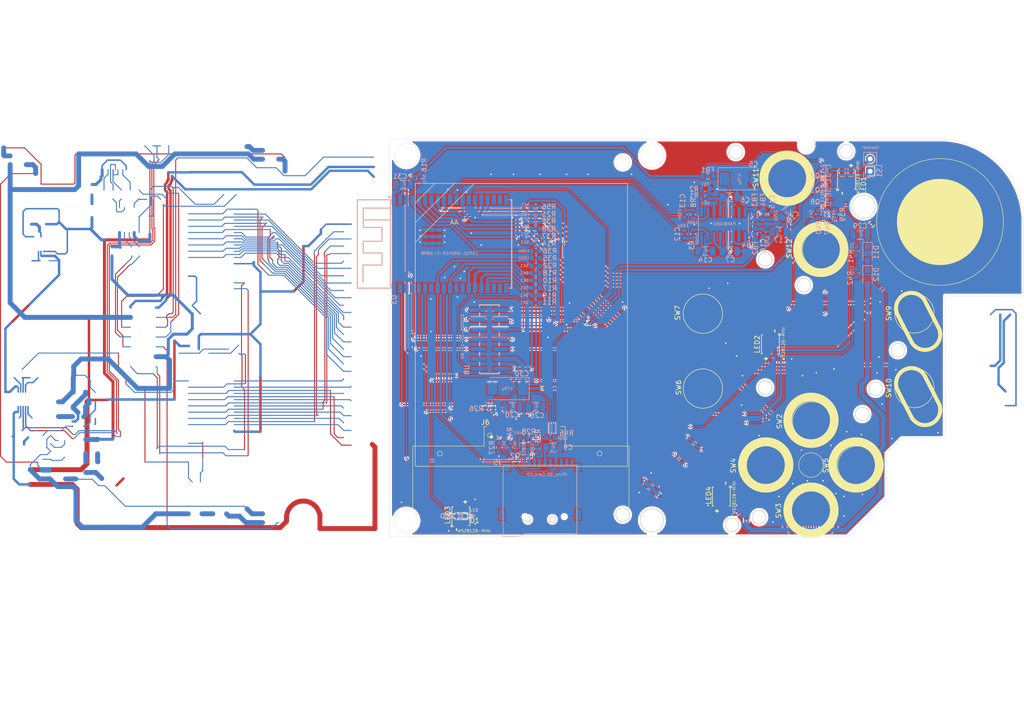
<source format=kicad_pcb>
(kicad_pcb (version 20240108) (generator "pcbnew") (generator_version "8.0")
  (layers (0 "F.Cu" signal) (31 "B.Cu" signal) (34 "B.Paste" user) (35 "F.Paste" user) (36 "B.SilkS" user "B.Silkscreen") (37 "F.SilkS" user "F.Silkscreen") (38 "B.Mask" user) (39 "F.Mask" user) (44 "Edge.Cuts" user))
  (net 0 "")
  (net 1 "GND")
  (net 2 "/VUSB")
  (net 3 "+3V3")
  (net 4 "Net-(U2-SW)")
  (net 5 "Net-(Q1-B)")
  (net 6 "/V_BATT")
  (net 7 "Net-(J1-CC1)")
  (net 8 "Net-(J1-CC2)")
  (net 9 "Net-(J1-D--PadA7)")
  (net 10 "/D-")
  (net 11 "/D+")
  (net 12 "Net-(J1-D+-PadA6)")
  (net 13 "Net-(U2-FB)")
  (net 14 "/KEY_MENU")
  (net 15 "/KEY_OPTION")
  (net 16 "/FRONT_BUTTONS/MOSI")
  (net 17 "/FRONT_BUTTONS/LCD_DC")
  (net 18 "Net-(J6-Pin_11)")
  (net 19 "Net-(U5-~{RESET})")
  (net 20 "/FRONT_BUTTONS/LCD_~{CS}")
  (net 21 "/FRONT_BUTTONS/CLK")
  (net 22 "Net-(J6-Pin_2)")
  (net 23 "Net-(BT1-+)")
  (net 27 "/FRONT_BUTTONS/SD_MISO")
  (net 28 "/FRONT_BUTTONS/SD_~{CS}")
  (net 31 "Net-(U10-V3)")
  (net 32 "/RTS")
  (net 33 "/EN")
  (net 34 "Net-(Q2-C)")
  (net 35 "/DTR")
  (net 36 "Net-(Q4-B)")
  (net 37 "/RXD")
  (net 38 "Net-(U10-TXD)")
  (net 39 "/TXD")
  (net 40 "Net-(U10-RXD)")
  (net 41 "Net-(C13-Pad2)")
  (net 42 "Net-(Q2-B)")
  (net 43 "/FRONT_BUTTONS/SPK-")
  (net 44 "/FRONT_BUTTONS/SPK+")
  (net 45 "/AUDIO/AUDIO_RIGHT")
  (net 46 "/AUDIO/AUDIO_LEFT")
  (net 47 "Net-(J2-Pin_2)")
  (net 48 "Net-(J2-Pin_3)")
  (net 49 "Net-(J2-Pin_4)")
  (net 50 "Net-(FB6-Pad1)")
  (net 51 "/DC_JACK")
  (net 52 "Net-(D3-A)")
  (net 53 "Net-(D2-A)")
  (net 54 "Net-(DC1-Pad2)")
  (net 55 "Net-(D1-K)")
  (net 59 "/FRONT_BUTTONS/LCD_BCKL")
  (net 60 "Net-(U6-~{RESET})")
  (net 61 "/DMG_CARD/CARD_VCC")
  (net 62 "/DMG_CARD/CARD_D7")
  (net 63 "/DMG_CARD/CARD_A15")
  (net 64 "/DMG_CARD/CARD_A14")
  (net 65 "/DMG_CARD/CARD_VIN")
  (net 66 "/DMG_CARD/CARD_A10")
  (net 67 "/DMG_CARD/CARD_D1")
  (net 68 "/DMG_CARD/CARD_A5")
  (net 69 "/DMG_CARD/CARD_D2")
  (net 70 "/DMG_CARD/CARD_A8")
  (net 71 "/DMG_CARD/CARD_A2")
  (net 72 "/DMG_CARD/CARD_D3")
  (net 73 "/DMG_CARD/CARD_~{RD}")
  (net 74 "/DMG_CARD/CARD_A4")
  (net 75 "/DMG_CARD/CARD_A11")
  (net 76 "/DMG_CARD/CARD_A12")
  (net 77 "/DMG_CARD/CARD_A6")
  (net 78 "/DMG_CARD/CARD_D6")
  (net 79 "/DMG_CARD/CARD_~{RES}")
  (net 80 "/DMG_CARD/CARD_~{WR}")
  (net 81 "/DMG_CARD/CARD_A13")
  (net 82 "/DMG_CARD/CARD_A1")
  (net 83 "/DMG_CARD/CARD_A7")
  (net 84 "/DMG_CARD/CARD_A0")
  (net 85 "/DMG_CARD/CARD_A3")
  (net 86 "/DMG_CARD/CARD_~{CS}")
  (net 87 "/DMG_CARD/CARD_D5")
  (net 88 "/DMG_CARD/CARD_D0")
  (net 89 "/DMG_CARD/CARD_D4")
  (net 90 "/DMG_CARD/CARD_A9")
  (net 91 "/DMG_CARD/CARD_CLK")
  (net 92 "/DMG_CARD/CARD_VOLTAGE")
  (net 93 "Net-(Q6-B)")
  (net 94 "Net-(U6-GPA6)")
  (net 95 "Net-(U1-VOUT)")
  (net 96 "Net-(U4-PVDDL)")
  (net 97 "/FRONT_BUTTONS/SOUND_LEFT")
  (net 98 "Net-(C12-Pad2)")
  (net 99 "/FRONT_BUTTONS/SOUND_RIGHT")
  (net 100 "Net-(U4-VREF)")
  (net 101 "Net-(C15-Pad1)")
  (net 102 "Net-(C16-Pad2)")
  (net 103 "/FRONT_BUTTONS/AudioLEFT")
  (net 104 "/FRONT_BUTTONS/AudioRIGHT")
  (net 105 "/FRONT_BUTTONS/LED")
  (net 106 "Net-(U4-+OUT_L)")
  (net 107 "Net-(U4-+OUT_R)")
  (net 108 "Net-(U4-MODE)")
  (net 109 "Net-(U4-INL)")
  (net 110 "Net-(U4-INR)")
  (net 111 "/FRONT_BUTTONS/I2C_CLK")
  (net 112 "/FRONT_BUTTONS/I2C_SDA")
  (net 113 "/FRONT_BUTTONS/KEY_START")
  (net 114 "Net-(D6-A)")
  (net 115 "/FRONT_BUTTONS/KEY_UP")
  (net 116 "/FRONT_BUTTONS/KEY_DOWN")
  (net 117 "/FRONT_BUTTONS/V_BAT_ADC")
  (net 118 "/FRONT_BUTTONS/KEY_LEFT")
  (net 119 "/FRONT_BUTTONS/KEY_RIGHT")
  (net 120 "/FRONT_BUTTONS/KEY_SELECT")
  (net 121 "/FRONT_BUTTONS/KEY_A")
  (net 122 "/FRONT_BUTTONS/KEY_B")
  (net 129 "/FRONT_BUTTONS/V_BATT")
  (net 133 "Net-(U1-SW)")
  (net 135 "Net-(Q3-G)")
  (net 136 "/FRONT_BUTTONS/SPK_~{EN}")
  (net 137 "/FRONT_BUTTONS/xLED")
  (net 138 "/AUDIO/AUDIO_DETECT")
  (net 139 "/FRONT_BUTTONS/EN")
  (net 140 "/FRONT_BUTTONS/KEY_OPTION")
  (net 141 "/FRONT_BUTTONS/TXD")
  (net 142 "/FRONT_BUTTONS/RXD")
  (net 143 "/FRONT_BUTTONS/KEY_MENU")
  (net 144 "/DMG_CARD/CARD_SCL")
  (net 145 "/DMG_CARD/CARD_SDA")
  (net 146 "Net-(D6-K)")
  (net 147 "Net-(D11-K)")
  (net 148 "Net-(D11-A)")
  (net 149 "Net-(D12-A)")
  (net 150 "Net-(LED1-DOUT)")
  (net 151 "Net-(LED2-DOUT)")
  (net 152 "Net-(LED3-DOUT)")
  (net 153 "Net-(LED4-DOUT)")
  (net 154 "unconnected-(LED5-DOUT-Pad2)")
  (net 155 "Net-(LED5-DIN)")
  (net 156 "Net-(LED6-DIN)")
  (net 157 "Net-(LED7-DIN)")
  (net 158 "Net-(R41-Pad2)")
  (net 159 "Net-(U4--OUT_L)")
  (net 160 "Net-(U9-VSET)")
  (net 161 "Net-(U9-CHM_TMR)")
  (net 162 "Net-(U9-ISET)")
  (net 163 "Net-(U1-FB)")
  (net 164 "Net-(U9-TS)")
  (net 165 "Net-(U9-~{CE})")
  (net 166 "/CHARGER_EN")
  (net 167 "Net-(U3-IO12)")
  (net 168 "/STAT2")
  (net 169 "/STAT1")
  (net 170 "Net-(Q10-G)")
  (net 171 "Net-(Q9-B)")
  (net 172 "Net-(Q10-D)")
  (footprint "TheBrutzlers_Lib:RubberpadButton_250µ_250µ" (layer "F.Cu") (at 216.775671 115.717594 90)
    (property "Reference" "SW2")
    (property "Value" "SW_Push" (hide yes))
  )
  (footprint "easyeda2kicad:LED-SMD_4P-L3.5-W3.5-TL_WS2812B" (layer "F.Cu") (at 145.286001 135.0288 -90)
    (property "Reference" "LED3")
    (property "Value" "WS2812B-MINI")
  )
  (footprint "TheBrutzlers_Lib:RubberpadButton_250µ_250µ" (layer "F.Cu") (at 207.375671 124.717594 90)
    (property "Reference" "SW4")
    (property "Value" "SW_Push" (hide yes))
  )
  (footprint "LED_SMD:LED_0603_1608Metric" (layer "F.Cu") (at 145.225 135 180)
    (property "Reference" "D1")
    (property "Value" "LED")
  )
  (footprint "easyeda2kicad:LED-SMD_4P-L3.5-W3.5-TL_WS2812B" (layer "F.Cu") (at 223.786001 66.5288 -90)
    (property "Reference" "LED1")
    (property "Value" "WS2812B-MINI")
  )
  (footprint "TheBrutzlers_Lib:RubberpadButton_250µ_250µ" (layer "F.Cu") (at 194.536001 93.7788 90)
    (property "Reference" "SW7")
    (property "Value" "SW_Push" (hide yes))
  )
  (footprint "TheBrutzlers_Lib:RubberpadButton_250µ_250µ" (layer "F.Cu") (at 237.575671 93.717594 90)
    (property "Reference" "SW9")
    (property "Value" "SW_Push" (hide yes))
  )
  (footprint "easyeda2kicad:LED-SMD_4P-L3.5-W3.5-TL_WS2812B" (layer "F.Cu") (at 198.286001 131.0288 90)
    (property "Reference" "LED4")
    (property "Value" "WS2812B-MINI")
  )
  (footprint "easyeda2kicad:LED-SMD_4P-L3.5-W3.5-TL_WS2812B" (layer "F.Cu") (at 208.286001 100.0288 90)
    (property "Reference" "LED2")
    (property "Value" "WS2812B-MINI")
  )
  (footprint "TheBrutzlers_Lib:RubberpadButton_250µ_250µ" (layer "F.Cu") (at 237.575671 108.917594 90)
    (property "Reference" "SW10")
    (property "Value" "SW_Push" (hide yes))
  )
  (footprint "TheBrutzlers_Lib:RubberpadButton_250µ_250µ" (layer "F.Cu") (at 225.975671 124.717594 90)
    (property "Reference" "SW5")
    (property "Value" "SW_Push" (hide yes))
  )
  (footprint "TheBrutzlers_Lib:RubberpadButton_250µ_250µ" (layer "F.Cu") (at 194.536001 109.0288 90)
    (property "Reference" "SW6")
    (property "Value" "SW_Push" (hide yes))
  )
  (footprint "TheBrutzlers_Lib:RubberpadButton_250µ_250µ" (layer "F.Cu") (at 216.575671 133.917594 90)
    (property "Reference" "SW3")
    (property "Value" "SW_Push" (hide yes))
  )
  (footprint "TheBrutzlers_Lib:RubberpadButton_250µ_250µ" (layer "F.Cu") (at 218.775671 80.717594 180)
    (property "Reference" "SW12")
    (property "Value" "SW_Push" (hide yes))
  )
  (footprint "TheBrutzlers_Lib:solder connector 0.8mm 18 pin" (layer "F.Cu") (at 158.306001 117.07 -90)
    (property "Reference" "J6")
    (property "Value" "Conn_01x18_Socket" (hide yes))
  )
  (footprint "TheBrutzlers_Lib:RubberpadButton_250µ_250µ" (layer "F.Cu") (at 211.775671 66.317594 -90)
    (property "Reference" "SW11")
    (property "Value" "SW_Push" (hide yes))
  )
  (footprint "Resistor_SMD:R_0603_1608Metric" (layer "B.Cu") (at 160.786001 121.2788 -90)
    (property "Reference" "R23")
    (property "Value" "100K")
  )
  (footprint "Resistor_SMD:R_0603_1608Metric" (layer "B.Cu") (at 221.536001 73.5288 90)
    (property "Reference" "R39")
    (property "Value" "5K1")
  )
  (footprint "Resistor_SMD:R_0603_1608Metric" (layer "B.Cu") (at 136.786001 66.2788 90)
    (property "Reference" "R16")
    (property "Value" "5K1")
  )
  (footprint "Resistor_SMD:R_0603_1608Metric" (layer "B.Cu") (at 160.536001 90.0288)
    (property "Reference" "R19")
    (property "Value" "5K1")
  )
  (footprint "Package_TO_SOT_SMD:SOT-323_SC-70" (layer "B.Cu") (at 219.786001 70.5288)
    (property "Reference" "Q8")
    (property "Value" "BC817")
  )
  (footprint "Resistor_SMD:R_0603_1608Metric" (layer "B.Cu") (at 160.536001 85.5288)
    (property "Reference" "R18")
    (property "Value" "5K1")
  )
  (footprint "easyeda2kicad:HDR-SMD_14P-P2.00-V-M-R2-C7-LS6.4" (layer "B.Cu") (at 151.097001 98.9884 90)
    (property "Reference" "U8")
    (property "Value" "DZ200S-22-14-64")
  )
  (footprint "Package_TO_SOT_SMD:SOT-323_SC-70" (layer "B.Cu") (at 219.786001 64.6788)
    (property "Reference" "Q7")
    (property "Value" "PMOS")
  )
  (footprint "Capacitor_SMD:C_1206_3216Metric" (layer "B.Cu") (at 195.036001 81.0288)
    (property "Reference" "C14")
    (property "Value" "4µ7")
  )
  (footprint "Resistor_SMD:R_0603_1608Metric" (layer "B.Cu") (at 192.536001 77.5538 90)
    (property "Reference" "R3")
    (property "Value" "100K")
  )
  (footprint "easyeda2kicad:WIFI-SMD_ESP32-WROVER-IE8MB" (layer "B.Cu") (at 143.096001 79.5828 -90)
    (property "Reference" "U3")
    (property "Value" "ESP32-WROVER-E-N8R8")
  )
  (footprint "Capacitor_SMD:C_1206_3216Metric" (layer "B.Cu") (at 164.036001 121.0288)
    (property "Reference" "C9")
    (property "Value" "4µ7")
  )
  (footprint "Resistor_SMD:R_0603_1608Metric" (layer "B.Cu") (at 225.786001 85.5288 90)
    (property "Reference" "R42")
    (property "Value" "22")
  )
  (footprint "Resistor_SMD:R_0603_1608Metric" (layer "B.Cu") (at 160.5 79.5)
    (property "Reference" "R14")
    (property "Value" "5K1")
  )
  (footprint "Capacitor_SMD:C_1206_3216Metric" (layer "B.Cu") (at 211.6 73 45)
    (property "Reference" "C18")
    (property "Value" "4µ7")
  )
  (footprint "Capacitor_SMD:C_0603_1608Metric" (layer "B.Cu") (at 208.536001 73.7788 90)
    (property "Reference" "C15")
    (property "Value" "220p")
  )
  (footprint "Package_SO:SOP-16_3.9x9.9mm_P1.27mm" (layer "B.Cu") (at 198.716001 75.5538 90)
    (property "Reference" "U4")
    (property "Value" "PAM8406D")
  )
  (footprint "Diode_SMD:Nexperia_CFP3_SOD-123W" (layer "B.Cu") (at 228.036001 86.2788 -90)
    (property "Reference" "D12")
    (property "Value" "D" (hide yes))
  )
  (footprint "Connector_PinHeader_2.54mm:PinHeader_1x02_P2.54mm_Vertical" (layer "B.Cu") (at 228.575671 64.792594)
    (property "Reference" "LS1")
    (property "Value" "Speaker")
  )
  (footprint "Capacitor_SMD:C_1206_3216Metric" (layer "B.Cu") (at 200.036001 81.0538)
    (property "Reference" "C7")
    (property "Value" "4µ7")
  )
  (footprint "Resistor_SMD:R_0603_1608Metric" (layer "B.Cu") (at 195.036001 68.3038)
    (property "Reference" "R2")
    (property "Value" "5K1")
  )
  (footprint "Package_TO_SOT_SMD:SOT-323_SC-70" (layer "B.Cu") (at 219.786001 67.6788)
    (property "Reference" "Q3")
    (property "Value" "PMOS")
  )
  (footprint "Resistor_SMD:R_0603_1608Metric" (layer "B.Cu") (at 160.5 75)
    (property "Reference" "R32")
    (property "Value" "5K1")
  )
  (footprint "Inductor_SMD:L_0805_2012Metric" (layer "B.Cu") (at 205.036001 77.5538 90)
    (property "Reference" "FB2")
    (property "Value" "FerriteBead_Small" (hide yes))
  )
  (footprint "Capacitor_SMD:C_0603_1608Metric" (layer "B.Cu") (at 190.786001 73.553801 90)
    (property "Reference" "C13")
    (property "Value" "100n")
  )
  (footprint "Resistor_SMD:R_0603_1608Metric" (layer "B.Cu") (at 192.536 73.5538 -90)
    (property "Reference" "R8")
    (property "Value" "100K")
  )
  (footprint "Capacitor_SMD:C_1206_3216Metric" (layer "B.Cu") (at 133.536001 67.5288 180)
    (property "Reference" "C31")
    (property "Value" "4µ7")
  )
  (footprint "Resistor_SMD:R_0603_1608Metric" (layer "B.Cu") (at 151.036001 113.0288 180)
    (property "Reference" "R26")
    (property "Value" "5K1")
  )
  (footprint "Resistor_SMD:R_0603_1608Metric" (layer "B.Cu") (at 160.5 72 180)
    (property "Reference" "R56")
    (property "Value" "5K1")
  )
  (footprint "Capacitor_SMD:C_1206_3216Metric" (layer "B.Cu") (at 155.786001 112.7788 180)
    (property "Reference" "C20")
    (property "Value" "4µ7")
  )
  (footprint "Capacitor_SMD:C_1206_3216Metric" (layer "B.Cu") (at 200.036001 70.0538)
    (property "Reference" "C6")
    (property "Value" "4µ7")
  )
  (footprint "Capacitor_SMD:C_1206_3216Metric" (layer "B.Cu") (at 226.536001 77.7788 180)
    (property "Reference" "C29")
    (property "Value" "4µ7")
  )
  (footprint "Resistor_SMD:R_0603_1608Metric" (layer "B.Cu") (at 160.5 73.5)
    (property "Reference" "R21")
    (property "Value" "5K1")
  )
  (footprint "Resistor_SMD:R_0603_1608Metric" (layer "B.Cu") (at 225.786001 81.0288 -90)
    (property "Reference" "R41")
    (property "Value" "22")
  )
  (footprint "TheBrutzlers_Lib:MicroSD_Self_ bomb" (layer "B.Cu") (at 161.375671 135.117594 180)
    (property "Reference" "J5")
    (property "Value" "Micro_SD_Card_CD")
  )
  (footprint "Diode_SMD:Nexperia_CFP3_SOD-123W" (layer "B.Cu") (at 228.036001 81.5288 -90)
    (property "Reference" "D11")
    (property "Value" "D" (hide yes))
  )
  (footprint "Capacitor_SMD:C_1206_3216Metric" (layer "B.Cu") (at 210.036001 77.0538)
    (property "Reference" "C17")
    (property "Value" "4µ7")
  )
  (footprint "Resistor_SMD:R_0603_1608Metric" (layer "B.Cu") (at 160.536001 88.5288)
    (property "Reference" "R17")
    (property "Value" "5K1")
  )
  (footprint "Resistor_SMD:R_0603_1608Metric" (layer "B.Cu") (at 153.036001 121.0288 -90)
    (property "Reference" "R27")
    (property "Value" "5K1")
  )
  (footprint "Resistor_SMD:R_0603_1608Metric" (layer "B.Cu") (at 160.5 76.5)
    (property "Reference" "R38")
    (property "Value" "5K1")
  )
  (footprint "Inductor_SMD:L_0805_2012Metric" (layer "B.Cu") (at 195.536001 65.8038)
    (property "Reference" "FB1")
    (property "Value" "FerriteBead_Small" (hide yes))
  )
  (footprint "Package_TO_SOT_SMD:SOT-323_SC-70" (layer "B.Cu") (at 158.036001 121.2788 180)
    (property "Reference" "Q2")
    (property "Value" "BC817")
  )
  (footprint "Resistor_SMD:R_0603_1608Metric" (layer "B.Cu") (at 160.536001 91.5288)
    (property "Reference" "R11")
    (property "Value" "5K1")
  )
  (footprint "Resistor_SMD:R_0603_1608Metric" (layer "B.Cu") (at 195.036001 70.3038 180)
    (property "Reference" "R1")
    (property "Value" "5K1")
  )
  (footprint "Capacitor_Tantalum_SMD:CP_EIA-7343-43_Kemet-X" (layer "B.Cu") (at 154.786001 109.0288 180)
    (property "Reference" "C30")
    (property "Value" "470µ")
  )
  (footprint "Inductor_SMD:L_0805_2012Metric" (layer "B.Cu") (at 206.786001 73.5288 -90)
    (property "Reference" "FB4")
    (property "Value" "FerriteBead_Small" (hide yes))
  )
  (footprint "Resistor_SMD:R_0603_1608Metric" (layer "B.Cu") (at 160.536001 87.0288)
    (property "Reference" "R10")
    (property "Value" "5K1")
  )
  (footprint "Resistor_SMD:R_0603_1608Metric" (layer "B.Cu") (at 218.036001 73.5288 90)
    (property "Reference" "R40")
    (property "Value" "5K1")
  )
  (footprint "Resistor_SMD:R_0603_1608Metric" (layer "B.Cu") (at 160.536001 84.0288)
    (property "Reference" "R22")
    (property "Value" "5K1")
  )
  (footprint "Inductor_SMD:L_0805_2012Metric" (layer "B.Cu") (at 205.036001 73.5538 -90)
    (property "Reference" "FB3")
    (property "Value" "FerriteBead_Small" (hide yes))
  )
  (footprint "Capacitor_Tantalum_SMD:CP_EIA-7343-43_Kemet-X" (layer "B.Cu") (at 202.036001 66.3038)
    (property "Reference" "C5")
    (property "Value" "470µ")
  )
  (footprint "Resistor_SMD:R_0603_1608Metric" (layer "B.Cu") (at 160.536001 82.5 180)
    (property "Reference" "R35")
    (property "Value" "100K")
  )
  (footprint "Capacitor_SMD:C_1206_3216Metric" (layer "B.Cu") (at 160.536001 112.7788)
    (property "Reference" "C26")
    (property "Value" "4µ7")
  )
  (footprint "Capacitor_SMD:C_0603_1608Metric" (layer "B.Cu") (at 190.786001 77.5538 -90)
    (property "Reference" "C12")
    (property "Value" "100n")
  )
  (footprint "Resistor_SMD:R_0603_1608Metric" (layer "B.Cu") (at 160.5 78)
    (property "Reference" "R37")
    (property "Value" "5K1")
  )
  (footprint "Resistor_SMD:R_0603_1608Metric" (layer "B.Cu") (at 155.286001 121.0288 -90)
    (property "Reference" "R45")
    (property "Value" "5K1")
  )
  (footprint "Capacitor_SMD:C_0603_1608Metric" (layer "B.Cu") (at 206.786001 77.303799 90)
    (property "Reference" "C16")
    (property "Value" "220p")
  )
  (footprint "Resistor_SMD:R_0603_1608Metric" (layer "B.Cu") (at 158.036001 119.0288)
    (property "Reference" "R28")
    (property "Value" "4R7")
  )
  (footprint "Resistor_SMD:R_0603_1608Metric" (layer "B.Cu") (at 145.225 135 180)
    (property "Reference" "R20")
    (property "Value" "5K1")
  )
  (footprint "Resistor_SMD:R_0603_1608Metric" (layer "B.Cu") (at 163.536001 119.0288 180)
    (property "Reference" "R46")
    (property "Value" "100K")
  )
  (footprint "Resistor_SMD:R_0603_1608Metric" (layer "B.Cu") (at 219.786001 73.5288 -90)
    (property "Reference" "R47")
    (property "Value" "5K1")
  )
  (footprint "Resistor_SMD:R_0603_1608Metric" (layer "B.Cu") (at 160.536001 81)
    (property "Reference" "R36")
    (property "Value" "100K")
  )
  (gr_circle (center 242.792931 75.101206) (end 251.515899 75.101206) (stroke (width 0.1)) (fill solid) (layer "F.SilkS"))
  (gr_circle (center 141.000001 122.249999) (end 141.000001 122.75) (stroke (width 0.1)) (fill none) (layer "F.SilkS"))
  (gr_line (start 144.000001 67.25) (end 136.000001 75.25) (stroke (width 0.1)) (layer "F.SilkS"))
  (gr_circle (center 207.327401 124.5864) (end 207.327401 119.8364) (stroke (width 1.75)) (fill none) (layer "F.SilkS"))
  (gr_arc (start 242.407401 111.793274) (mid 241.256457 116.039879) (end 237.009901 114.8889) (stroke (width 0.8128)) (layer "F.SilkS"))
  (gr_line (start 242.4074 111.793275) (end 239.708651 106.47515) (stroke (width 0.8128)) (layer "F.SilkS"))
  (gr_circle (center 242.792931 75.101206) (end 255.696131 75.152006) (stroke (width 0.1)) (fill none) (layer "F.SilkS"))
  (gr_circle (center 211.6774 66.1864) (end 211.677401 61.4364) (stroke (width 1.75)) (fill none) (layer "F.SilkS"))
  (gr_circle (center 216.527401 115.4864) (end 216.5274 110.7364) (stroke (width 1.75)) (fill none) (layer "F.SilkS"))
  (gr_line (start 150 120.75) (end 150.000001 116.749998) (stroke (width 0.1)) (layer "F.SilkS"))
  (gr_line (start 166.500001 120.75) (end 179.5 120.75) (stroke (width 0.1)) (layer "F.SilkS"))
  (gr_circle (center 225.6774 124.5864) (end 225.677401 119.8364) (stroke (width 1.75)) (fill none) (layer "F.SilkS"))
  (gr_line (start 234.231776 109.4914) (end 237.009901 114.8889) (stroke (width 0.8128)) (layer "F.SilkS"))
  (gr_arc (start 234.231776 109.4914) (mid 235.462106 105.244868) (end 239.70865 106.47515) (stroke (width 0.8128)) (layer "F.SilkS"))
  (gr_line (start 148.000001 67.25) (end 136.000001 79.25) (stroke (width 0.1)) (layer "F.SilkS"))
  (gr_line (start 179.5 120.75) (end 179.5 133.75) (stroke (width 0.1)) (layer "F.SilkS"))
  (gr_line (start 135.500001 120.75) (end 135.500001 133.75) (stroke (width 0.1)) (layer "F.SilkS"))
  (gr_circle (center 216.527401 133.7864) (end 216.527401 129.0364) (stroke (width 1.75)) (fill none) (layer "F.SilkS"))
  (gr_circle (center 151.200001 118.550001) (end 151.250001 119) (stroke (width 0.1)) (fill none) (layer "F.SilkS"))
  (gr_line (start 234.231776 94.172025) (end 237.009901 99.569525) (stroke (width 0.8128)) (layer "F.SilkS"))
  (gr_line (start 150.500001 116.750001) (end 150.000001 116.749998) (stroke (width 0.1)) (layer "F.SilkS"))
  (gr_circle (center 173.500001 122.25) (end 173.500001 122.75) (stroke (width 0.1)) (fill none) (layer "F.SilkS"))
  (gr_line (start 135.500001 120.75) (end 150 120.75) (stroke (width 0.1)) (layer "F.SilkS"))
  (gr_line (start 136.000001 71.250001) (end 140.000002 67.249999) (stroke (width 0.1)) (layer "F.SilkS"))
  (gr_poly (pts (xy 179.200001 124.85) (xy 179.200001 67.249999) (xy 136 67.25) (xy 136.000001 124.85)) (stroke (width 0.1)) (fill none) (layer "F.SilkS"))
  (gr_line (start 165.5 116.749999) (end 166.500001 116.75) (stroke (width 0.1)) (layer "F.SilkS"))
  (gr_arc (start 242.407401 96.473899) (mid 241.256451 100.720468) (end 237.009901 99.569525) (stroke (width 0.8128)) (layer "F.SilkS"))
  (gr_arc (start 234.231776 94.172025) (mid 235.4621 89.925458) (end 239.70865 91.155775) (stroke (width 0.8128)) (layer "F.SilkS"))
  (gr_line (start 242.407401 96.473901) (end 239.708651 91.155775) (stroke (width 0.8128)) (layer "F.SilkS"))
  (gr_circle (center 218.527401 80.6864) (end 218.527401 75.9364) (stroke (width 1.75)) (fill none) (layer "F.SilkS"))
  (gr_circle (center 216.5274 124.5864) (end 216.5274 122.0864) (stroke (width 0.1)) (fill none) (layer "F.SilkS"))
  (gr_line (start 166.500001 116.75) (end 166.500001 120.75) (stroke (width 0.1)) (layer "F.SilkS"))
  (gr_line (start 208.059671 107.693094) (end 208.086971 107.713894) (stroke (width 0.1)) (layer "Edge.Cuts"))
  (gr_line (start 163.304571 135.507094) (end 163.308971 135.491994) (stroke (width 0.1)) (layer "Edge.Cuts"))
  (gr_line (start 230.739571 110.032994) (end 230.715571 110.057494) (stroke (width 0.1)) (layer "Edge.Cuts"))
  (gr_line (start 200.658371 59.587694) (end 200.689872 59.574194) (stroke (width 0.1)) (layer "Edge.Cuts"))
  (gr_line (start 228.336171 108.896194) (end 228.340871 108.862194) (stroke (width 0.1)) (layer "Edge.Cuts"))
  (gr_line (start 229.998771 107.694494) (end 230.03237 107.701594) (stroke (width 0.1)) (layer "Edge.Cuts"))
  (gr_line (start 213.857572 88.657694) (end 213.840971 88.627595) (stroke (width 0.1)) (layer "Edge.Cuts"))
  (gr_line (start 230.943771 108.377494) (end 230.960371 108.407594) (stroke (width 0.1)) (layer "Edge.Cuts"))
  (gr_line (start 208.215571 109.807494) (end 208.191071 109.831495) (stroke (width 0.1)) (layer "Edge.Cuts"))
  (gr_line (start 229.794371 110.465894) (end 229.760071 110.467194) (stroke (width 0.1)) (layer "Edge.Cuts"))
  (gr_line (start 158.289471 135.772794) (end 158.287171 135.757194) (stroke (width 0.1)) (layer "Edge.Cuts"))
  (gr_line (start 206.04437 136.615894) (end 206.010071 136.617194) (stroke (width 0.1)) (layer "Edge.Cuts"))
  (gr_line (start 163.583972 135.139294) (end 163.597571 135.131394) (stroke (width 0.1)) (layer "Edge.Cuts"))
  (gr_line (start 158.357671 135.375894) (end 158.365371 135.362094) (stroke (width 0.1)) (layer "Edge.Cuts"))
  (gr_line (start 229.486371 110.446994) (end 229.452571 110.440694) (stroke (width 0.1)) (layer "Edge.Cuts"))
  (gr_line (start 230.531771 110.212194) (end 230.503471 110.231694) (stroke (width 0.1)) (layer "Edge.Cuts"))
  (gr_line (start 242.891201 58.2152) (end 230.975671 58.217594) (stroke (width 0.05)) (layer "Edge.Cuts"))
  (gr_line (start 182.624371 137.665994) (end 182.580672 137.627394) (stroke (width 0.1)) (layer "Edge.Cuts"))
  (gr_line (start 208.618971 108.680394) (end 208.621872 108.714594) (stroke (width 0.1)) (layer "Edge.Cuts"))
  (gr_line (start 181.812071 136.100394) (end 181.807071 136.042294) (stroke (width 0.1)) (layer "Edge.Cuts"))
  (gr_line (start 185.590471 133.959994) (end 185.636871 133.995294) (stroke (width 0.1)) (layer "Edge.Cuts"))
  (gr_line (start 177.235771 133.727694) (end 177.260271 133.703695) (stroke (width 0.1)) (layer "Edge.Cuts"))
  (gr_line (start 224.640071 61.777694) (end 224.613871 61.799794) (stroke (width 0.1)) (layer "Edge.Cuts"))
  (gr_line (start 206.081071 81.911494) (end 206.101172 81.883594) (stroke (width 0.1)) (layer "Edge.Cuts"))
  (gr_line (start 230.960371 109.727594) (end 230.943771 109.757695) (stroke (width 0.1)) (layer "Edge.Cuts"))
  (gr_line (start 233.311271 100.157494) (end 233.337471 100.135395) (stroke (width 0.1)) (layer "Edge.Cuts"))
  (gr_line (start 206.235771 109.807494) (end 206.211772 109.782994) (stroke (width 0.1)) (layer "Edge.Cuts"))
  (gr_line (start 233.081071 100.411494) (end 233.101171 100.383594) (stroke (width 0.1)) (layer "Edge.Cuts"))
  (gr_line (start 201.512971 137.757794) (end 201.489571 137.782994) (stroke (width 0.1)) (layer "Edge.Cuts"))
  (gr_line (start 231.105071 108.828294) (end 231.110471 108.862194) (stroke (width 0.1)) (layer "Edge.Cuts"))
  (gr_line (start 164.459371 135.966394) (end 164.451871 135.980194) (stroke (width 0.1)) (layer "Edge.Cuts"))
  (gr_line (start 235.519071 101.753394) (end 235.505571 101.784894) (stroke (width 0.1)) (layer "Edge.Cuts"))
  (gr_line (start 224.989472 71.167494) (end 225.009771 71.112794) (stroke (width 0.1)) (layer "Edge.Cuts"))
  (gr_line (start 224.739572 59.752194) (end 224.762971 59.777394) (stroke (width 0.1)) (layer "Edge.Cuts"))
  (gr_line (start 225.938371 113.277394) (end 225.961771 113.252194) (stroke (width 0.1)) (layer "Edge.Cuts"))
  (gr_line (start 207.373971 135.286294) (end 207.371871 135.320594) (stroke (width 0.1)) (layer "Edge.Cuts"))
  (gr_line (start 206.952571 81.344494) (end 206.986371 81.338193) (stroke (width 0.1)) (layer "Edge.Cuts"))
  (gr_line (start 204.725171 135.847094) (end 204.710071 135.816194) (stroke (width 0.1)) (layer "Edge.Cuts"))
  (gr_line (start 205.702571 133.844494) (end 205.736371 133.838194) (stroke (width 0.1)) (layer "Edge.Cuts"))
  (gr_line (start 177.505971 133.516794) (end 177.535571 133.499494) (stroke (width 0.1)) (layer "Edge.Cuts"))
  (gr_line (start 206.476671 83.900394) (end 206.447871 83.881695) (stroke (width 0.1)) (layer "Edge.Cuts"))
  (gr_line (start 185.446271 133.861094) (end 185.495171 133.892894) (stroke (width 0.1)) (layer "Edge.Cuts"))
  (gr_line (start 225.188571 73.188594) (end 225.159171 73.138194) (stroke (width 0.1)) (layer "Edge.Cuts"))
  (gr_line (start 226.087471 113.135394) (end 226.114371 113.113894) (stroke (width 0.1)) (layer "Edge.Cuts"))
  (gr_line (start 224.889771 59.939794) (end 224.908471 59.968594) (stroke (width 0.1)) (layer "Edge.Cuts"))
  (gr_line (start 208.408471 83.466594) (end 208.389771 83.495394) (stroke (width 0.1)) (layer "Edge.Cuts"))
  (gr_line (start 199.932271 60.331795) (end 199.945771 60.300294) (stroke (width 0.1)) (layer "Edge.Cuts"))
  (gr_line (start 229.964971 107.688194) (end 229.998771 107.694494) (stroke (width 0.1)) (layer "Edge.Cuts"))
  (gr_line (start 202.443771 60.177494) (end 202.460371 60.207594) (stroke (width 0.1)) (layer "Edge.Cuts"))
  (gr_line (start 208.307871 107.929394) (end 208.329371 107.956294) (stroke (width 0.1)) (layer "Edge.Cuts"))
  (gr_line (start 179.543871 135.189194) (end 179.531871 135.221494) (stroke (width 0.1)) (layer "Edge.Cuts"))
  (gr_line (start 178.498771 136.090694) (end 178.464971 136.096994) (stroke (width 0.1)) (layer "Edge.Cuts"))
  (gr_line (start 199.135971 136.411194) (end 199.146371 136.378394) (stroke (width 0.1)) (layer "Edge.Cuts"))
  (gr_line (start 164.130271 135.090994) (end 164.144971 135.096795) (stroke (width 0.1)) (layer "Edge.Cuts"))
  (gr_line (start 206.248771 136.590694) (end 206.214971 136.596994) (stroke (width 0.1)) (layer "Edge.Cuts"))
  (gr_line (start 159.435771 136.007394) (end 159.427171 136.020594) (stroke (width 0.1)) (layer "Edge.Cuts"))
  (gr_line (start 233.476671 100.034794) (end 233.505971 100.016794) (stroke (width 0.1)) (layer "Edge.Cuts"))
  (gr_line (start 207.792971 110.097494) (end 207.761471 110.110994) (stroke (width 0.1)) (layer "Edge.Cuts"))
  (gr_line (start 208.623971 108.748894) (end 208.625271 108.783194) (stroke (width 0.1)) (layer "Edge.Cuts"))
  (gr_line (start 159.341571 135.225694) (end 159.352771 135.236894) (stroke (width 0.1)) (layer "Edge.Cuts"))
  (gr_line (start 207.974671 107.634794) (end 208.003471 107.653494) (stroke (width 0.1)) (layer "Edge.Cuts"))
  (gr_line (start 213.726371 87.594194) (end 213.735971 87.561194) (stroke (width 0.1)) (layer "Edge.Cuts"))
  (gr_line (start 233.986371 102.596994) (end 233.952571 102.590694) (stroke (width 0.1)) (layer "Edge.Cuts"))
  (gr_line (start 228.665571 109.981994) (end 228.643471 109.955794) (stroke (width 0.1)) (layer "Edge.Cuts"))
  (gr_line (start 216.468971 87.830394) (end 216.471871 87.864594) (stroke (width 0.1)) (layer "Edge.Cuts"))
  (gr_line (start 227.859071 74.256594) (end 227.802771 74.271394) (stroke (width 0.1)) (layer "Edge.Cuts"))
  (gr_line (start 235.059671 100.093094) (end 235.086971 100.113894) (stroke (width 0.1)) (layer "Edge.Cuts"))
  (gr_line (start 158.922471 136.299394) (end 158.906671 136.299594) (stroke (width 0.1)) (layer "Edge.Cuts"))
  (gr_line (start 229.200371 73.287094) (end 229.167471 73.335094) (stroke (width 0.1)) (layer "Edge.Cuts"))
  (gr_line (start 222.460071 60.118994) (end 222.475171 60.088094) (stroke (width 0.1)) (layer "Edge.Cuts"))
  (gr_line (start 234.885671 99.982894) (end 234.915771 99.999494) (stroke (width 0.1)) (layer "Edge.Cuts"))
  (gr_line (start 163.646671 136.242994) (end 163.632471 136.236194) (stroke (width 0.1)) (layer "Edge.Cuts"))
  (gr_line (start 234.088471 99.824294) (end 234.122671 99.821394) (stroke (width 0.1)) (layer "Edge.Cuts"))
  (gr_line (start 159.085471 135.075694) (end 159.100572 135.080394) (stroke (width 0.1)) (layer "Edge.Cuts"))
  (gr_line (start 163.525371 136.169794) (end 163.513071 136.160094) (stroke (width 0.1)) (layer "Edge.Cuts"))
  (gr_line (start 184.975771 133.631394) (end 185.030471 133.651694) (stroke (width 0.1)) (layer "Edge.Cuts"))
  (gr_line (start 164.469971 135.403894) (end 164.476671 135.418194) (stroke (width 0.1)) (layer "Edge.Cuts"))
  (gr_line (start 228.158471 113.468594) (end 228.176471 113.497894) (stroke (width 0.1)) (layer "Edge.Cuts"))
  (gr_line (start 215.990071 86.907494) (end 216.015871 86.930294) (stroke (width 0.1)) (layer "Edge.Cuts"))
  (gr_line (start 225.961771 115.182994) (end 225.938371 115.157794) (stroke (width 0.1)) (layer "Edge.Cuts"))
  (gr_line (start 235.086971 102.321294) (end 235.059671 102.342094) (stroke (width 0.1)) (layer "Edge.Cuts"))
  (gr_line (start 213.825171 87.338094) (end 213.840971 87.307594) (stroke (width 0.1)) (layer "Edge.Cuts"))
  (gr_line (start 200.285471 59.830294) (end 200.311271 59.807494) (stroke (width 0.1)) (layer "Edge.Cuts"))
  (gr_line (start 163.333471 135.923794) (end 163.327371 135.909195) (stroke (width 0.1)) (layer "Edge.Cuts"))
  (gr_line (start 186.011571 137.374294) (end 185.974071 137.418894) (stroke (width 0.1)) (layer "Edge.Cuts"))
  (gr_line (start 159.529571 135.725794) (end 159.528071 135.741494) (stroke (width 0.1)) (layer "Edge.Cuts"))
  (gr_line (start 200.165571 59.953194) (end 200.188371 59.927395) (stroke (width 0.1)) (layer "Edge.Cuts"))
  (gr_line (start 159.318371 135.204394) (end 159.330171 135.214894) (stroke (width 0.1)) (layer "Edge.Cuts"))
  (gr_line (start 201.195371 135.616794) (end 201.224671 135.634794) (stroke (width 0.1)) (layer "Edge.Cuts"))
  (gr_line (start 228.352571 108.794493) (end 228.359671 108.760894) (stroke (width 0.1)) (layer "Edge.Cuts"))
  (gr_line (start 223.964971 59.338194) (end 223.99877 59.344494) (stroke (width 0.1)) (layer "Edge.Cuts"))
  (gr_line (start 228.432271 108.531794) (end 228.445771 108.500294) (stroke (width 0.1)) (layer "Edge.Cuts"))
  (gr_line (start 224.952971 71.278194) (end 224.970571 71.222594) (stroke (width 0.1)) (layer "Edge.Cuts"))
  (gr_line (start 229.760071 107.667994) (end 229.794371 107.669294) (stroke (width 0.1)) (layer "Edge.Cuts"))
  (gr_line (start 230.474671 107.884794) (end 230.503471 107.903494) (stroke (width 0.1)) (layer "Edge.Cuts"))
  (gr_line (start 200.47667 59.684794) (end 200.505971 59.666794) (stroke (width 0.1)) (layer "Edge.Cuts"))
  (gr_line (start 159.526171 135.757194) (end 159.523871 135.772794) (stroke (width 0.1)) (layer "Edge.Cuts"))
  (gr_line (start 216.310371 88.627594) (end 216.293771 88.657694) (stroke (width 0.1)) (layer "Edge.Cuts"))
  (gr_line (start 228.241271 113.618994) (end 228.255571 113.650294) (stroke (width 0.1)) (layer "Edge.Cuts"))
  (gr_line (start 179.408471 135.466594) (end 179.389771 135.495394) (stroke (width 0.1)) (layer "Edge.Cuts"))
  (gr_line (start 199.371972 137.678894) (end 199.351171 137.651594) (stroke (width 0.1)) (layer "Edge.Cuts"))
  (gr_line (start 164.479871 135.923794) (end 164.47337 135.938094) (stroke (width 0.1)) (layer "Edge.Cuts"))
  (gr_line (start 222.475171 61.347095) (end 222.460071 61.316194) (stroke (width 0.1)) (layer "Edge.Cuts"))
  (gr_line (start 214.187472 89.049794) (end 214.16127 89.027694) (stroke (width 0.1)) (layer "Edge.Cuts"))
  (gr_line (start 158.304571 135.507094) (end 158.308971 135.491994) (stroke (width 0.1)) (layer "Edge.Cuts"))
  (gr_line (start 223.005971 61.918394) (end 222.976671 61.900394) (stroke (width 0.1)) (layer "Edge.Cuts"))
  (gr_line (start 228.490971 108.407594) (end 228.507571 108.377494) (stroke (width 0.1)) (layer "Edge.Cuts"))
  (gr_line (start 164.497071 135.879694) (end 164.491671 135.894494) (stroke (width 0.1)) (layer "Edge.Cuts"))
  (gr_line (start 176.876371 134.344194) (end 176.885971 134.311194) (stroke (width 0.1)) (layer "Edge.Cuts"))
  (gr_line (start 230.229571 110.373794) (end 230.197271 110.385794) (stroke (width 0.1)) (layer "Edge.Cuts"))
  (gr_line (start 228.188071 74.138794) (end 228.134571 74.161794) (stroke (width 0.1)) (layer "Edge.Cuts"))
  (gr_line (start 182.339771 134.360894) (end 182.377271 134.316294) (stroke (width 0.1)) (layer "Edge.Cuts"))
  (gr_line (start 229.352271 107.718295) (end 229.385471 107.709594) (stroke (width 0.1)) (layer "Edge.Cuts"))
  (gr_line (start 176.896371 134.278394) (end 176.907471 134.245994) (stroke (width 0.1)) (layer "Edge.Cuts"))
  (gr_line (start 235.565371 100.811194) (end 235.574971 100.844194) (stroke (width 0.1)) (layer "Edge.Cuts"))
  (gr_line (start 207.397071 107.428094) (end 207.43107 107.432794) (stroke (width 0.1)) (layer "Edge.Cuts"))
  (gr_line (start 225.389771 70.460894) (end 225.427271 70.416293) (stroke (width 0.1)) (layer "Edge.Cuts"))
  (gr_line (start 199.438371 137.757794) (end 199.415571 137.731994) (stroke (width 0.1)) (layer "Edge.Cuts"))
  (gr_line (start 186.492971 136.387994) (end 186.479471 136.444694) (stroke (width 0.1)) (layer "Edge.Cuts"))
  (gr_line (start 227.989571 113.252194) (end 228.012971 113.277394) (stroke (width 0.1)) (layer "Edge.Cuts"))
  (gr_line (start 232.836171 101.046194) (end 232.840871 101.012194) (stroke (width 0.1)) (layer "Edge.Cuts"))
  (gr_line (start 184.524171 138.216894) (end 184.466371 138.224694) (stroke (width 0.1)) (layer "Edge.Cuts"))
  (gr_line (start 208.239571 107.852194) (end 208.262971 107.877394) (stroke (width 0.1)) (layer "Edge.Cuts"))
  (gr_line (start 207.761471 110.110994) (end 207.729571 110.123794) (stroke (width 0.1)) (layer "Edge.Cuts"))
  (gr_line (start 205.635471 133.859594) (end 205.668971 133.851594) (stroke (width 0.1)) (layer "Edge.Cuts"))
  (gr_line (start 186.547771 135.984094) (end 186.544271 136.042294) (stroke (width 0.1)) (layer "Edge.Cuts"))
  (gr_line (start 206.724672 136.400394) (end 206.695371 136.418393) (stroke (width 0.1)) (layer "Edge.Cuts"))
  (gr_line (start 207.375271 135.251994) (end 207.373971 135.286294) (stroke (width 0.1)) (layer "Edge.Cuts"))
  (gr_line (start 199.195771 136.250294) (end 199.210071 136.218994) (stroke (width 0.1)) (layer "Edge.Cuts"))
  (gr_line (start 222.735771 59.727694) (end 222.760271 59.703694) (stroke (width 0.1)) (layer "Edge.Cuts"))
  (gr_line (start 228.385971 109.473994) (end 228.376371 109.440994) (stroke (width 0.1)) (layer "Edge.Cuts"))
  (gr_line (start 206.60517 136.468094) (end 206.574271 136.483194) (stroke (width 0.1)) (layer "Edge.Cuts"))
  (gr_line (start 159.427171 136.020594) (end 159.418271 136.033594) (stroke (width 0.1)) (layer "Edge.Cuts"))
  (gr_line (start 206.024871 81.997894) (end 206.042871 81.968594) (stroke (width 0.1)) (layer "Edge.Cuts"))
  (gr_line (start 200.852271 62.216894) (end 200.819271 62.207294) (stroke (width 0.1)) (layer "Edge.Cuts"))
  (gr_line (start 164.166671 136.242994) (end 164.152171 136.249294) (stroke (width 0.1)) (layer "Edge.Cuts"))
  (gr_line (start 207.761471 84.010994) (end 207.729571 84.023794) (stroke (width 0.1)) (layer "Edge.Cuts"))
  (gr_line (start 202.350171 60.033594) (end 202.370271 60.061494) (stroke (width 0.1)) (layer "Edge.Cuts"))
  (gr_line (start 222.760272 61.731494) (end 222.735771 61.707494) (stroke (width 0.1)) (layer "Edge.Cuts"))
  (gr_line (start 207.315371 134.811193) (end 207.324971 134.844194) (stroke (width 0.1)) (layer "Edge.Cuts"))
  (gr_line (start 225.123971 60.786295) (end 225.121871 60.820593) (stroke (width 0.1)) (layer "Edge.Cuts"))
  (gr_line (start 208.618971 108.954794) (end 208.615171 108.988994) (stroke (width 0.1)) (layer "Edge.Cuts"))
  (gr_line (start 179.618971 134.580394) (end 179.621871 134.614594) (stroke (width 0.1)) (layer "Edge.Cuts"))
  (gr_line (start 215.110071 86.567994) (end 215.144371 86.569294) (stroke (width 0.1)) (layer "Edge.Cuts"))
  (gr_line (start 226.536471 112.888294) (end 226.569271 112.877894) (stroke (width 0.1)) (layer "Edge.Cuts"))
  (gr_line (start 205.141671 134.093094) (end 205.169571 134.072995) (stroke (width 0.1)) (layer "Edge.Cuts"))
  (gr_line (start 183.213271 133.696394) (end 183.266771 133.673394) (stroke (width 0.1)) (layer "Edge.Cuts"))
  (gr_line (start 235.554971 101.656794) (end 235.54387 101.689194) (stroke (width 0.1)) (layer "Edge.Cuts"))
  (gr_line (start 181.846271 136.330894) (end 181.835671 136.273594) (stroke (width 0.1)) (layer "Edge.Cuts"))
  (gr_line (start 176.97517 134.088094) (end 176.990971 134.057594) (stroke (width 0.1)) (layer "Edge.Cuts"))
  (gr_line (start 186.544271 136.042294) (end 186.53927 136.100394) (stroke (width 0.1)) (layer "Edge.Cuts"))
  (gr_line (start 176.945772 134.150294) (end 176.960072 134.118994) (stroke (width 0.1)) (layer "Edge.Cuts"))
  (gr_line (start 202.505571 60.300294) (end 202.51907 60.331794) (stroke (width 0.1)) (layer "Edge.Cuts"))
  (gr_line (start 163.471771 135.225694) (end 163.483171 135.214894) (stroke (width 0.1)) (layer "Edge.Cuts"))
  (gr_line (start 205.826071 108.783194) (end 205.827371 108.748894) (stroke (width 0.1)) (layer "Edge.Cuts"))
  (gr_line (start 178.915771 133.499494) (end 178.945371 133.516794) (stroke (width 0.1)) (layer "Edge.Cuts"))
  (gr_line (start 201.020271 62.252394) (end 200.986371 62.246994) (stroke (width 0.1)) (layer "Edge.Cuts"))
  (gr_line (start 199.351171 135.983594) (end 199.371971 135.956294) (stroke (width 0.1)) (layer "Edge.Cuts"))
  (gr_line (start 204.871971 134.356294) (end 204.893471 134.329394) (stroke (width 0.1)) (layer "Edge.Cuts"))
  (gr_line (start 226.439871 112.924194) (end 226.471771 112.911394) (stroke (width 0.1)) (layer "Edge.Cuts"))
  (gr_line (start 181.902971 136.556994) (end 181.88667 136.500994) (stroke (width 0.1)) (layer "Edge.Cuts"))
  (gr_line (start 177.852271 136.066894) (end 177.819271 136.057294) (stroke (width 0.1)) (layer "Edge.Cuts"))
  (gr_line (start 234.225671 102.617594) (end 234.191271 102.617194) (stroke (width 0.1)) (layer "Edge.Cuts"))
  (gr_line (start 228.776971 70.169194) (end 228.820671 70.207795) (stroke (width 0.1)) (layer "Edge.Cuts"))
  (gr_line (start 207.974671 110.000394) (end 207.945371 110.018394) (stroke (width 0.1)) (layer "Edge.Cuts"))
  (gr_line (start 228.64047 73.875194) (end 228.593171 73.909394) (stroke (width 0.1)) (layer "Edge.Cuts"))
  (gr_line (start 177.75407 133.399394) (end 177.786471 133.388294) (stroke (width 0.1)) (layer "Edge.Cuts"))
  (gr_line (start 200.121971 60.006294) (end 200.143471 59.979394) (stroke (width 0.1)) (layer "Edge.Cuts"))
  (gr_line (start 201.841671 136.510894) (end 201.848771 136.544494) (stroke (width 0.1)) (layer "Edge.Cuts"))
  (gr_line (start 214.539871 86.674194) (end 214.571771 86.661394) (stroke (width 0.1)) (layer "Edge.Cuts"))
  (gr_line (start 206.786471 81.388294) (end 206.819271 81.377894) (stroke (width 0.1)) (layer "Edge.Cuts"))
  (gr_line (start 207.139771 135.995394) (end 207.120271 136.023694) (stroke (width 0.1)) (layer "Edge.Cuts"))
  (gr_line (start 206.188371 107.877394) (end 206.211771 107.852194) (stroke (width 0.1)) (layer "Edge.Cuts"))
  (gr_line (start 201.08847 59.474294) (end 201.122671 59.471394) (stroke (width 0.1)) (layer "Edge.Cuts"))
  (gr_line (start 225.065371 60.311194) (end 225.074971 60.344194) (stroke (width 0.1)) (layer "Edge.Cuts"))
  (gr_line (start 164.413672 135.309194) (end 164.422771 135.322094) (stroke (width 0.1)) (layer "Edge.Cuts"))
  (gr_line (start 207.348771 135.490694) (end 207.341671 135.524294) (stroke (width 0.1)) (layer "Edge.Cuts"))
  (gr_line (start 199.908371 135.537694) (end 199.939872 135.524194) (stroke (width 0.1)) (layer "Edge.Cuts"))
  (gr_line (start 235.370271 102.023694) (end 235.350171 102.051594) (stroke (width 0.1)) (layer "Edge.Cuts"))
  (gr_line (start 205.315671 133.982894) (end 205.346171 133.967094) (stroke (width 0.1)) (layer "Edge.Cuts"))
  (gr_line (start 226.80427 115.607094) (end 226.770271 115.602394) (stroke (width 0.1)) (layer "Edge.Cuts"))
  (gr_line (start 235.491271 101.816194) (end 235.476171 101.847094) (stroke (width 0.1)) (layer "Edge.Cuts"))
  (gr_line (start 182.760871 137.775194) (end 182.714471 137.739894) (stroke (width 0.1)) (layer "Edge.Cuts"))
  (gr_line (start 216.471871 88.070594) (end 216.468971 88.104794) (stroke (width 0.1)) (layer "Edge.Cuts"))
  (gr_line (start 228.711771 110.032994) (end 228.688371 110.007794) (stroke (width 0.1)) (layer "Edge.Cuts"))
  (gr_line (start 179.350171 133.883595) (end 179.370271 133.911494) (stroke (width 0.1)) (layer "Edge.Cuts"))
  (gr_line (start 225.105071 60.478294) (end 225.110471 60.512195) (stroke (width 0.1)) (layer "Edge.Cuts"))
  (gr_line (start 227.214971 112.838194) (end 227.248771 112.844494) (stroke (width 0.1)) (layer "Edge.Cuts"))
  (gr_line (start 205.77027 136.602394) (end 205.736371 136.596994) (stroke (width 0.1)) (layer "Edge.Cuts"))
  (gr_line (start 199.907471 61.339194) (end 199.896371 61.306794) (stroke (width 0.1)) (layer "Edge.Cuts"))
  (gr_line (start 215.041271 89.367194) (end 215.006971 89.365894) (stroke (width 0.1)) (layer "Edge.Cuts"))
  (gr_line (start 176.945771 135.284894) (end 176.932271 135.253394) (stroke (width 0.1)) (layer "Edge.Cuts"))
  (gr_line (start 163.557372 135.156294) (end 163.570571 135.147694) (stroke (width 0.1)) (layer "Edge.Cuts"))
  (gr_line (start 201.865171 136.988994) (end 201.860471 137.022994) (stroke (width 0.1)) (layer "Edge.Cuts"))
  (gr_line (start 204.579471 135.114594) (end 204.582371 135.080394) (stroke (width 0.1)) (layer "Edge.Cuts"))
  (gr_line (start 205.960071 109.416194) (end 205.945771 109.384894) (stroke (width 0.1)) (layer "Edge.Cuts"))
  (gr_line (start 214.636471 86.638295) (end 214.669271 86.627894) (stroke (width 0.1)) (layer "Edge.Cuts"))
  (gr_line (start 213.690871 87.762194) (end 213.696271 87.728294) (stroke (width 0.1)) (layer "Edge.Cuts"))
  (gr_line (start 207.122672 107.421394) (end 207.156971 107.419295) (stroke (width 0.1)) (layer "Edge.Cuts"))
  (gr_line (start 177.918971 136.083594) (end 177.885471 136.075594) (stroke (width 0.1)) (layer "Edge.Cuts"))
  (gr_line (start 205.035471 134.180294) (end 205.061271 134.157494) (stroke (width 0.1)) (layer "Edge.Cuts"))
  (gr_line (start 205.770271 133.832795) (end 205.804271 133.828094) (stroke (width 0.1)) (layer "Edge.Cuts"))
  (gr_line (start 200.364371 59.763895) (end 200.391671 59.743094) (stroke (width 0.1)) (layer "Edge.Cuts"))
  (gr_line (start 228.158471 114.966595) (end 228.139771 114.995394) (stroke (width 0.1)) (layer "Edge.Cuts"))
  (gr_line (start 206.12197 109.678894) (end 206.101171 109.651595) (stroke (width 0.1)) (layer "Edge.Cuts"))
  (gr_line (start 228.396371 109.506794) (end 228.385971 109.473994) (stroke (width 0.1)) (layer "Edge.Cuts"))
  (gr_line (start 222.561571 59.939794) (end 222.581072 59.911494) (stroke (width 0.1)) (layer "Edge.Cuts"))
  (gr_line (start 228.947871 110.231694) (end 228.919571 110.212194) (stroke (width 0.1)) (layer "Edge.Cuts"))
  (gr_line (start 158.286171 135.599894) (end 158.288271 135.584194) (stroke (width 0.1)) (layer "Edge.Cuts"))
  (gr_line (start 224.857071 72.142294) (end 224.853571 72.084094) (stroke (width 0.1)) (layer "Edge.Cuts"))
  (gr_line (start 205.827371 108.748894) (end 205.829471 108.714594) (stroke (width 0.1)) (layer "Edge.Cuts"))
  (gr_line (start 185.895771 134.229894) (end 185.935471 134.272594) (stroke (width 0.1)) (layer "Edge.Cuts"))
  (gr_line (start 163.428771 135.271894) (end 163.439071 135.259894) (stroke (width 0.1)) (layer "Edge.Cuts"))
  (gr_line (start 223.897071 59.328094) (end 223.931071 59.332794) (stroke (width 0.1)) (layer "Edge.Cuts"))
  (gr_line (start 228.475171 108.438094) (end 228.490971 108.407594) (stroke (width 0.1)) (layer "Edge.Cuts"))
  (gr_line (start 235.625271 101.251994) (end 235.623971 101.286294) (stroke (width 0.1)) (layer "Edge.Cuts"))
  (gr_line (start 159.324271 136.139594) (end 159.312471 136.149994) (stroke (width 0.1)) (layer "Edge.Cuts"))
  (gr_line (start 214.539871 89.260994) (end 214.508371 89.247494) (stroke (width 0.1)) (layer "Edge.Cuts"))
  (gr_line (start 202.625271 60.901993) (end 202.623971 60.936294) (stroke (width 0.1)) (layer "Edge.Cuts"))
  (gr_line (start 158.494971 135.204394) (end 158.506971 135.194094) (stroke (width 0.1)) (layer "Edge.Cuts"))
  (gr_line (start 183.769671 138.207594) (end 183.712371 138.196994) (stroke (width 0.1)) (layer "Edge.Cuts"))
  (gr_line (start 201.804971 137.256794) (end 201.793871 137.289194) (stroke (width 0.1)) (layer "Edge.Cuts"))
  (gr_line (start 159.262471 136.188394) (end 159.249371 136.197295) (stroke (width 0.1)) (layer "Edge.Cuts"))
  (gr_line (start 214.446171 89.218094) (end 214.41567 89.202294) (stroke (width 0.1)) (layer "Edge.Cuts"))
  (gr_line (start 214.187471 86.885394) (end 214.214371 86.863894) (stroke (width 0.1)) (layer "Edge.Cuts"))
  (gr_line (start 228.333671 114.557793) (end 228.324971 114.590994) (stroke (width 0.1)) (layer "Edge.Cuts"))
  (gr_line (start 206.007571 108.127494) (end 206.024871 108.097894) (stroke (width 0.1)) (layer "Edge.Cuts"))
  (gr_line (start 200.165571 61.781994) (end 200.143471 61.755795) (stroke (width 0.1)) (layer "Edge.Cuts"))
  (gr_line (start 206.65837 83.997494) (end 206.627071 83.983193) (stroke (width 0.1)) (layer "Edge.Cuts"))
  (gr_line (start 201.860471 137.022994) (end 201.855071 137.056894) (stroke (width 0.1)) (layer "Edge.Cuts"))
  (gr_line (start 235.54387 100.745994) (end 235.554971 100.778394) (stroke (width 0.1)) (layer "Edge.Cuts"))
  (gr_line (start 201.074271 138.083194) (end 201.042971 138.097494) (stroke (width 0.1)) (layer "Edge.Cuts"))
  (gr_line (start 235.307871 102.105794) (end 235.285771 102.131994) (stroke (width 0.1)) (layer "Edge.Cuts"))
  (gr_line (start 206.565671 81.482894) (end 206.59617 81.467094) (stroke (width 0.1)) (layer "Edge.Cuts"))
  (gr_line (start 230.385671 110.302294) (end 230.355171 110.318094) (stroke (width 0.1)) (layer "Edge.Cuts"))
  (gr_line (start 202.476171 61.497094) (end 202.460371 61.527594) (stroke (width 0.1)) (layer "Edge.Cuts"))
  (gr_line (start 158.758271 135.067494) (end 158.773671 135.063894) (stroke (width 0.1)) (layer "Edge.Cuts"))
  (gr_line (start 201.225671 62.267594) (end 201.191271 62.267195) (stroke (width 0.1)) (layer "Edge.Cuts"))
  (gr_line (start 229.347072 70.899794) (end 229.372671 70.952194) (stroke (width 0.1)) (layer "Edge.Cuts"))
  (gr_line (start 201.362871 59.474295) (end 201.397072 59.478094) (stroke (width 0.1)) (layer "Edge.Cuts"))
  (gr_line (start 230.261471 107.774194) (end 230.292971 107.787694) (stroke (width 0.1)) (layer "Edge.Cuts"))
  (gr_line (start 200.748771 135.444494) (end 200.782371 135.451594) (stroke (width 0.1)) (layer "Edge.Cuts"))
  (gr_line (start 206.721771 110.123794) (end 206.689871 110.110994) (stroke (width 0.1)) (layer "Edge.Cuts"))
  (gr_line (start 200.372671 138.213794) (end 200.338471 138.210894) (stroke (width 0.1)) (layer "Edge.Cuts"))
  (gr_line (start 200.024871 60.147895) (end 200.042871 60.118593) (stroke (width 0.1)) (layer "Edge.Cuts"))
  (gr_line (start 207.120271 134.411494) (end 207.139771 134.439794) (stroke (width 0.1)) (layer "Edge.Cuts"))
  (gr_line (start 224.851372 72.025894) (end 224.850671 71.967594) (stroke (width 0.1)) (layer "Edge.Cuts"))
  (gr_line (start 204.710071 134.618994) (end 204.725171 134.588094) (stroke (width 0.1)) (layer "Edge.Cuts"))
  (gr_line (start 230.691071 110.081494) (end 230.665871 110.104894) (stroke (width 0.1)) (layer "Edge.Cuts"))
  (gr_line (start 206.447871 81.553495) (end 206.476671 81.534794) (stroke (width 0.1)) (layer "Edge.Cuts"))
  (gr_line (start 216.112971 87.027394) (end 216.135771 87.053194) (stroke (width 0.1)) (layer "Edge.Cuts"))
  (gr_line (start 199.867671 61.207794) (end 199.859671 61.174294) (stroke (width 0.1)) (layer "Edge.Cuts"))
  (gr_line (start 186.117471 137.235094) (end 186.083271 137.282394) (stroke (width 0.1)) (layer "Edge.Cuts"))
  (gr_line (start 201.639771 137.595394) (end 201.620271 137.623694) (stroke (width 0.1)) (layer "Edge.Cuts"))
  (gr_line (start 230.976171 108.438094) (end 230.991271 108.468995) (stroke (width 0.1)) (layer "Edge.Cuts"))
  (gr_line (start 233.819271 99.877895) (end 233.852271 99.868294) (stroke (width 0.1)) (layer "Edge.Cuts"))
  (gr_line (start 228.688371 110.007794) (end 228.665571 109.981994) (stroke (width 0.1)) (layer "Edge.Cuts"))
  (gr_line (start 178.328671 136.113794) (end 178.294371 136.115894) (stroke (width 0.1)) (layer "Edge.Cuts"))
  (gr_line (start 205.602271 133.868294) (end 205.635471 133.859594) (stroke (width 0.1)) (layer "Edge.Cuts"))
  (gr_line (start 183.827172 133.518294) (end 183.884971 133.510494) (stroke (width 0.1)) (layer "Edge.Cuts"))
  (gr_line (start 216.08957 88.932994) (end 216.065571 88.957494) (stroke (width 0.1)) (layer "Edge.Cuts"))
  (gr_line (start 201.885671 59.632894) (end 201.915771 59.649494) (stroke (width 0.1)) (layer "Edge.Cuts"))
  (gr_line (start 183.375571 133.631394) (end 183.430671 133.612494) (stroke (width 0.1)) (layer "Edge.Cuts"))
  (gr_line (start 213.679471 88.070594) (end 213.677371 88.036294) (stroke (width 0.1)) (layer "Edge.Cuts"))
  (gr_line (start 200.852271 59.518294) (end 200.885471 59.509594) (stroke (width 0.1)) (layer "Edge.Cuts"))
  (gr_line (start 201.328671 62.263794) (end 201.294371 62.265894) (stroke (width 0.1)) (layer "Edge.Cuts"))
  (gr_line (start 222.336171 60.888994) (end 222.332371 60.854794) (stroke (width 0.1)) (layer "Edge.Cuts"))
  (gr_line (start 207.915771 83.935694) (end 207.885671 83.952294) (stroke (width 0.1)) (layer "Edge.Cuts"))
  (gr_line (start 164.422771 135.322094) (end 164.431471 135.335194) (stroke (width 0.1)) (layer "Edge.Cuts"))
  (gr_line (start 206.337471 81.635394) (end 206.364371 81.613894) (stroke (width 0.1)) (layer "Edge.Cuts"))
  (gr_line (start 225.353371 70.506394) (end 225.389771 70.460894) (stroke (width 0.1)) (layer "Edge.Cuts"))
  (gr_line (start 227.746071 74.284894) (end 227.688971 74.296994) (stroke (width 0.1)) (layer "Edge.Cuts"))
  (gr_line (start 229.486371 107.688195) (end 229.520271 107.682794) (stroke (width 0.1)) (layer "Edge.Cuts"))
  (gr_line (start 206.248771 133.844494) (end 206.282371 133.851594) (stroke (width 0.1)) (layer "Edge.Cuts"))
  (gr_line (start 164.404271 135.296494) (end 164.413672 135.309194) (stroke (width 0.1)) (layer "Edge.Cuts"))
  (gr_line (start 215.247071 89.357094) (end 215.212871 89.360894) (stroke (width 0.1)) (layer "Edge.Cuts"))
  (gr_line (start 199.393471 135.929394) (end 199.415571 135.903194) (stroke (width 0.1)) (layer "Edge.Cuts"))
  (gr_line (start 201.336971 135.713894) (end 201.363872 135.735394) (stroke (width 0.1)) (layer "Edge.Cuts"))
  (gr_line (start 232.896371 101.656794) (end 232.885971 101.623994) (stroke (width 0.1)) (layer "Edge.Cuts"))
  (gr_line (start 231.123972 108.998894) (end 231.125271 109.033194) (stroke (width 0.1)) (layer "Edge.Cuts"))
  (gr_line (start 199.877071 135.551994) (end 199.908371 135.537694) (stroke (width 0.1)) (layer "Edge.Cuts"))
  (gr_line (start 205.885971 83.123994) (end 205.876371 83.090994) (stroke (width 0.1)) (layer "Edge.Cuts"))
  (gr_line (start 204.851171 134.383594) (end 204.871971 134.356294) (stroke (width 0.1)) (layer "Edge.Cuts"))
  (gr_line (start 228.524871 108.347894) (end 228.542871 108.318594) (stroke (width 0.1)) (layer "Edge.Cuts"))
  (gr_line (start 200.391671 61.992094) (end 200.364371 61.971294) (stroke (width 0.1)) (layer "Edge.Cuts"))
  (gr_line (start 232.826072 101.251994) (end 232.825671 101.217594) (stroke (width 0.1)) (layer "Edge.Cuts"))
  (gr_line (start 199.785571 138.035694) (end 199.755971 138.018394) (stroke (width 0.1)) (layer "Edge.Cuts"))
  (gr_line (start 206.235771 81.727694) (end 206.260271 81.703694) (stroke (width 0.1)) (layer "Edge.Cuts"))
  (gr_line (start 182.808171 133.925794) (end 182.856171 133.892894) (stroke (width 0.1)) (layer "Edge.Cuts"))
  (gr_line (start 158.361471 135.980194) (end 158.353971 135.966394) (stroke (width 0.1)) (layer "Edge.Cuts"))
  (gr_line (start 158.712772 135.080394) (end 158.72787 135.075694) (stroke (width 0.1)) (layer "Edge.Cuts"))
  (gr_line (start 182.580672 137.627394) (end 182.537971 137.587694) (stroke (width 0.1)) (layer "Edge.Cuts"))
  (gr_line (start 235.443771 100.527494) (end 235.460371 100.557594) (stroke (width 0.1)) (layer "Edge.Cuts"))
  (gr_line (start 177.689871 136.010994) (end 177.658371 135.997494) (stroke (width 0.1)) (layer "Edge.Cuts"))
  (gr_line (start 163.953971 136.297794) (end 163.938171 136.298794) (stroke (width 0.1)) (layer "Edge.Cuts"))
  (gr_line (start 228.080471 69.751694) (end 228.134572 69.773394) (stroke (width 0.1)) (layer "Edge.Cuts"))
  (gr_line (start 235.610471 101.012194) (end 235.615172 101.046194) (stroke (width 0.1)) (layer "Edge.Cuts"))
  (gr_line (start 226.668971 115.583594) (end 226.635471 115.575594) (stroke (width 0.1)) (layer "Edge.Cuts"))
  (gr_line (start 202.389771 61.645394) (end 202.370271 61.673694) (stroke (width 0.1)) (layer "Edge.Cuts"))
  (gr_line (start 223.656971 59.319294) (end 223.691271 59.317994) (stroke (width 0.1)) (layer "Edge.Cuts"))
  (gr_line (start 164.077971 136.275694) (end 164.062671 136.279794) (stroke (width 0.1)) (layer "Edge.Cuts"))
  (gr_line (start 163.365372 135.362094) (end 163.373471 135.348494) (stroke (width 0.1)) (layer "Edge.Cuts"))
  (gr_line (start 158.720271 136.271194) (end 158.705271 136.266294) (stroke (width 0.1)) (layer "Edge.Cuts"))
  (gr_line (start 205.829471 108.920594) (end 205.827371 108.886294) (stroke (width 0.1)) (layer "Edge.Cuts"))
  (gr_line (start 222.665571 61.631994) (end 222.643471 61.605794) (stroke (width 0.1)) (layer "Edge.Cuts"))
  (gr_line (start 224.926471 59.997894) (end 224.943771 60.027494) (stroke (width 0.1)) (layer "Edge.Cuts"))
  (gr_line (start 232.990971 100.557595) (end 233.007571 100.527495) (stroke (width 0.1)) (layer "Edge.Cuts"))
  (gr_line (start 202.239571 61.832994) (end 202.215571 61.857493) (stroke (width 0.1)) (layer "Edge.Cuts"))
  (gr_line (start 226.480671 74.222694) (end 226.425571 74.203794) (stroke (width 0.1)) (layer "Edge.Cuts"))
  (gr_line (start 229.320272 73.087194) (end 229.292171 73.138193) (stroke (width 0.1)) (layer "Edge.Cuts"))
  (gr_line (start 232.975171 100.588094) (end 232.990971 100.557595) (stroke (width 0.1)) (layer "Edge.Cuts"))
  (gr_line (start 163.409071 135.296494) (end 163.418771 135.283994) (stroke (width 0.1)) (layer "Edge.Cuts"))
  (gr_line (start 179.591671 134.410894) (end 179.598771 134.444494) (stroke (width 0.1)) (layer "Edge.Cuts"))
  (gr_line (start 225.792871 114.966594) (end 225.774871 114.937294) (stroke (width 0.1)) (layer "Edge.Cuts"))
  (gr_line (start 223.862871 62.110894) (end 223.828671 62.113793) (stroke (width 0.1)) (layer "Edge.Cuts"))
  (gr_line (start 233.419571 102.362193) (end 233.391671 102.342094) (stroke (width 0.1)) (layer "Edge.Cuts"))
  (gr_line (start 199.840871 61.072995) (end 199.836172 61.038994) (stroke (width 0.1)) (layer "Edge.Cuts"))
  (gr_line (start 214.241671 89.092094) (end 214.214371 89.071294) (stroke (width 0.1)) (layer "Edge.Cuts"))
  (gr_line (start 235.476171 101.847094) (end 235.460371 101.877594) (stroke (width 0.1)) (layer "Edge.Cuts"))
  (gr_line (start 207.43107 81.332794) (end 207.464971 81.338194) (stroke (width 0.1)) (layer "Edge.Cuts"))
  (gr_line (start 184.05917 138.239694) (end 184.000971 138.236194) (stroke (width 0.1)) (layer "Edge.Cuts"))
  (gr_line (start 235.191071 100.203694) (end 235.215571 100.227694) (stroke (width 0.1)) (layer "Edge.Cuts"))
  (gr_line (start 200.069271 135.477894) (end 200.102271 135.468294) (stroke (width 0.1)) (layer "Edge.Cuts"))
  (gr_line (start 226.061271 115.277694) (end 226.035471 115.254894) (stroke (width 0.1)) (layer "Edge.Cuts"))
  (gr_line (start 176.975171 135.347094) (end 176.960071 135.316194) (stroke (width 0.1)) (layer "Edge.Cuts"))
  (gr_line (start 205.941271 133.817994) (end 205.975671 133.817594) (stroke (width 0.1)) (layer "Edge.Cuts"))
  (gr_line (start 215.963871 86.885394) (end 215.990071 86.907494) (stroke (width 0.1)) (layer "Edge.Cuts"))
  (gr_line (start 163.765971 136.283593) (end 163.750671 136.279794) (stroke (width 0.1)) (layer "Edge.Cuts"))
  (gr_line (start 158.409071 135.296494) (end 158.418771 135.283994) (stroke (width 0.1)) (layer "Edge.Cuts"))
  (gr_line (start 178.294371 133.319294) (end 178.328671 133.321394) (stroke (width 0.1)) (layer "Edge.Cuts"))
  (gr_line (start 225.577371 114.286294) (end 225.576071 114.251995) (stroke (width 0.1)) (layer "Edge.Cuts"))
  (gr_line (start 224.829371 61.578894) (end 224.807871 61.605794) (stroke (width 0.1)) (layer "Edge.Cuts"))
  (gr_line (start 199.867671 60.527394) (end 199.876371 60.494194) (stroke (width 0.1)) (layer "Edge.Cuts"))
  (gr_line (start 164.358271 136.106694) (end 164.347171 136.117894) (stroke (width 0.1)) (layer "Edge.Cuts"))
  (gr_line (start 224.559671 59.593094) (end 224.586971 59.613894) (stroke (width 0.1)) (layer "Edge.Cuts"))
  (gr_line (start 229.347071 73.035394) (end 229.320272 73.087194) (stroke (width 0.1)) (layer "Edge.Cuts"))
  (gr_line (start 182.580671 134.107793) (end 182.624371 134.069195) (stroke (width 0.1)) (layer "Edge.Cuts"))
  (gr_line (start 206.809671 136.342094) (end 206.781771 136.362194) (stroke (width 0.1)) (layer "Edge.Cuts"))
  (gr_line (start 215.824671 86.784794) (end 215.853471 86.803494) (stroke (width 0.1)) (layer "Edge.Cuts"))
  (gr_line (start 183.213271 138.038794) (end 183.160271 138.014594) (stroke (width 0.1)) (layer "Edge.Cuts"))
  (gr_line (start 205.859671 109.124294) (end 205.852571 109.090694) (stroke (width 0.1)) (layer "Edge.Cuts"))
  (gr_line (start 199.825671 60.867594) (end 199.826071 60.833194) (stroke (width 0.1)) (layer "Edge.Cuts"))
  (gr_line (start 184.92067 133.612494) (end 184.975771 133.631394) (stroke (width 0.1)) (layer "Edge.Cuts"))
  (gr_line (start 233.024871 101.937294) (end 233.007571 101.907693) (stroke (width 0.1)) (layer "Edge.Cuts"))
  (gr_line (start 233.535571 102.435694) (end 233.505971 102.418394) (stroke (width 0.1)) (layer "Edge.Cuts"))
  (gr_line (start 228.375271 114.251994) (end 228.373971 114.286293) (stroke (width 0.1)) (layer "Edge.Cuts"))
  (gr_line (start 213.726371 88.340994) (end 213.717671 88.307794) (stroke (width 0.1)) (layer "Edge.Cuts"))
  (gr_line (start 159.459371 135.966394) (end 159.451871 135.980194) (stroke (width 0.1)) (layer "Edge.Cuts"))
  (gr_line (start 186.212771 134.646594) (end 186.242171 134.696994) (stroke (width 0.1)) (layer "Edge.Cuts"))
  (gr_line (start 225.609671 114.524294) (end 225.602571 114.490694) (stroke (width 0.1)) (layer "Edge.Cuts"))
  (gr_line (start 163.449671 135.248294) (end 163.460571 135.236894) (stroke (width 0.1)) (layer "Edge.Cuts"))
  (gr_line (start 227.724671 115.400395) (end 227.695371 115.418394) (stroke (width 0.1)) (layer "Edge.Cuts"))
  (gr_line (start 214.972671 86.571394) (end 215.006971 86.569294) (stroke (width 0.1)) (layer "Edge.Cuts"))
  (gr_line (start 201.135671 138.052294) (end 201.105171 138.068094) (stroke (width 0.1)) (layer "Edge.Cuts"))
  (gr_line (start 159.476671 135.418194) (end 159.482971 135.432694) (stroke (width 0.1)) (layer "Edge.Cuts"))
  (gr_line (start 215.765771 89.185694) (end 215.735671 89.202294) (stroke (width 0.1)) (layer "Edge.Cuts"))
  (gr_line (start 206.382071 133.877894) (end 206.414871 133.888294) (stroke (width 0.1)) (layer "Edge.Cuts"))
  (gr_line (start 207.328672 84.113794) (end 207.294371 84.115894) (stroke (width 0.1)) (layer "Edge.Cuts"))
  (gr_line (start 159.374271 135.259894) (end 159.384571 135.271894) (stroke (width 0.1)) (layer "Edge.Cuts"))
  (gr_line (start 224.715571 61.707494) (end 224.69107 61.731494) (stroke (width 0.1)) (layer "Edge.Cuts"))
  (gr_line (start 233.337471 102.299793) (end 233.311271 102.277694) (stroke (width 0.1)) (layer "Edge.Cuts"))
  (gr_line (start 177.819271 133.377894) (end 177.852271 133.368294) (stroke (width 0.1)) (layer "Edge.Cuts"))
  (gr_line (start 228.080472 74.183494) (end 228.025771 74.203794) (stroke (width 0.1)) (layer "Edge.Cuts"))
  (gr_line (start 233.952571 102.590694) (end 233.918971 102.583594) (stroke (width 0.1)) (layer "Edge.Cuts"))
  (gr_line (start 227.078671 112.821394) (end 227.112871 112.824294) (stroke (width 0.1)) (layer "Edge.Cuts"))
  (gr_line (start 200.714971 138.196994) (end 200.681071 138.202393) (stroke (width 0.1)) (layer "Edge.Cuts"))
  (gr_line (start 206.188371 109.757794) (end 206.165571 109.731994) (stroke (width 0.1)) (layer "Edge.Cuts"))
  (gr_line (start 235.113871 102.299794) (end 235.086971 102.321294) (stroke (width 0.1)) (layer "Edge.Cuts"))
  (gr_line (start 185.030471 138.083494) (end 184.975771 138.103794) (stroke (width 0.1)) (layer "Edge.Cuts"))
  (gr_line (start 229.480771 72.712594) (end 229.461871 72.767694) (stroke (width 0.1)) (layer "Edge.Cuts"))
  (gr_line (start 234.945371 100.016794) (end 234.974671 100.034794) (stroke (width 0.1)) (layer "Edge.Cuts"))
  (gr_line (start 229.024072 73.518894) (end 228.985471 73.562594) (stroke (width 0.1)) (layer "Edge.Cuts"))
  (gr_line (start 207.193771 134.527494) (end 207.210371 134.557594) (stroke (width 0.1)) (layer "Edge.Cuts"))
  (gr_line (start 234.088471 102.610894) (end 234.054272 102.607094) (stroke (width 0.1)) (layer "Edge.Cuts"))
  (gr_line (start 206.042871 83.466594) (end 206.024871 83.437294) (stroke (width 0.1)) (layer "Edge.Cuts"))
  (gr_line (start 224.197271 59.399394) (end 224.229571 59.411394) (stroke (width 0.1)) (layer "Edge.Cuts"))
  (gr_line (start 208.262971 109.757794) (end 208.239571 109.782994) (stroke (width 0.1)) (layer "Edge.Cuts"))
  (gr_line (start 229.158371 107.787694) (end 229.189871 107.774194) (stroke (width 0.1)) (layer "Edge.Cuts"))
  (gr_line (start 206.863871 136.299794) (end 206.836971 136.321294) (stroke (width 0.1)) (layer "Edge.Cuts"))
  (gr_line (start 227.447271 112.899394) (end 227.479571 112.911394) (stroke (width 0.1)) (layer "Edge.Cuts"))
  (gr_line (start 231.091671 109.374294) (end 231.083671 109.407794) (stroke (width 0.1)) (layer "Edge.Cuts"))
  (gr_line (start 227.631671 74.307594) (end 227.574171 74.316895) (stroke (width 0.1)) (layer "Edge.Cuts"))
  (gr_line (start 208.329371 109.678894) (end 208.307871 109.705794) (stroke (width 0.1)) (layer "Edge.Cuts"))
  (gr_line (start 215.735671 86.732894) (end 215.765771 86.749494) (stroke (width 0.1)) (layer "Edge.Cuts"))
  (gr_line (start 227.753471 113.053494) (end 227.781771 113.072994) (stroke (width 0.1)) (layer "Edge.Cuts"))
  (gr_line (start 207.397071 110.207094) (end 207.362871 110.210894) (stroke (width 0.1)) (layer "Edge.Cuts"))
  (gr_line (start 163.796871 136.289894) (end 163.781371 136.286894) (stroke (width 0.1)) (layer "Edge.Cuts"))
  (gr_line (start 207.365171 135.388994) (end 207.360471 135.422994) (stroke (width 0.1)) (layer "Edge.Cuts"))
  (gr_line (start 200.202571 138.190694) (end 200.168971 138.183594) (stroke (width 0.1)) (layer "Edge.Cuts"))
  (gr_line (start 205.141671 136.342094) (end 205.114371 136.321294) (stroke (width 0.1)) (layer "Edge.Cuts"))
  (gr_line (start 177.188371 135.657794) (end 177.165571 135.631995) (stroke (width 0.1)) (layer "Edge.Cuts"))
  (gr_line (start 177.081072 135.523694) (end 177.061571 135.495394) (stroke (width 0.1)) (layer "Edge.Cuts"))
  (gr_line (start 202.618971 60.730394) (end 202.621871 60.764594) (stroke (width 0.1)) (layer "Edge.Cuts"))
  (gr_line (start 201.195371 138.018394) (end 201.165771 138.035694) (stroke (width 0.1)) (layer "Edge.Cuts"))
  (gr_line (start 205.668971 136.583594) (end 205.635471 136.575594) (stroke (width 0.1)) (layer "Edge.Cuts"))
  (gr_line (start 206.88547 84.075594) (end 206.852271 84.066894) (stroke (width 0.1)) (layer "Edge.Cuts"))
  (gr_line (start 206.724671 134.034794) (end 206.753471 134.053494) (stroke (width 0.1)) (layer "Edge.Cuts"))
  (gr_line (start 177.419571 135.862194) (end 177.391671 135.842094) (stroke (width 0.1)) (layer "Edge.Cuts"))
  (gr_line (start 199.415571 137.731994) (end 199.393471 137.705794) (stroke (width 0.1)) (layer "Edge.Cuts"))
  (gr_line (start 159.439871 135.348494) (end 159.44797 135.362094) (stroke (width 0.1)) (layer "Edge.Cuts"))
  (gr_line (start 214.214371 89.071294) (end 214.187472 89.049794) (stroke (width 0.1)) (layer "Edge.Cuts"))
  (gr_line (start 225.009771 72.822394) (end 224.989471 72.767694) (stroke (width 0.1)) (layer "Edge.Cuts"))
  (gr_line (start 179.389771 133.939795) (end 179.408471 133.968594) (stroke (width 0.1)) (layer "Edge.Cuts"))
  (gr_line (start 230.292971 110.347494) (end 230.261471 110.360994) (stroke (width 0.1)) (layer "Edge.Cuts"))
  (gr_line (start 228.293471 74.088994) (end 228.241071 74.114593) (stroke (width 0.1)) (layer "Edge.Cuts"))
  (gr_line (start 228.776972 73.765994) (end 228.732371 73.803494) (stroke (width 0.1)) (layer "Edge.Cuts"))
  (gr_line (start 200.311271 59.807494) (end 200.337471 59.785394) (stroke (width 0.1)) (layer "Edge.Cuts"))
  (gr_line (start 204.774871 135.937294) (end 204.75757 135.907694) (stroke (width 0.1)) (layer "Edge.Cuts"))
  (gr_line (start 226.81967 74.307594) (end 226.762371 74.296994) (stroke (width 0.1)) (layer "Edge.Cuts"))
  (gr_line (start 201.135671 135.582894) (end 201.165771 135.599494) (stroke (width 0.1)) (layer "Edge.Cuts"))
  (gr_line (start 178.761471 136.010994) (end 178.729571 136.023794) (stroke (width 0.1)) (layer "Edge.Cuts"))
  (gr_line (start 229.582771 72.258294) (end 229.574971 72.316094) (stroke (width 0.1)) (layer "Edge.Cuts"))
  (gr_line (start 178.054271 133.328094) (end 178.088471 133.324294) (stroke (width 0.1)) (layer "Edge.Cuts"))
  (gr_line (start 201.191271 59.467994) (end 201.225671 59.467594) (stroke (width 0.1)) (layer "Edge.Cuts"))
  (gr_line (start 216.975671 58.217594) (end 230.975671 58.217594) (stroke (width 0.05)) (layer "Edge.Cuts"))
  (gr_line (start 164.115471 135.085494) (end 164.130271 135.090994) (stroke (width 0.1)) (layer "Edge.Cuts"))
  (gr_line (start 208.543871 109.289194) (end 208.531871 109.321494) (stroke (width 0.1)) (layer "Edge.Cuts"))
  (gr_line (start 225.596271 114.456894) (end 225.590871 114.422994) (stroke (width 0.1)) (layer "Edge.Cuts"))
  (gr_line (start 199.090871 137.022994) (end 199.086171 136.988995) (stroke (width 0.1)) (layer "Edge.Cuts"))
  (gr_line (start 205.945771 108.250294) (end 205.960071 108.218994) (stroke (width 0.1)) (layer "Edge.Cuts"))
  (gr_line (start 200.304271 135.428094) (end 200.338471 135.424294) (stroke (width 0.1)) (layer "Edge.Cuts"))
  (gr_line (start 226.47177 115.523794) (end 226.439871 115.510994) (stroke (width 0.1)) (layer "Edge.Cuts"))
  (gr_line (start 234.122671 99.821394) (end 234.156971 99.819294) (stroke (width 0.1)) (layer "Edge.Cuts"))
  (gr_line (start 228.496272 73.974094) (end 228.446672 74.004694) (stroke (width 0.1)) (layer "Edge.Cuts"))
  (gr_line (start 214.385571 89.185693) (end 214.355971 89.168394) (stroke (width 0.1)) (layer "Edge.Cuts"))
  (gr_line (start 206.235771 107.827694) (end 206.260271 107.803694) (stroke (width 0.1)) (layer "Edge.Cuts"))
  (gr_line (start 235.623971 101.286294) (end 235.621871 101.320594) (stroke (width 0.1)) (layer "Edge.Cuts"))
  (gr_line (start 164.526171 135.757194) (end 164.523871 135.772794) (stroke (width 0.1)) (layer "Edge.Cuts"))
  (gr_line (start 206.786471 110.146894) (end 206.754071 110.135794) (stroke (width 0.1)) (layer "Edge.Cuts"))
  (gr_line (start 178.122671 133.321394) (end 178.156971 133.319294) (stroke (width 0.1)) (layer "Edge.Cuts"))
  (gr_line (start 228.985471 70.372594) (end 229.024071 70.416294) (stroke (width 0.1)) (layer "Edge.Cuts"))
  (gr_line (start 199.826071 60.833194) (end 199.827371 60.798894) (stroke (width 0.1)) (layer "Edge.Cuts"))
  (gr_line (start 206.476671 107.634794) (end 206.505971 107.616794) (stroke (width 0.1)) (layer "Edge.Cuts"))
  (gr_line (start 226.762371 74.296994) (end 226.705271 74.284894) (stroke (width 0.1)) (layer "Edge.Cuts"))
  (gr_line (start 181.835671 135.461594) (end 181.846271 135.404294) (stroke (width 0.1)) (layer "Edge.Cuts"))
  (gr_line (start 228.355071 114.456894) (end 228.348771 114.490694) (stroke (width 0.1)) (layer "Edge.Cuts"))
  (gr_line (start 206.627071 110.083193) (end 206.59617 110.068094) (stroke (width 0.1)) (layer "Edge.Cuts"))
  (gr_line (start 159.130271 135.090994) (end 159.144972 135.096794) (stroke (width 0.1)) (layer "Edge.Cuts"))
  (gr_line (start 224.132071 59.377894) (end 224.164871 59.388294) (stroke (width 0.1)) (layer "Edge.Cuts"))
  (gr_line (start 179.262971 135.657794) (end 179.239571 135.682995) (stroke (width 0.1)) (layer "Edge.Cuts"))
  (gr_line (start 206.915871 134.180294) (end 206.941071 134.203694) (stroke (width 0.1)) (layer "Edge.Cuts"))
  (gr_line (start 214.015571 88.881995) (end 213.993471 88.855793) (stroke (width 0.1)) (layer "Edge.Cuts"))
  (gr_line (start 227.635671 112.982893) (end 227.665771 112.999493) (stroke (width 0.1)) (layer "Edge.Cuts"))
  (gr_line (start 208.370271 109.623694) (end 208.350171 109.651594) (stroke (width 0.1)) (layer "Edge.Cuts"))
  (gr_line (start 208.239571 109.782994) (end 208.215571 109.807494) (stroke (width 0.1)) (layer "Edge.Cuts"))
  (gr_line (start 208.583671 108.477394) (end 208.591671 108.510893) (stroke (width 0.1)) (layer "Edge.Cuts"))
  (gr_line (start 235.165871 100.180295) (end 235.191071 100.203694) (stroke (width 0.1)) (layer "Edge.Cuts"))
  (gr_line (start 229.254071 110.385794) (end 229.221771 110.373794) (stroke (width 0.1)) (layer "Edge.Cuts"))
  (gr_line (start 233.627071 102.483194) (end 233.596171 102.468094) (stroke (width 0.1)) (layer "Edge.Cuts"))
  (gr_line (start 164.152171 136.249294) (end 164.137671 136.255394) (stroke (width 0.1)) (layer "Edge.Cuts"))
  (gr_line (start 205.945771 83.284894) (end 205.932271 83.253394) (stroke (width 0.1)) (layer "Edge.Cuts"))
  (gr_line (start 228.269071 113.681794) (end 228.28187 113.713694) (stroke (width 0.1)) (layer "Edge.Cuts"))
  (gr_line (start 177.042871 133.968594) (end 177.06157 133.939794) (stroke (width 0.1)) (layer "Edge.Cuts"))
  (gr_line (start 176.932271 135.253394) (end 176.919471 135.221494) (stroke (width 0.1)) (layer "Edge.Cuts"))
  (gr_line (start 225.118971 60.854794) (end 225.115171 60.888994) (stroke (width 0.1)) (layer "Edge.Cuts"))
  (gr_line (start 222.367671 61.057795) (end 222.359671 61.024294) (stroke (width 0.1)) (layer "Edge.Cuts"))
  (gr_line (start 201.676471 137.537294) (end 201.658471 137.566594) (stroke (width 0.1)) (layer "Edge.Cuts"))
  (gr_line (start 177.364371 135.821294) (end 177.337471 135.799794) (stroke (width 0.1)) (layer "Edge.Cuts"))
  (gr_line (start 164.368971 136.095094) (end 164.358271 136.106694) (stroke (width 0.1)) (layer "Edge.Cuts"))
  (gr_line (start 224.86857 72.258294) (end 224.862071 72.200394) (stroke (width 0.1)) (layer "Edge.Cuts"))
  (gr_line (start 163.404271 136.046394) (end 163.395071 136.033594) (stroke (width 0.1)) (layer "Edge.Cuts"))
  (gr_line (start 184.292171 138.239694) (end 184.233971 138.241894) (stroke (width 0.1)) (layer "Edge.Cuts"))
  (gr_line (start 179.574971 135.090994) (end 179.565371 135.123993) (stroke (width 0.1)) (layer "Edge.Cuts"))
  (gr_line (start 224.099071 62.066894) (end 224.065871 62.075594) (stroke (width 0.1)) (layer "Edge.Cuts"))
  (gr_line (start 207.697271 81.399394) (end 207.729571 81.411394) (stroke (width 0.1)) (layer "Edge.Cuts"))
  (gr_line (start 199.641671 135.693094) (end 199.669571 135.672994) (stroke (width 0.1)) (layer "Edge.Cuts"))
  (gr_line (start 228.355071 113.978294) (end 228.360471 114.012193) (stroke (width 0.1)) (layer "Edge.Cuts"))
  (gr_line (start 207.294371 81.319294) (end 207.328672 81.321394) (stroke (width 0.1)) (layer "Edge.Cuts"))
  (gr_line (start 204.626371 135.590994) (end 204.617671 135.557794) (stroke (width 0.1)) (layer "Edge.Cuts"))
  (gr_line (start 201.97467 59.684794) (end 202.003471 59.703494) (stroke (width 0.1)) (layer "Edge.Cuts"))
  (gr_line (start 182.537971 134.147494) (end 182.580671 134.107793) (stroke (width 0.1)) (layer "Edge.Cuts"))
  (gr_line (start 206.565671 83.952294) (end 206.535571 83.935694) (stroke (width 0.1)) (layer "Edge.Cuts"))
  (gr_line (start 205.896371 108.378394) (end 205.90747 108.345994) (stroke (width 0.1)) (layer "Edge.Cuts"))
  (gr_line (start 222.811272 59.657494) (end 222.837471 59.635394) (stroke (width 0.1)) (layer "Edge.Cuts"))
  (gr_line (start 163.300471 135.522394) (end 163.304571 135.507094) (stroke (width 0.1)) (layer "Edge.Cuts"))
  (gr_line (start 200.406971 138.215894) (end 200.372671 138.213794) (stroke (width 0.1)) (layer "Edge.Cuts"))
  (gr_line (start 159.062671 136.279794) (end 159.047371 136.283593) (stroke (width 0.1)) (layer "Edge.Cuts"))
  (gr_line (start 164.330171 135.214894) (end 164.341571 135.225694) (stroke (width 0.1)) (layer "Edge.Cuts"))
  (gr_line (start 158.295171 135.803794) (end 158.292071 135.788294) (stroke (width 0.1)) (layer "Edge.Cuts"))
  (gr_line (start 179.426471 133.997894) (end 179.443771 134.027494) (stroke (width 0.1)) (layer "Edge.Cuts"))
  (gr_line (start 222.359671 61.024294) (end 222.352571 60.990694) (stroke (width 0.1)) (layer "Edge.Cuts"))
  (gr_line (start 206.143471 81.829394) (end 206.165571 81.803194) (stroke (width 0.1)) (layer "Edge.Cuts"))
  (gr_line (start 228.711771 108.102194) (end 228.735771 108.077694) (stroke (width 0.1)) (layer "Edge.Cuts"))
  (gr_line (start 164.44797 135.362094) (end 164.455671 135.375894) (stroke (width 0.1)) (layer "Edge.Cuts"))
  (gr_line (start 207.824271 110.083194) (end 207.792971 110.097494) (stroke (width 0.1)) (layer "Edge.Cuts"))
  (gr_line (start 184.292171 133.495494) (end 184.350371 133.498994) (stroke (width 0.1)) (layer "Edge.Cuts"))
  (gr_line (start 158.538071 136.179294) (end 158.525371 136.169794) (stroke (width 0.1)) (layer "Edge.Cuts"))
  (gr_line (start 164.173771 135.109594) (end 164.187971 135.116494) (stroke (width 0.1)) (layer "Edge.Cuts"))
  (gr_line (start 179.350171 135.551594) (end 179.329371 135.578894) (stroke (width 0.1)) (layer "Edge.Cuts"))
  (gr_line (start 228.396371 108.628394) (end 228.407471 108.595994) (stroke (width 0.1)) (layer "Edge.Cuts"))
  (gr_line (start 163.350371 135.389794) (end 163.357671 135.375894) (stroke (width 0.1)) (layer "Edge.Cuts"))
  (gr_line (start 205.569271 133.877895) (end 205.602271 133.868294) (stroke (width 0.1)) (layer "Edge.Cuts"))
  (gr_line (start 229.262771 73.188595) (end 229.232171 73.238195) (stroke (width 0.1)) (layer "Edge.Cuts"))
  (gr_line (start 228.375671 114.217594) (end 228.375271 114.251994) (stroke (width 0.1)) (layer "Edge.Cuts"))
  (gr_line (start 228.304971 114.656794) (end 228.293871 114.689194) (stroke (width 0.1)) (layer "Edge.Cuts"))
  (gr_line (start 178.020271 136.102394) (end 177.986371 136.096994) (stroke (width 0.1)) (layer "Edge.Cuts"))
  (gr_line (start 224.936671 71.334194) (end 224.952971 71.278194) (stroke (width 0.1)) (layer "Edge.Cuts"))
  (gr_line (start 202.389771 60.089794) (end 202.408471 60.118594) (stroke (width 0.1)) (layer "Edge.Cuts"))
  (gr_line (start 177.024871 133.997894) (end 177.042871 133.968594) (stroke (width 0.1)) (layer "Edge.Cuts"))
  (gr_line (start 204.961771 134.252194) (end 204.985771 134.227694) (stroke (width 0.1)) (layer "Edge.Cuts"))
  (gr_line (start 229.292171 73.138193) (end 229.262771 73.188595) (stroke (width 0.1)) (layer "Edge.Cuts"))
  (gr_line (start 201.769071 137.353394) (end 201.755571 137.384894) (stroke (width 0.1)) (layer "Edge.Cuts"))
  (gr_line (start 227.915071 69.694894) (end 227.970671 69.712494) (stroke (width 0.1)) (layer "Edge.Cuts"))
  (gr_line (start 232.826072 101.183194) (end 232.827371 101.148894) (stroke (width 0.1)) (layer "Edge.Cuts"))
  (gr_line (start 207.599071 81.368294) (end 207.632071 81.377894) (stroke (width 0.1)) (layer "Edge.Cuts"))
  (gr_line (start 206.753471 136.381694) (end 206.724672 136.400394) (stroke (width 0.1)) (layer "Edge.Cuts"))
  (gr_line (start 207.100171 136.051594) (end 207.079371 136.078895) (stroke (width 0.1)) (layer "Edge.Cuts"))
  (gr_line (start 158.812371 136.292494) (end 158.796871 136.289894) (stroke (width 0.1)) (layer "Edge.Cuts"))
  (gr_line (start 225.630671 70.207794) (end 225.674371 70.169194) (stroke (width 0.1)) (layer "Edge.Cuts"))
  (gr_line (start 228.919571 110.212194) (end 228.891671 110.192094) (stroke (width 0.1)) (layer "Edge.Cuts"))
  (gr_line (start 232.836171 101.388994) (end 232.832371 101.354794) (stroke (width 0.1)) (layer "Edge.Cuts"))
  (gr_line (start 225.054971 61.156794) (end 225.043871 61.189194) (stroke (width 0.1)) (layer "Edge.Cuts"))
  (gr_line (start 164.508771 135.507094) (end 164.512871 135.522394) (stroke (width 0.1)) (layer "Edge.Cuts"))
  (gr_line (start 206.836971 136.321294) (end 206.809671 136.342094) (stroke (width 0.1)) (layer "Edge.Cuts"))
  (gr_line (start 228.134572 69.773394) (end 228.188071 69.796394) (stroke (width 0.1)) (layer "Edge.Cuts"))
  (gr_line (start 235.605071 100.978294) (end 235.610471 101.012194) (stroke (width 0.1)) (layer "Edge.Cuts"))
  (gr_line (start 230.829371 108.206294) (end 230.850171 108.233594) (stroke (width 0.1)) (layer "Edge.Cuts"))
  (gr_line (start 163.330371 135.432694) (end 163.336671 135.418194) (stroke (width 0.1)) (layer "Edge.Cuts"))
  (gr_line (start 228.785471 108.030294) (end 228.811271 108.007494) (stroke (width 0.1)) (layer "Edge.Cuts"))
  (gr_line (start 204.609671 135.524294) (end 204.602571 135.490694) (stroke (width 0.1)) (layer "Edge.Cuts"))
  (gr_line (start 201.710371 137.477593) (end 201.693771 137.507694) (stroke (width 0.1)) (layer "Edge.Cuts"))
  (gr_line (start 206.59617 107.567094) (end 206.627071 107.551994) (stroke (width 0.1)) (layer "Edge.Cuts"))
  (gr_line (start 206.565671 107.582894) (end 206.59617 107.567094) (stroke (width 0.1)) (layer "Edge.Cuts"))
  (gr_line (start 208.003471 107.653494) (end 208.031771 107.672995) (stroke (width 0.1)) (layer "Edge.Cuts"))
  (gr_line (start 205.346171 136.468094) (end 205.315671 136.452294) (stroke (width 0.1)) (layer "Edge.Cuts"))
  (gr_line (start 199.852571 61.140694) (end 199.846271 61.106894) (stroke (width 0.1)) (layer "Edge.Cuts"))
  (gr_line (start 214.326671 86.784794) (end 214.355971 86.766794) (stroke (width 0.1)) (layer "Edge.Cuts"))
  (gr_line (start 199.885971 61.273995) (end 199.876371 61.240994) (stroke (width 0.1)) (layer "Edge.Cuts"))
  (gr_line (start 227.400371 69.598994) (end 227.458471 69.603994) (stroke (width 0.1)) (layer "Edge.Cuts"))
  (gr_line (start 206.447271 136.535794) (end 206.414871 136.546894) (stroke (width 0.1)) (layer "Edge.Cuts"))
  (gr_line (start 200.143471 59.979394) (end 200.165571 59.953194) (stroke (width 0.1)) (layer "Edge.Cuts"))
  (gr_line (start 202.583671 61.207794) (end 202.574971 61.240994) (stroke (width 0.1)) (layer "Edge.Cuts"))
  (gr_line (start 201.415871 137.854894) (end 201.390071 137.877694) (stroke (width 0.1)) (layer "Edge.Cuts"))
  (gr_line (start 159.531071 135.646994) (end 159.531572 135.662794) (stroke (width 0.1)) (layer "Edge.Cuts"))
  (gr_line (start 159.229371 135.139295) (end 159.242771 135.147694) (stroke (width 0.1)) (layer "Edge.Cuts"))
  (gr_line (start 234.79297 99.937694) (end 234.824271 99.951994) (stroke (width 0.1)) (layer "Edge.Cuts"))
  (gr_line (start 163.914571 135.049595) (end 163.930371 135.049994) (stroke (width 0.1)) (layer "Edge.Cuts"))
  (gr_line (start 163.395071 136.033594) (end 163.386171 136.020594) (stroke (width 0.1)) (layer "Edge.Cuts"))
  (gr_line (start 225.906171 69.992894) (end 225.95507 69.961094) (stroke (width 0.1)) (layer "Edge.Cuts"))
  (gr_line (start 184.000971 138.236194) (end 183.94287 138.231194) (stroke (width 0.1)) (layer "Edge.Cuts"))
  (gr_line (start 130.786001 139.217594) (end 223.975671 139.217594) (stroke (width 0.05)) (layer "Edge.Cuts"))
  (gr_line (start 164.242771 135.147694) (end 164.25597 135.156294) (stroke (width 0.1)) (layer "Edge.Cuts"))
  (gr_line (start 227.605171 115.468094) (end 227.574271 115.483194) (stroke (width 0.1)) (layer "Edge.Cuts"))
  (gr_line (start 229.59427 71.792894) (end 229.597771 71.851094) (stroke (width 0.1)) (layer "Edge.Cuts"))
  (gr_line (start 199.311571 136.039794) (end 199.331071 136.011494) (stroke (width 0.1)) (layer "Edge.Cuts"))
  (gr_line (start 224.559672 61.842094) (end 224.531771 61.862194) (stroke (width 0.1)) (layer "Edge.Cuts"))
  (gr_line (start 232.932271 100.681794) (end 232.945771 100.650294) (stroke (width 0.1)) (layer "Edge.Cuts"))
  (gr_line (start 179.389771 135.495394) (end 179.37027 135.523694) (stroke (width 0.1)) (layer "Edge.Cuts"))
  (gr_line (start 201.431071 59.482794) (end 201.464971 59.488194) (stroke (width 0.1)) (layer "Edge.Cuts"))
  (gr_line (start 185.974071 137.418894) (end 185.935471 137.462594) (stroke (width 0.1)) (layer "Edge.Cuts"))
  (gr_line (start 207.158471 134.468595) (end 207.176471 134.497894) (stroke (width 0.1)) (layer "Edge.Cuts"))
  (gr_line (start 202.460371 60.207594) (end 202.476171 60.238094) (stroke (width 0.1)) (layer "Edge.Cuts"))
  (gr_line (start 158.390571 135.322094) (end 158.39967 135.309194) (stroke (width 0.1)) (layer "Edge.Cuts"))
  (gr_line (start 159.159471 135.102994) (end 159.173771 135.109594) (stroke (width 0.1)) (layer "Edge.Cuts"))
  (gr_line (start 234.945371 102.418394) (end 234.915771 102.435694) (stroke (width 0.1)) (layer "Edge.Cuts"))
  (gr_line (start 183.056071 137.962194) (end 183.005071 137.934094) (stroke (width 0.1)) (layer "Edge.Cuts"))
  (gr_line (start 181.871871 136.444694) (end 181.858371 136.387994) (stroke (width 0.1)) (layer "Edge.Cuts"))
  (gr_line (start 206.260271 109.831494) (end 206.235771 109.807494) (stroke (width 0.1)) (layer "Edge.Cuts"))
  (gr_line (start 208.574971 82.344194) (end 208.583671 82.377394) (stroke (width 0.1)) (layer "Edge.Cuts"))
  (gr_line (start 226.934971 69.610494) (end 226.992871 69.603994) (stroke (width 0.1)) (layer "Edge.Cuts"))
  (gr_line (start 178.565871 133.359594) (end 178.599071 133.368294) (stroke (width 0.1)) (layer "Edge.Cuts"))
  (gr_line (start 228.226171 114.847093) (end 228.210371 114.877594) (stroke (width 0.1)) (layer "Edge.Cuts"))
  (gr_line (start 177.505971 135.918394) (end 177.476671 135.900394) (stroke (width 0.1)) (layer "Edge.Cuts"))
  (gr_line (start 158.489071 136.139594) (end 158.477471 136.128894) (stroke (width 0.1)) (layer "Edge.Cuts"))
  (gr_line (start 179.519071 134.181793) (end 179.531871 134.213694) (stroke (width 0.1)) (layer "Edge.Cuts"))
  (gr_line (start 243.823271 119.217594) (end 243.856401 90.1684) (stroke (width 0.05)) (layer "Edge.Cuts"))
  (gr_line (start 201.390071 137.877694) (end 201.363871 137.899793) (stroke (width 0.1)) (layer "Edge.Cuts"))
  (gr_line (start 235.598771 100.944494) (end 235.605071 100.978294) (stroke (width 0.1)) (layer "Edge.Cuts"))
  (gr_line (start 227.802771 74.271394) (end 227.746071 74.284894) (stroke (width 0.1)) (layer "Edge.Cuts"))
  (gr_line (start 200.721771 62.173794) (end 200.689871 62.160994) (stroke (width 0.1)) (layer "Edge.Cuts"))
  (gr_line (start 208.625271 108.851994) (end 208.623971 108.886294) (stroke (width 0.1)) (layer "Edge.Cuts"))
  (gr_line (start 214.669271 86.627894) (end 214.702271 86.618294) (stroke (width 0.1)) (layer "Edge.Cuts"))
  (gr_line (start 206.260271 81.703694) (end 206.285471 81.680294) (stroke (width 0.1)) (layer "Edge.Cuts"))
  (gr_line (start 177.143471 133.829394) (end 177.165571 133.803194) (stroke (width 0.1)) (layer "Edge.Cuts"))
  (gr_line (start 205.945771 82.150294) (end 205.960071 82.118994) (stroke (width 0.1)) (layer "Edge.Cuts"))
  (gr_line (start 206.535571 81.499494) (end 206.565671 81.482894) (stroke (width 0.1)) (layer "Edge.Cuts"))
  (gr_line (start 200.061571 61.645394) (end 200.042871 61.616593) (stroke (width 0.1)) (layer "Edge.Cuts"))
  (gr_line (start 202.610471 61.072995) (end 202.605071 61.106894) (stroke (width 0.1)) (layer "Edge.Cuts"))
  (gr_line (start 230.164871 110.396894) (end 230.132071 110.407294) (stroke (width 0.1)) (layer "Edge.Cuts"))
  (gr_line (start 158.765971 136.283594) (end 158.750671 136.279794) (stroke (width 0.1)) (layer "Edge.Cuts"))
  (gr_line (start 159.516471 135.537694) (end 159.519771 135.553194) (stroke (width 0.1)) (layer "Edge.Cuts"))
  (gr_line (start 200.627071 59.601994) (end 200.658371 59.587694) (stroke (width 0.1)) (layer "Edge.Cuts"))
  (gr_line (start 234.46497 102.596994) (end 234.431071 102.602394) (stroke (width 0.1)) (layer "Edge.Cuts"))
  (gr_line (start 201.710372 136.157594) (end 201.726171 136.188094) (stroke (width 0.1)) (layer "Edge.Cuts"))
  (gr_line (start 202.215571 61.857493) (end 202.191071 61.881494) (stroke (width 0.1)) (layer "Edge.Cuts"))
  (gr_line (start 164.443971 135.993894) (end 164.435771 136.007394) (stroke (width 0.1)) (layer "Edge.Cuts"))
  (gr_line (start 163.302471 135.834494) (end 163.298571 135.819194) (stroke (width 0.1)) (layer "Edge.Cuts"))
  (gr_line (start 164.047371 136.283593) (end 164.031971 136.286894) (stroke (width 0.1)) (layer "Edge.Cuts"))
  (gr_line (start 229.096171 110.318094) (end 229.065671 110.302294) (stroke (width 0.1)) (layer "Edge.Cuts"))
  (gr_line (start 205.061271 134.157494) (end 205.087471 134.135395) (stroke (width 0.1)) (layer "Edge.Cuts"))
  (gr_line (start 201.565871 59.509594) (end 201.599071 59.518294) (stroke (width 0.1)) (layer "Edge.Cuts"))
  (gr_line (start 235.408472 100.468594) (end 235.426471 100.497894) (stroke (width 0.1)) (layer "Edge.Cuts"))
  (gr_line (start 201.441071 137.831494) (end 201.415871 137.854894) (stroke (width 0.1)) (layer "Edge.Cuts"))
  (gr_line (start 213.79577 87.400294) (end 213.810071 87.368995) (stroke (width 0.1)) (layer "Edge.Cuts"))
  (gr_line (start 231.065371 108.661194) (end 231.074971 108.694194) (stroke (width 0.1)) (layer "Edge.Cuts"))
  (gr_line (start 199.535471 137.854894) (end 199.510271 137.831494) (stroke (width 0.1)) (layer "Edge.Cuts"))
  (gr_line (start 177.447871 135.881694) (end 177.419571 135.862194) (stroke (width 0.1)) (layer "Edge.Cuts"))
  (gr_line (start 224.762971 59.777394) (end 224.78577 59.803194) (stroke (width 0.1)) (layer "Edge.Cuts"))
  (gr_line (start 182.415871 134.272594) (end 182.455571 134.229894) (stroke (width 0.1)) (layer "Edge.Cuts"))
  (gr_line (start 159.510871 135.834494) (end 159.506671 135.849694) (stroke (width 0.1)) (layer "Edge.Cuts"))
  (gr_line (start 233.596171 99.967094) (end 233.627071 99.951994) (stroke (width 0.1)) (layer "Edge.Cuts"))
  (gr_line (start 183.005071 137.934094) (end 182.954671 137.904694) (stroke (width 0.1)) (layer "Edge.Cuts"))
  (gr_line (start 205.859671 82.410894) (end 205.867671 82.377394) (stroke (width 0.1)) (layer "Edge.Cuts"))
  (gr_line (start 230.164871 107.738294) (end 230.197271 107.749394) (stroke (width 0.1)) (layer "Edge.Cuts"))
  (gr_line (start 200.102271 138.166894) (end 200.069271 138.157294) (stroke (width 0.1)) (layer "Edge.Cuts"))
  (gr_line (start 222.581071 61.523694) (end 222.561571 61.495395) (stroke (width 0.1)) (layer "Edge.Cuts"))
  (gr_line (start 207.281871 134.713693) (end 207.293871 134.745994) (stroke (width 0.1)) (layer "Edge.Cuts"))
  (gr_line (start 230.09907 110.416894) (end 230.065871 110.425594) (stroke (width 0.1)) (layer "Edge.Cuts"))
  (gr_line (start 163.444371 136.095094) (end 163.433871 136.083294) (stroke (width 0.1)) (layer "Edge.Cuts"))
  (gr_line (start 205.838471 133.824294) (end 205.872671 133.821394) (stroke (width 0.1)) (layer "Edge.Cuts"))
  (gr_line (start 208.625672 108.817594) (end 208.625271 108.851994) (stroke (width 0.1)) (layer "Edge.Cuts"))
  (gr_line (start 201.415871 135.780294) (end 201.441071 135.803694) (stroke (width 0.1)) (layer "Edge.Cuts"))
  (gr_line (start 226.736371 112.838194) (end 226.770271 112.832794) (stroke (width 0.1)) (layer "Edge.Cuts"))
  (gr_line (start 158.632471 136.236194) (end 158.618371 136.229094) (stroke (width 0.1)) (layer "Edge.Cuts"))
  (gr_line (start 208.165871 83.754894) (end 208.140072 83.777694) (stroke (width 0.1)) (layer "Edge.Cuts"))
  (gr_line (start 200.786471 62.196894) (end 200.754071 62.185794) (stroke (width 0.1)) (layer "Edge.Cuts"))
  (gr_line (start 222.601171 59.883594) (end 222.621971 59.856294) (stroke (width 0.1)) (layer "Edge.Cuts"))
  (gr_line (start 183.430671 138.122694) (end 183.375571 138.103794) (stroke (width 0.1)) (layer "Edge.Cuts"))
  (gr_line (start 207.293871 134.745994) (end 207.304971 134.778394) (stroke (width 0.1)) (layer "Edge.Cuts"))
  (gr_line (start 223.691271 62.117194) (end 223.656971 62.115894) (stroke (width 0.1)) (layer "Edge.Cuts"))
  (gr_line (start 224.908371 71.447194) (end 224.921871 71.390494) (stroke (width 0.1)) (layer "Edge.Cuts"))
  (gr_line (start 208.519071 83.253394) (end 208.505571 83.284894) (stroke (width 0.1)) (layer "Edge.Cuts"))
  (gr_line (start 226.408371 115.497494) (end 226.377071 115.483194) (stroke (width 0.1)) (layer "Edge.Cuts"))
  (gr_line (start 205.876371 108.444193) (end 205.885971 108.411194) (stroke (width 0.1)) (layer "Edge.Cuts"))
  (gr_line (start 228.407471 109.539194) (end 228.396371 109.506794) (stroke (width 0.1)) (layer "Edge.Cuts"))
  (gr_line (start 233.885471 102.575594) (end 233.852271 102.566894) (stroke (width 0.1)) (layer "Edge.Cuts"))
  (gr_line (start 235.329371 100.356293) (end 235.350171 100.383594) (stroke (width 0.1)) (layer "Edge.Cuts"))
  (gr_line (start 228.226171 113.588094) (end 228.241271 113.618994) (stroke (width 0.1)) (layer "Edge.Cuts"))
  (gr_line (start 230.850171 109.901594) (end 230.829371 109.928894) (stroke (width 0.1)) (layer "Edge.Cuts"))
  (gr_line (start 182.714471 137.739894) (end 182.668971 137.703494) (stroke (width 0.1)) (layer "Edge.Cuts"))
  (gr_line (start 231.083671 109.407794) (end 231.07497 109.440994) (stroke (width 0.1)) (layer "Edge.Cuts"))
  (gr_line (start 206.024871 109.537294) (end 206.007571 109.507694) (stroke (width 0.1)) (layer "Edge.Cuts"))
  (gr_line (start 230.785771 109.981994) (end 230.762971 110.007794) (stroke (width 0.1)) (layer "Edge.Cuts"))
  (gr_line (start 228.341671 113.910894) (end 228.348771 113.944494) (stroke (width 0.1)) (layer "Edge.Cuts"))
  (gr_line (start 225.031871 61.221494) (end 225.019071 61.253394) (stroke (width 0.1)) (layer "Edge.Cuts"))
  (gr_line (start 164.418271 136.033594) (end 164.409071 136.046394) (stroke (width 0.1)) (layer "Edge.Cuts"))
  (gr_line (start 185.138071 138.038794) (end 185.084571 138.061794) (stroke (width 0.1)) (layer "Edge.Cuts"))
  (gr_line (start 216.455071 88.206894) (end 216.448771 88.240694) (stroke (width 0.1)) (layer "Edge.Cuts"))
  (gr_line (start 222.507571 60.027494) (end 222.524871 59.997894) (stroke (width 0.1)) (layer "Edge.Cuts"))
  (gr_line (start 158.318871 135.462094) (end 158.324472 135.447294) (stroke (width 0.1)) (layer "Edge.Cuts"))
  (gr_line (start 200.979571 135.511395) (end 201.011471 135.524194) (stroke (width 0.1)) (layer "Edge.Cuts"))
  (gr_line (start 223.254071 59.399394) (end 223.286471 59.388294) (stroke (width 0.1)) (layer "Edge.Cuts"))
  (gr_line (start 208.625672 82.717594) (end 208.625271 82.751994) (stroke (width 0.1)) (layer "Edge.Cuts"))
  (gr_line (start 226.906971 115.615894) (end 226.872671 115.613794) (stroke (width 0.1)) (layer "Edge.Cuts"))
  (gr_line (start 206.214971 133.838194) (end 206.248771 133.844494) (stroke (width 0.1)) (layer "Edge.Cuts"))
  (gr_line (start 213.951171 88.801594) (end 213.931071 88.773693) (stroke (width 0.1)) (layer "Edge.Cuts"))
  (gr_line (start 224.355171 59.467094) (end 224.385671 59.482895) (stroke (width 0.1)) (layer "Edge.Cuts"))
  (gr_line (start 206.181071 133.832794) (end 206.214971 133.838194) (stroke (width 0.1)) (layer "Edge.Cuts"))
  (gr_line (start 178.156971 136.115894) (end 178.122671 136.113794) (stroke (width 0.1)) (layer "Edge.Cuts"))
  (gr_line (start 206.235771 83.707494) (end 206.211772 83.682994) (stroke (width 0.1)) (layer "Edge.Cuts"))
  (gr_line (start 159.512871 135.522394) (end 159.516471 135.537694) (stroke (width 0.1)) (layer "Edge.Cuts"))
  (gr_line (start 206.852271 84.066894) (end 206.819271 84.057294) (stroke (width 0.1)) (layer "Edge.Cuts"))
  (gr_line (start 207.226171 134.588094) (end 207.241271 134.618994) (stroke (width 0.1)) (layer "Edge.Cuts"))
  (gr_line (start 205.53647 136.546894) (end 205.504071 136.535794) (stroke (width 0.1)) (layer "Edge.Cuts"))
  (gr_line (start 216.200171 87.133595) (end 216.220271 87.161494) (stroke (width 0.1)) (layer "Edge.Cuts"))
  (gr_line (start 228.561571 108.289794) (end 228.581071 108.261494) (stroke (width 0.1)) (layer "Edge.Cuts"))
  (gr_line (start 225.764471 73.839894) (end 225.71897 73.803494) (stroke (width 0.1)) (layer "Edge.Cuts"))
  (gr_line (start 159.47337 135.938094) (end 159.466571 135.952394) (stroke (width 0.1)) (layer "Edge.Cuts"))
  (gr_line (start 207.532371 110.183594) (end 207.498771 110.190693) (stroke (width 0.1)) (layer "Edge.Cuts"))
  (gr_line (start 225.635971 114.623994) (end 225.626371 114.590994) (stroke (width 0.1)) (layer "Edge.Cuts"))
  (gr_line (start 206.596171 83.968095) (end 206.565671 83.952294) (stroke (width 0.1)) (layer "Edge.Cuts"))
  (gr_line (start 225.831072 113.411494) (end 225.851171 113.383594) (stroke (width 0.1)) (layer "Edge.Cuts"))
  (gr_line (start 206.819271 107.477894) (end 206.852271 107.468293) (stroke (width 0.1)) (layer "Edge.Cuts"))
  (gr_line (start 159.300271 136.160094) (end 159.287971 136.169795) (stroke (width 0.1)) (layer "Edge.Cuts"))
  (gr_line (start 226.872671 112.821394) (end 226.906971 112.819294) (stroke (width 0.1)) (layer "Edge.Cuts"))
  (gr_line (start 222.326071 60.683194) (end 222.327371 60.648894) (stroke (width 0.1)) (layer "Edge.Cuts"))
  (gr_line (start 227.542971 112.937694) (end 227.574271 112.951994) (stroke (width 0.1)) (layer "Edge.Cuts"))
  (gr_line (start 176.89637 135.156794) (end 176.885971 135.123993) (stroke (width 0.1)) (layer "Edge.Cuts"))
  (gr_line (start 208.519071 82.181794) (end 208.531871 82.213694) (stroke (width 0.1)) (layer "Edge.Cuts"))
  (gr_line (start 205.872671 136.613794) (end 205.838472 136.610894) (stroke (width 0.1)) (layer "Edge.Cuts"))
  (gr_line (start 177.007571 135.407694) (end 176.990971 135.377594) (stroke (width 0.1)) (layer "Edge.Cuts"))
  (gr_line (start 235.554971 100.778394) (end 235.565371 100.811194) (stroke (width 0.1)) (layer "Edge.Cuts"))
  (gr_line (start 225.074971 61.090994) (end 225.065371 61.123994) (stroke (width 0.1)) (layer "Edge.Cuts"))
  (gr_line (start 233.188371 100.277394) (end 233.211771 100.252194) (stroke (width 0.1)) (layer "Edge.Cuts"))
  (gr_line (start 163.293571 135.553194) (end 163.296871 135.537694) (stroke (width 0.1)) (layer "Edge.Cuts"))
  (gr_line (start 208.140071 81.657494) (end 208.165871 81.680294) (stroke (width 0.1)) (layer "Edge.Cuts"))
  (gr_line (start 223.452571 62.090694) (end 223.418971 62.083594) (stroke (width 0.1)) (layer "Edge.Cuts"))
  (gr_line (start 207.632071 81.377894) (end 207.66487 81.388294) (stroke (width 0.1)) (layer "Edge.Cuts"))
  (gr_line (start 225.674371 70.169194) (end 225.718971 70.131694) (stroke (width 0.1)) (layer "Edge.Cuts"))
  (gr_line (start 235.426471 101.937294) (end 235.408472 101.966594) (stroke (width 0.1)) (layer "Edge.Cuts"))
  (gr_line (start 207.885671 81.482894) (end 207.915771 81.499494) (stroke (width 0.1)) (layer "Edge.Cuts"))
  (gr_line (start 215.314971 89.346994) (end 215.281071 89.352394) (stroke (width 0.1)) (layer "Edge.Cuts"))
  (gr_line (start 163.295171 135.803794) (end 163.292071 135.788294) (stroke (width 0.1)) (layer "Edge.Cuts"))
  (gr_line (start 226.975671 112.817594) (end 227.010072 112.817994) (stroke (width 0.1)) (layer "Edge.Cuts"))
  (gr_line (start 230.132071 110.407294) (end 230.09907 110.416894) (stroke (width 0.1)) (layer "Edge.Cuts"))
  (gr_arc (start 242.891201 58.2152) (mid 254.888823 63.184778) (end 259.858401 75.1824) (stroke (width 0.05)) (layer "Edge.Cuts"))
  (gr_line (start 163.977471 135.053594) (end 163.993171 135.055594) (stroke (width 0.1)) (layer "Edge.Cuts"))
  (gr_line (start 206.989571 136.182994) (end 206.965571 136.207494) (stroke (width 0.1)) (layer "Edge.Cuts"))
  (gr_line (start 205.087471 134.135395) (end 205.114371 134.113894) (stroke (width 0.1)) (layer "Edge.Cuts"))
  (gr_line (start 201.833671 136.477394) (end 201.841671 136.510894) (stroke (width 0.1)) (layer "Edge.Cuts"))
  (gr_line (start 176.836171 134.546194) (end 176.840871 134.512194) (stroke (width 0.1)) (layer "Edge.Cuts"))
  (gr_line (start 207.348771 134.944494) (end 207.355071 134.978294) (stroke (width 0.1)) (layer "Edge.Cuts"))
  (gr_line (start 229.292171 70.796994) (end 229.320271 70.847994) (stroke (width 0.1)) (layer "Edge.Cuts"))
  (gr_line (start 163.439071 135.259894) (end 163.449671 135.248294) (stroke (width 0.1)) (layer "Edge.Cuts"))
  (gr_line (start 226.602271 115.566894) (end 226.56927 115.557294) (stroke (width 0.1)) (layer "Edge.Cuts"))
  (gr_line (start 206.447871 109.981695) (end 206.419571 109.962194) (stroke (width 0.1)) (layer "Edge.Cuts"))
  (gr_line (start 205.836171 82.546194) (end 205.840871 82.512194) (stroke (width 0.1)) (layer "Edge.Cuts"))
  (gr_line (start 159.166671 136.242994) (end 159.152171 136.249294) (stroke (width 0.1)) (layer "Edge.Cuts"))
  (gr_line (start 206.214971 136.596994) (end 206.181071 136.602394) (stroke (width 0.1)) (layer "Edge.Cuts"))
  (gr_line (start 179.598771 134.444494) (end 179.605072 134.478294) (stroke (width 0.1)) (layer "Edge.Cuts"))
  (gr_line (start 207.255571 134.650294) (end 207.269071 134.681794) (stroke (width 0.1)) (layer "Edge.Cuts"))
  (gr_line (start 215.674271 86.701994) (end 215.705171 86.717095) (stroke (width 0.1)) (layer "Edge.Cuts"))
  (gr_line (start 224.164871 59.388294) (end 224.197271 59.399394) (stroke (width 0.1)) (layer "Edge.Cuts"))
  (gr_line (start 208.621872 108.714594) (end 208.623971 108.748894) (stroke (width 0.1)) (layer "Edge.Cuts"))
  (gr_line (start 177.101171 135.551594) (end 177.081072 135.523694) (stroke (width 0.1)) (layer "Edge.Cuts"))
  (gr_line (start 208.350171 109.651594) (end 208.329371 109.678894) (stroke (width 0.1)) (layer "Edge.Cuts"))
  (gr_line (start 228.863371 70.247494) (end 228.905071 70.288194) (stroke (width 0.1)) (layer "Edge.Cuts"))
  (gr_line (start 229.529471 71.390494) (end 229.542971 71.447194) (stroke (width 0.1)) (layer "Edge.Cuts"))
  (gr_line (start 222.460071 61.316194) (end 222.445772 61.284894) (stroke (width 0.1)) (layer "Edge.Cuts"))
  (gr_line (start 206.689871 110.110994) (end 206.65837 110.097494) (stroke (width 0.1)) (layer "Edge.Cuts"))
  (gr_line (start 208.389772 108.039794) (end 208.408471 108.068594) (stroke (width 0.1)) (layer "Edge.Cuts"))
  (gr_line (start 235.531872 100.713694) (end 235.54387 100.745994) (stroke (width 0.1)) (layer "Edge.Cuts"))
  (gr_line (start 176.852571 134.444494) (end 176.859672 134.410894) (stroke (width 0.1)) (layer "Edge.Cuts"))
  (gr_line (start 178.565871 136.075594) (end 178.532372 136.083594) (stroke (width 0.1)) (layer "Edge.Cuts"))
  (gr_line (start 216.293771 87.277494) (end 216.310371 87.307594) (stroke (width 0.1)) (layer "Edge.Cuts"))
  (gr_line (start 158.67567 136.255394) (end 158.661171 136.249294) (stroke (width 0.1)) (layer "Edge.Cuts"))
  (gr_line (start 206.364371 81.613894) (end 206.391672 81.593094) (stroke (width 0.1)) (layer "Edge.Cuts"))
  (gr_line (start 228.26907 114.753394) (end 228.255571 114.784894) (stroke (width 0.1)) (layer "Edge.Cuts"))
  (gr_line (start 205.346171 133.967094) (end 205.377071 133.951994) (stroke (width 0.1)) (layer "Edge.Cuts"))
  (gr_line (start 206.391671 83.842095) (end 206.364371 83.821294) (stroke (width 0.1)) (layer "Edge.Cuts"))
  (gr_line (start 199.815671 138.052294) (end 199.785571 138.035694) (stroke (width 0.1)) (layer "Edge.Cuts"))
  (gr_line (start 182.303371 137.328794) (end 182.268071 137.282394) (stroke (width 0.1)) (layer "Edge.Cuts"))
  (gr_line (start 224.032371 59.351594) (end 224.065871 59.359594) (stroke (width 0.1)) (layer "Edge.Cuts"))
  (gr_line (start 199.510271 135.803694) (end 199.535472 135.780294) (stroke (width 0.1)) (layer "Edge.Cuts"))
  (gr_line (start 235.623971 101.148894) (end 235.625271 101.183194) (stroke (width 0.1)) (layer "Edge.Cuts"))
  (gr_line (start 178.020271 133.332794) (end 178.054271 133.328094) (stroke (width 0.1)) (layer "Edge.Cuts"))
  (gr_line (start 234.79297 102.497494) (end 234.761471 102.510993) (stroke (width 0.1)) (layer "Edge.Cuts"))
  (gr_line (start 222.976671 61.900394) (end 222.94787 61.881694) (stroke (width 0.1)) (layer "Edge.Cuts"))
  (gr_line (start 199.932271 61.403394) (end 199.919472 61.371494) (stroke (width 0.1)) (layer "Edge.Cuts"))
  (gr_line (start 224.385671 61.952294) (end 224.355171 61.968094) (stroke (width 0.1)) (layer "Edge.Cuts"))
  (gr_line (start 159.180871 136.236194) (end 159.166671 136.242994) (stroke (width 0.1)) (layer "Edge.Cuts"))
  (gr_line (start 208.615171 108.988994) (end 208.610471 109.022994) (stroke (width 0.1)) (layer "Edge.Cuts"))
  (gr_line (start 222.367671 60.377394) (end 222.376371 60.344194) (stroke (width 0.1)) (layer "Edge.Cuts"))
  (gr_line (start 159.108071 136.266294) (end 159.093071 136.271194) (stroke (width 0.1)) (layer "Edge.Cuts"))
  (gr_line (start 207.43107 84.102394) (end 207.397071 84.107094) (stroke (width 0.1)) (layer "Edge.Cuts"))
  (gr_line (start 158.985271 136.294594) (end 158.969671 136.296394) (stroke (width 0.1)) (layer "Edge.Cuts"))
  (gr_line (start 233.658371 102.497494) (end 233.627071 102.483194) (stroke (width 0.1)) (layer "Edge.Cuts"))
  (gr_line (start 199.846271 61.106894) (end 199.840871 61.072995) (stroke (width 0.1)) (layer "Edge.Cuts"))
  (gr_line (start 224.385671 59.482895) (end 224.415771 59.499495) (stroke (width 0.1)) (layer "Edge.Cuts"))
  (gr_line (start 235.610471 101.422994) (end 235.605071 101.456894) (stroke (width 0.1)) (layer "Edge.Cuts"))
  (gr_line (start 201.011471 135.524194) (end 201.042971 135.537694) (stroke (width 0.1)) (layer "Edge.Cuts"))
  (gr_line (start 200.004071 135.499394) (end 200.036471 135.488294) (stroke (width 0.1)) (layer "Edge.Cuts"))
  (gr_line (start 164.514772 135.819194) (end 164.510871 135.834494) (stroke (width 0.1)) (layer "Edge.Cuts"))
  (gr_line (start 178.191271 133.317994) (end 178.225671 133.317594) (stroke (width 0.1)) (layer "Edge.Cuts"))
  (gr_line (start 208.03177 83.862194) (end 208.003471 83.881694) (stroke (width 0.1)) (layer "Edge.Cuts"))
  (gr_line (start 225.938371 115.157794) (end 225.915571 115.131994) (stroke (width 0.1)) (layer "Edge.Cuts"))
  (gr_line (start 229.582771 71.676894) (end 229.589271 71.734794) (stroke (width 0.1)) (layer "Edge.Cuts"))
  (gr_line (start 205.010271 134.203694) (end 205.035471 134.180294) (stroke (width 0.1)) (layer "Edge.Cuts"))
  (gr_line (start 208.140071 107.757495) (end 208.165871 107.780294) (stroke (width 0.1)) (layer "Edge.Cuts"))
  (gr_line (start 208.426471 109.537294) (end 208.408471 109.566594) (stroke (width 0.1)) (layer "Edge.Cuts"))
  (gr_line (start 213.677371 88.036294) (end 213.676071 88.001994) (stroke (width 0.1)) (layer "Edge.Cuts"))
  (gr_line (start 199.311571 137.595394) (end 199.292871 137.566593) (stroke (width 0.1)) (layer "Edge.Cuts"))
  (gr_line (start 183.54227 133.578594) (end 183.598571 133.563793) (stroke (width 0.1)) (layer "Edge.Cuts"))
  (gr_line (start 225.858171 70.025794) (end 225.906171 69.992894) (stroke (width 0.1)) (layer "Edge.Cuts"))
  (gr_line (start 185.084571 133.673394) (end 185.138071 133.696394) (stroke (width 0.1)) (layer "Edge.Cuts"))
  (gr_line (start 204.626371 134.844194) (end 204.635971 134.811194) (stroke (width 0.1)) (layer "Edge.Cuts"))
  (gr_line (start 164.504371 135.491994) (end 164.508771 135.507094) (stroke (width 0.1)) (layer "Edge.Cuts"))
  (gr_line (start 201.579371 137.678894) (end 201.557871 137.705794) (stroke (width 0.1)) (layer "Edge.Cuts"))
  (gr_line (start 222.340871 60.922994) (end 222.336171 60.888994) (stroke (width 0.1)) (layer "Edge.Cuts"))
  (gr_line (start 226.536271 74.240294) (end 226.480671 74.222694) (stroke (width 0.1)) (layer "Edge.Cuts"))
  (gr_line (start 208.491271 108.218993) (end 208.505571 108.250293) (stroke (width 0.1)) (layer "Edge.Cuts"))
  (gr_line (start 206.165571 107.903194) (end 206.188371 107.877394) (stroke (width 0.1)) (layer "Edge.Cuts"))
  (gr_line (start 207.729571 107.511394) (end 207.761471 107.524194) (stroke (width 0.1)) (layer "Edge.Cuts"))
  (gr_line (start 159.530171 135.631294) (end 159.531071 135.646994) (stroke (width 0.1)) (layer "Edge.Cuts"))
  (gr_line (start 226.702571 115.590694) (end 226.668971 115.583594) (stroke (width 0.1)) (layer "Edge.Cuts"))
  (gr_line (start 183.266771 138.061794) (end 183.213271 138.038794) (stroke (width 0.1)) (layer "Edge.Cuts"))
  (gr_line (start 228.336171 109.238994) (end 228.332371 109.204794) (stroke (width 0.1)) (layer "Edge.Cuts"))
  (gr_line (start 179.605071 134.956894) (end 179.598771 134.990694) (stroke (width 0.1)) (layer "Edge.Cuts"))
  (gr_line (start 208.003471 109.981694) (end 207.974671 110.000394) (stroke (width 0.1)) (layer "Edge.Cuts"))
  (gr_line (start 222.688371 59.777394) (end 222.71177 59.752194) (stroke (width 0.1)) (layer "Edge.Cuts"))
  (gr_line (start 200.681071 138.202393) (end 200.647071 138.207094) (stroke (width 0.1)) (layer "Edge.Cuts"))
  (gr_line (start 163.399671 135.309194) (end 163.409071 135.296494) (stroke (width 0.1)) (layer "Edge.Cuts"))
  (gr_line (start 201.156971 59.469294) (end 201.191271 59.467994) (stroke (width 0.1)) (layer "Edge.Cuts"))
  (gr_line (start 205.975171 108.188094) (end 205.990971 108.157594) (stroke (width 0.1)) (layer "Edge.Cuts"))
  (gr_line (start 215.281071 89.352394) (end 215.247071 89.357094) (stroke (width 0.1)) (layer "Edge.Cuts"))
  (gr_line (start 164.476671 135.418194) (end 164.482971 135.432694) (stroke (width 0.1)) (layer "Edge.Cuts"))
  (gr_line (start 214.446171 86.717094) (end 214.477071 86.701994) (stroke (width 0.1)) (layer "Edge.Cuts"))
  (gr_line (start 206.965571 136.207494) (end 206.941071 136.231494) (stroke (width 0.1)) (layer "Edge.Cuts"))
  (gr_line (start 200.338471 135.424294) (end 200.372671 135.421394) (stroke (width 0.1)) (layer "Edge.Cuts"))
  (gr_line (start 201.855071 136.578294) (end 201.860471 136.612194) (stroke (width 0.1)) (layer "Edge.Cuts"))
  (gr_line (start 164.494471 135.462094) (end 164.499572 135.476994) (stroke (width 0.1)) (layer "Edge.Cuts"))
  (gr_line (start 230.415771 107.849494) (end 230.445371 107.866793) (stroke (width 0.1)) (layer "Edge.Cuts"))
  (gr_line (start 205.285571 133.999494) (end 205.315671 133.982894) (stroke (width 0.1)) (layer "Edge.Cuts"))
  (gr_line (start 201.362871 62.260894) (end 201.328671 62.263794) (stroke (width 0.1)) (layer "Edge.Cuts"))
  (gr_line (start 208.329371 83.578894) (end 208.307871 83.605794) (stroke (width 0.1)) (layer "Edge.Cuts"))
  (gr_line (start 235.389771 100.439794) (end 235.408472 100.468594) (stroke (width 0.1)) (layer "Edge.Cuts"))
  (gr_line (start 206.337471 83.799794) (end 206.311271 83.777694) (stroke (width 0.1)) (layer "Edge.Cuts"))
  (gr_line (start 208.262971 107.877394) (end 208.285771 107.903195) (stroke (width 0.1)) (layer "Edge.Cuts"))
  (gr_line (start 229.319271 110.407294) (end 229.286471 110.396894) (stroke (width 0.1)) (layer "Edge.Cuts"))
  (gr_line (start 158.72787 135.075694) (end 158.742971 135.071394) (stroke (width 0.1)) (layer "Edge.Cuts"))
  (gr_line (start 199.859671 61.174294) (end 199.852571 61.140694) (stroke (width 0.1)) (layer "Edge.Cuts"))
  (gr_line (start 178.294371 136.115894) (end 178.260071 136.117194) (stroke (width 0.1)) (layer "Edge.Cuts"))
  (gr_line (start 234.824271 99.951994) (end 234.85517 99.967094) (stroke (width 0.1)) (layer "Edge.Cuts"))
  (gr_line (start 228.446672 74.004694) (end 228.396271 74.034094) (stroke (width 0.1)) (layer "Edge.Cuts"))
  (gr_line (start 229.828671 110.463794) (end 229.794371 110.465894) (stroke (width 0.1)) (layer "Edge.Cuts"))
  (gr_line (start 216.448771 87.694494) (end 216.45507 87.728294) (stroke (width 0.1)) (layer "Edge.Cuts"))
  (gr_line (start 224.88567 72.373594) (end 224.876371 72.316094) (stroke (width 0.1)) (layer "Edge.Cuts"))
  (gr_line (start 201.792971 59.587694) (end 201.824271 59.601994) (stroke (width 0.1)) (layer "Edge.Cuts"))
  (gr_line (start 185.295271 137.962194) (end 185.243471 137.988994) (stroke (width 0.1)) (layer "Edge.Cuts"))
  (gr_line (start 225.586171 114.388994) (end 225.582371 114.354794) (stroke (width 0.1)) (layer "Edge.Cuts"))
  (gr_line (start 222.760271 59.703694) (end 222.785471 59.680294) (stroke (width 0.1)) (layer "Edge.Cuts"))
  (gr_line (start 227.574271 112.951994) (end 227.605171 112.967094) (stroke (width 0.1)) (layer "Edge.Cuts"))
  (gr_line (start 233.447871 102.381694) (end 233.419571 102.362193) (stroke (width 0.1)) (layer "Edge.Cuts"))
  (gr_line (start 178.260071 136.117194) (end 178.225671 136.117594) (stroke (width 0.1)) (layer "Edge.Cuts"))
  (gr_line (start 215.075671 89.367594) (end 215.041271 89.367194) (stroke (width 0.1)) (layer "Edge.Cuts"))
  (gr_line (start 164.499572 135.476994) (end 164.504371 135.491994) (stroke (width 0.1)) (layer "Edge.Cuts"))
  (gr_line (start 186.515671 135.461594) (end 186.524971 135.519094) (stroke (width 0.1)) (layer "Edge.Cuts"))
  (gr_line (start 201.363871 137.899793) (end 201.336971 137.921294) (stroke (width 0.1)) (layer "Edge.Cuts"))
  (gr_line (start 214.802571 86.594494) (end 214.836371 86.588194) (stroke (width 0.1)) (layer "Edge.Cuts"))
  (gr_line (start 230.785771 108.153194) (end 230.807871 108.179394) (stroke (width 0.1)) (layer "Edge.Cuts"))
  (gr_line (start 186.242171 134.696994) (end 186.270271 134.747994) (stroke (width 0.1)) (layer "Edge.Cuts"))
  (gr_line (start 201.781871 136.313694) (end 201.793871 136.345994) (stroke (width 0.1)) (layer "Edge.Cuts"))
  (gr_line (start 213.782271 88.503394) (end 213.769471 88.471494) (stroke (width 0.1)) (layer "Edge.Cuts"))
  (gr_line (start 224.445371 61.918394) (end 224.415771 61.935694) (stroke (width 0.1)) (layer "Edge.Cuts"))
  (gr_line (start 205.035471 136.254894) (end 205.010271 136.231494) (stroke (width 0.1)) (layer "Edge.Cuts"))
  (gr_line (start 163.298571 135.819194) (end 163.295171 135.803794) (stroke (width 0.1)) (layer "Edge.Cuts"))
  (gr_line (start 233.007571 100.527495) (end 233.024871 100.497894) (stroke (width 0.1)) (layer "Edge.Cuts"))
  (gr_line (start 163.985271 136.294594) (end 163.969671 136.296394) (stroke (width 0.1)) (layer "Edge.Cuts"))
  (gr_line (start 206.101172 81.883594) (end 206.12197 81.856294) (stroke (width 0.1)) (layer "Edge.Cuts"))
  (gr_line (start 228.643471 108.179394) (end 228.665571 108.153194) (stroke (width 0.1)) (layer "Edge.Cuts"))
  (gr_line (start 186.524971 135.519094) (end 186.532771 135.576894) (stroke (width 0.1)) (layer "Edge.Cuts"))
  (gr_line (start 183.005071 133.801094) (end 183.056071 133.772995) (stroke (width 0.1)) (layer "Edge.Cuts"))
  (gr_line (start 186.011571 134.360894) (end 186.047971 134.406394) (stroke (width 0.1)) (layer "Edge.Cuts"))
  (gr_line (start 229.396871 72.929994) (end 229.372671 72.982993) (stroke (width 0.1)) (layer "Edge.Cuts"))
  (gr_line (start 200.235771 61.857493) (end 200.211771 61.832994) (stroke (width 0.1)) (layer "Edge.Cuts"))
  (gr_line (start 186.182171 137.138194) (end 186.150371 137.187093) (stroke (width 0.1)) (layer "Edge.Cuts"))
  (gr_line (start 164.268871 135.165294) (end 164.281671 135.174594) (stroke (width 0.1)) (layer "Edge.Cuts"))
  (gr_line (start 226.648571 74.271394) (end 226.592271 74.256594) (stroke (width 0.1)) (layer "Edge.Cuts"))
  (gr_line (start 202.610471 60.662194) (end 202.615171 60.696194) (stroke (width 0.1)) (layer "Edge.Cuts"))
  (gr_line (start 202.621871 60.764594) (end 202.623971 60.798894) (stroke (width 0.1)) (layer "Edge.Cuts"))
  (gr_line (start 214.297871 89.131694) (end 214.269572 89.112194) (stroke (width 0.1)) (layer "Edge.Cuts"))
  (gr_line (start 202.239571 59.902194) (end 202.262971 59.927394) (stroke (width 0.1)) (layer "Edge.Cuts"))
  (gr_line (start 225.646371 113.778393) (end 225.657471 113.745994) (stroke (width 0.1)) (layer "Edge.Cuts"))
  (gr_line (start 163.735371 136.275694) (end 163.720271 136.271194) (stroke (width 0.1)) (layer "Edge.Cuts"))
  (gr_line (start 208.605071 82.478294) (end 208.610471 82.512194) (stroke (width 0.1)) (layer "Edge.Cuts"))
  (gr_line (start 225.115171 60.546194) (end 225.118971 60.580394) (stroke (width 0.1)) (layer "Edge.Cuts"))
  (gr_line (start 184.581671 138.207594) (end 184.524171 138.216894) (stroke (width 0.1)) (layer "Edge.Cuts"))
  (gr_line (start 200.406972 135.419294) (end 200.441271 135.417994) (stroke (width 0.1)) (layer "Edge.Cuts"))
  (gr_line (start 228.100171 113.383594) (end 228.120271 113.411493) (stroke (width 0.1)) (layer "Edge.Cuts"))
  (gr_line (start 216.200171 88.801594) (end 216.179371 88.828894) (stroke (width 0.1)) (layer "Edge.Cuts"))
  (gr_line (start 201.855171 62.118094) (end 201.824271 62.133194) (stroke (width 0.1)) (layer "Edge.Cuts"))
  (gr_line (start 213.702571 87.694494) (end 213.709671 87.660895) (stroke (width 0.1)) (layer "Edge.Cuts"))
  (gr_line (start 202.003471 62.031694) (end 201.974671 62.050394) (stroke (width 0.1)) (layer "Edge.Cuts"))
  (gr_line (start 206.721771 81.411394) (end 206.754071 81.399393) (stroke (width 0.1)) (layer "Edge.Cuts"))
  (gr_line (start 206.31587 136.575594) (end 206.282371 136.583594) (stroke (width 0.1)) (layer "Edge.Cuts"))
  (gr_line (start 201.46557 135.827694) (end 201.489571 135.852194) (stroke (width 0.1)) (layer "Edge.Cuts"))
  (gr_line (start 207.225672 81.317594) (end 207.260071 81.317994) (stroke (width 0.1)) (layer "Edge.Cuts"))
  (gr_line (start 159.358271 136.106694) (end 159.347171 136.117894) (stroke (width 0.1)) (layer "Edge.Cuts"))
  (gr_line (start 159.384571 135.271894) (end 159.394571 135.283994) (stroke (width 0.1)) (layer "Edge.Cuts"))
  (gr_line (start 215.54727 86.649394) (end 215.579571 86.661394) (stroke (width 0.1)) (layer "Edge.Cuts"))
  (gr_line (start 208.370271 81.911494) (end 208.389772 81.939794) (stroke (width 0.1)) (layer "Edge.Cuts"))
  (gr_line (start 181.959771 136.722394) (end 181.939471 136.667694) (stroke (width 0.1)) (layer "Edge.Cuts"))
  (gr_line (start 225.674371 73.765994) (end 225.630671 73.727394) (stroke (width 0.1)) (layer "Edge.Cuts"))
  (gr_line (start 225.858171 73.909394) (end 225.810871 73.875194) (stroke (width 0.1)) (layer "Edge.Cuts"))
  (gr_line (start 222.947871 59.553493) (end 222.976671 59.534794) (stroke (width 0.1)) (layer "Edge.Cuts"))
  (gr_line (start 231.115171 108.896194) (end 231.118971 108.930394) (stroke (width 0.1)) (layer "Edge.Cuts"))
  (gr_line (start 185.770671 134.107794) (end 185.813372 134.147494) (stroke (width 0.1)) (layer "Edge.Cuts"))
  (gr_line (start 201.729571 62.173794) (end 201.697271 62.185794) (stroke (width 0.1)) (layer "Edge.Cuts"))
  (gr_line (start 228.139771 113.439794) (end 228.158471 113.468594) (stroke (width 0.1)) (layer "Edge.Cuts"))
  (gr_line (start 200.914871 135.488294) (end 200.947271 135.499394) (stroke (width 0.1)) (layer "Edge.Cuts"))
  (gr_line (start 201.804971 136.378394) (end 201.815371 136.411194) (stroke (width 0.1)) (layer "Edge.Cuts"))
  (gr_line (start 235.583671 101.557794) (end 235.574971 101.590994) (stroke (width 0.1)) (layer "Edge.Cuts"))
  (gr_line (start 235.625671 101.217594) (end 235.625271 101.251994) (stroke (width 0.1)) (layer "Edge.Cuts"))
  (gr_line (start 200.337471 59.785394) (end 200.364371 59.763895) (stroke (width 0.1)) (layer "Edge.Cuts"))
  (gr_line (start 213.810071 88.566194) (end 213.795771 88.534894) (stroke (width 0.1)) (layer "Edge.Cuts"))
  (gr_line (start 207.088471 107.424294) (end 207.122672 107.421394) (stroke (width 0.1)) (layer "Edge.Cuts"))
  (gr_line (start 178.697271 136.035794) (end 178.664871 136.046894) (stroke (width 0.1)) (layer "Edge.Cuts"))
  (gr_line (start 230.665871 110.104894) (end 230.640071 110.127694) (stroke (width 0.1)) (layer "Edge.Cuts"))
  (gr_line (start 225.893472 113.329394) (end 225.915571 113.303194) (stroke (width 0.1)) (layer "Edge.Cuts"))
  (gr_line (start 228.545171 73.942294) (end 228.496272 73.974094) (stroke (width 0.1)) (layer "Edge.Cuts"))
  (gr_line (start 205.859671 83.024294) (end 205.852571 82.990694) (stroke (width 0.1)) (layer "Edge.Cuts"))
  (gr_line (start 158.283771 135.725794) (end 158.282671 135.710094) (stroke (width 0.1)) (layer "Edge.Cuts"))
  (gr_line (start 225.005571 60.150294) (end 225.019071 60.181794) (stroke (width 0.1)) (layer "Edge.Cuts"))
  (gr_line (start 230.229571 107.761394) (end 230.261471 107.774194) (stroke (width 0.1)) (layer "Edge.Cuts"))
  (gr_line (start 229.656971 110.465894) (end 229.622671 110.463794) (stroke (width 0.1)) (layer "Edge.Cuts"))
  (gr_line (start 233.311271 102.277694) (end 233.285471 102.254894) (stroke (width 0.1)) (layer "Edge.Cuts"))
  (gr_line (start 158.300471 135.522394) (end 158.304571 135.507094) (stroke (width 0.1)) (layer "Edge.Cuts"))
  (gr_line (start 213.682371 88.104794) (end 213.679471 88.070594) (stroke (width 0.1)) (layer "Edge.Cuts"))
  (gr_line (start 223.794371 59.319294) (end 223.828671 59.321393) (stroke (width 0.1)) (layer "Edge.Cuts"))
  (gr_line (start 163.843671 136.296394) (end 163.828071 136.294594) (stroke (width 0.1)) (layer "Edge.Cuts"))
  (gr_line (start 182.054271 134.799793) (end 182.081071 134.747994) (stroke (width 0.1)) (layer "Edge.Cuts"))
  (gr_line (start 234.824271 102.483194) (end 234.79297 102.497494) (stroke (width 0.1)) (layer "Edge.Cuts"))
  (gr_line (start 226.315672 112.982894) (end 226.346171 112.967094) (stroke (width 0.1)) (layer "Edge.Cuts"))
  (gr_line (start 158.946071 135.050794) (end 158.961771 135.051994) (stroke (width 0.1)) (layer "Edge.Cuts"))
  (gr_line (start 204.75757 135.907694) (end 204.74097 135.877594) (stroke (width 0.1)) (layer "Edge.Cuts"))
  (gr_line (start 234.599071 102.566894) (end 234.56587 102.575594) (stroke (width 0.1)) (layer "Edge.Cuts"))
  (gr_line (start 224.415771 59.499495) (end 224.445371 59.516794) (stroke (width 0.1)) (layer "Edge.Cuts"))
  (gr_line (start 228.686871 73.839894) (end 228.64047 73.875194) (stroke (width 0.1)) (layer "Edge.Cuts"))
  (gr_circle (center 178.250671 62.974794) (end 179.451671 62.255644) (stroke (width 0.05)) (fill none) (layer "Edge.Cuts"))
  (gr_line (start 164.281671 135.174594) (end 164.294171 135.184194) (stroke (width 0.1)) (layer "Edge.Cuts"))
  (gr_line (start 179.140071 133.657494) (end 179.165871 133.680294) (stroke (width 0.1)) (layer "Edge.Cuts"))
  (gr_line (start 207.371871 135.114594) (end 207.373971 135.148894) (stroke (width 0.1)) (layer "Edge.Cuts"))
  (gr_line (start 202.262971 61.807794) (end 202.239571 61.832994) (stroke (width 0.1)) (layer "Edge.Cuts"))
  (gr_line (start 158.977471 135.053594) (end 158.993171 135.055594) (stroke (width 0.1)) (layer "Edge.Cuts"))
  (gr_line (start 185.084571 138.061794) (end 185.030471 138.083494) (stroke (width 0.1)) (layer "Edge.Cuts"))
  (gr_line (start 224.908371 72.487994) (end 224.896271 72.430894) (stroke (width 0.1)) (layer "Edge.Cuts"))
  (gr_line (start 205.906971 133.819294) (end 205.941271 133.817994) (stroke (width 0.1)) (layer "Edge.Cuts"))
  (gr_line (start 182.905071 137.874094) (end 182.856171 137.842294) (stroke (width 0.1)) (layer "Edge.Cuts"))
  (gr_line (start 216.460471 87.762194) (end 216.465171 87.796194) (stroke (width 0.1)) (layer "Edge.Cuts"))
  (gr_line (start 230.640071 110.127694) (end 230.613871 110.149794) (stroke (width 0.1)) (layer "Edge.Cuts"))
  (gr_line (start 234.974671 100.034794) (end 235.00347 100.053494) (stroke (width 0.1)) (layer "Edge.Cuts"))
  (gr_line (start 229.418971 107.701594) (end 229.452571 107.694494) (stroke (width 0.1)) (layer "Edge.Cuts"))
  (gr_line (start 216.424971 88.340994) (end 216.415371 88.373994) (stroke (width 0.1)) (layer "Edge.Cuts"))
  (gr_line (start 158.500871 136.149994) (end 158.489071 136.139594) (stroke (width 0.1)) (layer "Edge.Cuts"))
  (gr_line (start 222.581072 59.911494) (end 222.601171 59.883594) (stroke (width 0.1)) (layer "Edge.Cuts"))
  (gr_line (start 177.36437 133.613894) (end 177.391671 133.593095) (stroke (width 0.1)) (layer "Edge.Cuts"))
  (gr_line (start 223.828671 62.113793) (end 223.794371 62.115894) (stroke (width 0.1)) (layer "Edge.Cuts"))
  (gr_line (start 225.078671 72.982994) (end 225.054471 72.929994) (stroke (width 0.1)) (layer "Edge.Cuts"))
  (gr_line (start 227.225671 74.342594) (end 227.167371 74.341894) (stroke (width 0.1)) (layer "Edge.Cuts"))
  (gr_line (start 205.975171 82.088094) (end 205.990971 82.057594) (stroke (width 0.1)) (layer "Edge.Cuts"))
  (gr_line (start 179.086971 135.821294) (end 179.059671 135.842094) (stroke (width 0.1)) (layer "Edge.Cuts"))
  (gr_line (start 164.485971 135.909195) (end 164.479871 135.923794) (stroke (width 0.1)) (layer "Edge.Cuts"))
  (gr_line (start 228.891671 110.192094) (end 228.864371 110.171294) (stroke (width 0.1)) (layer "Edge.Cuts"))
  (gr_line (start 230.503471 110.231694) (end 230.474671 110.250394) (stroke (width 0.1)) (layer "Edge.Cuts"))
  (gr_line (start 205.804271 133.828094) (end 205.838471 133.824294) (stroke (width 0.1)) (layer "Edge.Cuts"))
  (gr_line (start 225.810871 73.875194) (end 225.764471 73.839894) (stroke (width 0.1)) (layer "Edge.Cuts"))
  (gr_line (start 163.653871 135.102995) (end 163.668371 135.096795) (stroke (width 0.1)) (layer "Edge.Cuts"))
  (gr_line (start 158.993171 135.055594) (end 159.008771 135.057994) (stroke (width 0.1)) (layer "Edge.Cuts"))
  (gr_line (start 204.635971 134.811194) (end 204.646371 134.778394) (stroke (width 0.1)) (layer "Edge.Cuts"))
  (gr_line (start 225.682271 114.753394) (end 225.669471 114.721494) (stroke (width 0.1)) (layer "Edge.Cuts"))
  (gr_line (start 164.491671 135.894494) (end 164.485971 135.909195) (stroke (width 0.1)) (layer "Edge.Cuts"))
  (gr_line (start 200.441271 135.417994) (end 200.475671 135.417594) (stroke (width 0.1)) (layer "Edge.Cuts"))
  (gr_line (start 229.514671 72.600994) (end 229.498371 72.656994) (stroke (width 0.1)) (layer "Edge.Cuts"))
  (gr_line (start 229.065671 107.832894) (end 229.096171 107.817094) (stroke (width 0.1)) (layer "Edge.Cuts"))
  (gr_line (start 177.391671 135.842094) (end 177.364371 135.821294) (stroke (width 0.1)) (layer "Edge.Cuts"))
  (gr_line (start 200.510071 138.217194) (end 200.475671 138.217594) (stroke (width 0.1)) (layer "Edge.Cuts"))
  (gr_line (start 230.197271 110.385794) (end 230.164871 110.396894) (stroke (width 0.1)) (layer "Edge.Cuts"))
  (gr_line (start 233.143471 102.105794) (end 233.121971 102.078894) (stroke (width 0.1)) (layer "Edge.Cuts"))
  (gr_line (start 232.840871 101.422994) (end 232.836171 101.388994) (stroke (width 0.1)) (layer "Edge.Cuts"))
  (gr_line (start 176.919471 135.221494) (end 176.907471 135.189194) (stroke (width 0.1)) (layer "Edge.Cuts"))
  (gr_line (start 216.310371 87.307594) (end 216.32617 87.338094) (stroke (width 0.1)) (layer "Edge.Cuts"))
  (gr_line (start 202.165871 59.830294) (end 202.191071 59.853694) (stroke (width 0.1)) (layer "Edge.Cuts"))
  (gr_line (start 184.752771 133.563794) (end 184.809071 133.578594) (stroke (width 0.1)) (layer "Edge.Cuts"))
  (gr_line (start 159.093071 136.271194) (end 159.077971 136.275694) (stroke (width 0.1)) (layer "Edge.Cuts"))
  (gr_line (start 228.947871 107.903494) (end 228.976671 107.884794) (stroke (width 0.1)) (layer "Edge.Cuts"))
  (gr_line (start 227.863871 113.135394) (end 227.890071 113.157494) (stroke (width 0.1)) (layer "Edge.Cuts"))
  (gr_line (start 231.123971 109.136294) (end 231.121871 109.170594) (stroke (width 0.1)) (layer "Edge.Cuts"))
  (gr_line (start 223.035572 59.499494) (end 223.065671 59.482895) (stroke (width 0.1)) (layer "Edge.Cuts"))
  (gr_line (start 206.311271 83.777694) (end 206.285471 83.754894) (stroke (width 0.1)) (layer "Edge.Cuts"))
  (gr_line (start 205.826071 82.751994) (end 205.825672 82.717594) (stroke (width 0.1)) (layer "Edge.Cuts"))
  (gr_line (start 177.918971 133.351594) (end 177.952571 133.344494) (stroke (width 0.1)) (layer "Edge.Cuts"))
  (gr_line (start 178.664871 136.046894) (end 178.632071 136.057294) (stroke (width 0.1)) (layer "Edge.Cuts"))
  (gr_line (start 233.505971 100.016794) (end 233.535571 99.999494) (stroke (width 0.1)) (layer "Edge.Cuts"))
  (gr_line (start 159.194971 136.229094) (end 159.180871 136.236194) (stroke (width 0.1)) (layer "Edge.Cuts"))
  (gr_line (start 200.081071 61.673694) (end 200.061571 61.645394) (stroke (width 0.1)) (layer "Edge.Cuts"))
  (gr_line (start 184.466371 138.224694) (end 184.408471 138.231194) (stroke (width 0.1)) (layer "Edge.Cuts"))
  (gr_line (start 201.697271 59.549394) (end 201.729572 59.561394) (stroke (width 0.1)) (layer "Edge.Cuts"))
  (gr_line (start 206.689871 84.010994) (end 206.65837 83.997494) (stroke (width 0.1)) (layer "Edge.Cuts"))
  (gr_line (start 235.519071 100.681794) (end 235.531872 100.713694) (stroke (width 0.1)) (layer "Edge.Cuts"))
  (gr_line (start 179.615171 134.546194) (end 179.618971 134.580394) (stroke (width 0.1)) (layer "Edge.Cuts"))
  (gr_line (start 229.600671 71.967594) (end 229.599971 72.025894) (stroke (width 0.1)) (layer "Edge.Cuts"))
  (gr_line (start 227.349071 115.566894) (end 227.315871 115.575594) (stroke (width 0.1)) (layer "Edge.Cuts"))
  (gr_line (start 163.835871 135.053594) (end 163.851571 135.051994) (stroke (width 0.1)) (layer "Edge.Cuts"))
  (gr_line (start 179.574971 134.344194) (end 179.583671 134.377393) (stroke (width 0.1)) (layer "Edge.Cuts"))
  (gr_line (start 235.285771 100.303194) (end 235.307871 100.329394) (stroke (width 0.1)) (layer "Edge.Cuts"))
  (gr_line (start 229.964971 110.446994) (end 229.931071 110.452394) (stroke (width 0.1)) (layer "Edge.Cuts"))
  (gr_line (start 227.809671 115.342094) (end 227.781771 115.362194) (stroke (width 0.1)) (layer "Edge.Cuts"))
  (gr_line (start 186.430771 136.612594) (end 186.411871 136.667695) (stroke (width 0.1)) (layer "Edge.Cuts"))
  (gr_line (start 222.376371 61.090994) (end 222.367671 61.057795) (stroke (width 0.1)) (layer "Edge.Cuts"))
  (gr_line (start 228.976671 110.250394) (end 228.947871 110.231694) (stroke (width 0.1)) (layer "Edge.Cuts"))
  (gr_line (start 159.466571 135.952394) (end 159.459371 135.966394) (stroke (width 0.1)) (layer "Edge.Cuts"))
  (gr_line (start 200.748771 138.190694) (end 200.714971 138.196994) (stroke (width 0.1)) (layer "Edge.Cuts"))
  (gr_line (start 227.890071 113.157494) (end 227.915871 113.180294) (stroke (width 0.1)) (layer "Edge.Cuts"))
  (gr_line (start 182.455571 137.505294) (end 182.415871 137.462594) (stroke (width 0.1)) (layer "Edge.Cuts"))
  (gr_line (start 222.326071 60.751994) (end 222.325671 60.717593) (stroke (width 0.1)) (layer "Edge.Cuts"))
  (gr_line (start 201.260071 59.467994) (end 201.294371 59.469294) (stroke (width 0.1)) (layer "Edge.Cuts"))
  (gr_line (start 204.740971 134.557595) (end 204.757571 134.527494) (stroke (width 0.1)) (layer "Edge.Cuts"))
  (gr_line (start 208.554971 109.256794) (end 208.543871 109.289194) (stroke (width 0.1)) (layer "Edge.Cuts"))
  (gr_line (start 200.285471 61.904894) (end 200.260271 61.881494) (stroke (width 0.1)) (layer "Edge.Cuts"))
  (gr_line (start 225.657471 114.689194) (end 225.646371 114.656794) (stroke (width 0.1)) (layer "Edge.Cuts"))
  (gr_line (start 227.283972 69.593294) (end 227.342171 69.595494) (stroke (width 0.1)) (layer "Edge.Cuts"))
  (gr_line (start 207.599071 107.468294) (end 207.632071 107.477894) (stroke (width 0.1)) (layer "Edge.Cuts"))
  (gr_line (start 235.140071 102.277694) (end 235.113871 102.299794) (stroke (width 0.1)) (layer "Edge.Cuts"))
  (gr_line (start 226.141671 115.342094) (end 226.114371 115.321293) (stroke (width 0.1)) (layer "Edge.Cuts"))
  (gr_line (start 185.495171 137.842294) (end 185.446271 137.874094) (stroke (width 0.1)) (layer "Edge.Cuts"))
  (gr_line (start 233.447871 100.053494) (end 233.476671 100.034794) (stroke (width 0.1)) (layer "Edge.Cuts"))
  (gr_line (start 224.415771 61.935694) (end 224.385671 61.952294) (stroke (width 0.1)) (layer "Edge.Cuts"))
  (gr_line (start 206.188371 81.777394) (end 206.211771 81.752194) (stroke (width 0.1)) (layer "Edge.Cuts"))
  (gr_line (start 214.355971 86.766794) (end 214.385571 86.749494) (stroke (width 0.1)) (layer "Edge.Cuts"))
  (gr_line (start 158.39967 135.309194) (end 158.409071 135.296494) (stroke (width 0.1)) (layer "Edge.Cuts"))
  (gr_line (start 206.915871 136.254893) (end 206.890071 136.277694) (stroke (width 0.1)) (layer "Edge.Cuts"))
  (gr_line (start 228.507571 108.377494) (end 228.524871 108.347894) (stroke (width 0.1)) (layer "Edge.Cuts"))
  (gr_line (start 224.691071 59.703694) (end 224.715571 59.727694) (stroke (width 0.1)) (layer "Edge.Cuts"))
  (gr_line (start 235.460371 101.877594) (end 235.443771 101.907694) (stroke (width 0.1)) (layer "Edge.Cuts"))
  (gr_line (start 200.612871 138.210894) (end 200.578671 138.213794) (stroke (width 0.1)) (layer "Edge.Cuts"))
  (gr_line (start 164.462971 135.389794) (end 164.469971 135.403894) (stroke (width 0.1)) (layer "Edge.Cuts"))
  (gr_line (start 224.926471 61.437294) (end 224.908471 61.466594) (stroke (width 0.1)) (layer "Edge.Cuts"))
  (gr_line (start 228.371871 114.320594) (end 228.368971 114.354794) (stroke (width 0.1)) (layer "Edge.Cuts"))
  (gr_line (start 201.336971 137.921294) (end 201.309671 137.942094) (stroke (width 0.1)) (layer "Edge.Cuts"))
  (gr_line (start 233.165571 100.303194) (end 233.188371 100.277394) (stroke (width 0.1)) (layer "Edge.Cuts"))
  (gr_line (start 179.531871 135.221494) (end 179.519071 135.253394) (stroke (width 0.1)) (layer "Edge.Cuts"))
  (gr_line (start 186.391571 136.722394) (end 186.369871 136.776494) (stroke (width 0.1)) (layer "Edge.Cuts"))
  (gr_line (start 200.447871 59.703494) (end 200.47667 59.684794) (stroke (width 0.1)) (layer "Edge.Cuts"))
  (gr_line (start 216.471871 87.864594) (end 216.473971 87.898894) (stroke (width 0.1)) (layer "Edge.Cuts"))
  (gr_line (start 163.851571 135.051994) (end 163.867271 135.050794) (stroke (width 0.1)) (layer "Edge.Cuts"))
  (gr_line (start 223.964971 62.096994) (end 223.931071 62.102394) (stroke (width 0.1)) (layer "Edge.Cuts"))
  (gr_line (start 201.397072 59.478094) (end 201.431071 59.482794) (stroke (width 0.1)) (layer "Edge.Cuts"))
  (gr_line (start 186.547771 135.751094) (end 186.549971 135.809294) (stroke (width 0.1)) (layer "Edge.Cuts"))
  (gr_line (start 186.182171 134.596994) (end 186.212771 134.646594) (stroke (width 0.1)) (layer "Edge.Cuts"))
  (gr_line (start 227.989571 115.182994) (end 227.965571 115.207494) (stroke (width 0.1)) (layer "Edge.Cuts"))
  (gr_line (start 225.774871 113.497894) (end 225.792871 113.468594) (stroke (width 0.1)) (layer "Edge.Cuts"))
  (gr_line (start 226.010271 113.203694) (end 226.035471 113.180294) (stroke (width 0.1)) (layer "Edge.Cuts"))
  (gr_line (start 163.828071 136.294594) (end 163.812371 136.292494) (stroke (width 0.1)) (layer "Edge.Cuts"))
  (gr_line (start 201.761471 59.574194) (end 201.792971 59.587694) (stroke (width 0.1)) (layer "Edge.Cuts"))
  (gr_line (start 229.565671 71.561594) (end 229.574971 71.619094) (stroke (width 0.1)) (layer "Edge.Cuts"))
  (gr_line (start 205.736371 133.838194) (end 205.770271 133.832795) (stroke (width 0.1)) (layer "Edge.Cuts"))
  (gr_line (start 207.210371 135.877594) (end 207.193771 135.907694) (stroke (width 0.1)) (layer "Edge.Cuts"))
  (gr_line (start 229.760071 110.467194) (end 229.725671 110.467594) (stroke (width 0.1)) (layer "Edge.Cuts"))
  (gr_line (start 227.458471 74.331194) (end 227.400371 74.336194) (stroke (width 0.1)) (layer "Edge.Cuts"))
  (gr_line (start 207.599071 110.166894) (end 207.565871 110.175594) (stroke (width 0.1)) (layer "Edge.Cuts"))
  (gr_line (start 206.024871 108.097894) (end 206.042871 108.068594) (stroke (width 0.1)) (layer "Edge.Cuts"))
  (gr_line (start 233.007571 101.907693) (end 232.990971 101.877593) (stroke (width 0.1)) (layer "Edge.Cuts"))
  (gr_line (start 215.579571 86.661394) (end 215.611471 86.674194) (stroke (width 0.1)) (layer "Edge.Cuts"))
  (gr_line (start 213.709671 87.660895) (end 213.71767 87.627394) (stroke (width 0.1)) (layer "Edge.Cuts"))
  (gr_line (start 204.590871 135.012194) (end 204.596271 134.978294) (stroke (width 0.1)) (layer "Edge.Cuts"))
  (gr_line (start 230.691071 108.053694) (end 230.715571 108.077694) (stroke (width 0.1)) (layer "Edge.Cuts"))
  (gr_line (start 177.786471 136.046894) (end 177.754071 136.035794) (stroke (width 0.1)) (layer "Edge.Cuts"))
  (gr_line (start 179.031771 133.572994) (end 179.059671 133.593095) (stroke (width 0.1)) (layer "Edge.Cuts"))
  (gr_line (start 163.292071 135.788294) (end 163.289471 135.772794) (stroke (width 0.1)) (layer "Edge.Cuts"))
  (gr_line (start 225.851171 115.051594) (end 225.831071 115.023694) (stroke (width 0.1)) (layer "Edge.Cuts"))
  (gr_line (start 205.255971 134.016794) (end 205.285571 133.999494) (stroke (width 0.1)) (layer "Edge.Cuts"))
  (gr_line (start 225.043871 61.189194) (end 225.031871 61.221494) (stroke (width 0.1)) (layer "Edge.Cuts"))
  (gr_line (start 206.081071 109.623694) (end 206.061571 109.595394) (stroke (width 0.1)) (layer "Edge.Cuts"))
  (gr_line (start 205.852571 108.544494) (end 205.859671 108.510894) (stroke (width 0.1)) (layer "Edge.Cuts"))
  (gr_line (start 184.000971 133.498994) (end 184.05917 133.495494) (stroke (width 0.1)) (layer "Edge.Cuts"))
  (gr_line (start 229.862871 110.460894) (end 229.828671 110.463794) (stroke (width 0.1)) (layer "Edge.Cuts"))
  (gr_line (start 224.503471 59.553494) (end 224.531771 59.572994) (stroke (width 0.1)) (layer "Edge.Cuts"))
  (gr_line (start 207.697271 84.035794) (end 207.664871 84.046895) (stroke (width 0.1)) (layer "Edge.Cuts"))
  (gr_line (start 207.269071 134.681794) (end 207.281871 134.713693) (stroke (width 0.1)) (layer "Edge.Cuts"))
  (gr_line (start 226.226671 113.034794) (end 226.255971 113.016794) (stroke (width 0.1)) (layer "Edge.Cuts"))
  (gr_line (start 200.168971 138.183594) (end 200.135472 138.175594) (stroke (width 0.1)) (layer "Edge.Cuts"))
  (gr_line (start 207.328672 81.321394) (end 207.362871 81.324294) (stroke (width 0.1)) (layer "Edge.Cuts"))
  (gr_line (start 158.365371 135.362094) (end 158.373471 135.348494) (stroke (width 0.1)) (layer "Edge.Cuts"))
  (gr_line (start 234.156971 99.819294) (end 234.191271 99.817994) (stroke (width 0.1)) (layer "Edge.Cuts"))
  (gr_line (start 226.635471 115.575594) (end 226.602271 115.566894) (stroke (width 0.1)) (layer "Edge.Cuts"))
  (gr_line (start 204.961771 136.182994) (end 204.938371 136.157794) (stroke (width 0.1)) (layer "Edge.Cuts"))
  (gr_line (start 178.464971 136.096994) (end 178.431071 136.102394) (stroke (width 0.1)) (layer "Edge.Cuts"))
  (gr_line (start 226.819671 69.627594) (end 226.877171 69.618294) (stroke (width 0.1)) (layer "Edge.Cuts"))
  (gr_line (start 207.341671 135.524294) (end 207.333671 135.557794) (stroke (width 0.1)) (layer "Edge.Cuts"))
  (gr_line (start 205.975671 136.617594) (end 205.941271 136.617194) (stroke (width 0.1)) (layer "Edge.Cuts"))
  (gr_line (start 163.513071 136.160094) (end 163.500871 136.149994) (stroke (width 0.1)) (layer "Edge.Cuts"))
  (gr_line (start 199.438371 135.877395) (end 199.461771 135.852194) (stroke (width 0.1)) (layer "Edge.Cuts"))
  (gr_line (start 207.761471 81.424194) (end 207.792971 81.437694) (stroke (width 0.1)) (layer "Edge.Cuts"))
  (gr_line (start 223.520271 59.332794) (end 223.554271 59.328094) (stroke (width 0.1)) (layer "Edge.Cuts"))
  (gr_line (start 163.32447 135.447294) (end 163.330371 135.432694) (stroke (width 0.1)) (layer "Edge.Cuts"))
  (gr_line (start 205.846271 108.578293) (end 205.852571 108.544494) (stroke (width 0.1)) (layer "Edge.Cuts"))
  (gr_line (start 199.960071 60.268994) (end 199.975171 60.238094) (stroke (width 0.1)) (layer "Edge.Cuts"))
  (gr_line (start 225.427271 70.416293) (end 225.465871 70.372594) (stroke (width 0.1)) (layer "Edge.Cuts"))
  (gr_line (start 225.125271 60.751994) (end 225.123971 60.786295) (stroke (width 0.1)) (layer "Edge.Cuts"))
  (gr_line (start 179.591671 135.024294) (end 179.583671 135.057794) (stroke (width 0.1)) (layer "Edge.Cuts"))
  (gr_line (start 228.475171 109.697094) (end 228.460071 109.666193) (stroke (width 0.1)) (layer "Edge.Cuts"))
  (gr_line (start 206.941071 136.231494) (end 206.915871 136.254893) (stroke (width 0.1)) (layer "Edge.Cuts"))
  (gr_line (start 201.620271 136.011494) (end 201.639771 136.039794) (stroke (width 0.1)) (layer "Edge.Cuts"))
  (gr_line (start 202.191071 61.881494) (end 202.165871 61.904894) (stroke (width 0.1)) (layer "Edge.Cuts"))
  (gr_line (start 206.12197 81.856294) (end 206.143471 81.829394) (stroke (width 0.1)) (layer "Edge.Cuts"))
  (gr_line (start 216.157871 87.079394) (end 216.179372 87.106294) (stroke (width 0.1)) (layer "Edge.Cuts"))
  (gr_line (start 201.974671 62.050394) (end 201.945371 62.068394) (stroke (width 0.1)) (layer "Edge.Cuts"))
  (gr_line (start 179.408471 133.968594) (end 179.426471 133.997894) (stroke (width 0.1)) (layer "Edge.Cuts"))
  (gr_line (start 226.705271 69.650294) (end 226.762371 69.638194) (stroke (width 0.1)) (layer "Edge.Cuts"))
  (gr_line (start 204.646371 135.656794) (end 204.635971 135.623994) (stroke (width 0.1)) (layer "Edge.Cuts"))
  (gr_line (start 201.599071 59.518294) (end 201.632072 59.527894) (stroke (width 0.1)) (layer "Edge.Cuts"))
  (gr_line (start 201.156971 62.265894) (end 201.122671 62.263794) (stroke (width 0.1)) (layer "Edge.Cuts"))
  (gr_line (start 185.726971 134.069194) (end 185.770671 134.107794) (stroke (width 0.1)) (layer "Edge.Cuts"))
  (gr_line (start 205.16957 136.362194) (end 205.141671 136.342094) (stroke (width 0.1)) (layer "Edge.Cuts"))
  (gr_line (start 199.614371 137.921294) (end 199.587471 137.899794) (stroke (width 0.1)) (layer "Edge.Cuts"))
  (gr_line (start 163.281671 135.678494) (end 163.28177 135.662794) (stroke (width 0.1)) (layer "Edge.Cuts"))
  (gr_line (start 222.643471 59.829395) (end 222.665572 59.803194) (stroke (width 0.1)) (layer "Edge.Cuts"))
  (gr_line (start 201.26007 62.267194) (end 201.225671 62.267594) (stroke (width 0.1)) (layer "Edge.Cuts"))
  (gr_line (start 177.535571 133.499494) (end 177.565671 133.482894) (stroke (width 0.1)) (layer "Edge.Cuts"))
  (gr_line (start 199.210071 137.416194) (end 199.195771 137.384894) (stroke (width 0.1)) (layer "Edge.Cuts"))
  (gr_line (start 208.621872 108.920594) (end 208.618971 108.954794) (stroke (width 0.1)) (layer "Edge.Cuts"))
  (gr_line (start 226.975671 115.617594) (end 226.941271 115.617194) (stroke (width 0.1)) (layer "Edge.Cuts"))
  (gr_line (start 183.712371 133.538194) (end 183.769671 133.527594) (stroke (width 0.1)) (layer "Edge.Cuts"))
  (gr_line (start 199.827371 60.798894) (end 199.829471 60.764594) (stroke (width 0.1)) (layer "Edge.Cuts"))
  (gr_line (start 164.249371 136.197295) (end 164.236071 136.205694) (stroke (width 0.1)) (layer "Edge.Cuts"))
  (gr_line (start 232.867671 101.557794) (end 232.859671 101.524294) (stroke (width 0.1)) (layer "Edge.Cuts"))
  (gr_line (start 201.726171 137.447094) (end 201.710371 137.477593) (stroke (width 0.1)) (layer "Edge.Cuts"))
  (gr_line (start 234.156971 102.615894) (end 234.122671 102.613794) (stroke (width 0.1)) (layer "Edge.Cuts"))
  (gr_line (start 178.532372 136.083594) (end 178.498771 136.090694) (stroke (width 0.1)) (layer "Edge.Cuts"))
  (gr_line (start 235.285771 102.131994) (end 235.262971 102.157794) (stroke (width 0.1)) (layer "Edge.Cuts"))
  (gr_line (start 201.253471 137.981694) (end 201.224671 138.000394) (stroke (width 0.1)) (layer "Edge.Cuts"))
  (gr_line (start 232.945771 100.650294) (end 232.96007 100.618994) (stroke (width 0.1)) (layer "Edge.Cuts"))
  (gr_line (start 178.088471 136.110894) (end 178.054271 136.107094) (stroke (width 0.1)) (layer "Edge.Cuts"))
  (gr_line (start 200.135472 135.459594) (end 200.168971 135.451594) (stroke (width 0.1)) (layer "Edge.Cuts"))
  (gr_line (start 163.282271 135.646994) (end 163.283171 135.631295) (stroke (width 0.1)) (layer "Edge.Cuts"))
  (gr_line (start 235.591671 101.524294) (end 235.583671 101.557794) (stroke (width 0.1)) (layer "Edge.Cuts"))
  (gr_line (start 214.085771 88.957494) (end 214.061771 88.932994) (stroke (width 0.1)) (layer "Edge.Cuts"))
  (gr_line (start 177.235771 135.707494) (end 177.21177 135.682994) (stroke (width 0.1)) (layer "Edge.Cuts"))
  (gr_line (start 204.695771 135.784894) (end 204.682271 135.753394) (stroke (width 0.1)) (layer "Edge.Cuts"))
  (gr_line (start 232.907471 100.745994) (end 232.919471 100.713694) (stroke (width 0.1)) (layer "Edge.Cuts"))
  (gr_line (start 186.242171 137.038194) (end 186.212771 137.088594) (stroke (width 0.1)) (layer "Edge.Cuts"))
  (gr_line (start 215.963871 89.049794) (end 215.936971 89.071294) (stroke (width 0.1)) (layer "Edge.Cuts"))
  (gr_line (start 164.324271 136.139594) (end 164.312471 136.149994) (stroke (width 0.1)) (layer "Edge.Cuts"))
  (gr_line (start 234.915771 99.999494) (end 234.945371 100.016794) (stroke (width 0.1)) (layer "Edge.Cuts"))
  (gr_line (start 159.399471 136.058994) (end 159.389671 136.071294) (stroke (width 0.1)) (layer "Edge.Cuts"))
  (gr_arc (start 216.975671 59.517594) (mid 215.575671 60.917594) (end 214.175671 59.517594) (stroke (width 0.05)) (layer "Edge.Cuts"))
  (gr_line (start 234.664871 102.546894) (end 234.632071 102.557294) (stroke (width 0.1)) (layer "Edge.Cuts"))
  (gr_line (start 207.464971 84.096994) (end 207.43107 84.102394) (stroke (width 0.1)) (layer "Edge.Cuts"))
  (gr_line (start 227.282371 115.583594) (end 227.248771 115.590694) (stroke (width 0.1)) (layer "Edge.Cuts"))
  (gr_line (start 178.792971 135.997494) (end 178.761471 136.010994) (stroke (width 0.1)) (layer "Edge.Cuts"))
  (gr_line (start 208.44377 109.507694) (end 208.426471 109.537294) (stroke (width 0.1)) (layer "Edge.Cuts"))
  (gr_line (start 159.152171 136.249294) (end 159.137671 136.255394) (stroke (width 0.1)) (layer "Edge.Cuts"))
  (gr_line (start 216.424972 87.594194) (end 216.43367 87.627394) (stroke (width 0.1)) (layer "Edge.Cuts"))
  (gr_line (start 234.362871 102.610894) (end 234.328671 102.613794) (stroke (width 0.1)) (layer "Edge.Cuts"))
  (gr_line (start 200.544371 138.215894) (end 200.510071 138.217194) (stroke (width 0.1)) (layer "Edge.Cuts"))
  (gr_line (start 224.197272 62.035794) (end 224.164871 62.046894) (stroke (width 0.1)) (layer "Edge.Cuts"))
  (gr_line (start 216.40497 88.406794) (end 216.393871 88.439194) (stroke (width 0.1)) (layer "Edge.Cuts"))
  (gr_line (start 204.811571 134.439794) (end 204.831071 134.411494) (stroke (width 0.1)) (layer "Edge.Cuts"))
  (gr_line (start 163.961771 135.051994) (end 163.977471 135.053594) (stroke (width 0.1)) (layer "Edge.Cuts"))
  (gr_line (start 204.851171 136.051594) (end 204.831071 136.023694) (stroke (width 0.1)) (layer "Edge.Cuts"))
  (gr_line (start 227.382071 112.877894) (end 227.414871 112.888294) (stroke (width 0.1)) (layer "Edge.Cuts"))
  (gr_line (start 163.946071 135.050794) (end 163.961771 135.051994) (stroke (width 0.1)) (layer "Edge.Cuts"))
  (gr_line (start 200.236371 138.196994) (end 200.202571 138.190694) (stroke (width 0.1)) (layer "Edge.Cuts"))
  (gr_line (start 235.505571 101.784894) (end 235.491271 101.816194) (stroke (width 0.1)) (layer "Edge.Cuts"))
  (gr_line (start 228.241071 74.114593) (end 228.188071 74.138794) (stroke (width 0.1)) (layer "Edge.Cuts"))
  (gr_line (start 208.329371 81.856294) (end 208.350171 81.883594) (stroke (width 0.1)) (layer "Edge.Cuts"))
  (gr_line (start 215.382371 89.333595) (end 215.348771 89.340694) (stroke (width 0.1)) (layer "Edge.Cuts"))
  (gr_line (start 182.760871 133.959994) (end 182.808171 133.925794) (stroke (width 0.1)) (layer "Edge.Cuts"))
  (gr_line (start 163.327371 135.909195) (end 163.321671 135.894494) (stroke (width 0.1)) (layer "Edge.Cuts"))
  (gr_line (start 235.031771 100.072994) (end 235.059671 100.093094) (stroke (width 0.1)) (layer "Edge.Cuts"))
  (gr_line (start 158.683071 135.090994) (end 158.697871 135.085494) (stroke (width 0.1)) (layer "Edge.Cuts"))
  (gr_line (start 229.622671 110.463794) (end 229.588471 110.460894) (stroke (width 0.1)) (layer "Edge.Cuts"))
  (gr_line (start 225.609671 113.910894) (end 225.617671 113.877394) (stroke (width 0.1)) (layer "Edge.Cuts"))
  (gr_line (start 230.807871 108.179394) (end 230.829371 108.206294) (stroke (width 0.1)) (layer "Edge.Cuts"))
  (gr_line (start 207.122672 81.321394) (end 207.156971 81.319295) (stroke (width 0.1)) (layer "Edge.Cuts"))
  (gr_line (start 208.623971 82.648894) (end 208.625271 82.683194) (stroke (width 0.1)) (layer "Edge.Cuts"))
  (gr_line (start 229.005971 110.268395) (end 228.976671 110.250394) (stroke (width 0.1)) (layer "Edge.Cuts"))
  (gr_line (start 216.975671 58.217594) (end 216.975671 59.517594) (stroke (width 0.05)) (layer "Edge.Cuts"))
  (gr_line (start 186.391571 135.012794) (end 186.411871 135.067494) (stroke (width 0.1)) (layer "Edge.Cuts"))
  (gr_line (start 163.639571 135.109594) (end 163.653871 135.102995) (stroke (width 0.1)) (layer "Edge.Cuts"))
  (gr_line (start 163.460571 135.236894) (end 163.471771 135.225694) (stroke (width 0.1)) (layer "Edge.Cuts"))
  (gr_line (start 216.065571 86.977694) (end 216.089571 87.002194) (stroke (width 0.1)) (layer "Edge.Cuts"))
  (gr_line (start 207.43107 110.202394) (end 207.397071 110.207094) (stroke (width 0.1)) (layer "Edge.Cuts"))
  (gr_line (start 208.239571 83.682994) (end 208.215571 83.707494) (stroke (width 0.1)) (layer "Edge.Cuts"))
  (gr_line (start 215.348771 89.340694) (end 215.314971 89.346994) (stroke (width 0.1)) (layer "Edge.Cuts"))
  (gr_line (start 164.435771 136.007394) (end 164.427171 136.020594) (stroke (width 0.1)) (layer "Edge.Cuts"))
  (gr_line (start 159.201971 135.123694) (end 159.215771 135.131394) (stroke (width 0.1)) (layer "Edge.Cuts"))
  (gr_line (start 224.970571 72.712594) (end 224.952971 72.656994) (stroke (width 0.1)) (layer "Edge.Cuts"))
  (gr_line (start 164.25597 135.156294) (end 164.268871 135.165294) (stroke (width 0.1)) (layer "Edge.Cuts"))
  (gr_line (start 224.78577 59.803194) (end 224.807871 59.829395) (stroke (width 0.1)) (layer "Edge.Cuts"))
  (gr_line (start 215.735671 89.202294) (end 215.705171 89.218094) (stroke (width 0.1)) (layer "Edge.Cuts"))
  (gr_line (start 214.297871 86.803494) (end 214.326671 86.784794) (stroke (width 0.1)) (layer "Edge.Cuts"))
  (gr_line (start 177.391671 133.593095) (end 177.419571 133.572994) (stroke (width 0.1)) (layer "Edge.Cuts"))
  (gr_line (start 205.885971 108.411194) (end 205.896371 108.378394) (stroke (width 0.1)) (layer "Edge.Cuts"))
  (gr_line (start 206.078671 136.613794) (end 206.04437 136.615894) (stroke (width 0.1)) (layer "Edge.Cuts"))
  (gr_line (start 163.675671 136.255394) (end 163.661171 136.249294) (stroke (width 0.1)) (layer "Edge.Cuts"))
  (gr_line (start 215.348771 86.594494) (end 215.382371 86.601594) (stroke (width 0.1)) (layer "Edge.Cuts"))
  (gr_line (start 159.514771 135.819194) (end 159.510871 135.834494) (stroke (width 0.1)) (layer "Edge.Cuts"))
  (gr_line (start 225.579471 114.320594) (end 225.577371 114.286294) (stroke (width 0.1)) (layer "Edge.Cuts"))
  (gr_line (start 228.325671 109.067594) (end 228.326071 109.033194) (stroke (width 0.1)) (layer "Edge.Cuts"))
  (gr_line (start 177.658371 135.997494) (end 177.62707 135.983194) (stroke (width 0.1)) (layer "Edge.Cuts"))
  (gr_line (start 205.932271 82.181794) (end 205.945771 82.150294) (stroke (width 0.1)) (layer "Edge.Cuts"))
  (gr_line (start 204.792871 134.468594) (end 204.811571 134.439794) (stroke (width 0.1)) (layer "Edge.Cuts"))
  (gr_line (start 158.890871 136.299394) (end 158.875171 136.298794) (stroke (width 0.1)) (layer "Edge.Cuts"))
  (gr_line (start 199.945771 60.300294) (end 199.960071 60.268994) (stroke (width 0.1)) (layer "Edge.Cuts"))
  (gr_line (start 225.602571 114.490694) (end 225.596271 114.456894) (stroke (width 0.1)) (layer "Edge.Cuts"))
  (gr_line (start 199.971771 135.511394) (end 200.004071 135.499394) (stroke (width 0.1)) (layer "Edge.Cuts"))
  (gr_line (start 163.466171 136.117894) (end 163.455071 136.106694) (stroke (width 0.1)) (layer "Edge.Cuts"))
  (gr_line (start 225.118971 60.580394) (end 225.121871 60.614593) (stroke (width 0.1)) (layer "Edge.Cuts"))
  (gr_line (start 230.197271 107.749394) (end 230.229571 107.761394) (stroke (width 0.1)) (layer "Edge.Cuts"))
  (gr_line (start 223.418971 62.083594) (end 223.385471 62.075594) (stroke (width 0.1)) (layer "Edge.Cuts"))
  (gr_line (start 213.746371 87.528394) (end 213.757471 87.495994) (stroke (width 0.1)) (layer "Edge.Cuts"))
  (gr_line (start 177.260271 135.731494) (end 177.235771 135.707494) (stroke (width 0.1)) (layer "Edge.Cuts"))
  (gr_line (start 214.477071 89.233194) (end 214.446171 89.218094) (stroke (width 0.1)) (layer "Edge.Cuts"))
  (gr_line (start 158.293571 135.553195) (end 158.296871 135.537694) (stroke (width 0.1)) (layer "Edge.Cuts"))
  (gr_line (start 178.122671 136.113794) (end 178.088471 136.110894) (stroke (width 0.1)) (layer "Edge.Cuts"))
  (gr_line (start 200.168971 135.451594) (end 200.202571 135.444494) (stroke (width 0.1)) (layer "Edge.Cuts"))
  (gr_line (start 208.059671 109.942094) (end 208.03177 109.962194) (stroke (width 0.1)) (layer "Edge.Cuts"))
  (gr_line (start 178.91577 135.935694) (end 178.885671 135.952293) (stroke (width 0.1)) (layer "Edge.Cuts"))
  (gr_line (start 214.085771 86.977694) (end 214.110271 86.953695) (stroke (width 0.1)) (layer "Edge.Cuts"))
  (gr_line (start 226.941271 115.617194) (end 226.906971 115.615894) (stroke (width 0.1)) (layer "Edge.Cuts"))
  (gr_line (start 176.859672 134.410894) (end 176.867671 134.377393) (stroke (width 0.1)) (layer "Edge.Cuts"))
  (gr_line (start 158.395071 136.033594) (end 158.386171 136.020594) (stroke (width 0.1)) (layer "Edge.Cuts"))
  (gr_line (start 200.786471 59.538294) (end 200.819271 59.527894) (stroke (width 0.1)) (layer "Edge.Cuts"))
  (gr_line (start 208.307871 83.605794) (end 208.285772 83.631994) (stroke (width 0.1)) (layer "Edge.Cuts"))
  (gr_line (start 205.56927 136.557294) (end 205.53647 136.546894) (stroke (width 0.1)) (layer "Edge.Cuts"))
  (gr_line (start 164.394571 135.283994) (end 164.404271 135.296494) (stroke (width 0.1)) (layer "Edge.Cuts"))
  (gr_line (start 228.241071 69.820594) (end 228.293471 69.846194) (stroke (width 0.1)) (layer "Edge.Cuts"))
  (gr_line (start 199.971771 138.123794) (end 199.939871 138.110994) (stroke (width 0.1)) (layer "Edge.Cuts"))
  (gr_line (start 226.668971 112.851594) (end 226.702571 112.844494) (stroke (width 0.1)) (layer "Edge.Cuts"))
  (gr_line (start 225.353371 73.428794) (end 225.318071 73.382394) (stroke (width 0.1)) (layer "Edge.Cuts"))
  (gr_line (start 201.632072 59.527894) (end 201.664871 59.538294) (stroke (width 0.1)) (layer "Edge.Cuts"))
  (gr_line (start 200.364371 61.971294) (end 200.337471 61.949794) (stroke (width 0.1)) (layer "Edge.Cuts"))
  (gr_line (start 206.101172 107.983594) (end 206.12197 107.956294) (stroke (width 0.1)) (layer "Edge.Cuts"))
  (gr_line (start 226.004671 74.004694) (end 225.955071 73.974094) (stroke (width 0.1)) (layer "Edge.Cuts"))
  (gr_line (start 201.620271 137.623694) (end 201.600171 137.651594) (stroke (width 0.1)) (layer "Edge.Cuts"))
  (gr_line (start 200.042871 60.118593) (end 200.061571 60.089794) (stroke (width 0.1)) (layer "Edge.Cuts"))
  (gr_line (start 206.809671 134.093094) (end 206.836971 134.113894) (stroke (width 0.1)) (layer "Edge.Cuts"))
  (gr_line (start 230.445371 110.268394) (end 230.415772 110.285694) (stroke (width 0.1)) (layer "Edge.Cuts"))
  (gr_line (start 235.00347 102.381694) (end 234.974671 102.400394) (stroke (width 0.1)) (layer "Edge.Cuts"))
  (gr_line (start 186.346871 136.829994) (end 186.322671 136.882994) (stroke (width 0.1)) (layer "Edge.Cuts"))
  (gr_line (start 229.127072 110.333194) (end 229.096171 110.318094) (stroke (width 0.1)) (layer "Edge.Cuts"))
  (gr_line (start 184.524171 133.518294) (end 184.581671 133.527594) (stroke (width 0.1)) (layer "Edge.Cuts"))
  (gr_line (start 205.226671 134.034794) (end 205.255971 134.016794) (stroke (width 0.1)) (layer "Edge.Cuts"))
  (gr_line (start 164.466571 135.952395) (end 164.459371 135.966394) (stroke (width 0.1)) (layer "Edge.Cuts"))
  (gr_line (start 229.498371 72.656994) (end 229.480771 72.712594) (stroke (width 0.1)) (layer "Edge.Cuts"))
  (gr_line (start 200.815871 135.459594) (end 200.849071 135.468294) (stroke (width 0.1)) (layer "Edge.Cuts"))
  (gr_line (start 227.414871 115.546894) (end 227.382071 115.557294) (stroke (width 0.1)) (layer "Edge.Cuts"))
  (gr_line (start 179.165871 133.680294) (end 179.19107 133.703694) (stroke (width 0.1)) (layer "Edge.Cuts"))
  (gr_line (start 163.413871 136.058994) (end 163.404271 136.046394) (stroke (width 0.1)) (layer "Edge.Cuts"))
  (gr_line (start 235.505571 100.650294) (end 235.519071 100.681794) (stroke (width 0.1)) (layer "Edge.Cuts"))
  (gr_line (start 207.054271 84.107094) (end 207.020271 84.102394) (stroke (width 0.1)) (layer "Edge.Cuts"))
  (gr_line (start 208.11387 109.899794) (end 208.086971 109.921294) (stroke (width 0.1)) (layer "Edge.Cuts"))
  (gr_line (start 199.182271 137.353394) (end 199.169471 137.321495) (stroke (width 0.1)) (layer "Edge.Cuts"))
  (gr_line (start 205.840871 82.922994) (end 205.836171 82.888994) (stroke (width 0.1)) (layer "Edge.Cuts"))
  (gr_line (start 201.873971 136.748894) (end 201.875271 136.783193) (stroke (width 0.1)) (layer "Edge.Cuts"))
  (gr_line (start 178.088471 133.324294) (end 178.122671 133.321394) (stroke (width 0.1)) (layer "Edge.Cuts"))
  (gr_line (start 163.789071 135.060794) (end 163.804571 135.057994) (stroke (width 0.1)) (layer "Edge.Cuts"))
  (gr_line (start 185.636871 133.995294) (end 185.682371 134.031695) (stroke (width 0.1)) (layer "Edge.Cuts"))
  (gr_line (start 179.426471 135.437294) (end 179.408471 135.466594) (stroke (width 0.1)) (layer "Edge.Cuts"))
  (gr_line (start 223.998771 62.090694) (end 223.964971 62.096994) (stroke (width 0.1)) (layer "Edge.Cuts"))
  (gr_line (start 227.479571 115.523794) (end 227.447271 115.535794) (stroke (width 0.1)) (layer "Edge.Cuts"))
  (gr_line (start 214.16127 89.027694) (end 214.135471 89.004894) (stroke (width 0.1)) (layer "Edge.Cuts"))
  (gr_line (start 233.285471 102.254894) (end 233.260271 102.231494) (stroke (width 0.1)) (layer "Edge.Cuts"))
  (gr_line (start 199.945771 61.434894) (end 199.932271 61.403394) (stroke (width 0.1)) (layer "Edge.Cuts"))
  (gr_line (start 159.389671 136.071294) (end 159.379471 136.083294) (stroke (width 0.1)) (layer "Edge.Cuts"))
  (gr_line (start 199.939872 135.524194) (end 199.971771 135.511394) (stroke (width 0.1)) (layer "Edge.Cuts"))
  (gr_line (start 177.188371 133.777393) (end 177.211771 133.752194) (stroke (width 0.1)) (layer "Edge.Cuts"))
  (gr_line (start 230.715571 110.057494) (end 230.691071 110.081494) (stroke (width 0.1)) (layer "Edge.Cuts"))
  (gr_line (start 207.191271 107.417994) (end 207.225672 107.417594) (stroke (width 0.1)) (layer "Edge.Cuts"))
  (gr_line (start 228.373971 114.148894) (end 228.375271 114.183194) (stroke (width 0.1)) (layer "Edge.Cuts"))
  (gr_line (start 185.974071 134.316294) (end 186.011571 134.360894) (stroke (width 0.1)) (layer "Edge.Cuts"))
  (gr_line (start 229.588471 107.674294) (end 229.622671 107.671394) (stroke (width 0.1)) (layer "Edge.Cuts"))
  (gr_line (start 164.47337 135.938094) (end 164.466571 135.952395) (stroke (width 0.1)) (layer "Edge.Cuts"))
  (gr_line (start 229.254071 107.749394) (end 229.286471 107.738294) (stroke (width 0.1)) (layer "Edge.Cuts"))
  (gr_line (start 205.919471 82.213694) (end 205.932271 82.181794) (stroke (width 0.1)) (layer "Edge.Cuts"))
  (gr_line (start 202.621871 60.970594) (end 202.618971 61.004794) (stroke (width 0.1)) (layer "Edge.Cuts"))
  (gr_line (start 205.852571 109.090694) (end 205.846271 109.056894) (stroke (width 0.1)) (layer "Edge.Cuts"))
  (gr_line (start 213.677371 87.898893) (end 213.679471 87.864594) (stroke (width 0.1)) (layer "Edge.Cuts"))
  (gr_line (start 229.097971 70.506394) (end 229.133271 70.552794) (stroke (width 0.1)) (layer "Edge.Cuts"))
  (gr_line (start 177.952571 133.344494) (end 177.986371 133.338194) (stroke (width 0.1)) (layer "Edge.Cuts"))
  (gr_line (start 226.941272 112.817994) (end 226.975671 112.817594) (stroke (width 0.1)) (layer "Edge.Cuts"))
  (gr_line (start 228.905071 70.288194) (end 228.945772 70.329894) (stroke (width 0.1)) (layer "Edge.Cuts"))
  (gr_line (start 208.554971 83.156794) (end 208.543871 83.189194) (stroke (width 0.1)) (layer "Edge.Cuts"))
  (gr_line (start 182.169171 134.596995) (end 182.200971 134.548094) (stroke (width 0.1)) (layer "Edge.Cuts"))
  (gr_line (start 225.125271 60.683194) (end 225.125671 60.717593) (stroke (width 0.1)) (layer "Edge.Cuts"))
  (gr_line (start 215.514871 89.296894) (end 215.482071 89.307294) (stroke (width 0.1)) (layer "Edge.Cuts"))
  (gr_line (start 159.055071 135.067494) (end 159.070371 135.071394) (stroke (width 0.1)) (layer "Edge.Cuts"))
  (gr_line (start 235.574971 100.844194) (end 235.583671 100.877394) (stroke (width 0.1)) (layer "Edge.Cuts"))
  (gr_line (start 228.012971 113.277394) (end 228.035771 113.303194) (stroke (width 0.1)) (layer "Edge.Cuts"))
  (gr_line (start 164.451871 135.980194) (end 164.443971 135.993894) (stroke (width 0.1)) (layer "Edge.Cuts"))
  (gr_line (start 183.769671 133.527594) (end 183.827172 133.518294) (stroke (width 0.1)) (layer "Edge.Cuts"))
  (gr_line (start 229.554271 107.678093) (end 229.588471 107.674294) (stroke (width 0.1)) (layer "Edge.Cuts"))
  (gr_line (start 177.311271 133.657494) (end 177.337471 133.635394) (stroke (width 0.1)) (layer "Edge.Cuts"))
  (gr_line (start 207.122672 110.213794) (end 207.088471 110.210894) (stroke (width 0.1)) (layer "Edge.Cuts"))
  (gr_line (start 185.396671 137.904694) (end 185.346271 137.934095) (stroke (width 0.1)) (layer "Edge.Cuts"))
  (gr_line (start 232.867671 100.877394) (end 232.876371 100.844194) (stroke (width 0.1)) (layer "Edge.Cuts"))
  (gr_line (start 223.096171 61.968094) (end 223.065671 61.952294) (stroke (width 0.1)) (layer "Edge.Cuts"))
  (gr_line (start 208.621872 82.614594) (end 208.623971 82.648894) (stroke (width 0.1)) (layer "Edge.Cuts"))
  (gr_line (start 200.202571 135.444494) (end 200.236371 135.438194) (stroke (width 0.1)) (layer "Edge.Cuts"))
  (gr_line (start 206.689871 81.424194) (end 206.721771 81.411394) (stroke (width 0.1)) (layer "Edge.Cuts"))
  (gr_line (start 228.945772 70.329894) (end 228.985471 70.372594) (stroke (width 0.1)) (layer "Edge.Cuts"))
  (gr_line (start 228.345271 69.872994) (end 228.396271 69.901094) (stroke (width 0.1)) (layer "Edge.Cuts"))
  (gr_line (start 158.336671 135.418194) (end 158.343371 135.403894) (stroke (width 0.1)) (layer "Edge.Cuts"))
  (gr_line (start 201.599071 62.216894) (end 201.565871 62.225594) (stroke (width 0.1)) (layer "Edge.Cuts"))
  (gr_line (start 230.415772 110.285694) (end 230.385671 110.302294) (stroke (width 0.1)) (layer "Edge.Cuts"))
  (gr_line (start 179.285771 133.803194) (end 179.307871 133.829394) (stroke (width 0.1)) (layer "Edge.Cuts"))
  (gr_line (start 224.876371 72.316094) (end 224.86857 72.258294) (stroke (width 0.1)) (layer "Edge.Cuts"))
  (gr_line (start 201.294371 59.469294) (end 201.328671 59.471394) (stroke (width 0.1)) (layer "Edge.Cuts"))
  (gr_line (start 228.601171 108.233594) (end 228.621971 108.206294) (stroke (width 0.1)) (layer "Edge.Cuts"))
  (gr_line (start 207.241271 134.618994) (end 207.255571 134.650294) (stroke (width 0.1)) (layer "Edge.Cuts"))
  (gr_line (start 207.43107 107.432794) (end 207.464971 107.438194) (stroke (width 0.1)) (layer "Edge.Cuts"))
  (gr_line (start 226.141671 113.093094) (end 226.169571 113.072994) (stroke (width 0.1)) (layer "Edge.Cuts"))
  (gr_line (start 200.947271 138.135794) (end 200.914871 138.146894) (stroke (width 0.1)) (layer "Edge.Cuts"))
  (gr_line (start 215.611471 89.260994) (end 215.579571 89.273794) (stroke (width 0.1)) (layer "Edge.Cuts"))
  (gr_line (start 185.543171 133.925794) (end 185.590471 133.959994) (stroke (width 0.1)) (layer "Edge.Cuts"))
  (gr_line (start 179.113871 135.799794) (end 179.086971 135.821294) (stroke (width 0.1)) (layer "Edge.Cuts"))
  (gr_line (start 199.876371 61.240994) (end 199.867671 61.207794) (stroke (width 0.1)) (layer "Edge.Cuts"))
  (gr_line (start 164.016471 136.289894) (end 164.000971 136.292494) (stroke (width 0.1)) (layer "Edge.Cuts"))
  (gr_line (start 164.531371 135.694294) (end 164.530671 135.710094) (stroke (width 0.1)) (layer "Edge.Cuts"))
  (gr_line (start 216.355571 88.534894) (end 216.341271 88.566194) (stroke (width 0.1)) (layer "Edge.Cuts"))
  (gr_line (start 227.181071 115.602394) (end 227.147071 115.607094) (stroke (width 0.1)) (layer "Edge.Cuts"))
  (gr_line (start 232.876371 100.844194) (end 232.885971 100.811194) (stroke (width 0.1)) (layer "Edge.Cuts"))
  (gr_line (start 216.112971 88.907794) (end 216.08957 88.932994) (stroke (width 0.1)) (layer "Edge.Cuts"))
  (gr_line (start 186.479471 136.444694) (end 186.464671 136.500994) (stroke (width 0.1)) (layer "Edge.Cuts"))
  (gr_line (start 164.525071 135.584194) (end 164.527171 135.599894) (stroke (width 0.1)) (layer "Edge.Cuts"))
  (gr_line (start 185.346271 133.801094) (end 185.396671 133.830494) (stroke (width 0.1)) (layer "Edge.Cuts"))
  (gr_line (start 163.661171 136.249294) (end 163.646671 136.242994) (stroke (width 0.1)) (layer "Edge.Cuts"))
  (gr_line (start 201.697271 62.185794) (end 201.664871 62.196894) (stroke (width 0.1)) (layer "Edge.Cuts"))
  (gr_line (start 228.079371 115.078894) (end 228.057871 115.105794) (stroke (width 0.1)) (layer "Edge.Cuts"))
  (gr_line (start 179.554972 135.156794) (end 179.543871 135.189194) (stroke (width 0.1)) (layer "Edge.Cuts"))
  (gr_line (start 178.855171 133.467094) (end 178.885671 133.482894) (stroke (width 0.1)) (layer "Edge.Cuts"))
  (gr_line (start 207.293871 135.689194) (end 207.281871 135.721494) (stroke (width 0.1)) (layer "Edge.Cuts"))
  (gr_line (start 163.386171 136.020594) (end 163.377571 136.007394) (stroke (width 0.1)) (layer "Edge.Cuts"))
  (gr_line (start 228.035771 113.303194) (end 228.057871 113.329393) (stroke (width 0.1)) (layer "Edge.Cuts"))
  (gr_line (start 158.282271 135.646994) (end 158.283171 135.631295) (stroke (width 0.1)) (layer "Edge.Cuts"))
  (gr_line (start 206.010071 136.617194) (end 205.975671 136.617594) (stroke (width 0.1)) (layer "Edge.Cuts"))
  (gr_line (start 213.795771 88.534894) (end 213.782271 88.503394) (stroke (width 0.1)) (layer "Edge.Cuts"))
  (gr_line (start 159.306371 135.194094) (end 159.318371 135.204394) (stroke (width 0.1)) (layer "Edge.Cuts"))
  (gr_line (start 228.593171 70.025794) (end 228.640471 70.059994) (stroke (width 0.1)) (layer "Edge.Cuts"))
  (gr_line (start 231.125671 109.067594) (end 231.125271 109.101994) (stroke (width 0.1)) (layer "Edge.Cuts"))
  (gr_line (start 199.840871 60.662194) (end 199.846271 60.628294) (stroke (width 0.1)) (layer "Edge.Cuts"))
  (gr_line (start 230.943771 109.757695) (end 230.926471 109.787294) (stroke (width 0.1)) (layer "Edge.Cuts"))
  (gr_line (start 223.221771 62.023794) (end 223.189871 62.010994) (stroke (width 0.1)) (layer "Edge.Cuts"))
  (gr_line (start 207.355071 134.978294) (end 207.360471 135.012194) (stroke (width 0.1)) (layer "Edge.Cuts"))
  (gr_line (start 206.689871 107.524194) (end 206.721771 107.511394) (stroke (width 0.1)) (layer "Edge.Cuts"))
  (gr_line (start 228.346271 109.306894) (end 228.340871 109.272994) (stroke (width 0.1)) (layer "Edge.Cuts"))
  (gr_line (start 159.418271 136.033594) (end 159.409071 136.046394) (stroke (width 0.1)) (layer "Edge.Cuts"))
  (gr_line (start 207.333671 134.877394) (end 207.341671 134.910894) (stroke (width 0.1)) (layer "Edge.Cuts"))
  (gr_line (start 230.889771 108.289794) (end 230.908471 108.318594) (stroke (width 0.1)) (layer "Edge.Cuts"))
  (gr_line (start 199.846271 60.628294) (end 199.852571 60.594494) (stroke (width 0.1)) (layer "Edge.Cuts"))
  (gr_line (start 226.197871 115.381694) (end 226.169571 115.362194) (stroke (width 0.1)) (layer "Edge.Cuts"))
  (gr_line (start 226.157871 69.846194) (end 226.210271 69.820593) (stroke (width 0.1)) (layer "Edge.Cuts"))
  (gr_line (start 205.804271 136.607093) (end 205.77027 136.602394) (stroke (width 0.1)) (layer "Edge.Cuts"))
  (gr_line (start 206.51147 136.510994) (end 206.479571 136.523794) (stroke (width 0.1)) (layer "Edge.Cuts"))
  (gr_line (start 225.031871 60.213694) (end 225.043871 60.245994) (stroke (width 0.1)) (layer "Edge.Cuts"))
  (gr_line (start 164.187971 135.116494) (end 164.201971 135.123694) (stroke (width 0.1)) (layer "Edge.Cuts"))
  (gr_line (start 213.696271 88.206894) (end 213.690871 88.172993) (stroke (width 0.1)) (layer "Edge.Cuts"))
  (gr_line (start 201.658471 136.068594) (end 201.676471 136.097894) (stroke (width 0.1)) (layer "Edge.Cuts"))
  (gr_line (start 208.505571 109.384894) (end 208.491271 109.416194) (stroke (width 0.1)) (layer "Edge.Cuts"))
  (gr_line (start 159.222571 136.213894) (end 159.208871 136.221694) (stroke (width 0.1)) (layer "Edge.Cuts"))
  (gr_line (start 163.563971 136.197295) (end 163.550871 136.188394) (stroke (width 0.1)) (layer "Edge.Cuts"))
  (gr_line (start 185.726971 137.665994) (end 185.682371 137.703494) (stroke (width 0.1)) (layer "Edge.Cuts"))
  (gr_line (start 208.625271 108.783194) (end 208.625672 108.817594) (stroke (width 0.1)) (layer "Edge.Cuts"))
  (gr_line (start 228.621971 109.928894) (end 228.601171 109.901594) (stroke (width 0.1)) (layer "Edge.Cuts"))
  (gr_line (start 227.970671 69.712494) (end 228.025771 69.731394) (stroke (width 0.1)) (layer "Edge.Cuts"))
  (gr_line (start 223.862871 59.324294) (end 223.897071 59.328094) (stroke (width 0.1)) (layer "Edge.Cuts"))
  (gr_line (start 158.590771 136.213894) (end 158.577271 136.205694) (stroke (width 0.1)) (layer "Edge.Cuts"))
  (gr_line (start 183.884971 138.224694) (end 183.827172 138.216894) (stroke (width 0.1)) (layer "Edge.Cuts"))
  (gr_line (start 186.369871 136.776494) (end 186.346871 136.829994) (stroke (width 0.1)) (layer "Edge.Cuts"))
  (gr_line (start 178.855171 135.968094) (end 178.824272 135.983194) (stroke (width 0.1)) (layer "Edge.Cuts"))
  (gr_line (start 235.426471 100.497894) (end 235.443771 100.527494) (stroke (width 0.1)) (layer "Edge.Cuts"))
  (gr_line (start 201.841671 137.124294) (end 201.833671 137.157794) (stroke (width 0.1)) (layer "Edge.Cuts"))
  (gr_line (start 208.389771 83.495394) (end 208.370271 83.523694) (stroke (width 0.1)) (layer "Edge.Cuts"))
  (gr_line (start 201.020271 59.482794) (end 201.054271 59.478094) (stroke (width 0.1)) (layer "Edge.Cuts"))
  (gr_line (start 229.133271 70.552794) (end 229.167471 70.600094) (stroke (width 0.1)) (layer "Edge.Cuts"))
  (gr_line (start 223.760071 62.117194) (end 223.725671 62.117593) (stroke (width 0.1)) (layer "Edge.Cuts"))
  (gr_line (start 164.236071 136.205694) (end 164.222571 136.213894) (stroke (width 0.1)) (layer "Edge.Cuts"))
  (gr_line (start 207.945371 81.516794) (end 207.974671 81.534794) (stroke (width 0.1)) (layer "Edge.Cuts"))
  (gr_line (start 177.885471 133.359594) (end 177.918971 133.351594) (stroke (width 0.1)) (layer "Edge.Cuts"))
  (gr_line (start 159.528071 135.741494) (end 159.526171 135.757194) (stroke (width 0.1)) (layer "Edge.Cuts"))
  (gr_line (start 222.785471 59.680294) (end 222.811272 59.657494) (stroke (width 0.1)) (layer "Edge.Cuts"))
  (gr_line (start 223.286471 59.388294) (end 223.319271 59.377894) (stroke (width 0.1)) (layer "Edge.Cuts"))
  (gr_line (start 202.003471 59.703494) (end 202.031771 59.722994) (stroke (width 0.1)) (layer "Edge.Cuts"))
  (gr_line (start 214.175671 58.217594) (end 214.175671 59.517594) (stroke (width 0.05)) (layer "Edge.Cuts"))
  (gr_line (start 186.083271 134.452794) (end 186.117471 134.500094) (stroke (width 0.1)) (layer "Edge.Cuts"))
  (gr_line (start 216.341271 87.368994) (end 216.355571 87.400294) (stroke (width 0.1)) (layer "Edge.Cuts"))
  (gr_line (start 186.047971 134.406394) (end 186.083271 134.452794) (stroke (width 0.1)) (layer "Edge.Cuts"))
  (gr_line (start 176.832371 134.580394) (end 176.836171 134.546194) (stroke (width 0.1)) (layer "Edge.Cuts"))
  (gr_line (start 230.889771 109.845394) (end 230.870272 109.873694) (stroke (width 0.1)) (layer "Edge.Cuts"))
  (gr_line (start 207.362871 107.424294) (end 207.397071 107.428094) (stroke (width 0.1)) (layer "Edge.Cuts"))
  (gr_line (start 164.031971 136.286894) (end 164.016471 136.289894) (stroke (width 0.1)) (layer "Edge.Cuts"))
  (gr_line (start 207.035771 134.303194) (end 207.057871 134.329394) (stroke (width 0.1)) (layer "Edge.Cuts"))
  (gr_line (start 214.135471 89.004894) (end 214.110271 88.981494) (stroke (width 0.1)) (layer "Edge.Cuts"))
  (gr_line (start 183.598571 138.171395) (end 183.54227 138.156594) (stroke (width 0.1)) (layer "Edge.Cuts"))
  (gr_line (start 201.225671 59.467594) (end 201.260071 59.467994) (stroke (width 0.1)) (layer "Edge.Cuts"))
  (gr_line (start 215.795371 86.766794) (end 215.824671 86.784794) (stroke (width 0.1)) (layer "Edge.Cuts"))
  (gr_line (start 228.367671 108.727394) (end 228.376371 108.694195) (stroke (width 0.1)) (layer "Edge.Cuts"))
  (gr_line (start 200.565671 59.632894) (end 200.596171 59.617094) (stroke (width 0.1)) (layer "Edge.Cuts"))
  (gr_line (start 232.827371 101.148894) (end 232.829471 101.114594) (stroke (width 0.1)) (layer "Edge.Cuts"))
  (gr_line (start 215.110071 89.367194) (end 215.075671 89.367594) (stroke (width 0.1)) (layer "Edge.Cuts"))
  (gr_line (start 158.867271 135.050794) (end 158.882971 135.049994) (stroke (width 0.1)) (layer "Edge.Cuts"))
  (gr_line (start 202.625272 60.833194) (end 202.625671 60.867594) (stroke (width 0.1)) (layer "Edge.Cuts"))
  (gr_line (start 205.504071 133.899394) (end 205.53647 133.888294) (stroke (width 0.1)) (layer "Edge.Cuts"))
  (gr_line (start 234.85517 99.967094) (end 234.885671 99.982894) (stroke (width 0.1)) (layer "Edge.Cuts"))
  (gr_line (start 179.443771 135.407694) (end 179.426471 135.437294) (stroke (width 0.1)) (layer "Edge.Cuts"))
  (gr_line (start 202.591671 61.174294) (end 202.583671 61.207794) (stroke (width 0.1)) (layer "Edge.Cuts"))
  (gr_line (start 206.88547 81.359594) (end 206.918971 81.351594) (stroke (width 0.1)) (layer "Edge.Cuts"))
  (gr_line (start 225.985771 115.207494) (end 225.961771 115.182994) (stroke (width 0.1)) (layer "Edge.Cuts"))
  (gr_line (start 186.322671 136.882994) (end 186.297071 136.935394) (stroke (width 0.1)) (layer "Edge.Cuts"))
  (gr_line (start 199.919471 60.363694) (end 199.932271 60.331795) (stroke (width 0.1)) (layer "Edge.Cuts"))
  (gr_line (start 225.596271 113.978294) (end 225.602571 113.944494) (stroke (width 0.1)) (layer "Edge.Cuts"))
  (gr_line (start 228.496271 69.961094) (end 228.545171 69.992894) (stroke (width 0.1)) (layer "Edge.Cuts"))
  (gr_line (start 228.396271 74.034094) (end 228.345271 74.062195) (stroke (width 0.1)) (layer "Edge.Cuts"))
  (gr_line (start 201.781871 137.321494) (end 201.769071 137.353394) (stroke (width 0.1)) (layer "Edge.Cuts"))
  (gr_line (start 182.496271 134.188194) (end 182.537971 134.147494) (stroke (width 0.1)) (layer "Edge.Cuts"))
  (gr_line (start 200.236371 135.438194) (end 200.270271 135.432794) (stroke (width 0.1)) (layer "Edge.Cuts"))
  (gr_line (start 224.355171 61.968094) (end 224.324271 61.983194) (stroke (width 0.1)) (layer "Edge.Cuts"))
  (gr_line (start 230.715571 108.077694) (end 230.739571 108.102194) (stroke (width 0.1)) (layer "Edge.Cuts"))
  (gr_line (start 227.010072 112.817994) (end 227.044371 112.819294) (stroke (width 0.1)) (layer "Edge.Cuts"))
  (gr_line (start 182.054271 136.935395) (end 182.028671 136.882994) (stroke (width 0.1)) (layer "Edge.Cuts"))
  (gr_line (start 227.214971 115.596994) (end 227.181071 115.602394) (stroke (width 0.1)) (layer "Edge.Cuts"))
  (gr_line (start 205.840871 108.612194) (end 205.846271 108.578293) (stroke (width 0.1)) (layer "Edge.Cuts"))
  (gr_line (start 225.019071 60.181794) (end 225.031871 60.213694) (stroke (width 0.1)) (layer "Edge.Cuts"))
  (gr_line (start 213.676071 87.933194) (end 213.677371 87.898893) (stroke (width 0.1)) (layer "Edge.Cuts"))
  (gr_line (start 222.507571 61.407694) (end 222.490971 61.377594) (stroke (width 0.1)) (layer "Edge.Cuts"))
  (gr_line (start 222.811271 61.777694) (end 222.785471 61.754894) (stroke (width 0.1)) (layer "Edge.Cuts"))
  (gr_line (start 163.969671 136.296394) (end 163.953971 136.297794) (stroke (width 0.1)) (layer "Edge.Cuts"))
  (gr_line (start 205.975171 83.347094) (end 205.960071 83.316194) (stroke (width 0.1)) (layer "Edge.Cuts"))
  (gr_line (start 176.852571 134.990694) (end 176.846271 134.956894) (stroke (width 0.1)) (layer "Edge.Cuts"))
  (gr_line (start 226.255971 113.016794) (end 226.285571 112.999494) (stroke (width 0.1)) (layer "Edge.Cuts"))
  (gr_line (start 182.109171 137.038194) (end 182.081071 136.987194) (stroke (width 0.1)) (layer "Edge.Cuts"))
  (gr_line (start 224.850671 71.967594) (end 224.851371 71.909294) (stroke (width 0.1)) (layer "Edge.Cuts"))
  (gr_line (start 214.41567 89.202294) (end 214.385571 89.185693) (stroke (width 0.1)) (layer "Edge.Cuts"))
  (gr_line (start 159.122871 136.260994) (end 159.108071 136.266294) (stroke (width 0.1)) (layer "Edge.Cuts"))
  (gr_line (start 164.215771 135.131394) (end 164.229371 135.139294) (stroke (width 0.1)) (layer "Edge.Cuts"))
  (gr_line (start 224.99127 61.316194) (end 224.976171 61.347095) (stroke (width 0.1)) (layer "Edge.Cuts"))
  (gr_line (start 199.126371 137.190994) (end 199.117671 137.157794) (stroke (width 0.1)) (layer "Edge.Cuts"))
  (gr_line (start 200.721771 59.561394) (end 200.754071 59.549394) (stroke (width 0.1)) (layer "Edge.Cuts"))
  (gr_line (start 158.773671 135.063894) (end 158.789071 135.060794) (stroke (width 0.1)) (layer "Edge.Cuts"))
  (gr_line (start 206.165571 109.731994) (end 206.143471 109.705794) (stroke (width 0.1)) (layer "Edge.Cuts"))
  (gr_line (start 202.329371 60.006294) (end 202.350171 60.033594) (stroke (width 0.1)) (layer "Edge.Cuts"))
  (gr_line (start 229.574971 71.619094) (end 229.582771 71.676894) (stroke (width 0.1)) (layer "Edge.Cuts"))
  (gr_line (start 184.466371 133.510494) (end 184.524171 133.518294) (stroke (width 0.1)) (layer "Edge.Cuts"))
  (gr_line (start 163.577271 136.205694) (end 163.563971 136.197295) (stroke (width 0.1)) (layer "Edge.Cuts"))
  (gr_line (start 200.689871 62.160994) (end 200.658371 62.147494) (stroke (width 0.1)) (layer "Edge.Cuts"))
  (gr_line (start 235.370271 100.411494) (end 235.389771 100.439794) (stroke (width 0.1)) (layer "Edge.Cuts"))
  (gr_line (start 215.909671 89.092094) (end 215.881771 89.112194) (stroke (width 0.1)) (layer "Edge.Cuts"))
  (gr_line (start 158.668371 135.096795) (end 158.683071 135.090994) (stroke (width 0.1)) (layer "Edge.Cuts"))
  (gr_line (start 207.885671 107.582894) (end 207.915771 107.599494) (stroke (width 0.1)) (layer "Edge.Cuts"))
  (gr_line (start 183.375571 138.103794) (end 183.320871 138.083493) (stroke (width 0.1)) (layer "Edge.Cuts"))
  (gr_line (start 185.138071 133.696394) (end 185.191071 133.720594) (stroke (width 0.1)) (layer "Edge.Cuts"))
  (gr_line (start 230.099071 107.718294) (end 230.132071 107.727894) (stroke (width 0.1)) (layer "Edge.Cuts"))
  (gr_line (start 163.28177 135.662794) (end 163.282271 135.646994) (stroke (width 0.1)) (layer "Edge.Cuts"))
  (gr_line (start 159.208871 136.221694) (end 159.194971 136.229094) (stroke (width 0.1)) (layer "Edge.Cuts"))
  (gr_line (start 224.715571 59.727694) (end 224.739572 59.752194) (stroke (width 0.1)) (layer "Edge.Cuts"))
  (gr_line (start 158.930371 135.049994) (end 158.946071 135.050794) (stroke (width 0.1)) (layer "Edge.Cuts"))
  (gr_line (start 158.313771 135.476995) (end 158.318871 135.462094) (stroke (width 0.1)) (layer "Edge.Cuts"))
  (gr_line (start 235.140071 100.157494) (end 235.165871 100.180295) (stroke (width 0.1)) (layer "Edge.Cuts"))
  (gr_line (start 201.441071 135.803694) (end 201.46557 135.827694) (stroke (width 0.1)) (layer "Edge.Cuts"))
  (gr_line (start 215.881771 89.112194) (end 215.853471 89.131694) (stroke (width 0.1)) (layer "Edge.Cuts"))
  (gr_line (start 229.452571 107.694494) (end 229.486371 107.688195) (stroke (width 0.1)) (layer "Edge.Cuts"))
  (gr_line (start 177.786471 133.388294) (end 177.819271 133.377894) (stroke (width 0.1)) (layer "Edge.Cuts"))
  (gr_line (start 228.407471 108.595994) (end 228.419471 108.563694) (stroke (width 0.1)) (layer "Edge.Cuts"))
  (gr_line (start 207.360471 135.422994) (end 207.355071 135.456894) (stroke (width 0.1)) (layer "Edge.Cuts"))
  (gr_line (start 185.855071 137.546995) (end 185.813371 137.587694) (stroke (width 0.1)) (layer "Edge.Cuts"))
  (gr_line (start 225.043871 60.245994) (end 225.054971 60.278395) (stroke (width 0.1)) (layer "Edge.Cuts"))
  (gr_line (start 223.12707 59.451994) (end 223.158371 59.437694) (stroke (width 0.1)) (layer "Edge.Cuts"))
  (gr_line (start 222.396371 61.156794) (end 222.385971 61.123994) (stroke (width 0.1)) (layer "Edge.Cuts"))
  (gr_line (start 179.531871 134.213694) (end 179.543872 134.245994) (stroke (width 0.1)) (layer "Edge.Cuts"))
  (gr_line (start 228.36517 114.046194) (end 228.368971 114.080395) (stroke (width 0.1)) (layer "Edge.Cuts"))
  (gr_line (start 235.491271 100.618994) (end 235.505571 100.650294) (stroke (width 0.1)) (layer "Edge.Cuts"))
  (gr_line (start 227.147071 115.607094) (end 227.112872 115.610894) (stroke (width 0.1)) (layer "Edge.Cuts"))
  (gr_line (start 158.350371 135.389794) (end 158.357671 135.375894) (stroke (width 0.1)) (layer "Edge.Cuts"))
  (gr_line (start 228.139771 114.995394) (end 228.120271 115.023694) (stroke (width 0.1)) (layer "Edge.Cuts"))
  (gr_line (start 202.554971 61.306794) (end 202.543871 61.339194) (stroke (width 0.1)) (layer "Edge.Cuts"))
  (gr_line (start 214.110271 88.981494) (end 214.085771 88.957494) (stroke (width 0.1)) (layer "Edge.Cuts"))
  (gr_line (start 186.44837 135.178194) (end 186.464671 135.234194) (stroke (width 0.1)) (layer "Edge.Cuts"))
  (gr_line (start 228.100171 115.051594) (end 228.079371 115.078894) (stroke (width 0.1)) (layer "Edge.Cuts"))
  (gr_line (start 230.065871 107.709594) (end 230.099071 107.718294) (stroke (width 0.1)) (layer "Edge.Cuts"))
  (gr_line (start 163.758271 135.067494) (end 163.773671 135.063894) (stroke (width 0.1)) (layer "Edge.Cuts"))
  (gr_line (start 176.825671 134.717594) (end 176.826071 134.683194) (stroke (width 0.1)) (layer "Edge.Cuts"))
  (gr_line (start 200.121971 61.728894) (end 200.101171 61.701594) (stroke (width 0.1)) (layer "Edge.Cuts"))
  (gr_line (start 232.945771 101.784894) (end 232.932271 101.753394) (stroke (width 0.1)) (layer "Edge.Cuts"))
  (gr_line (start 204.915571 134.303194) (end 204.938371 134.277394) (stroke (width 0.1)) (layer "Edge.Cuts"))
  (gr_line (start 235.408472 101.966594) (end 235.389771 101.995394) (stroke (width 0.1)) (layer "Edge.Cuts"))
  (gr_line (start 181.858371 135.347194) (end 181.871871 135.290494) (stroke (width 0.1)) (layer "Edge.Cuts"))
  (gr_line (start 176.960071 135.316194) (end 176.945771 135.284894) (stroke (width 0.1)) (layer "Edge.Cuts"))
  (gr_line (start 228.255571 114.784894) (end 228.241271 114.816194) (stroke (width 0.1)) (layer "Edge.Cuts"))
  (gr_line (start 216.041071 88.981494) (end 216.015871 89.004894) (stroke (width 0.1)) (layer "Edge.Cuts"))
  (gr_line (start 186.411871 135.067494) (end 186.430771 135.122594) (stroke (width 0.1)) (layer "Edge.Cuts"))
  (gr_line (start 207.260071 84.117194) (end 207.225672 84.117594) (stroke (width 0.1)) (layer "Edge.Cuts"))
  (gr_line (start 184.233971 133.493294) (end 184.292171 133.495494) (stroke (width 0.1)) (layer "Edge.Cuts"))
  (gr_line (start 176.867671 135.057794) (end 176.859671 135.024294) (stroke (width 0.1)) (layer "Edge.Cuts"))
  (gr_line (start 216.415371 87.561194) (end 216.424972 87.594194) (stroke (width 0.1)) (layer "Edge.Cuts"))
  (gr_line (start 206.574271 133.951994) (end 206.60517 133.967094) (stroke (width 0.1)) (layer "Edge.Cuts"))
  (gr_line (start 233.918971 102.583594) (end 233.885471 102.575594) (stroke (width 0.1)) (layer "Edge.Cuts"))
  (gr_line (start 207.498771 107.444494) (end 207.532371 107.451594) (stroke (width 0.1)) (layer "Edge.Cuts"))
  (gr_line (start 182.028671 136.882994) (end 182.004472 136.829994) (stroke (width 0.1)) (layer "Edge.Cuts"))
  (gr_line (start 207.341671 134.910894) (end 207.348771 134.944494) (stroke (width 0.1)) (layer "Edge.Cuts"))
  (gr_line (start 222.864371 59.613894) (end 222.891671 59.593094) (stroke (width 0.1)) (layer "Edge.Cuts"))
  (gr_line (start 200.819271 62.207294) (end 200.786471 62.196894) (stroke (width 0.1)) (layer "Edge.Cuts"))
  (gr_line (start 233.081071 102.023694) (end 233.061571 101.995394) (stroke (width 0.1)) (layer "Edge.Cuts"))
  (gr_line (start 207.054271 107.428094) (end 207.088471 107.424294) (stroke (width 0.1)) (layer "Edge.Cuts"))
  (gr_line (start 227.181071 112.832794) (end 227.214971 112.838194) (stroke (width 0.1)) (layer "Edge.Cuts"))
  (gr_line (start 182.169171 137.138194) (end 182.138571 137.088593) (stroke (width 0.1)) (layer "Edge.Cuts"))
  (gr_line (start 227.941071 113.203694) (end 227.965571 113.227694) (stroke (width 0.1)) (layer "Edge.Cuts"))
  (gr_line (start 206.852271 110.166894) (end 206.819271 110.157294) (stroke (width 0.1)) (layer "Edge.Cuts"))
  (gr_line (start 201.741271 136.218994) (end 201.755571 136.250294) (stroke (width 0.1)) (layer "Edge.Cuts"))
  (gr_line (start 206.165571 81.803194) (end 206.188371 81.777394) (stroke (width 0.1)) (layer "Edge.Cuts"))
  (gr_line (start 207.304971 135.656794) (end 207.293871 135.689194) (stroke (width 0.1)) (layer "Edge.Cuts"))
  (gr_line (start 205.408371 133.937694) (end 205.439871 133.924194) (stroke (width 0.1)) (layer "Edge.Cuts"))
  (gr_line (start 177.285471 133.680294) (end 177.311271 133.657494) (stroke (width 0.1)) (layer "Edge.Cuts"))
  (gr_line (start 228.327371 108.998894) (end 228.329471 108.964594) (stroke (width 0.1)) (layer "Edge.Cuts"))
  (gr_line (start 199.257571 136.127494) (end 199.274871 136.097894) (stroke (width 0.1)) (layer "Edge.Cuts"))
  (gr_line (start 228.976671 107.884794) (end 229.005971 107.866794) (stroke (width 0.1)) (layer "Edge.Cuts"))
  (gr_line (start 176.846271 134.956894) (end 176.840871 134.922993) (stroke (width 0.1)) (layer "Edge.Cuts"))
  (gr_line (start 179.615171 134.888994) (end 179.610471 134.922993) (stroke (width 0.1)) (layer "Edge.Cuts"))
  (gr_line (start 177.689871 133.424194) (end 177.721771 133.411394) (stroke (width 0.1)) (layer "Edge.Cuts"))
  (gr_line (start 185.590471 137.775194) (end 185.543171 137.809394) (stroke (width 0.1)) (layer "Edge.Cuts"))
  (gr_line (start 200.819271 59.527894) (end 200.852271 59.518294) (stroke (width 0.1)) (layer "Edge.Cuts"))
  (gr_line (start 178.792971 133.437694) (end 178.824271 133.451994) (stroke (width 0.1)) (layer "Edge.Cuts"))
  (gr_line (start 234.761471 102.510993) (end 234.729571 102.523794) (stroke (width 0.1)) (layer "Edge.Cuts"))
  (gr_line (start 205.010271 136.231494) (end 204.985771 136.207494) (stroke (width 0.1)) (layer "Edge.Cuts"))
  (gr_line (start 225.219171 70.696994) (end 225.250971 70.648094) (stroke (width 0.1)) (layer "Edge.Cuts"))
  (gr_line (start 208.476171 82.088094) (end 208.491271 82.118993) (stroke (width 0.1)) (layer "Edge.Cuts"))
  (gr_line (start 163.477471 136.128894) (end 163.466171 136.117894) (stroke (width 0.1)) (layer "Edge.Cuts"))
  (gr_line (start 204.586171 135.388994) (end 204.582371 135.354794) (stroke (width 0.1)) (layer "Edge.Cuts"))
  (gr_line (start 235.059671 102.342094) (end 235.031771 102.362194) (stroke (width 0.1)) (layer "Edge.Cuts"))
  (gr_line (start 213.735971 87.561194) (end 213.746371 87.528394) (stroke (width 0.1)) (layer "Edge.Cuts"))
  (gr_line (start 158.525371 136.169794) (end 158.513071 136.160094) (stroke (width 0.1)) (layer "Edge.Cuts"))
  (gr_line (start 226.702571 112.844494) (end 226.736371 112.838194) (stroke (width 0.1)) (layer "Edge.Cuts"))
  (gr_line (start 208.476171 108.188094) (end 208.491271 108.218993) (stroke (width 0.1)) (layer "Edge.Cuts"))
  (gr_line (start 235.443771 101.907694) (end 235.426471 101.937294) (stroke (width 0.1)) (layer "Edge.Cuts"))
  (gr_line (start 206.505971 107.616794) (end 206.535571 107.599494) (stroke (width 0.1)) (layer "Edge.Cuts"))
  (gr_line (start 200.578671 138.213794) (end 200.544371 138.215894) (stroke (width 0.1)) (layer "Edge.Cuts"))
  (gr_line (start 163.284471 135.615493) (end 163.286171 135.599894) (stroke (width 0.1)) (layer "Edge.Cuts"))
  (gr_line (start 228.376371 109.440994) (end 228.367671 109.407794) (stroke (width 0.1)) (layer "Edge.Cuts"))
  (gr_line (start 164.222571 136.213894) (end 164.208871 136.221694) (stroke (width 0.1)) (layer "Edge.Cuts"))
  (gr_line (start 186.430771 135.122594) (end 186.44837 135.178194) (stroke (width 0.1)) (layer "Edge.Cuts"))
  (gr_line (start 201.915771 59.649494) (end 201.945371 59.666794) (stroke (width 0.1)) (layer "Edge.Cuts"))
  (gr_line (start 231.074971 108.694194) (end 231.083671 108.727394) (stroke (width 0.1)) (layer "Edge.Cuts"))
  (gr_line (start 223.99877 59.344494) (end 224.032371 59.351594) (stroke (width 0.1)) (layer "Edge.Cuts"))
  (gr_line (start 228.864371 110.171294) (end 228.837471 110.149794) (stroke (width 0.1)) (layer "Edge.Cuts"))
  (gr_line (start 222.432271 60.181794) (end 222.445771 60.150294) (stroke (width 0.1)) (layer "Edge.Cuts"))
  (gr_line (start 228.542871 108.318594) (end 228.561571 108.289794) (stroke (width 0.1)) (layer "Edge.Cuts"))
  (gr_line (start 227.91587 115.254894) (end 227.890071 115.277694) (stroke (width 0.1)) (layer "Edge.Cuts"))
  (gr_line (start 224.503471 61.881694) (end 224.474671 61.900394) (stroke (width 0.1)) (layer "Edge.Cuts"))
  (gr_line (start 214.768971 89.333594) (end 214.735471 89.325594) (stroke (width 0.1)) (layer "Edge.Cuts"))
  (gr_line (start 223.385471 59.359594) (end 223.41897 59.351594) (stroke (width 0.1)) (layer "Edge.Cuts"))
  (gr_line (start 186.150371 137.187093) (end 186.117471 137.235094) (stroke (width 0.1)) (layer "Edge.Cuts"))
  (gr_line (start 223.931071 59.332794) (end 223.964971 59.338194) (stroke (width 0.1)) (layer "Edge.Cuts"))
  (gr_line (start 232.975171 101.847094) (end 232.960071 101.816195) (stroke (width 0.1)) (layer "Edge.Cuts"))
  (gr_line (start 199.826071 60.901994) (end 199.825671 60.867594) (stroke (width 0.1)) (layer "Edge.Cuts"))
  (gr_line (start 199.832371 60.730394) (end 199.836171 60.696194) (stroke (width 0.1)) (layer "Edge.Cuts"))
  (gr_line (start 186.49297 135.347194) (end 186.50507 135.404294) (stroke (width 0.1)) (layer "Edge.Cuts"))
  (gr_line (start 184.865071 138.140294) (end 184.809071 138.156594) (stroke (width 0.1)) (layer "Edge.Cuts"))
  (gr_line (start 199.157471 136.345994) (end 199.169471 136.313694) (stroke (width 0.1)) (layer "Edge.Cuts"))
  (gr_line (start 232.919471 101.721494) (end 232.907471 101.689194) (stroke (width 0.1)) (layer "Edge.Cuts"))
  (gr_line (start 159.531572 135.662794) (end 159.531671 135.678494) (stroke (width 0.1)) (layer "Edge.Cuts"))
  (gr_line (start 200.714971 135.438194) (end 200.748771 135.444494) (stroke (width 0.1)) (layer "Edge.Cuts"))
  (gr_line (start 158.455071 136.106694) (end 158.444371 136.095094) (stroke (width 0.1)) (layer "Edge.Cuts"))
  (gr_line (start 207.057871 134.329394) (end 207.07937 134.356294) (stroke (width 0.1)) (layer "Edge.Cuts"))
  (gr_line (start 225.250971 73.287095) (end 225.219171 73.238194) (stroke (width 0.1)) (layer "Edge.Cuts"))
  (gr_line (start 159.000971 136.292494) (end 158.985271 136.294594) (stroke (width 0.1)) (layer "Edge.Cuts"))
  (gr_line (start 158.285271 135.741494) (end 158.283771 135.725794) (stroke (width 0.1)) (layer "Edge.Cuts"))
  (gr_line (start 164.070371 135.071394) (end 164.085471 135.075694) (stroke (width 0.1)) (layer "Edge.Cuts"))
  (gr_line (start 204.893471 134.329394) (end 204.915571 134.303194) (stroke (width 0.1)) (layer "Edge.Cuts"))
  (gr_line (start 163.361471 135.980194) (end 163.353971 135.966394) (stroke (width 0.1)) (layer "Edge.Cuts"))
  (gr_line (start 230.870272 109.873694) (end 230.850171 109.901594) (stroke (width 0.1)) (layer "Edge.Cuts"))
  (gr_line (start 158.333471 135.923794) (end 158.327372 135.909194) (stroke (width 0.1)) (layer "Edge.Cuts"))
  (gr_line (start 222.665572 59.803194) (end 222.688371 59.777394) (stroke (width 0.1)) (layer "Edge.Cuts"))
  (gr_line (start 235.476171 100.588094) (end 235.491271 100.618994) (stroke (width 0.1)) (layer "Edge.Cuts"))
  (gr_line (start 201.532371 62.233594) (end 201.498771 62.240694) (stroke (width 0.1)) (layer "Edge.Cuts"))
  (gr_line (start 228.688371 108.127394) (end 228.711771 108.102194) (stroke (width 0.1)) (layer "Edge.Cuts"))
  (gr_line (start 158.477471 136.128894) (end 158.466171 136.117894) (stroke (width 0.1)) (layer "Edge.Cuts"))
  (gr_line (start 206.535571 107.599494) (end 206.565671 107.582894) (stroke (width 0.1)) (layer "Edge.Cuts"))
  (gr_line (start 206.754071 107.499393) (end 206.786471 107.488294) (stroke (width 0.1)) (layer "Edge.Cuts"))
  (gr_line (start 159.039671 135.063894) (end 159.055071 135.067494) (stroke (width 0.1)) (layer "Edge.Cuts"))
  (gr_line (start 200.135472 138.175594) (end 200.102271 138.166894) (stroke (width 0.1)) (layer "Edge.Cuts"))
  (gr_line (start 158.531671 135.174594) (end 158.544471 135.165294) (stroke (width 0.1)) (layer "Edge.Cuts"))
  (gr_line (start 182.377271 137.418894) (end 182.339771 137.374294) (stroke (width 0.1)) (layer "Edge.Cuts"))
  (gr_line (start 164.488872 135.447294) (end 164.494471 135.462094) (stroke (width 0.1)) (layer "Edge.Cuts"))
  (gr_line (start 177.565671 133.482894) (end 177.596171 133.467094) (stroke (width 0.1)) (layer "Edge.Cuts"))
  (gr_line (start 158.59757 135.131394) (end 158.611371 135.123694) (stroke (width 0.1)) (layer "Edge.Cuts"))
  (gr_line (start 215.482071 89.307294) (end 215.449071 89.316894) (stroke (width 0.1)) (layer "Edge.Cuts"))
  (gr_line (start 207.498771 81.344494) (end 207.532371 81.351594) (stroke (width 0.1)) (layer "Edge.Cuts"))
  (gr_line (start 159.368971 136.095094) (end 159.358271 136.106694) (stroke (width 0.1)) (layer "Edge.Cuts"))
  (gr_line (start 224.989471 72.767694) (end 224.970571 72.712594) (stroke (width 0.1)) (layer "Edge.Cuts"))
  (gr_line (start 199.195771 137.384894) (end 199.182271 137.353394) (stroke (width 0.1)) (layer "Edge.Cuts"))
  (gr_line (start 184.865071 133.594894) (end 184.92067 133.612494) (stroke (width 0.1)) (layer "Edge.Cuts"))
  (gr_line (start 207.241271 135.816194) (end 207.226171 135.847094) (stroke (width 0.1)) (layer "Edge.Cuts"))
  (gr_line (start 199.415571 135.903194) (end 199.438371 135.877395) (stroke (width 0.1)) (layer "Edge.Cuts"))
  (gr_line (start 201.489571 135.852194) (end 201.512971 135.877394) (stroke (width 0.1)) (layer "Edge.Cuts"))
  (gr_line (start 205.471771 133.911394) (end 205.504071 133.899394) (stroke (width 0.1)) (layer "Edge.Cuts"))
  (gr_line (start 223.25407 62.035794) (end 223.221771 62.023794) (stroke (width 0.1)) (layer "Edge.Cuts"))
  (gr_line (start 199.292871 136.068593) (end 199.311571 136.039794) (stroke (width 0.1)) (layer "Edge.Cuts"))
  (gr_line (start 206.112871 136.610894) (end 206.078671 136.613794) (stroke (width 0.1)) (layer "Edge.Cuts"))
  (gr_line (start 158.697871 135.085494) (end 158.712772 135.080394) (stroke (width 0.1)) (layer "Edge.Cuts"))
  (gr_line (start 206.819271 110.157294) (end 206.786471 110.146894) (stroke (width 0.1)) (layer "Edge.Cuts"))
  (gr_line (start 230.991271 108.468995) (end 231.005571 108.500294) (stroke (width 0.1)) (layer "Edge.Cuts"))
  (gr_line (start 234.122671 102.613794) (end 234.088471 102.610894) (stroke (width 0.1)) (layer "Edge.Cuts"))
  (gr_line (start 182.233871 137.235094) (end 182.200971 137.187094) (stroke (width 0.1)) (layer "Edge.Cuts"))
  (gr_line (start 228.373971 114.286293) (end 228.371871 114.320594) (stroke (width 0.1)) (layer "Edge.Cuts"))
  (gr_line (start 229.320271 70.847994) (end 229.347072 70.899794) (stroke (width 0.1)) (layer "Edge.Cuts"))
  (gr_line (start 207.632071 110.157294) (end 207.599071 110.166894) (stroke (width 0.1)) (layer "Edge.Cuts"))
  (gr_line (start 227.688971 69.638194) (end 227.746072 69.650294) (stroke (width 0.1)) (layer "Edge.Cuts"))
  (gr_line (start 229.542971 71.447194) (end 229.555071 71.504294) (stroke (width 0.1)) (layer "Edge.Cuts"))
  (gr_line (start 164.439871 135.348494) (end 164.44797 135.362094) (stroke (width 0.1)) (layer "Edge.Cuts"))
  (gr_line (start 200.578671 135.421394) (end 200.61287 135.424294) (stroke (width 0.1)) (layer "Edge.Cuts"))
  (gr_line (start 222.490971 61.377594) (end 222.475171 61.347095) (stroke (width 0.1)) (layer "Edge.Cuts"))
  (gr_line (start 215.705171 89.218094) (end 215.67427 89.233194) (stroke (width 0.1)) (layer "Edge.Cuts"))
  (gr_line (start 199.096271 136.578294) (end 199.102571 136.544494) (stroke (width 0.1)) (layer "Edge.Cuts"))
  (gr_line (start 158.835871 135.053594) (end 158.851571 135.051994) (stroke (width 0.1)) (layer "Edge.Cuts"))
  (gr_line (start 205.840871 109.022994) (end 205.836171 108.988994) (stroke (width 0.1)) (layer "Edge.Cuts"))
  (gr_line (start 215.881771 86.822994) (end 215.909671 86.843095) (stroke (width 0.1)) (layer "Edge.Cuts"))
  (gr_line (start 201.792971 62.147494) (end 201.761471 62.160994) (stroke (width 0.1)) (layer "Edge.Cuts"))
  (gr_line (start 226.197871 113.053494) (end 226.226671 113.034794) (stroke (width 0.1)) (layer "Edge.Cuts"))
  (gr_line (start 228.820671 70.207795) (end 228.863371 70.247494) (stroke (width 0.1)) (layer "Edge.Cuts"))
  (gr_line (start 205.827371 108.886294) (end 205.826071 108.851994) (stroke (width 0.1)) (layer "Edge.Cuts"))
  (gr_line (start 229.319271 107.727894) (end 229.352271 107.718295) (stroke (width 0.1)) (layer "Edge.Cuts"))
  (gr_line (start 230.762971 110.007794) (end 230.739571 110.032994) (stroke (width 0.1)) (layer "Edge.Cuts"))
  (gr_line (start 232.859671 100.910893) (end 232.867671 100.877394) (stroke (width 0.1)) (layer "Edge.Cuts"))
  (gr_line (start 222.785471 61.754894) (end 222.760272 61.731494) (stroke (width 0.1)) (layer "Edge.Cuts"))
  (gr_line (start 215.212871 86.574294) (end 215.247071 86.578094) (stroke (width 0.1)) (layer "Edge.Cuts"))
  (gr_line (start 184.809071 138.156594) (end 184.752771 138.171394) (stroke (width 0.1)) (layer "Edge.Cuts"))
  (gr_line (start 159.312471 136.149994) (end 159.300271 136.160094) (stroke (width 0.1)) (layer "Edge.Cuts"))
  (gr_line (start 233.986371 99.838194) (end 234.020271 99.832795) (stroke (width 0.1)) (layer "Edge.Cuts"))
  (gr_line (start 225.630671 73.727394) (end 225.587971 73.687695) (stroke (width 0.1)) (layer "Edge.Cuts"))
  (gr_line (start 225.71897 73.803494) (end 225.674371 73.765994) (stroke (width 0.1)) (layer "Edge.Cuts"))
  (gr_line (start 200.260271 61.881494) (end 200.235771 61.857493) (stroke (width 0.1)) (layer "Edge.Cuts"))
  (gr_line (start 178.697272 133.399394) (end 178.729571 133.411394) (stroke (width 0.1)) (layer "Edge.Cuts"))
  (gr_line (start 181.803571 135.751094) (end 181.807071 135.692894) (stroke (width 0.1)) (layer "Edge.Cuts"))
  (gr_line (start 205.846271 82.478293) (end 205.852571 82.444494) (stroke (width 0.1)) (layer "Edge.Cuts"))
  (gr_line (start 225.009771 71.112794) (end 225.031471 71.058694) (stroke (width 0.1)) (layer "Edge.Cuts"))
  (gr_line (start 158.625371 135.116494) (end 158.639571 135.109594) (stroke (width 0.1)) (layer "Edge.Cuts"))
  (gr_line (start 208.408471 108.068594) (end 208.426471 108.097894) (stroke (width 0.1)) (layer "Edge.Cuts"))
  (gr_line (start 222.40747 61.189194) (end 222.396371 61.156794) (stroke (width 0.1)) (layer "Edge.Cuts"))
  (gr_line (start 207.974671 83.900394) (end 207.945371 83.918394) (stroke (width 0.1)) (layer "Edge.Cuts"))
  (gr_line (start 235.329371 102.078895) (end 235.307871 102.105794) (stroke (width 0.1)) (layer "Edge.Cuts"))
  (gr_line (start 214.604071 89.285794) (end 214.571771 89.273794) (stroke (width 0.1)) (layer "Edge.Cuts"))
  (gr_line (start 183.486271 133.594893) (end 183.54227 133.578594) (stroke (width 0.1)) (layer "Edge.Cuts"))
  (gr_line (start 225.505571 70.329894) (end 225.546272 70.288194) (stroke (width 0.1)) (layer "Edge.Cuts"))
  (gr_line (start 214.904271 89.357094) (end 214.870272 89.352394) (stroke (width 0.1)) (layer "Edge.Cuts"))
  (gr_line (start 205.867671 109.157794) (end 205.859671 109.124294) (stroke (width 0.1)) (layer "Edge.Cuts"))
  (gr_line (start 230.132071 107.727894) (end 230.164871 107.738294) (stroke (width 0.1)) (layer "Edge.Cuts"))
  (gr_line (start 207.729571 84.023794) (end 207.697271 84.035794) (stroke (width 0.1)) (layer "Edge.Cuts"))
  (gr_line (start 228.368971 114.354794) (end 228.365171 114.388994) (stroke (width 0.1)) (layer "Edge.Cuts"))
  (gr_line (start 176.84627 134.478294) (end 176.852571 134.444494) (stroke (width 0.1)) (layer "Edge.Cuts"))
  (gr_line (start 226.536471 115.546894) (end 226.504071 115.535794) (stroke (width 0.1)) (layer "Edge.Cuts"))
  (gr_line (start 207.397071 81.328094) (end 207.43107 81.332794) (stroke (width 0.1)) (layer "Edge.Cuts"))
  (gr_line (start 207.729571 110.123794) (end 207.697271 110.135794) (stroke (width 0.1)) (layer "Edge.Cuts"))
  (gr_line (start 207.225672 107.417594) (end 207.260071 107.417994) (stroke (width 0.1)) (layer "Edge.Cuts"))
  (gr_line (start 179.191071 135.731494) (end 179.165871 135.754894) (stroke (width 0.1)) (layer "Edge.Cuts"))
  (gr_line (start 159.413671 135.309194) (end 159.422771 135.322094) (stroke (width 0.1)) (layer "Edge.Cuts"))
  (gr_line (start 205.885971 82.311194) (end 205.896371 82.278394) (stroke (width 0.1)) (layer "Edge.Cuts"))
  (gr_line (start 178.431071 133.332794) (end 178.464972 133.338194) (stroke (width 0.1)) (layer "Edge.Cuts"))
  (gr_line (start 229.597771 72.084094) (end 229.594271 72.142294) (stroke (width 0.1)) (layer "Edge.Cuts"))
  (gr_line (start 202.031771 62.012194) (end 202.003471 62.031694) (stroke (width 0.1)) (layer "Edge.Cuts"))
  (gr_line (start 179.50557 134.150294) (end 179.519071 134.181793) (stroke (width 0.1)) (layer "Edge.Cuts"))
  (gr_line (start 207.269071 135.753393) (end 207.255571 135.784894) (stroke (width 0.1)) (layer "Edge.Cuts"))
  (gr_line (start 205.829471 82.614594) (end 205.832371 82.580394) (stroke (width 0.1)) (layer "Edge.Cuts"))
  (gr_line (start 227.635671 115.452294) (end 227.605171 115.468094) (stroke (width 0.1)) (layer "Edge.Cuts"))
  (gr_line (start 158.381871 135.335194) (end 158.390571 135.322094) (stroke (width 0.1)) (layer "Edge.Cuts"))
  (gr_line (start 235.307871 100.329394) (end 235.329371 100.356293) (stroke (width 0.1)) (layer "Edge.Cuts"))
  (gr_line (start 205.876371 83.090994) (end 205.867671 83.057794) (stroke (width 0.1)) (layer "Edge.Cuts"))
  (gr_line (start 186.464671 135.234194) (end 186.479471 135.290494) (stroke (width 0.1)) (layer "Edge.Cuts"))
  (gr_line (start 235.215571 102.207494) (end 235.191071 102.231494) (stroke (width 0.1)) (layer "Edge.Cuts"))
  (gr_line (start 204.582371 135.354794) (end 204.579471 135.320594) (stroke (width 0.1)) (layer "Edge.Cuts"))
  (gr_line (start 179.605072 134.478294) (end 179.610471 134.512194) (stroke (width 0.1)) (layer "Edge.Cuts"))
  (gr_line (start 184.117371 133.493294) (end 184.175671 133.492594) (stroke (width 0.1)) (layer "Edge.Cuts"))
  (gr_line (start 204.682271 134.681794) (end 204.695771 134.650294) (stroke (width 0.1)) (layer "Edge.Cuts"))
  (gr_line (start 178.885671 133.482894) (end 178.915771 133.499494) (stroke (width 0.1)) (layer "Edge.Cuts"))
  (gr_line (start 227.753471 115.381694) (end 227.724671 115.400395) (stroke (width 0.1)) (layer "Edge.Cuts"))
  (gr_line (start 207.464971 107.438194) (end 207.498771 107.444494) (stroke (width 0.1)) (layer "Edge.Cuts"))
  (gr_line (start 185.346271 137.934095) (end 185.295271 137.962194) (stroke (width 0.1)) (layer "Edge.Cuts"))
  (gr_line (start 200.647071 135.428095) (end 200.681072 135.432794) (stroke (width 0.1)) (layer "Edge.Cuts"))
  (gr_line (start 185.855071 134.188194) (end 185.895771 134.229894) (stroke (width 0.1)) (layer "Edge.Cuts"))
  (gr_line (start 179.113871 133.635394) (end 179.140071 133.657494) (stroke (width 0.1)) (layer "Edge.Cuts"))
  (gr_line (start 179.505571 135.284894) (end 179.491271 135.316194) (stroke (width 0.1)) (layer "Edge.Cuts"))
  (gr_line (start 164.384571 135.271894) (end 164.394571 135.283994) (stroke (width 0.1)) (layer "Edge.Cuts"))
  (gr_line (start 204.871971 136.078894) (end 204.851171 136.051594) (stroke (width 0.1)) (layer "Edge.Cuts"))
  (gr_line (start 234.697271 99.899394) (end 234.729571 99.911394) (stroke (width 0.1)) (layer "Edge.Cuts"))
  (gr_line (start 206.952571 107.444494) (end 206.986371 107.438193) (stroke (width 0.1)) (layer "Edge.Cuts"))
  (gr_line (start 159.137671 136.255394) (end 159.122871 136.260994) (stroke (width 0.1)) (layer "Edge.Cuts"))
  (gr_line (start 163.308971 135.491994) (end 163.31377 135.476994) (stroke (width 0.1)) (layer "Edge.Cuts"))
  (gr_line (start 200.627071 62.133194) (end 200.596171 62.118094) (stroke (width 0.1)) (layer "Edge.Cuts"))
  (gr_line (start 214.972671 89.363795) (end 214.938471 89.360894) (stroke (width 0.1)) (layer "Edge.Cuts"))
  (gr_line (start 199.827371 60.936294) (end 199.826071 60.901994) (stroke (width 0.1)) (layer "Edge.Cuts"))
  (gr_line (start 206.042871 81.968594) (end 206.061572 81.939794) (stroke (width 0.1)) (layer "Edge.Cuts"))
  (gr_line (start 183.54227 138.156594) (end 183.48627 138.140294) (stroke (width 0.1)) (layer "Edge.Cuts"))
  (gr_line (start 158.327372 135.909194) (end 158.321671 135.894494) (stroke (width 0.1)) (layer "Edge.Cuts"))
  (gr_line (start 226.263271 69.796394) (end 226.316771 69.773394) (stroke (width 0.1)) (layer "Edge.Cuts"))
  (gr_line (start 186.322671 134.852194) (end 186.346871 134.905194) (stroke (width 0.1)) (layer "Edge.Cuts"))
  (gr_line (start 200.952571 59.494494) (end 200.986371 59.488194) (stroke (width 0.1)) (layer "Edge.Cuts"))
  (gr_line (start 158.570571 135.147694) (end 158.583971 135.139294) (stroke (width 0.1)) (layer "Edge.Cuts"))
  (gr_line (start 207.120271 136.023694) (end 207.100171 136.051594) (stroke (width 0.1)) (layer "Edge.Cuts"))
  (gr_line (start 208.531871 82.213694) (end 208.543871 82.245994) (stroke (width 0.1)) (layer "Edge.Cuts"))
  (gr_line (start 224.862071 71.734794) (end 224.868571 71.676894) (stroke (width 0.1)) (layer "Edge.Cuts"))
  (gr_line (start 232.846271 101.456894) (end 232.840871 101.422994) (stroke (width 0.1)) (layer "Edge.Cuts"))
  (gr_line (start 184.408471 133.503994) (end 184.466371 133.510494) (stroke (width 0.1)) (layer "Edge.Cuts"))
  (gr_line (start 200.689872 59.574194) (end 200.721771 59.561394) (stroke (width 0.1)) (layer "Edge.Cuts"))
  (gr_line (start 202.591671 60.560894) (end 202.598771 60.594494) (stroke (width 0.1)) (layer "Edge.Cuts"))
  (gr_line (start 233.061571 101.995394) (end 233.042871 101.966594) (stroke (width 0.1)) (layer "Edge.Cuts"))
  (gr_line (start 224.960371 61.377594) (end 224.943771 61.407694) (stroke (width 0.1)) (layer "Edge.Cuts"))
  (gr_line (start 159.379471 136.083294) (end 159.368971 136.095094) (stroke (width 0.1)) (layer "Edge.Cuts"))
  (gr_line (start 228.332371 108.930394) (end 228.336171 108.896194) (stroke (width 0.1)) (layer "Edge.Cuts"))
  (gr_line (start 179.610471 134.512194) (end 179.615171 134.546194) (stroke (width 0.1)) (layer "Edge.Cuts"))
  (gr_line (start 229.286471 110.396894) (end 229.254071 110.385794) (stroke (width 0.1)) (layer "Edge.Cuts"))
  (gr_line (start 199.393471 137.705794) (end 199.371972 137.678894) (stroke (width 0.1)) (layer "Edge.Cuts"))
  (gr_line (start 228.359671 109.374294) (end 228.352571 109.340694) (stroke (width 0.1)) (layer "Edge.Cuts"))
  (gr_line (start 232.919471 100.713694) (end 232.932271 100.681794) (stroke (width 0.1)) (layer "Edge.Cuts"))
  (gr_line (start 177.476671 135.900394) (end 177.447871 135.881694) (stroke (width 0.1)) (layer "Edge.Cuts"))
  (gr_line (start 207.328672 110.213794) (end 207.294371 110.215894) (stroke (width 0.1)) (layer "Edge.Cuts"))
  (gr_line (start 222.891671 61.842093) (end 222.864371 61.821295) (stroke (width 0.1)) (layer "Edge.Cuts"))
  (gr_line (start 231.083671 108.727394) (end 231.091671 108.760895) (stroke (width 0.1)) (layer "Edge.Cuts"))
  (gr_line (start 223.691271 59.317994) (end 223.725671 59.317593) (stroke (width 0.1)) (layer "Edge.Cuts"))
  (gr_line (start 222.346271 60.478294) (end 222.352571 60.444494) (stroke (width 0.1)) (layer "Edge.Cuts"))
  (gr_line (start 225.577371 114.148894) (end 225.579471 114.114594) (stroke (width 0.1)) (layer "Edge.Cuts"))
  (gr_line (start 163.898771 135.049594) (end 163.914571 135.049595) (stroke (width 0.1)) (layer "Edge.Cuts"))
  (gr_line (start 227.631671 69.627594) (end 227.688971 69.638194) (stroke (width 0.1)) (layer "Edge.Cuts"))
  (gr_line (start 225.646371 114.656794) (end 225.635971 114.623994) (stroke (width 0.1)) (layer "Edge.Cuts"))
  (gr_line (start 227.479571 112.911394) (end 227.511471 112.924194) (stroke (width 0.1)) (layer "Edge.Cuts"))
  (gr_line (start 225.104271 70.899794) (end 225.13107 70.847994) (stroke (width 0.1)) (layer "Edge.Cuts"))
  (gr_line (start 204.811571 135.995394) (end 204.792871 135.966594) (stroke (width 0.1)) (layer "Edge.Cuts"))
  (gr_line (start 159.482971 135.432694) (end 159.488872 135.447294) (stroke (width 0.1)) (layer "Edge.Cuts"))
  (gr_line (start 231.118971 108.930394) (end 231.121871 108.964594) (stroke (width 0.1)) (layer "Edge.Cuts"))
  (gr_line (start 229.520271 110.452394) (end 229.486371 110.446994) (stroke (width 0.1)) (layer "Edge.Cuts"))
  (gr_line (start 208.031771 81.572995) (end 208.059671 81.593094) (stroke (width 0.1)) (layer "Edge.Cuts"))
  (gr_line (start 214.269571 86.822994) (end 214.297871 86.803494) (stroke (width 0.1)) (layer "Edge.Cuts"))
  (gr_line (start 224.807871 59.829395) (end 224.829371 59.856294) (stroke (width 0.1)) (layer "Edge.Cuts"))
  (gr_line (start 163.697871 135.085494) (end 163.71277 135.080394) (stroke (width 0.1)) (layer "Edge.Cuts"))
  (gr_line (start 201.755571 136.250294) (end 201.769071 136.281794) (stroke (width 0.1)) (layer "Edge.Cuts"))
  (gr_line (start 230.613871 107.985394) (end 230.640071 108.007494) (stroke (width 0.1)) (layer "Edge.Cuts"))
  (gr_line (start 163.290671 135.568694) (end 163.293571 135.553194) (stroke (width 0.1)) (layer "Edge.Cuts"))
  (gr_line (start 201.875271 136.783193) (end 201.875671 136.817594) (stroke (width 0.1)) (layer "Edge.Cuts"))
  (gr_line (start 205.945771 109.384894) (end 205.932271 109.353394) (stroke (width 0.1)) (layer "Edge.Cuts"))
  (gr_line (start 207.792971 107.537694) (end 207.824271 107.551994) (stroke (width 0.1)) (layer "Edge.Cuts"))
  (gr_line (start 207.294371 107.419294) (end 207.328672 107.421394) (stroke (width 0.1)) (layer "Edge.Cuts"))
  (gr_line (start 224.065871 62.075594) (end 224.032371 62.083594) (stroke (width 0.1)) (layer "Edge.Cuts"))
  (gr_line (start 207.255571 135.784894) (end 207.241271 135.816194) (stroke (width 0.1)) (layer "Edge.Cuts"))
  (gr_line (start 201.676471 136.097894) (end 201.693772 136.127494) (stroke (width 0.1)) (layer "Edge.Cuts"))
  (gr_line (start 208.618971 82.854794) (end 208.615171 82.888994) (stroke (width 0.1)) (layer "Edge.Cuts"))
  (gr_line (start 208.215571 83.707494) (end 208.191071 83.731495) (stroke (width 0.1)) (layer "Edge.Cuts"))
  (gr_line (start 164.180871 136.236194) (end 164.166671 136.242994) (stroke (width 0.1)) (layer "Edge.Cuts"))
  (gr_line (start 233.337471 100.135395) (end 233.364371 100.113894) (stroke (width 0.1)) (layer "Edge.Cuts"))
  (gr_line (start 202.598771 61.140694) (end 202.591671 61.174294) (stroke (width 0.1)) (layer "Edge.Cuts"))
  (gr_line (start 179.28577 135.631994) (end 179.262971 135.657794) (stroke (width 0.1)) (layer "Edge.Cuts"))
  (gr_line (start 223.158371 59.437694) (end 223.189871 59.424194) (stroke (width 0.1)) (layer "Edge.Cuts"))
  (gr_line (start 178.260071 133.317994) (end 178.294371 133.319294) (stroke (width 0.1)) (layer "Edge.Cuts"))
  (gr_line (start 226.210271 69.820593) (end 226.263271 69.796394) (stroke (width 0.1)) (layer "Edge.Cuts"))
  (gr_line (start 205.840871 82.512194) (end 205.846271 82.478293) (stroke (width 0.1)) (layer "Edge.Cuts"))
  (gr_line (start 229.691271 107.667994) (end 229.725671 107.667594) (stroke (width 0.1)) (layer "Edge.Cuts"))
  (gr_line (start 208.003471 81.553494) (end 208.031771 81.572995) (stroke (width 0.1)) (layer "Edge.Cuts"))
  (gr_line (start 202.491271 60.268994) (end 202.505571 60.300294) (stroke (width 0.1)) (layer "Edge.Cuts"))
  (gr_line (start 185.030471 133.651694) (end 185.084571 133.673394) (stroke (width 0.1)) (layer "Edge.Cuts"))
  (gr_line (start 163.500871 136.149994) (end 163.489071 136.139594) (stroke (width 0.1)) (layer "Edge.Cuts"))
  (gr_line (start 216.465171 87.796194) (end 216.468971 87.830394) (stroke (width 0.1)) (layer "Edge.Cuts"))
  (gr_line (start 229.167471 70.600094) (end 229.200371 70.648094) (stroke (width 0.1)) (layer "Edge.Cuts"))
  (gr_line (start 164.008771 135.057994) (end 164.024271 135.060794) (stroke (width 0.1)) (layer "Edge.Cuts"))
  (gr_line (start 204.985771 134.227694) (end 205.010271 134.203694) (stroke (width 0.1)) (layer "Edge.Cuts"))
  (gr_line (start 177.337471 133.635394) (end 177.36437 133.613894) (stroke (width 0.1)) (layer "Edge.Cuts"))
  (gr_line (start 226.872671 115.613794) (end 226.838471 115.610895) (stroke (width 0.1)) (layer "Edge.Cuts"))
  (gr_line (start 226.56927 115.557294) (end 226.536471 115.546894) (stroke (width 0.1)) (layer "Edge.Cuts"))
  (gr_line (start 216.473971 87.898894) (end 216.475271 87.933194) (stroke (width 0.1)) (layer "Edge.Cuts"))
  (gr_line (start 207.324971 135.590994) (end 207.315371 135.623994) (stroke (width 0.1)) (layer "Edge.Cuts"))
  (gr_line (start 164.024271 135.060794) (end 164.039671 135.063894) (stroke (width 0.1)) (layer "Edge.Cuts"))
  (gr_line (start 200.882071 138.157293) (end 200.849071 138.166894) (stroke (width 0.1)) (layer "Edge.Cuts"))
  (gr_line (start 224.976171 61.347095) (end 224.960371 61.377594) (stroke (width 0.1)) (layer "Edge.Cuts"))
  (gr_line (start 207.915771 110.035694) (end 207.885671 110.052294) (stroke (width 0.1)) (layer "Edge.Cuts"))
  (gr_line (start 205.829471 108.714594) (end 205.832371 108.680394) (stroke (width 0.1)) (layer "Edge.Cuts"))
  (gr_line (start 224.850171 59.883594) (end 224.870271 59.911495) (stroke (width 0.1)) (layer "Edge.Cuts"))
  (gr_line (start 226.010271 115.231494) (end 225.985771 115.207494) (stroke (width 0.1)) (layer "Edge.Cuts"))
  (gr_line (start 158.828071 136.294594) (end 158.812371 136.292494) (stroke (width 0.1)) (layer "Edge.Cuts"))
  (gr_line (start 158.321671 135.894494) (end 158.316271 135.879694) (stroke (width 0.1)) (layer "Edge.Cuts"))
  (gr_line (start 164.431471 135.335194) (end 164.439871 135.348494) (stroke (width 0.1)) (layer "Edge.Cuts"))
  (gr_line (start 228.686871 70.095294) (end 228.732371 70.131694) (stroke (width 0.1)) (layer "Edge.Cuts"))
  (gr_line (start 224.991271 60.118994) (end 225.005571 60.150294) (stroke (width 0.1)) (layer "Edge.Cuts"))
  (gr_line (start 229.897071 110.457094) (end 229.862871 110.460894) (stroke (width 0.1)) (layer "Edge.Cuts"))
  (gr_line (start 205.827371 82.648894) (end 205.829471 82.614594) (stroke (width 0.1)) (layer "Edge.Cuts"))
  (gr_line (start 206.285471 81.680294) (end 206.311271 81.657494) (stroke (width 0.1)) (layer "Edge.Cuts"))
  (gr_line (start 207.281871 135.721494) (end 207.269071 135.753393) (stroke (width 0.1)) (layer "Edge.Cuts"))
  (gr_line (start 177.986371 133.338194) (end 178.020271 133.332794) (stroke (width 0.1)) (layer "Edge.Cuts"))
  (gr_line (start 233.505971 102.418394) (end 233.476671 102.400394) (stroke (width 0.1)) (layer "Edge.Cuts"))
  (gr_line (start 164.229371 135.139294) (end 164.242771 135.147694) (stroke (width 0.1)) (layer "Edge.Cuts"))
  (gr_line (start 178.974671 133.534794) (end 179.003471 133.553494) (stroke (width 0.1)) (layer "Edge.Cuts"))
  (gr_line (start 223.828671 59.321393) (end 223.862871 59.324294) (stroke (width 0.1)) (layer "Edge.Cuts"))
  (gr_line (start 163.538071 136.179294) (end 163.525371 136.169794) (stroke (width 0.1)) (layer "Edge.Cuts"))
  (gr_line (start 225.110471 60.922994) (end 225.105072 60.956894) (stroke (width 0.1)) (layer "Edge.Cuts"))
  (gr_line (start 232.907471 101.689194) (end 232.896371 101.656794) (stroke (width 0.1)) (layer "Edge.Cuts"))
  (gr_line (start 185.191071 138.014594) (end 185.138071 138.038794) (stroke (width 0.1)) (layer "Edge.Cuts"))
  (gr_line (start 205.836171 108.646194) (end 205.840871 108.612194) (stroke (width 0.1)) (layer "Edge.Cuts"))
  (gr_line (start 225.811571 113.439794) (end 225.831072 113.411494) (stroke (width 0.1)) (layer "Edge.Cuts"))
  (gr_line (start 222.445772 61.284894) (end 222.432271 61.253394) (stroke (width 0.1)) (layer "Edge.Cuts"))
  (gr_circle (center 184.194271 61.577794) (end 186.373271 62.584594) (stroke (width 0.05)) (fill none) (layer "Edge.Cuts"))
  (gr_line (start 199.561271 135.757494) (end 199.587471 135.735394) (stroke (width 0.1)) (layer "Edge.Cuts"))
  (gr_line (start 206.044371 133.819294) (end 206.078671 133.821394) (stroke (width 0.1)) (layer "Edge.Cuts"))
  (gr_line (start 228.419471 109.571494) (end 228.407471 109.539194) (stroke (width 0.1)) (layer "Edge.Cuts"))
  (gr_line (start 199.510271 137.831494) (end 199.48577 137.807494) (stroke (width 0.1)) (layer "Edge.Cuts"))
  (gr_line (start 223.760071 59.317994) (end 223.794371 59.319294) (stroke (width 0.1)) (layer "Edge.Cuts"))
  (gr_line (start 229.599971 71.909294) (end 229.600671 71.967594) (stroke (width 0.1)) (layer "Edge.Cuts"))
  (gr_line (start 204.74097 135.877594) (end 204.725171 135.847094) (stroke (width 0.1)) (layer "Edge.Cuts"))
  (gr_line (start 207.915771 81.499494) (end 207.945371 81.516794) (stroke (width 0.1)) (layer "Edge.Cuts"))
  (gr_line (start 179.059671 135.842094) (end 179.031771 135.862194) (stroke (width 0.1)) (layer "Edge.Cuts"))
  (gr_line (start 226.602271 112.868294) (end 226.635471 112.859594) (stroke (width 0.1)) (layer "Edge.Cuts"))
  (gr_line (start 159.488872 135.447294) (end 159.494471 135.462094) (stroke (width 0.1)) (layer "Edge.Cuts"))
  (gr_line (start 229.725671 110.467594) (end 229.691271 110.467194) (stroke (width 0.1)) (layer "Edge.Cuts"))
  (gr_line (start 200.44127 138.217194) (end 200.406971 138.215894) (stroke (width 0.1)) (layer "Edge.Cuts"))
  (gr_line (start 201.875271 136.851993) (end 201.873971 136.886294) (stroke (width 0.1)) (layer "Edge.Cuts"))
  (gr_line (start 207.191271 110.217194) (end 207.15697 110.215894) (stroke (width 0.1)) (layer "Edge.Cuts"))
  (gr_line (start 222.396371 60.278395) (end 222.407471 60.245994) (stroke (width 0.1)) (layer "Edge.Cuts"))
  (gr_line (start 184.696071 138.184894) (end 184.63897 138.196994) (stroke (width 0.1)) (layer "Edge.Cuts"))
  (gr_line (start 159.330171 135.214894) (end 159.341571 135.225694) (stroke (width 0.1)) (layer "Edge.Cuts"))
  (gr_line (start 233.565671 102.452294) (end 233.535571 102.435694) (stroke (width 0.1)) (layer "Edge.Cuts"))
  (gr_line (start 158.851571 135.051994) (end 158.867271 135.050794) (stroke (width 0.1)) (layer "Edge.Cuts"))
  (gr_line (start 224.943771 61.407694) (end 224.926471 61.437294) (stroke (width 0.1)) (layer "Edge.Cuts"))
  (gr_line (start 159.531671 135.678494) (end 159.531371 135.694294) (stroke (width 0.1)) (layer "Edge.Cuts"))
  (gr_line (start 224.099071 59.368294) (end 224.132071 59.377894) (stroke (width 0.1)) (layer "Edge.Cuts"))
  (gr_line (start 204.725171 134.588094) (end 204.740971 134.557595) (stroke (width 0.1)) (layer "Edge.Cuts"))
  (gr_line (start 225.955071 73.974094) (end 225.90617 73.942294) (stroke (width 0.1)) (layer "Edge.Cuts"))
  (gr_line (start 215.212871 89.360894) (end 215.178671 89.363795) (stroke (width 0.1)) (layer "Edge.Cuts"))
  (gr_line (start 176.885971 135.123993) (end 176.876371 135.090994) (stroke (width 0.1)) (layer "Edge.Cuts"))
  (gr_line (start 176.885971 134.311194) (end 176.896371 134.278394) (stroke (width 0.1)) (layer "Edge.Cuts"))
  (gr_line (start 159.404271 135.296494) (end 159.413671 135.309194) (stroke (width 0.1)) (layer "Edge.Cuts"))
  (gr_line (start 163.804571 135.057994) (end 163.820171 135.055594) (stroke (width 0.1)) (layer "Edge.Cuts"))
  (gr_line (start 199.587471 135.735394) (end 199.614371 135.713894) (stroke (width 0.1)) (layer "Edge.Cuts"))
  (gr_line (start 205.829471 82.820594) (end 205.827371 82.786294) (stroke (width 0.1)) (layer "Edge.Cuts"))
  (gr_line (start 179.565371 135.123993) (end 179.554972 135.156794) (stroke (width 0.1)) (layer "Edge.Cuts"))
  (gr_line (start 232.885971 100.811194) (end 232.896371 100.778394) (stroke (width 0.1)) (layer "Edge.Cuts"))
  (gr_line (start 159.047371 136.283593) (end 159.031971 136.286894) (stroke (width 0.1)) (layer "Edge.Cuts"))
  (gr_line (start 208.519071 109.353394) (end 208.505571 109.384894) (stroke (width 0.1)) (layer "Edge.Cuts"))
  (gr_line (start 207.122672 84.113794) (end 207.088471 84.110894) (stroke (width 0.1)) (layer "Edge.Cuts"))
  (gr_line (start 207.054271 81.328094) (end 207.088471 81.324294) (stroke (width 0.1)) (layer "Edge.Cuts"))
  (gr_line (start 199.48577 135.827694) (end 199.510271 135.803694) (stroke (width 0.1)) (layer "Edge.Cuts"))
  (gr_line (start 199.907471 60.395994) (end 199.919471 60.363694) (stroke (width 0.1)) (layer "Edge.Cuts"))
  (gr_line (start 206.447271 133.899394) (end 206.479571 133.911394) (stroke (width 0.1)) (layer "Edge.Cuts"))
  (gr_line (start 177.62707 135.983194) (end 177.596171 135.968094) (stroke (width 0.1)) (layer "Edge.Cuts"))
  (gr_line (start 185.682371 137.703494) (end 185.636871 137.739894) (stroke (width 0.1)) (layer "Edge.Cuts"))
  (gr_line (start 215.936971 89.071294) (end 215.909671 89.092094) (stroke (width 0.1)) (layer "Edge.Cuts"))
  (gr_line (start 214.477071 86.701994) (end 214.508371 86.687694) (stroke (width 0.1)) (layer "Edge.Cuts"))
  (gr_line (start 176.932271 134.181793) (end 176.945772 134.150294) (stroke (width 0.1)) (layer "Edge.Cuts"))
  (gr_line (start 215.514871 86.638294) (end 215.54727 86.649394) (stroke (width 0.1)) (layer "Edge.Cuts"))
  (gr_line (start 207.945371 83.918394) (end 207.915771 83.935694) (stroke (width 0.1)) (layer "Edge.Cuts"))
  (gr_line (start 225.710071 113.618994) (end 225.725171 113.588094) (stroke (width 0.1)) (layer "Edge.Cuts"))
  (gr_line (start 186.212771 137.088594) (end 186.182171 137.138194) (stroke (width 0.1)) (layer "Edge.Cuts"))
  (gr_line (start 225.188571 70.746594) (end 225.219171 70.696994) (stroke (width 0.1)) (layer "Edge.Cuts"))
  (gr_line (start 186.479471 135.290494) (end 186.49297 135.347194) (stroke (width 0.1)) (layer "Edge.Cuts"))
  (gr_line (start 228.255571 113.650294) (end 228.269071 113.681794) (stroke (width 0.1)) (layer "Edge.Cuts"))
  (gr_line (start 206.285471 83.754894) (end 206.260271 83.731494) (stroke (width 0.1)) (layer "Edge.Cuts"))
  (gr_line (start 228.820671 73.727394) (end 228.776972 73.765994) (stroke (width 0.1)) (layer "Edge.Cuts"))
  (gr_line (start 177.885471 136.075594) (end 177.852271 136.066894) (stroke (width 0.1)) (layer "Edge.Cuts"))
  (gr_line (start 222.327371 60.648894) (end 222.329471 60.614593) (stroke (width 0.1)) (layer "Edge.Cuts"))
  (gr_line (start 159.139671 58.217593) (end 130.786001 58.217594) (stroke (width 0.05)) (layer "Edge.Cuts"))
  (gr_line (start 206.211771 107.852194) (end 206.235771 107.827694) (stroke (width 0.1)) (layer "Edge.Cuts"))
  (gr_line (start 222.336171 60.546194) (end 222.340871 60.512195) (stroke (width 0.1)) (layer "Edge.Cuts"))
  (gr_line (start 230.531771 107.922994) (end 230.559671 107.943094) (stroke (width 0.1)) (layer "Edge.Cuts"))
  (gr_line (start 205.53647 133.888294) (end 205.569271 133.877895) (stroke (width 0.1)) (layer "Edge.Cuts"))
  (gr_line (start 226.425572 69.731394) (end 226.480671 69.712494) (stroke (width 0.1)) (layer "Edge.Cuts"))
  (gr_line (start 226.992871 74.331194) (end 226.934971 74.324694) (stroke (width 0.1)) (layer "Edge.Cuts"))
  (gr_line (start 163.289471 135.772794) (end 163.287171 135.757194) (stroke (width 0.1)) (layer "Edge.Cuts"))
  (gr_line (start 207.855171 110.068094) (end 207.824271 110.083194) (stroke (width 0.1)) (layer "Edge.Cuts"))
  (gr_line (start 206.12197 107.956294) (end 206.143471 107.929394) (stroke (width 0.1)) (layer "Edge.Cuts"))
  (gr_line (start 229.419871 72.876494) (end 229.396871 72.929994) (stroke (width 0.1)) (layer "Edge.Cuts"))
  (gr_line (start 177.596171 133.467094) (end 177.627071 133.451994) (stroke (width 0.1)) (layer "Edge.Cuts"))
  (gr_line (start 208.191071 83.731495) (end 208.165871 83.754894) (stroke (width 0.1)) (layer "Edge.Cuts"))
  (gr_line (start 226.061271 113.157494) (end 226.087471 113.135394) (stroke (width 0.1)) (layer "Edge.Cuts"))
  (gr_line (start 208.610471 109.022994) (end 208.605071 109.056894) (stroke (width 0.1)) (layer "Edge.Cuts"))
  (gr_line (start 225.098771 60.444494) (end 225.105071 60.478294) (stroke (width 0.1)) (layer "Edge.Cuts"))
  (gr_line (start 177.596171 135.968094) (end 177.565671 135.952293) (stroke (width 0.1)) (layer "Edge.Cuts"))
  (gr_line (start 216.473971 88.036294) (end 216.471871 88.070594) (stroke (width 0.1)) (layer "Edge.Cuts"))
  (gr_line (start 225.871971 115.078894) (end 225.851171 115.051594) (stroke (width 0.1)) (layer "Edge.Cuts"))
  (gr_line (start 163.483171 135.214894) (end 163.494971 135.204394) (stroke (width 0.1)) (layer "Edge.Cuts"))
  (gr_line (start 229.461871 71.167494) (end 229.480771 71.222594) (stroke (width 0.1)) (layer "Edge.Cuts"))
  (gr_line (start 164.531071 135.646994) (end 164.531572 135.662794) (stroke (width 0.1)) (layer "Edge.Cuts"))
  (gr_line (start 201.873971 136.886294) (end 201.871871 136.920594) (stroke (width 0.1)) (layer "Edge.Cuts"))
  (gr_line (start 202.329371 61.728894) (end 202.307871 61.755795) (stroke (width 0.1)) (layer "Edge.Cuts"))
  (gr_line (start 184.05917 133.495494) (end 184.117371 133.493294) (stroke (width 0.1)) (layer "Edge.Cuts"))
  (gr_line (start 207.328672 107.421394) (end 207.362871 107.424294) (stroke (width 0.1)) (layer "Edge.Cuts"))
  (gr_line (start 214.604071 86.649394) (end 214.636471 86.638295) (stroke (width 0.1)) (layer "Edge.Cuts"))
  (gr_line (start 225.159172 70.796994) (end 225.188571 70.746594) (stroke (width 0.1)) (layer "Edge.Cuts"))
  (gr_line (start 229.542971 72.487994) (end 229.529471 72.544694) (stroke (width 0.1)) (layer "Edge.Cuts"))
  (gr_line (start 226.346171 115.468094) (end 226.315671 115.452294) (stroke (width 0.1)) (layer "Edge.Cuts"))
  (gr_line (start 233.260271 100.203694) (end 233.285471 100.180294) (stroke (width 0.1)) (layer "Edge.Cuts"))
  (gr_line (start 228.735771 108.077694) (end 228.760271 108.053694) (stroke (width 0.1)) (layer "Edge.Cuts"))
  (gr_line (start 227.809671 113.093094) (end 227.836971 113.113894) (stroke (width 0.1)) (layer "Edge.Cuts"))
  (gr_line (start 226.226672 115.400394) (end 226.197871 115.381694) (stroke (width 0.1)) (layer "Edge.Cuts"))
  (gr_line (start 208.583671 83.057794) (end 208.574971 83.090994) (stroke (width 0.1)) (layer "Edge.Cuts"))
  (gr_line (start 159.255971 135.156293) (end 159.268871 135.165294) (stroke (width 0.1)) (layer "Edge.Cuts"))
  (gr_line (start 158.369371 135.993894) (end 158.361471 135.980194) (stroke (width 0.1)) (layer "Edge.Cuts"))
  (gr_line (start 199.086171 136.646194) (end 199.090871 136.612194) (stroke (width 0.1)) (layer "Edge.Cuts"))
  (gr_line (start 224.853571 71.851094) (end 224.857071 71.792894) (stroke (width 0.1)) (layer "Edge.Cuts"))
  (gr_line (start 231.019072 108.531794) (end 231.031871 108.563694) (stroke (width 0.1)) (layer "Edge.Cuts"))
  (gr_circle (center 134.181671 135.923594) (end 136.366722 134.942844) (stroke (width 0.05)) (fill none) (layer "Edge.Cuts"))
  (gr_line (start 205.668971 133.851594) (end 205.702571 133.844494) (stroke (width 0.1)) (layer "Edge.Cuts"))
  (gr_line (start 208.389772 81.939794) (end 208.408471 81.968594) (stroke (width 0.1)) (layer "Edge.Cuts"))
  (gr_line (start 214.015571 87.053194) (end 214.038371 87.027393) (stroke (width 0.1)) (layer "Edge.Cuts"))
  (gr_line (start 223.189871 62.010994) (end 223.158371 61.997494) (stroke (width 0.1)) (layer "Edge.Cuts"))
  (gr_line (start 216.239771 88.745394) (end 216.220271 88.773694) (stroke (width 0.1)) (layer "Edge.Cuts"))
  (gr_line (start 186.524971 136.216094) (end 186.515671 136.273594) (stroke (width 0.1)) (layer "Edge.Cuts"))
  (gr_line (start 215.705171 86.717095) (end 215.735671 86.732894) (stroke (width 0.1)) (layer "Edge.Cuts"))
  (gr_line (start 207.225672 110.217594) (end 207.191271 110.217194) (stroke (width 0.1)) (layer "Edge.Cuts"))
  (gr_line (start 224.229571 62.023794) (end 224.197272 62.035794) (stroke (width 0.1)) (layer "Edge.Cuts"))
  (gr_line (start 225.893471 115.105794) (end 225.871971 115.078894) (stroke (width 0.1)) (layer "Edge.Cuts"))
  (gr_line (start 199.846172 135.567094) (end 199.877071 135.551994) (stroke (width 0.1)) (layer "Edge.Cuts"))
  (gr_line (start 208.591671 83.024294) (end 208.583671 83.057794) (stroke (width 0.1)) (layer "Edge.Cuts"))
  (gr_line (start 163.353971 135.966394) (end 163.346771 135.952395) (stroke (width 0.1)) (layer "Edge.Cuts"))
  (gr_line (start 182.714471 133.995294) (end 182.760871 133.959994) (stroke (width 0.1)) (layer "Edge.Cuts"))
  (gr_line (start 208.44377 83.407694) (end 208.426471 83.437294) (stroke (width 0.1)) (layer "Edge.Cuts"))
  (gr_line (start 223.48637 62.096994) (end 223.452571 62.090694) (stroke (width 0.1)) (layer "Edge.Cuts"))
  (gr_line (start 226.285571 115.435694) (end 226.255971 115.418394) (stroke (width 0.1)) (layer "Edge.Cuts"))
  (gr_line (start 163.550871 136.188394) (end 163.538071 136.179294) (stroke (width 0.1)) (layer "Edge.Cuts"))
  (gr_line (start 216.45507 87.728294) (end 216.460471 87.762194) (stroke (width 0.1)) (layer "Edge.Cuts"))
  (gr_line (start 227.382071 115.557294) (end 227.349071 115.566894) (stroke (width 0.1)) (layer "Edge.Cuts"))
  (gr_line (start 158.789071 135.060794) (end 158.804571 135.057994) (stroke (width 0.1)) (layer "Edge.Cuts"))
  (gr_line (start 158.466171 136.117894) (end 158.455071 136.106694) (stroke (width 0.1)) (layer "Edge.Cuts"))
  (gr_line (start 213.679471 87.864594) (end 213.682371 87.830394) (stroke (width 0.1)) (layer "Edge.Cuts"))
  (gr_line (start 205.919471 108.313694) (end 205.932271 108.281794) (stroke (width 0.1)) (layer "Edge.Cuts"))
  (gr_line (start 179.491271 135.316194) (end 179.476171 135.347094) (stroke (width 0.1)) (layer "Edge.Cuts"))
  (gr_line (start 205.960071 82.118994) (end 205.975171 82.088094) (stroke (width 0.1)) (layer "Edge.Cuts"))
  (gr_line (start 186.532771 135.576894) (end 186.53927 135.634794) (stroke (width 0.1)) (layer "Edge.Cuts"))
  (gr_line (start 158.302471 135.834494) (end 158.29857 135.819194) (stroke (width 0.1)) (layer "Edge.Cuts"))
  (gr_line (start 178.328671 133.321394) (end 178.362871 133.324294) (stroke (width 0.1)) (layer "Edge.Cuts"))
  (gr_line (start 213.874871 88.687294) (end 213.857572 88.657694) (stroke (width 0.1)) (layer "Edge.Cuts"))
  (gr_line (start 207.156971 81.319295) (end 207.191271 81.317994) (stroke (width 0.1)) (layer "Edge.Cuts"))
  (gr_line (start 227.781771 113.072994) (end 227.809671 113.093094) (stroke (width 0.1)) (layer "Edge.Cuts"))
  (gr_line (start 207.191271 81.317994) (end 207.225672 81.317594) (stroke (width 0.1)) (layer "Edge.Cuts"))
  (gr_line (start 227.516371 74.324694) (end 227.458471 74.331194) (stroke (width 0.1)) (layer "Edge.Cuts"))
  (gr_line (start 223.065671 61.952294) (end 223.035571 61.935694) (stroke (width 0.1)) (layer "Edge.Cuts"))
  (gr_line (start 207.260071 81.317994) (end 207.294371 81.319294) (stroke (width 0.1)) (layer "Edge.Cuts"))
  (gr_line (start 208.350171 107.983594) (end 208.370271 108.011494) (stroke (width 0.1)) (layer "Edge.Cuts"))
  (gr_line (start 186.532771 136.158294) (end 186.524971 136.216094) (stroke (width 0.1)) (layer "Edge.Cuts"))
  (gr_line (start 229.061571 70.460893) (end 229.097971 70.506394) (stroke (width 0.1)) (layer "Edge.Cuts"))
  (gr_line (start 205.975671 133.817594) (end 206.010072 133.817994) (stroke (width 0.1)) (layer "Edge.Cuts"))
  (gr_line (start 163.519171 135.184194) (end 163.531671 135.174594) (stroke (width 0.1)) (layer "Edge.Cuts"))
  (gr_line (start 225.725171 114.847093) (end 225.710071 114.816194) (stroke (width 0.1)) (layer "Edge.Cuts"))
  (gr_line (start 216.23977 87.189794) (end 216.258471 87.218594) (stroke (width 0.1)) (layer "Edge.Cuts"))
  (gr_line (start 164.000971 136.292494) (end 163.985271 136.294594) (stroke (width 0.1)) (layer "Edge.Cuts"))
  (gr_line (start 163.369371 135.993894) (end 163.361471 135.980194) (stroke (width 0.1)) (layer "Edge.Cuts"))
  (gr_line (start 179.239571 135.682995) (end 179.215571 135.707494) (stroke (width 0.1)) (layer "Edge.Cuts"))
  (gr_line (start 159.394571 135.283994) (end 159.404271 135.296494) (stroke (width 0.1)) (layer "Edge.Cuts"))
  (gr_line (start 179.583671 134.377393) (end 179.591671 134.410894) (stroke (width 0.1)) (layer "Edge.Cuts"))
  (gr_line (start 231.031871 108.563694) (end 231.043871 108.595994) (stroke (width 0.1)) (layer "Edge.Cuts"))
  (gr_line (start 226.838471 112.824294) (end 226.872671 112.821394) (stroke (width 0.1)) (layer "Edge.Cuts"))
  (gr_line (start 228.760271 108.053694) (end 228.785471 108.030294) (stroke (width 0.1)) (layer "Edge.Cuts"))
  (gr_line (start 226.439871 115.510994) (end 226.408371 115.497494) (stroke (width 0.1)) (layer "Edge.Cuts"))
  (gr_line (start 228.360471 114.422994) (end 228.355071 114.456894) (stroke (width 0.1)) (layer "Edge.Cuts"))
  (gr_line (start 222.71177 59.752194) (end 222.735771 59.727694) (stroke (width 0.1)) (layer "Edge.Cuts"))
  (gr_line (start 233.535571 99.999494) (end 233.565671 99.982894) (stroke (width 0.1)) (layer "Edge.Cuts"))
  (gr_line (start 163.875172 136.298794) (end 163.859371 136.297794) (stroke (width 0.1)) (layer "Edge.Cuts"))
  (gr_line (start 227.414871 112.888294) (end 227.447271 112.899394) (stroke (width 0.1)) (layer "Edge.Cuts"))
  (gr_line (start 223.588471 62.110894) (end 223.554271 62.107094) (stroke (width 0.1)) (layer "Edge.Cuts"))
  (gr_line (start 205.377071 136.483194) (end 205.346171 136.468094) (stroke (width 0.1)) (layer "Edge.Cuts"))
  (gr_line (start 233.042871 100.468594) (end 233.061571 100.439794) (stroke (width 0.1)) (layer "Edge.Cuts"))
  (gr_line (start 224.665871 59.680294) (end 224.691071 59.703694) (stroke (width 0.1)) (layer "Edge.Cuts"))
  (gr_line (start 182.496271 137.546994) (end 182.455571 137.505294) (stroke (width 0.1)) (layer "Edge.Cuts"))
  (gr_line (start 200.311271 61.927694) (end 200.285471 61.904894) (stroke (width 0.1)) (layer "Edge.Cuts"))
  (gr_line (start 226.992871 69.603994) (end 227.050971 69.598994) (stroke (width 0.1)) (layer "Edge.Cuts"))
  (gr_line (start 163.288271 135.584194) (end 163.290671 135.568694) (stroke (width 0.1)) (layer "Edge.Cuts"))
  (gr_line (start 185.895771 137.505294) (end 185.855071 137.546995) (stroke (width 0.1)) (layer "Edge.Cuts"))
  (gr_line (start 205.255971 136.418394) (end 205.226671 136.400394) (stroke (width 0.1)) (layer "Edge.Cuts"))
  (gr_line (start 224.785771 61.631994) (end 224.762971 61.657794) (stroke (width 0.1)) (layer "Edge.Cuts"))
  (gr_line (start 163.632471 136.236194) (end 163.618371 136.229094) (stroke (width 0.1)) (layer "Edge.Cuts"))
  (gr_line (start 213.993471 87.079394) (end 214.015571 87.053194) (stroke (width 0.1)) (layer "Edge.Cuts"))
  (gr_line (start 158.471771 135.225694) (end 158.483171 135.214894) (stroke (width 0.1)) (layer "Edge.Cuts"))
  (gr_line (start 222.376371 60.344194) (end 222.385971 60.311194) (stroke (width 0.1)) (layer "Edge.Cuts"))
  (gr_line (start 201.294371 62.265894) (end 201.26007 62.267194) (stroke (width 0.1)) (layer "Edge.Cuts"))
  (gr_line (start 158.281971 135.694294) (end 158.281671 135.678494) (stroke (width 0.1)) (layer "Edge.Cuts"))
  (gr_line (start 205.990971 83.377594) (end 205.975171 83.347094) (stroke (width 0.1)) (layer "Edge.Cuts"))
  (gr_line (start 214.508371 86.687694) (end 214.539871 86.674194) (stroke (width 0.1)) (layer "Edge.Cuts"))
  (gr_line (start 206.753471 134.053494) (end 206.781771 134.072994) (stroke (width 0.1)) (layer "Edge.Cuts"))
  (gr_line (start 177.337471 135.799794) (end 177.311271 135.777695) (stroke (width 0.1)) (layer "Edge.Cuts"))
  (gr_line (start 222.735771 61.707494) (end 222.711771 61.682994) (stroke (width 0.1)) (layer "Edge.Cuts"))
  (gr_line (start 208.605071 109.056894) (end 208.598771 109.090693) (stroke (width 0.1)) (layer "Edge.Cuts"))
  (gr_line (start 163.882971 135.049994) (end 163.898771 135.049594) (stroke (width 0.1)) (layer "Edge.Cuts"))
  (gr_line (start 181.871871 135.290494) (end 181.88667 135.234194) (stroke (width 0.1)) (layer "Edge.Cuts"))
  (gr_line (start 235.389771 101.995394) (end 235.370271 102.023694) (stroke (width 0.1)) (layer "Edge.Cuts"))
  (gr_line (start 183.430671 133.612494) (end 183.486271 133.594893) (stroke (width 0.1)) (layer "Edge.Cuts"))
  (gr_line (start 201.579371 135.956294) (end 201.600171 135.983594) (stroke (width 0.1)) (layer "Edge.Cuts"))
  (gr_line (start 226.285571 112.999494) (end 226.315672 112.982894) (stroke (width 0.1)) (layer "Edge.Cuts"))
  (gr_line (start 206.078671 133.821394) (end 206.112871 133.824294) (stroke (width 0.1)) (layer "Edge.Cuts"))
  (gr_line (start 208.531871 108.313694) (end 208.543871 108.345994) (stroke (width 0.1)) (layer "Edge.Cuts"))
  (gr_line (start 200.270271 135.432794) (end 200.304271 135.428094) (stroke (width 0.1)) (layer "Edge.Cuts"))
  (gr_line (start 182.668971 134.031694) (end 182.714471 133.995294) (stroke (width 0.1)) (layer "Edge.Cuts"))
  (gr_line (start 206.419571 83.862194) (end 206.391671 83.842095) (stroke (width 0.1)) (layer "Edge.Cuts"))
  (gr_line (start 208.239571 81.752194) (end 208.262971 81.777394) (stroke (width 0.1)) (layer "Edge.Cuts"))
  (gr_line (start 225.121871 60.820593) (end 225.118971 60.854794) (stroke (width 0.1)) (layer "Edge.Cuts"))
  (gr_line (start 200.419571 62.012194) (end 200.391671 61.992094) (stroke (width 0.1)) (layer "Edge.Cuts"))
  (gr_line (start 163.377571 136.007394) (end 163.369371 135.993894) (stroke (width 0.1)) (layer "Edge.Cuts"))
  (gr_line (start 229.232171 70.696994) (end 229.262771 70.746594) (stroke (width 0.1)) (layer "Edge.Cuts"))
  (gr_line (start 205.960071 83.316194) (end 205.945771 83.284894) (stroke (width 0.1)) (layer "Edge.Cuts"))
  (gr_line (start 199.146371 137.256794) (end 199.135971 137.223995) (stroke (width 0.1)) (layer "Edge.Cuts"))
  (gr_line (start 208.329371 107.956294) (end 208.350171 107.983594) (stroke (width 0.1)) (layer "Edge.Cuts"))
  (gr_line (start 223.127071 61.983194) (end 223.096171 61.968094) (stroke (width 0.1)) (layer "Edge.Cuts"))
  (gr_line (start 206.143471 109.705794) (end 206.12197 109.678894) (stroke (width 0.1)) (layer "Edge.Cuts"))
  (gr_line (start 158.433871 136.083294) (end 158.423671 136.071294) (stroke (width 0.1)) (layer "Edge.Cuts"))
  (gr_line (start 229.097971 73.428794) (end 229.061571 73.474294) (stroke (width 0.1)) (layer "Edge.Cuts"))
  (gr_line (start 159.479871 135.923794) (end 159.47337 135.938094) (stroke (width 0.1)) (layer "Edge.Cuts"))
  (gr_line (start 227.781771 115.362194) (end 227.753471 115.381694) (stroke (width 0.1)) (layer "Edge.Cuts"))
  (gr_line (start 225.831071 115.023694) (end 225.811571 114.995394) (stroke (width 0.1)) (layer "Edge.Cuts"))
  (gr_line (start 207.885671 83.952294) (end 207.855171 83.968094) (stroke (width 0.1)) (layer "Edge.Cuts"))
  (gr_line (start 201.833671 137.157794) (end 201.824971 137.190994) (stroke (width 0.1)) (layer "Edge.Cuts"))
  (gr_line (start 179.329371 133.856294) (end 179.350171 133.883595) (stroke (width 0.1)) (layer "Edge.Cuts"))
  (gr_line (start 163.343371 135.403894) (end 163.350371 135.389794) (stroke (width 0.1)) (layer "Edge.Cuts"))
  (gr_line (start 199.72667 135.634794) (end 199.755972 135.616794) (stroke (width 0.1)) (layer "Edge.Cuts"))
  (gr_line (start 200.979571 138.123794) (end 200.947271 138.135794) (stroke (width 0.1)) (layer "Edge.Cuts"))
  (gr_line (start 201.664871 59.538294) (end 201.697271 59.549394) (stroke (width 0.1)) (layer "Edge.Cuts"))
  (gr_line (start 216.415371 88.373994) (end 216.40497 88.406794) (stroke (width 0.1)) (layer "Edge.Cuts"))
  (gr_line (start 234.975671 119.217594) (end 243.823271 119.217594) (stroke (width 0.05)) (layer "Edge.Cuts"))
  (gr_line (start 222.332371 60.854794) (end 222.329471 60.820593) (stroke (width 0.1)) (layer "Edge.Cuts"))
  (gr_line (start 228.785471 110.104895) (end 228.760271 110.081494) (stroke (width 0.1)) (layer "Edge.Cuts"))
  (gr_line (start 205.932271 83.253394) (end 205.919471 83.221494) (stroke (width 0.1)) (layer "Edge.Cuts"))
  (gr_line (start 222.385971 60.311194) (end 222.396371 60.278395) (stroke (width 0.1)) (layer "Edge.Cuts"))
  (gr_line (start 229.419871 71.058694) (end 229.441571 71.112794) (stroke (width 0.1)) (layer "Edge.Cuts"))
  (gr_line (start 204.596271 134.978294) (end 204.602571 134.944494) (stroke (width 0.1)) (layer "Edge.Cuts"))
  (gr_line (start 206.007571 109.507694) (end 205.990971 109.477594) (stroke (width 0.1)) (layer "Edge.Cuts"))
  (gr_line (start 228.193771 114.907694) (end 228.17647 114.937294) (stroke (width 0.1)) (layer "Edge.Cuts"))
  (gr_line (start 216.065571 88.957494) (end 216.041071 88.981494) (stroke (width 0.1)) (layer "Edge.Cuts"))
  (gr_line (start 208.03177 109.962194) (end 208.003471 109.981694) (stroke (width 0.1)) (layer "Edge.Cuts"))
  (gr_line (start 234.191271 99.817994) (end 234.225671 99.817594) (stroke (width 0.1)) (layer "Edge.Cuts"))
  (gr_line (start 183.320871 133.651695) (end 183.375571 133.631394) (stroke (width 0.1)) (layer "Edge.Cuts"))
  (gr_line (start 228.057871 115.105794) (end 228.035771 115.131994) (stroke (width 0.1)) (layer "Edge.Cuts"))
  (gr_line (start 205.408371 136.497494) (end 205.377071 136.483194) (stroke (width 0.1)) (layer "Edge.Cuts"))
  (gr_line (start 231.043871 108.595994) (end 231.054971 108.628394) (stroke (width 0.1)) (layer "Edge.Cuts"))
  (gr_line (start 207.761471 107.524194) (end 207.792971 107.537694) (stroke (width 0.1)) (layer "Edge.Cuts"))
  (gr_line (start 206.081071 83.523694) (end 206.061571 83.495394) (stroke (width 0.1)) (layer "Edge.Cuts"))
  (gr_line (start 208.565371 109.223994) (end 208.554971 109.256794) (stroke (width 0.1)) (layer "Edge.Cuts"))
  (gr_line (start 216.258471 88.716594) (end 216.239771 88.745394) (stroke (width 0.1)) (layer "Edge.Cuts"))
  (gr_line (start 214.802571 89.340693) (end 214.768971 89.333594) (stroke (width 0.1)) (layer "Edge.Cuts"))
  (gr_line (start 158.953971 136.297794) (end 158.938171 136.298793) (stroke (width 0.1)) (layer "Edge.Cuts"))
  (gr_line (start 226.877171 74.316894) (end 226.81967 74.307594) (stroke (width 0.1)) (layer "Edge.Cuts"))
  (gr_line (start 229.096171 107.817094) (end 229.127071 107.801994) (stroke (width 0.1)) (layer "Edge.Cuts"))
  (gr_line (start 224.762971 61.657794) (end 224.739571 61.682994) (stroke (width 0.1)) (layer "Edge.Cuts"))
  (gr_line (start 182.905071 133.861094) (end 182.954671 133.830494) (stroke (width 0.1)) (layer "Edge.Cuts"))
  (gr_line (start 159.275271 136.179294) (end 159.262471 136.188394) (stroke (width 0.1)) (layer "Edge.Cuts"))
  (gr_line (start 229.352271 110.416894) (end 229.319271 110.407294) (stroke (width 0.1)) (layer "Edge.Cuts"))
  (gr_line (start 228.348771 114.490694) (end 228.341671 114.524294) (stroke (width 0.1)) (layer "Edge.Cuts"))
  (gr_line (start 213.857571 87.277494) (end 213.874871 87.247893) (stroke (width 0.1)) (layer "Edge.Cuts"))
  (gr_line (start 199.726671 138.000394) (end 199.697871 137.981694) (stroke (width 0.1)) (layer "Edge.Cuts"))
  (gr_line (start 201.328671 59.471394) (end 201.362871 59.474295) (stroke (width 0.1)) (layer "Edge.Cuts"))
  (gr_line (start 201.498771 62.240694) (end 201.464971 62.246994) (stroke (width 0.1)) (layer "Edge.Cuts"))
  (gr_line (start 233.689871 102.510994) (end 233.658371 102.497494) (stroke (width 0.1)) (layer "Edge.Cuts"))
  (gr_line (start 206.819271 84.057294) (end 206.786471 84.046894) (stroke (width 0.1)) (layer "Edge.Cuts"))
  (gr_line (start 208.583671 109.157794) (end 208.574971 109.190994) (stroke (width 0.1)) (layer "Edge.Cuts"))
  (gr_line (start 158.914571 135.049594) (end 158.930371 135.049994) (stroke (width 0.1)) (layer "Edge.Cuts"))
  (gr_line (start 206.061572 81.939794) (end 206.081071 81.911494) (stroke (width 0.1)) (layer "Edge.Cuts"))
  (gr_line (start 202.574971 60.494194) (end 202.583671 60.527394) (stroke (width 0.1)) (layer "Edge.Cuts"))
  (gr_line (start 226.316771 69.773394) (end 226.370871 69.751694) (stroke (width 0.1)) (layer "Edge.Cuts"))
  (gr_line (start 202.56537 61.273994) (end 202.554971 61.306794) (stroke (width 0.1)) (layer "Edge.Cuts"))
  (gr_line (start 163.890871 136.299394) (end 163.875172 136.298794) (stroke (width 0.1)) (layer "Edge.Cuts"))
  (gr_line (start 233.391671 100.093094) (end 233.419571 100.072995) (stroke (width 0.1)) (layer "Edge.Cuts"))
  (gr_line (start 206.918971 110.183593) (end 206.88547 110.175594) (stroke (width 0.1)) (layer "Edge.Cuts"))
  (gr_line (start 225.774871 114.937294) (end 225.757571 114.907694) (stroke (width 0.1)) (layer "Edge.Cuts"))
  (gr_line (start 230.559671 110.192094) (end 230.531771 110.212194) (stroke (width 0.1)) (layer "Edge.Cuts"))
  (gr_line (start 206.010072 133.817994) (end 206.044371 133.819294) (stroke (width 0.1)) (layer "Edge.Cuts"))
  (gr_line (start 208.46037 108.157594) (end 208.476171 108.188094) (stroke (width 0.1)) (layer "Edge.Cuts"))
  (gr_line (start 227.516371 69.610494) (end 227.574171 69.618294) (stroke (width 0.1)) (layer "Edge.Cuts"))
  (gr_line (start 206.337471 107.735394) (end 206.364371 107.713894) (stroke (width 0.1)) (layer "Edge.Cuts"))
  (gr_line (start 202.598771 60.594494) (end 202.605071 60.628294) (stroke (width 0.1)) (layer "Edge.Cuts"))
  (gr_line (start 208.11387 107.735394) (end 208.140071 107.757495) (stroke (width 0.1)) (layer "Edge.Cuts"))
  (gr_line (start 208.565371 83.123994) (end 208.554971 83.156794) (stroke (width 0.1)) (layer "Edge.Cuts"))
  (gr_line (start 225.682271 113.681794) (end 225.695771 113.650294) (stroke (width 0.1)) (layer "Edge.Cuts"))
  (gr_line (start 225.09167 61.024294) (end 225.083671 61.057795) (stroke (width 0.1)) (layer "Edge.Cuts"))
  (gr_line (start 206.414871 136.546894) (end 206.382071 136.557294) (stroke (width 0.1)) (layer "Edge.Cuts"))
  (gr_line (start 215.415871 86.609594) (end 215.449072 86.618294) (stroke (width 0.1)) (layer "Edge.Cuts"))
  (gr_line (start 213.782271 87.431794) (end 213.79577 87.400294) (stroke (width 0.1)) (layer "Edge.Cuts"))
  (gr_line (start 181.803571 135.984094) (end 181.801371 135.925894) (stroke (width 0.1)) (layer "Edge.Cuts"))
  (gr_line (start 158.796871 136.289894) (end 158.781371 136.286894) (stroke (width 0.1)) (layer "Edge.Cuts"))
  (gr_line (start 200.914871 138.146894) (end 200.882071 138.157293) (stroke (width 0.1)) (layer "Edge.Cuts"))
  (gr_line (start 204.635971 135.623994) (end 204.626371 135.590994) (stroke (width 0.1)) (layer "Edge.Cuts"))
  (gr_line (start 177.627071 133.451994) (end 177.658371 133.437694) (stroke (width 0.1)) (layer "Edge.Cuts"))
  (gr_line (start 208.46037 109.477594) (end 208.44377 109.507694) (stroke (width 0.1)) (layer "Edge.Cuts"))
  (gr_line (start 208.543871 83.189194) (end 208.531871 83.221494) (stroke (width 0.1)) (layer "Edge.Cuts"))
  (gr_line (start 206.952571 110.190694) (end 206.918971 110.183593) (stroke (width 0.1)) (layer "Edge.Cuts"))
  (gr_line (start 185.935471 134.272594) (end 185.974071 134.316294) (stroke (width 0.1)) (layer "Edge.Cuts"))
  (gr_line (start 201.600171 137.651594) (end 201.579371 137.678894) (stroke (width 0.1)) (layer "Edge.Cuts"))
  (gr_line (start 228.919571 107.922994) (end 228.947871 107.903494) (stroke (width 0.1)) (layer "Edge.Cuts"))
  (gr_line (start 164.502071 135.864694) (end 164.497071 135.879694) (stroke (width 0.1)) (layer "Edge.Cuts"))
  (gr_line (start 235.350171 102.051594) (end 235.329371 102.078895) (stroke (width 0.1)) (layer "Edge.Cuts"))
  (gr_line (start 200.882072 135.477894) (end 200.914871 135.488294) (stroke (width 0.1)) (layer "Edge.Cuts"))
  (gr_line (start 215.990071 89.027694) (end 215.963871 89.049794) (stroke (width 0.1)) (layer "Edge.Cuts"))
  (gr_line (start 228.446671 69.930494) (end 228.496271 69.961094) (stroke (width 0.1)) (layer "Edge.Cuts"))
  (gr_line (start 229.565671 72.373594) (end 229.555071 72.430894) (stroke (width 0.1)) (layer "Edge.Cuts"))
  (gr_line (start 228.735771 110.057494) (end 228.711771 110.032994) (stroke (width 0.1)) (layer "Edge.Cuts"))
  (gr_line (start 224.896271 72.430894) (end 224.88567 72.373594) (stroke (width 0.1)) (layer "Edge.Cuts"))
  (gr_line (start 226.471771 112.911394) (end 226.504071 112.899394) (stroke (width 0.1)) (layer "Edge.Cuts"))
  (gr_line (start 224.261471 59.424194) (end 224.292971 59.437694) (stroke (width 0.1)) (layer "Edge.Cuts"))
  (gr_line (start 206.061571 83.495394) (end 206.042871 83.466594) (stroke (width 0.1)) (layer "Edge.Cuts"))
  (gr_line (start 225.465871 70.372594) (end 225.505571 70.329894) (stroke (width 0.1)) (layer "Edge.Cuts"))
  (gr_line (start 229.555071 71.504294) (end 229.565671 71.561594) (stroke (width 0.1)) (layer "Edge.Cuts"))
  (gr_line (start 201.565871 62.225594) (end 201.532371 62.233594) (stroke (width 0.1)) (layer "Edge.Cuts"))
  (gr_line (start 199.641671 137.942094) (end 199.614371 137.921294) (stroke (width 0.1)) (layer "Edge.Cuts"))
  (gr_line (start 158.418771 135.283994) (end 158.428771 135.271894) (stroke (width 0.1)) (layer "Edge.Cuts"))
  (gr_line (start 235.239571 102.182994) (end 235.215571 102.207494) (stroke (width 0.1)) (layer "Edge.Cuts"))
  (gr_line (start 201.431071 62.252394) (end 201.397071 62.257094) (stroke (width 0.1)) (layer "Edge.Cuts"))
  (gr_line (start 213.971971 88.828894) (end 213.951171 88.801594) (stroke (width 0.1)) (layer "Edge.Cuts"))
  (gr_line (start 204.582371 135.080394) (end 204.586171 135.046194) (stroke (width 0.1)) (layer "Edge.Cuts"))
  (gr_line (start 207.66487 107.488294) (end 207.697271 107.499394) (stroke (width 0.1)) (layer "Edge.Cuts"))
  (gr_line (start 225.587971 70.247494) (end 225.630671 70.207794) (stroke (width 0.1)) (layer "Edge.Cuts"))
  (gr_line (start 158.428771 135.271894) (end 158.439071 135.259894) (stroke (width 0.1)) (layer "Edge.Cuts"))
  (gr_line (start 200.042871 61.616593) (end 200.024871 61.587294) (stroke (width 0.1)) (layer "Edge.Cuts"))
  (gr_line (start 234.761471 99.924195) (end 234.79297 99.937694) (stroke (width 0.1)) (layer "Edge.Cuts"))
  (gr_line (start 207.375671 135.217594) (end 207.375271 135.251994) (stroke (width 0.1)) (layer "Edge.Cuts"))
  (gr_line (start 214.061771 87.002194) (end 214.085771 86.977694) (stroke (width 0.1)) (layer "Edge.Cuts"))
  (gr_line (start 214.241671 86.843094) (end 214.269571 86.822994) (stroke (width 0.1)) (layer "Edge.Cuts"))
  (gr_line (start 226.00467 69.930494) (end 226.055072 69.901094) (stroke (width 0.1)) (layer "Edge.Cuts"))
  (gr_line (start 164.409071 136.046394) (end 164.399471 136.058994) (stroke (width 0.1)) (layer "Edge.Cuts"))
  (gr_line (start 182.138572 134.646594) (end 182.169171 134.596995) (stroke (width 0.1)) (layer "Edge.Cuts"))
  (gr_line (start 181.801371 135.809294) (end 181.803571 135.751094) (stroke (width 0.1)) (layer "Edge.Cuts"))
  (gr_line (start 163.381871 135.335194) (end 163.390571 135.322094) (stroke (width 0.1)) (layer "Edge.Cuts"))
  (gr_line (start 205.859671 108.510894) (end 205.867671 108.477394) (stroke (width 0.1)) (layer "Edge.Cuts"))
  (gr_line (start 179.621871 134.820594) (end 179.618971 134.854794) (stroke (width 0.1)) (layer "Edge.Cuts"))
  (gr_line (start 208.621872 82.820594) (end 208.618971 82.854794) (stroke (width 0.1)) (layer "Edge.Cuts"))
  (gr_line (start 186.549971 135.809294) (end 186.550671 135.867594) (stroke (width 0.1)) (layer "Edge.Cuts"))
  (gr_line (start 216.468971 88.104794) (end 216.465171 88.138994) (stroke (width 0.1)) (layer "Edge.Cuts"))
  (gr_line (start 235.621871 101.320594) (end 235.618972 101.354794) (stroke (width 0.1)) (layer "Edge.Cuts"))
  (gr_line (start 184.175671 138.242594) (end 184.117371 138.241895) (stroke (width 0.1)) (layer "Edge.Cuts"))
  (gr_line (start 201.512971 135.877394) (end 201.535771 135.903194) (stroke (width 0.1)) (layer "Edge.Cuts"))
  (gr_line (start 186.448371 136.556993) (end 186.430771 136.612594) (stroke (width 0.1)) (layer "Edge.Cuts"))
  (gr_line (start 205.941271 136.617194) (end 205.906971 136.615894) (stroke (width 0.1)) (layer "Edge.Cuts"))
  (gr_line (start 185.495171 133.892894) (end 185.543171 133.925794) (stroke (width 0.1)) (layer "Edge.Cuts"))
  (gr_line (start 225.054971 60.278395) (end 225.065371 60.311194) (stroke (width 0.1)) (layer "Edge.Cuts"))
  (gr_line (start 208.491271 82.118993) (end 208.505571 82.150293) (stroke (width 0.1)) (layer "Edge.Cuts"))
  (gr_line (start 225.810871 70.059994) (end 225.858171 70.025794) (stroke (width 0.1)) (layer "Edge.Cuts"))
  (gr_line (start 205.08747 136.299794) (end 205.061271 136.277694) (stroke (width 0.1)) (layer "Edge.Cuts"))
  (gr_line (start 206.574271 136.483194) (end 206.542971 136.497494) (stroke (width 0.1)) (layer "Edge.Cuts"))
  (gr_line (start 227.167371 69.593294) (end 227.225671 69.592594) (stroke (width 0.1)) (layer "Edge.Cuts"))
  (gr_line (start 178.362871 133.324294) (end 178.397071 133.328094) (stroke (width 0.1)) (layer "Edge.Cuts"))
  (gr_line (start 179.491271 134.118994) (end 179.50557 134.150294) (stroke (width 0.1)) (layer "Edge.Cuts"))
  (gr_line (start 231.118971 109.204794) (end 231.115171 109.238994) (stroke (width 0.1)) (layer "Edge.Cuts"))
  (gr_line (start 200.101171 60.033594) (end 200.121971 60.006294) (stroke (width 0.1)) (layer "Edge.Cuts"))
  (gr_line (start 159.031971 136.286894) (end 159.016471 136.289894) (stroke (width 0.1)) (layer "Edge.Cuts"))
  (gr_line (start 200.782371 138.183594) (end 200.748771 138.190694) (stroke (width 0.1)) (layer "Edge.Cuts"))
  (gr_line (start 231.105071 109.306894) (end 231.098771 109.340695) (stroke (width 0.1)) (layer "Edge.Cuts"))
  (gr_line (start 199.331071 137.623694) (end 199.311571 137.595394) (stroke (width 0.1)) (layer "Edge.Cuts"))
  (gr_line (start 229.622671 107.671394) (end 229.656971 107.669294) (stroke (width 0.1)) (layer "Edge.Cuts"))
  (gr_line (start 208.285771 81.803195) (end 208.307871 81.829394) (stroke (width 0.1)) (layer "Edge.Cuts"))
  (gr_line (start 200.947271 135.499394) (end 200.979571 135.511395) (stroke (width 0.1)) (layer "Edge.Cuts"))
  (gr_line (start 202.262971 59.927394) (end 202.285771 59.953194) (stroke (width 0.1)) (layer "Edge.Cuts"))
  (gr_line (start 226.377071 115.483194) (end 226.346171 115.468094) (stroke (width 0.1)) (layer "Edge.Cuts"))
  (gr_line (start 225.074971 60.344194) (end 225.083671 60.377394) (stroke (width 0.1)) (layer "Edge.Cuts"))
  (gr_line (start 202.531871 61.371494) (end 202.519071 61.403394) (stroke (width 0.1)) (layer "Edge.Cuts"))
  (gr_line (start 201.224671 138.000394) (end 201.195371 138.018394) (stroke (width 0.1)) (layer "Edge.Cuts"))
  (gr_line (start 227.342171 69.595494) (end 227.400371 69.598994) (stroke (width 0.1)) (layer "Edge.Cuts"))
  (gr_line (start 199.079471 136.920594) (end 199.077371 136.886294) (stroke (width 0.1)) (layer "Edge.Cuts"))
  (gr_line (start 230.807871 109.955794) (end 230.785771 109.981994) (stroke (width 0.1)) (layer "Edge.Cuts"))
  (gr_line (start 185.813372 134.147494) (end 185.855071 134.188194) (stroke (width 0.1)) (layer "Edge.Cuts"))
  (gr_line (start 207.532371 81.351594) (end 207.565871 81.359594) (stroke (width 0.1)) (layer "Edge.Cuts"))
  (gr_line (start 182.339771 137.374294) (end 182.303371 137.328794) (stroke (width 0.1)) (layer "Edge.Cuts"))
  (gr_line (start 206.721771 84.023794) (end 206.689871 84.010994) (stroke (width 0.1)) (layer "Edge.Cuts"))
  (gr_line (start 178.664871 133.388294) (end 178.697272 133.399394) (stroke (width 0.1)) (layer "Edge.Cuts"))
  (gr_line (start 163.690471 136.260994) (end 163.675671 136.255394) (stroke (width 0.1)) (layer "Edge.Cuts"))
  (gr_line (start 205.90747 82.245994) (end 205.919471 82.213694) (stroke (width 0.1)) (layer "Edge.Cuts"))
  (gr_line (start 224.896271 71.504294) (end 224.908371 71.447194) (stroke (width 0.1)) (layer "Edge.Cuts"))
  (gr_line (start 233.419571 100.072995) (end 233.447871 100.053494) (stroke (width 0.1)) (layer "Edge.Cuts"))
  (gr_line (start 216.32617 87.338094) (end 216.341271 87.368994) (stroke (width 0.1)) (layer "Edge.Cuts"))
  (gr_line (start 164.379471 136.083294) (end 164.368971 136.095094) (stroke (width 0.1)) (layer "Edge.Cuts"))
  (gr_line (start 163.283171 135.631295) (end 163.284471 135.615493) (stroke (width 0.1)) (layer "Edge.Cuts"))
  (gr_line (start 179.543872 134.245994) (end 179.554971 134.278394) (stroke (width 0.1)) (layer "Edge.Cuts"))
  (gr_line (start 205.169571 134.072995) (end 205.197871 134.053494) (stroke (width 0.1)) (layer "Edge.Cuts"))
  (gr_line (start 207.565871 84.075594) (end 207.532371 84.083594) (stroke (width 0.1)) (layer "Edge.Cuts"))
  (gr_line (start 214.904271 86.578094) (end 214.938471 86.574294) (stroke (width 0.1)) (layer "Edge.Cuts"))
  (gr_line (start 159.070371 135.071394) (end 159.085471 135.075694) (stroke (width 0.1)) (layer "Edge.Cuts"))
  (gr_line (start 206.112871 133.824294) (end 206.147071 133.828094) (stroke (width 0.1)) (layer "Edge.Cuts"))
  (gr_line (start 207.532371 84.083594) (end 207.498771 84.090693) (stroke (width 0.1)) (layer "Edge.Cuts"))
  (gr_line (start 226.316771 74.161793) (end 226.263271 74.138794) (stroke (width 0.1)) (layer "Edge.Cuts"))
  (gr_line (start 229.035571 107.849494) (end 229.065671 107.832894) (stroke (width 0.1)) (layer "Edge.Cuts"))
  (gr_line (start 159.522671 135.568694) (end 159.525071 135.584194) (stroke (width 0.1)) (layer "Edge.Cuts"))
  (gr_line (start 200.849071 138.166894) (end 200.815871 138.175594) (stroke (width 0.1)) (layer "Edge.Cuts"))
  (gr_line (start 224.613871 61.799794) (end 224.586971 61.821295) (stroke (width 0.1)) (layer "Edge.Cuts"))
  (gr_line (start 158.316271 135.879694) (end 158.311271 135.864694) (stroke (width 0.1)) (layer "Edge.Cuts"))
  (gr_line (start 200.754071 59.549394) (end 200.786471 59.538294) (stroke (width 0.1)) (layer "Edge.Cuts"))
  (gr_line (start 233.364371 102.321294) (end 233.337471 102.299793) (stroke (width 0.1)) (layer "Edge.Cuts"))
  (gr_line (start 227.542971 115.497494) (end 227.51147 115.510994) (stroke (width 0.1)) (layer "Edge.Cuts"))
  (gr_line (start 214.355971 89.168394) (end 214.326671 89.150394) (stroke (width 0.1)) (layer "Edge.Cuts"))
  (gr_line (start 233.596171 102.468094) (end 233.565671 102.452294) (stroke (width 0.1)) (layer "Edge.Cuts"))
  (gr_line (start 216.465171 88.138994) (end 216.460471 88.172994) (stroke (width 0.1)) (layer "Edge.Cuts"))
  (gr_line (start 229.520271 107.682794) (end 229.554271 107.678093) (stroke (width 0.1)) (layer "Edge.Cuts"))
  (gr_line (start 159.236071 136.205694) (end 159.222571 136.213894) (stroke (width 0.1)) (layer "Edge.Cuts"))
  (gr_line (start 231.098771 109.340695) (end 231.091671 109.374294) (stroke (width 0.1)) (layer "Edge.Cuts"))
  (gr_line (start 215.144371 86.569294) (end 215.178671 86.571394) (stroke (width 0.1)) (layer "Edge.Cuts"))
  (gr_line (start 181.807071 135.692894) (end 181.812071 135.634794) (stroke (width 0.1)) (layer "Edge.Cuts"))
  (gr_line (start 205.836171 82.888994) (end 205.832371 82.854794) (stroke (width 0.1)) (layer "Edge.Cuts"))
  (gr_line (start 206.505971 81.516794) (end 206.535571 81.499494) (stroke (width 0.1)) (layer "Edge.Cuts"))
  (gr_line (start 185.396671 133.830494) (end 185.446271 133.861094) (stroke (width 0.1)) (layer "Edge.Cuts"))
  (gr_line (start 215.075671 86.567594) (end 215.110071 86.567994) (stroke (width 0.1)) (layer "Edge.Cuts"))
  (gr_line (start 163.282671 135.710094) (end 163.281971 135.694294) (stroke (width 0.1)) (layer "Edge.Cuts"))
  (gr_line (start 208.350171 83.551594) (end 208.329371 83.578894) (stroke (width 0.1)) (layer "Edge.Cuts"))
  (gr_line (start 227.574171 69.618294) (end 227.631671 69.627594) (stroke (width 0.1)) (layer "Edge.Cuts"))
  (gr_line (start 230.355171 107.817094) (end 230.385671 107.832894) (stroke (width 0.1)) (layer "Edge.Cuts"))
  (gr_line (start 158.661171 136.249294) (end 158.646671 136.242994) (stroke (width 0.1)) (layer "Edge.Cuts"))
  (gr_line (start 201.363872 135.735394) (end 201.390071 135.757494) (stroke (width 0.1)) (layer "Edge.Cuts"))
  (gr_line (start 159.287971 136.169795) (end 159.275271 136.179294) (stroke (width 0.1)) (layer "Edge.Cuts"))
  (gr_line (start 231.110471 108.862194) (end 231.115171 108.896194) (stroke (width 0.1)) (layer "Edge.Cuts"))
  (gr_line (start 205.990971 82.057594) (end 206.007571 82.027494) (stroke (width 0.1)) (layer "Edge.Cuts"))
  (gr_line (start 199.785571 135.599494) (end 199.815671 135.582894) (stroke (width 0.1)) (layer "Edge.Cuts"))
  (gr_line (start 205.867671 83.057794) (end 205.859671 83.024294) (stroke (width 0.1)) (layer "Edge.Cuts"))
  (gr_line (start 204.609671 134.910894) (end 204.617671 134.877394) (stroke (width 0.1)) (layer "Edge.Cuts"))
  (gr_line (start 228.340871 109.272994) (end 228.336171 109.238994) (stroke (width 0.1)) (layer "Edge.Cuts"))
  (gr_line (start 213.686171 88.138994) (end 213.682371 88.104794) (stroke (width 0.1)) (layer "Edge.Cuts"))
  (gr_line (start 234.397071 99.828094) (end 234.431071 99.832794) (stroke (width 0.1)) (layer "Edge.Cuts"))
  (gr_line (start 225.579471 114.114594) (end 225.582371 114.080394) (stroke (width 0.1)) (layer "Edge.Cuts"))
  (gr_line (start 200.476671 62.050394) (end 200.447871 62.031694) (stroke (width 0.1)) (layer "Edge.Cuts"))
  (gr_line (start 225.115171 60.888994) (end 225.110471 60.922994) (stroke (width 0.1)) (layer "Edge.Cuts"))
  (gr_line (start 199.082371 136.680393) (end 199.086171 136.646194) (stroke (width 0.1)) (layer "Edge.Cuts"))
  (gr_line (start 158.961771 135.051994) (end 158.977471 135.053594) (stroke (width 0.1)) (layer "Edge.Cuts"))
  (gr_line (start 243.856401 90.1684) (end 259.858401 90.1824) (stroke (width 0.05)) (layer "Edge.Cuts"))
  (gr_line (start 223.319271 62.057294) (end 223.286471 62.046894) (stroke (width 0.1)) (layer "Edge.Cuts"))
  (gr_line (start 224.292971 59.437694) (end 224.324272 59.451994) (stroke (width 0.1)) (layer "Edge.Cuts"))
  (gr_line (start 213.757471 88.439194) (end 213.746371 88.406794) (stroke (width 0.1)) (layer "Edge.Cuts"))
  (gr_line (start 215.382371 86.601594) (end 215.415871 86.609594) (stroke (width 0.1)) (layer "Edge.Cuts"))
  (gr_line (start 233.042871 101.966594) (end 233.024871 101.937294) (stroke (width 0.1)) (layer "Edge.Cuts"))
  (gr_line (start 201.498771 59.494494) (end 201.532371 59.501594) (stroke (width 0.1)) (layer "Edge.Cuts"))
  (gr_line (start 201.281771 137.962194) (end 201.253471 137.981694) (stroke (width 0.1)) (layer "Edge.Cuts"))
  (gr_line (start 208.531871 109.321494) (end 208.519071 109.353394) (stroke (width 0.1)) (layer "Edge.Cuts"))
  (gr_line (start 230.586971 110.171294) (end 230.559671 110.192094) (stroke (width 0.1)) (layer "Edge.Cuts"))
  (gr_line (start 178.945371 133.516794) (end 178.974671 133.534794) (stroke (width 0.1)) (layer "Edge.Cuts"))
  (gr_line (start 223.725671 59.317593) (end 223.760071 59.317994) (stroke (width 0.1)) (layer "Edge.Cuts"))
  (gr_line (start 204.710071 135.816194) (end 204.695771 135.784894) (stroke (width 0.1)) (layer "Edge.Cuts"))
  (gr_line (start 208.140072 109.877694) (end 208.11387 109.899794) (stroke (width 0.1)) (layer "Edge.Cuts"))
  (gr_line (start 185.935471 137.462594) (end 185.895771 137.505294) (stroke (width 0.1)) (layer "Edge.Cuts"))
  (gr_line (start 234.729571 102.523794) (end 234.697271 102.535794) (stroke (width 0.1)) (layer "Edge.Cuts"))
  (gr_line (start 228.376371 108.694195) (end 228.385971 108.661194) (stroke (width 0.1)) (layer "Edge.Cuts"))
  (gr_line (start 207.054271 110.207094) (end 207.020271 110.202394) (stroke (width 0.1)) (layer "Edge.Cuts"))
  (gr_line (start 225.871971 113.356294) (end 225.893472 113.329394) (stroke (width 0.1)) (layer "Edge.Cuts"))
  (gr_line (start 234.56587 102.575594) (end 234.532371 102.583593) (stroke (width 0.1)) (layer "Edge.Cuts"))
  (gr_line (start 205.932271 109.353394) (end 205.919471 109.321494) (stroke (width 0.1)) (layer "Edge.Cuts"))
  (gr_line (start 200.188371 59.927395) (end 200.211771 59.902194) (stroke (width 0.1)) (layer "Edge.Cuts"))
  (gr_line (start 158.843671 136.296394) (end 158.828071 136.294594) (stroke (width 0.1)) (layer "Edge.Cuts"))
  (gr_line (start 207.365171 135.046193) (end 207.368972 135.080394) (stroke (width 0.1)) (layer "Edge.Cuts"))
  (gr_line (start 222.524871 59.997894) (end 222.542871 59.968594) (stroke (width 0.1)) (layer "Edge.Cuts"))
  (gr_line (start 230.324271 110.333194) (end 230.292971 110.347494) (stroke (width 0.1)) (layer "Edge.Cuts"))
  (gr_line (start 213.874871 87.247893) (end 213.892871 87.218594) (stroke (width 0.1)) (layer "Edge.Cuts"))
  (gr_line (start 206.121971 83.578895) (end 206.101171 83.551595) (stroke (width 0.1)) (layer "Edge.Cuts"))
  (gr_line (start 229.794371 107.669294) (end 229.828671 107.671394) (stroke (width 0.1)) (layer "Edge.Cuts"))
  (gr_line (start 179.059671 133.593095) (end 179.086971 133.613893) (stroke (width 0.1)) (layer "Edge.Cuts"))
  (gr_line (start 202.307871 61.755795) (end 202.285771 61.781994) (stroke (width 0.1)) (layer "Edge.Cuts"))
  (gr_line (start 164.528071 135.741494) (end 164.526171 135.757194) (stroke (width 0.1)) (layer "Edge.Cuts"))
  (gr_line (start 205.832371 108.954794) (end 205.829471 108.920594) (stroke (width 0.1)) (layer "Edge.Cuts"))
  (gr_line (start 228.601171 109.901594) (end 228.581071 109.873694) (stroke (width 0.1)) (layer "Edge.Cuts"))
  (gr_line (start 182.028671 134.852194) (end 182.054271 134.799793) (stroke (width 0.1)) (layer "Edge.Cuts"))
  (gr_line (start 227.890071 115.277694) (end 227.863871 115.299794) (stroke (width 0.1)) (layer "Edge.Cuts"))
  (gr_line (start 206.627071 83.983193) (end 206.596171 83.968095) (stroke (width 0.1)) (layer "Edge.Cuts"))
  (gr_line (start 158.742971 135.071394) (end 158.758271 135.067494) (stroke (width 0.1)) (layer "Edge.Cuts"))
  (gr_line (start 200.475671 138.217594) (end 200.44127 138.217194) (stroke (width 0.1)) (layer "Edge.Cuts"))
  (gr_line (start 225.626371 113.844194) (end 225.635972 113.811194) (stroke (width 0.1)) (layer "Edge.Cuts"))
  (gr_line (start 199.846172 138.068094) (end 199.815671 138.052294) (stroke (width 0.1)) (layer "Edge.Cuts"))
  (gr_line (start 204.669471 135.721494) (end 204.657471 135.689194) (stroke (width 0.1)) (layer "Edge.Cuts"))
  (gr_line (start 229.452571 110.440694) (end 229.418971 110.433595) (stroke (width 0.1)) (layer "Edge.Cuts"))
  (gr_line (start 205.932271 108.281794) (end 205.945771 108.250294) (stroke (width 0.1)) (layer "Edge.Cuts"))
  (gr_line (start 199.836172 61.038994) (end 199.832372 61.004794) (stroke (width 0.1)) (layer "Edge.Cuts"))
  (gr_line (start 199.077371 136.748894) (end 199.079471 136.714594) (stroke (width 0.1)) (layer "Edge.Cuts"))
  (gr_line (start 177.007571 134.027494) (end 177.024871 133.997894) (stroke (width 0.1)) (layer "Edge.Cuts"))
  (gr_line (start 233.78647 102.546894) (end 233.754071 102.535794) (stroke (width 0.1)) (layer "Edge.Cuts"))
  (gr_line (start 158.563972 136.197294) (end 158.550871 136.188394) (stroke (width 0.1)) (layer "Edge.Cuts"))
  (gr_line (start 178.824271 133.451994) (end 178.855171 133.467094) (stroke (width 0.1)) (layer "Edge.Cuts"))
  (gr_line (start 158.386171 136.020594) (end 158.37757 136.007394) (stroke (width 0.1)) (layer "Edge.Cuts"))
  (gr_line (start 179.215571 133.727694) (end 179.239571 133.752194) (stroke (width 0.1)) (layer "Edge.Cuts"))
  (gr_line (start 225.792871 113.468594) (end 225.811571 113.439794) (stroke (width 0.1)) (layer "Edge.Cuts"))
  (gr_line (start 199.240971 136.157594) (end 199.257571 136.127494) (stroke (width 0.1)) (layer "Edge.Cuts"))
  (gr_line (start 229.189871 110.360994) (end 229.158371 110.347494) (stroke (width 0.1)) (layer "Edge.Cuts"))
  (gr_line (start 224.862071 72.200394) (end 224.857071 72.142294) (stroke (width 0.1)) (layer "Edge.Cuts"))
  (gr_line (start 177.081071 133.911494) (end 177.101171 133.883595) (stroke (width 0.1)) (layer "Edge.Cuts"))
  (gr_line (start 207.66487 81.388294) (end 207.697271 81.399394) (stroke (width 0.1)) (layer "Edge.Cuts"))
  (gr_line (start 215.853471 86.803494) (end 215.881771 86.822994) (stroke (width 0.1)) (layer "Edge.Cuts"))
  (gr_line (start 225.764471 70.095294) (end 225.810871 70.059994) (stroke (width 0.1)) (layer "Edge.Cuts"))
  (gr_line (start 158.460571 135.236894) (end 158.471771 135.225694) (stroke (width 0.1)) (layer "Edge.Cuts"))
  (gr_line (start 164.335871 136.128894) (end 164.324271 136.139594) (stroke (width 0.1)) (layer "Edge.Cuts"))
  (gr_line (start 206.211772 109.782994) (end 206.188371 109.757794) (stroke (width 0.1)) (layer "Edge.Cuts"))
  (gr_line (start 206.542971 133.937694) (end 206.574271 133.951994) (stroke (width 0.1)) (layer "Edge.Cuts"))
  (gr_line (start 206.59617 110.068094) (end 206.565671 110.052294) (stroke (width 0.1)) (layer "Edge.Cuts"))
  (gr_line (start 201.824971 137.190994) (end 201.815371 137.223994) (stroke (width 0.1)) (layer "Edge.Cuts"))
  (gr_line (start 184.63897 133.538194) (end 184.696071 133.550294) (stroke (width 0.1)) (layer "Edge.Cuts"))
  (gr_line (start 227.109171 74.339694) (end 227.050971 74.336194) (stroke (width 0.1)) (layer "Edge.Cuts"))
  (gr_line (start 233.061571 100.439794) (end 233.081071 100.411494) (stroke (width 0.1)) (layer "Edge.Cuts"))
  (gr_line (start 227.965571 115.207494) (end 227.941071 115.231494) (stroke (width 0.1)) (layer "Edge.Cuts"))
  (gr_line (start 205.114371 136.321294) (end 205.08747 136.299794) (stroke (width 0.1)) (layer "Edge.Cuts"))
  (gr_line (start 232.832371 101.354794) (end 232.829471 101.320594) (stroke (width 0.1)) (layer "Edge.Cuts"))
  (gr_line (start 201.011471 138.110994) (end 200.979571 138.123794) (stroke (width 0.1)) (layer "Edge.Cuts"))
  (gr_line (start 222.359671 60.410894) (end 222.367671 60.377394) (stroke (width 0.1)) (layer "Edge.Cuts"))
  (gr_line (start 205.975171 109.447094) (end 205.960071 109.416194) (stroke (width 0.1)) (layer "Edge.Cuts"))
  (gr_line (start 158.311271 135.864694) (end 158.306671 135.849694) (stroke (width 0.1)) (layer "Edge.Cuts"))
  (gr_line (start 224.921871 72.544694) (end 224.908371 72.487994) (stroke (width 0.1)) (layer "Edge.Cuts"))
  (gr_line (start 206.627071 81.451994) (end 206.658371 81.437695) (stroke (width 0.1)) (layer "Edge.Cuts"))
  (gr_line (start 182.138571 137.088593) (end 182.109171 137.038194) (stroke (width 0.1)) (layer "Edge.Cuts"))
  (gr_line (start 233.211771 102.182994) (end 233.188371 102.157794) (stroke (width 0.1)) (layer "Edge.Cuts"))
  (gr_line (start 223.725671 62.117593) (end 223.691271 62.117194) (stroke (width 0.1)) (layer "Edge.Cuts"))
  (gr_line (start 234.498771 99.844494) (end 234.532371 99.851595) (stroke (width 0.1)) (layer "Edge.Cuts"))
  (gr_line (start 206.542971 136.497494) (end 206.51147 136.510994) (stroke (width 0.1)) (layer "Edge.Cuts"))
  (gr_line (start 199.960071 61.466194) (end 199.945771 61.434894) (stroke (width 0.1)) (layer "Edge.Cuts"))
  (gr_line (start 213.951171 87.133594) (end 213.971971 87.106294) (stroke (width 0.1)) (layer "Edge.Cuts"))
  (gr_line (start 200.036471 135.488294) (end 200.069271 135.477894) (stroke (width 0.1)) (layer "Edge.Cuts"))
  (gr_line (start 183.107871 133.746194) (end 183.160271 133.720594) (stroke (width 0.1)) (layer "Edge.Cuts"))
  (gr_line (start 214.702271 89.316894) (end 214.669271 89.307294) (stroke (width 0.1)) (layer "Edge.Cuts"))
  (gr_line (start 228.445771 108.500294) (end 228.460071 108.468994) (stroke (width 0.1)) (layer "Edge.Cuts"))
  (gr_line (start 201.693771 137.507694) (end 201.676471 137.537294) (stroke (width 0.1)) (layer "Edge.Cuts"))
  (gr_line (start 234.56587 99.859594) (end 234.599071 99.868294) (stroke (width 0.1)) (layer "Edge.Cuts"))
  (gr_line (start 229.691271 110.467194) (end 229.656971 110.465894) (stroke (width 0.1)) (layer "Edge.Cuts"))
  (gr_line (start 226.425571 74.203794) (end 226.370871 74.183494) (stroke (width 0.1)) (layer "Edge.Cuts"))
  (gr_line (start 206.101171 109.651595) (end 206.081071 109.623694) (stroke (width 0.1)) (layer "Edge.Cuts"))
  (gr_line (start 215.909671 86.843095) (end 215.936971 86.863893) (stroke (width 0.1)) (layer "Edge.Cuts"))
  (gr_line (start 226.370871 69.751694) (end 226.425572 69.731394) (stroke (width 0.1)) (layer "Edge.Cuts"))
  (gr_line (start 234.397071 102.607094) (end 234.362871 102.610894) (stroke (width 0.1)) (layer "Edge.Cuts"))
  (gr_line (start 228.561571 109.845394) (end 228.542871 109.816594) (stroke (width 0.1)) (layer "Edge.Cuts"))
  (gr_line (start 207.974671 81.534794) (end 208.003471 81.553494) (stroke (width 0.1)) (layer "Edge.Cuts"))
  (gr_line (start 201.397071 62.257094) (end 201.362871 62.260894) (stroke (width 0.1)) (layer "Edge.Cuts"))
  (gr_line (start 176.990971 135.377594) (end 176.975171 135.347094) (stroke (width 0.1)) (layer "Edge.Cuts"))
  (gr_line (start 178.156971 133.319294) (end 178.191271 133.317994) (stroke (width 0.1)) (layer "Edge.Cuts"))
  (gr_line (start 206.311271 107.757494) (end 206.337471 107.735394) (stroke (width 0.1)) (layer "Edge.Cuts"))
  (gr_line (start 207.565871 81.359594) (end 207.599071 81.368294) (stroke (width 0.1)) (layer "Edge.Cuts"))
  (gr_line (start 208.191072 107.803694) (end 208.215571 107.827694) (stroke (width 0.1)) (layer "Edge.Cuts"))
  (gr_line (start 201.281772 135.672994) (end 201.309671 135.693094) (stroke (width 0.1)) (layer "Edge.Cuts"))
  (gr_line (start 222.327372 60.786294) (end 222.326071 60.751994) (stroke (width 0.1)) (layer "Edge.Cuts"))
  (gr_line (start 226.035471 113.180294) (end 226.061271 113.157494) (stroke (width 0.1)) (layer "Edge.Cuts"))
  (gr_line (start 230.739571 108.102194) (end 230.762972 108.127394) (stroke (width 0.1)) (layer "Edge.Cuts"))
  (gr_line (start 207.193771 135.907694) (end 207.176471 135.937294) (stroke (width 0.1)) (layer "Edge.Cuts"))
  (gr_line (start 201.769071 136.281794) (end 201.781871 136.313694) (stroke (width 0.1)) (layer "Edge.Cuts"))
  (gr_line (start 159.024271 135.060794) (end 159.039671 135.063894) (stroke (width 0.1)) (layer "Edge.Cuts"))
  (gr_line (start 184.350371 138.236194) (end 184.292171 138.239694) (stroke (width 0.1)) (layer "Edge.Cuts"))
  (gr_line (start 223.452571 59.344494) (end 223.486371 59.338194) (stroke (width 0.1)) (layer "Edge.Cuts"))
  (gr_line (start 229.061571 73.474294) (end 229.024072 73.518894) (stroke (width 0.1)) (layer "Edge.Cuts"))
  (gr_line (start 179.165871 135.754894) (end 179.14007 135.777694) (stroke (width 0.1)) (layer "Edge.Cuts"))
  (gr_line (start 205.826071 82.683194) (end 205.827371 82.648894) (stroke (width 0.1)) (layer "Edge.Cuts"))
  (gr_line (start 163.31377 135.476994) (end 163.318871 135.462094) (stroke (width 0.1)) (layer "Edge.Cuts"))
  (gr_line (start 213.91157 87.189794) (end 213.931071 87.161494) (stroke (width 0.1)) (layer "Edge.Cuts"))
  (gr_line (start 159.173771 135.109594) (end 159.187971 135.116494) (stroke (width 0.1)) (layer "Edge.Cuts"))
  (gr_line (start 227.109171 69.595494) (end 227.167371 69.593294) (stroke (width 0.1)) (layer "Edge.Cuts"))
  (gr_line (start 226.255971 115.418394) (end 226.226672 115.400394) (stroke (width 0.1)) (layer "Edge.Cuts"))
  (gr_line (start 158.859371 136.297794) (end 158.843671 136.296394) (stroke (width 0.1)) (layer "Edge.Cuts"))
  (gr_line (start 224.889772 61.495394) (end 224.870271 61.523694) (stroke (width 0.1)) (layer "Edge.Cuts"))
  (gr_line (start 163.705271 136.266294) (end 163.690471 136.260994) (stroke (width 0.1)) (layer "Edge.Cuts"))
  (gr_line (start 202.059671 61.992094) (end 202.031771 62.012194) (stroke (width 0.1)) (layer "Edge.Cuts"))
  (gr_line (start 205.896371 83.156794) (end 205.885971 83.123994) (stroke (width 0.1)) (layer "Edge.Cuts"))
  (gr_line (start 232.896371 100.778394) (end 232.907471 100.745994) (stroke (width 0.1)) (layer "Edge.Cuts"))
  (gr_line (start 206.918971 107.451594) (end 206.952571 107.444494) (stroke (width 0.1)) (layer "Edge.Cuts"))
  (gr_line (start 208.598771 108.544494) (end 208.605071 108.578294) (stroke (width 0.1)) (layer "Edge.Cuts"))
  (gr_line (start 226.705271 74.284894) (end 226.648571 74.271394) (stroke (width 0.1)) (layer "Edge.Cuts"))
  (gr_line (start 199.075671 136.817594) (end 199.076071 136.783194) (stroke (width 0.1)) (layer "Edge.Cuts"))
  (gr_line (start 231.065371 109.473994) (end 231.054971 109.506794) (stroke (width 0.1)) (layer "Edge.Cuts"))
  (gr_line (start 206.147071 136.607094) (end 206.112871 136.610894) (stroke (width 0.1)) (layer "Edge.Cuts"))
  (gr_line (start 159.506671 135.849694) (end 159.502071 135.864694) (stroke (width 0.1)) (layer "Edge.Cuts"))
  (gr_line (start 202.574971 61.240994) (end 202.56537 61.273994) (stroke (width 0.1)) (layer "Edge.Cuts"))
  (gr_line (start 200.535571 62.085694) (end 200.505971 62.068394) (stroke (width 0.1)) (layer "Edge.Cuts"))
  (gr_line (start 228.445771 109.634894) (end 228.432271 109.603394) (stroke (width 0.1)) (layer "Edge.Cuts"))
  (gr_line (start 233.121971 100.356294) (end 233.143471 100.329394) (stroke (width 0.1)) (layer "Edge.Cuts"))
  (gr_line (start 229.597771 71.851094) (end 229.599971 71.909294) (stroke (width 0.1)) (layer "Edge.Cuts"))
  (gr_line (start 235.598771 101.490694) (end 235.591671 101.524294) (stroke (width 0.1)) (layer "Edge.Cuts"))
  (gr_line (start 179.460371 134.057594) (end 179.476171 134.088093) (stroke (width 0.1)) (layer "Edge.Cuts"))
  (gr_line (start 201.191271 62.267195) (end 201.156971 62.265894) (stroke (width 0.1)) (layer "Edge.Cuts"))
  (gr_line (start 228.340871 108.862194) (end 228.346272 108.828294) (stroke (width 0.1)) (layer "Edge.Cuts"))
  (gr_line (start 227.112871 112.824294) (end 227.147071 112.828094) (stroke (width 0.1)) (layer "Edge.Cuts"))
  (gr_line (start 229.133271 73.382394) (end 229.097971 73.428794) (stroke (width 0.1)) (layer "Edge.Cuts"))
  (gr_line (start 164.055071 135.067494) (end 164.070371 135.071394) (stroke (width 0.1)) (layer "Edge.Cuts"))
  (gr_line (start 205.377071 133.951994) (end 205.408371 133.937694) (stroke (width 0.1)) (layer "Edge.Cuts"))
  (gr_line (start 199.371971 135.956294) (end 199.393471 135.929394) (stroke (width 0.1)) (layer "Edge.Cuts"))
  (gr_line (start 158.37757 136.007394) (end 158.369371 135.993894) (stroke (width 0.1)) (layer "Edge.Cuts"))
  (gr_line (start 177.061571 135.495394) (end 177.042871 135.466594) (stroke (width 0.1)) (layer "Edge.Cuts"))
  (gr_line (start 185.543171 137.809394) (end 185.495171 137.842294) (stroke (width 0.1)) (layer "Edge.Cuts"))
  (gr_line (start 232.832371 101.080394) (end 232.836171 101.046194) (stroke (width 0.1)) (layer "Edge.Cuts"))
  (gr_line (start 201.871871 136.920594) (end 201.868971 136.954794) (stroke (width 0.1)) (layer "Edge.Cuts"))
  (gr_line (start 163.820171 135.055594) (end 163.835871 135.053594) (stroke (width 0.1)) (layer "Edge.Cuts"))
  (gr_line (start 202.519071 61.403394) (end 202.505571 61.434894) (stroke (width 0.1)) (layer "Edge.Cuts"))
  (gr_line (start 229.200371 70.648094) (end 229.232171 70.696994) (stroke (width 0.1)) (layer "Edge.Cuts"))
  (gr_line (start 206.754071 81.399393) (end 206.786471 81.388294) (stroke (width 0.1)) (layer "Edge.Cuts"))
  (gr_line (start 206.786471 84.046894) (end 206.754071 84.035794) (stroke (width 0.1)) (layer "Edge.Cuts"))
  (gr_line (start 225.283871 73.335094) (end 225.250971 73.287095) (stroke (width 0.1)) (layer "Edge.Cuts"))
  (gr_line (start 202.140071 61.927694) (end 202.113871 61.949794) (stroke (width 0.1)) (layer "Edge.Cuts"))
  (gr_line (start 184.117371 138.241895) (end 184.05917 138.239694) (stroke (width 0.1)) (layer "Edge.Cuts"))
  (gr_line (start 204.669471 134.713694) (end 204.682271 134.681794) (stroke (width 0.1)) (layer "Edge.Cuts"))
  (gr_line (start 206.852271 81.368293) (end 206.88547 81.359594) (stroke (width 0.1)) (layer "Edge.Cuts"))
  (gr_line (start 199.109671 137.124294) (end 199.102571 137.090694) (stroke (width 0.1)) (layer "Edge.Cuts"))
  (gr_line (start 229.862871 107.674294) (end 229.897071 107.678094) (stroke (width 0.1)) (layer "Edge.Cuts"))
  (gr_line (start 204.757571 134.527494) (end 204.774871 134.497894) (stroke (width 0.1)) (layer "Edge.Cuts"))
  (gr_line (start 204.893471 136.105794) (end 204.871971 136.078894) (stroke (width 0.1)) (layer "Edge.Cuts"))
  (gr_line (start 227.836971 113.113894) (end 227.863871 113.135394) (stroke (width 0.1)) (layer "Edge.Cuts"))
  (gr_line (start 208.476171 83.347094) (end 208.46037 83.377594) (stroke (width 0.1)) (layer "Edge.Cuts"))
  (gr_line (start 199.076071 136.851994) (end 199.075671 136.817594) (stroke (width 0.1)) (layer "Edge.Cuts"))
  (gr_line (start 202.191071 59.853694) (end 202.215571 59.877693) (stroke (width 0.1)) (layer "Edge.Cuts"))
  (gr_line (start 184.408471 138.231194) (end 184.350371 138.236194) (stroke (width 0.1)) (layer "Edge.Cuts"))
  (gr_line (start 202.426471 61.587294) (end 202.408471 61.616594) (stroke (width 0.1)) (layer "Edge.Cuts"))
  (gr_line (start 179.443771 134.027494) (end 179.460371 134.057594) (stroke (width 0.1)) (layer "Edge.Cuts"))
  (gr_line (start 206.88547 110.175594) (end 206.852271 110.166894) (stroke (width 0.1)) (layer "Edge.Cuts"))
  (gr_line (start 206.786471 107.488294) (end 206.819271 107.477894) (stroke (width 0.1)) (layer "Edge.Cuts"))
  (gr_line (start 228.545171 69.992894) (end 228.593171 70.025794) (stroke (width 0.1)) (layer "Edge.Cuts"))
  (gr_line (start 163.611371 135.123694) (end 163.625371 135.116494) (stroke (width 0.1)) (layer "Edge.Cuts"))
  (gr_line (start 206.147071 133.828094) (end 206.181071 133.832794) (stroke (width 0.1)) (layer "Edge.Cuts"))
  (gr_line (start 229.514671 71.334194) (end 229.529471 71.390494) (stroke (width 0.1)) (layer "Edge.Cuts"))
  (gr_line (start 222.445771 60.150294) (end 222.460071 60.118994) (stroke (width 0.1)) (layer "Edge.Cuts"))
  (gr_line (start 229.554271 110.457094) (end 229.520271 110.452394) (stroke (width 0.1)) (layer "Edge.Cuts"))
  (gr_line (start 182.303371 134.406394) (end 182.339771 134.360894) (stroke (width 0.1)) (layer "Edge.Cuts"))
  (gr_line (start 227.836972 115.321294) (end 227.809671 115.342094) (stroke (width 0.1)) (layer "Edge.Cuts"))
  (gr_line (start 214.836371 86.588194) (end 214.870271 86.582794) (stroke (width 0.1)) (layer "Edge.Cuts"))
  (gr_line (start 185.770671 137.627394) (end 185.726971 137.665994) (stroke (width 0.1)) (layer "Edge.Cuts"))
  (gr_line (start 225.617671 113.877394) (end 225.626371 113.844194) (stroke (width 0.1)) (layer "Edge.Cuts"))
  (gr_line (start 225.427271 73.518894) (end 225.38977 73.474294) (stroke (width 0.1)) (layer "Edge.Cuts"))
  (gr_line (start 228.329471 108.964594) (end 228.332371 108.930394) (stroke (width 0.1)) (layer "Edge.Cuts"))
  (gr_line (start 204.774871 134.497894) (end 204.792871 134.468594) (stroke (width 0.1)) (layer "Edge.Cuts"))
  (gr_line (start 163.433871 136.083294) (end 163.423671 136.071294) (stroke (width 0.1)) (layer "Edge.Cuts"))
  (gr_line (start 214.269572 89.112194) (end 214.241671 89.092094) (stroke (width 0.1)) (layer "Edge.Cuts"))
  (gr_line (start 201.755571 137.384894) (end 201.741271 137.416194) (stroke (width 0.1)) (layer "Edge.Cuts"))
  (gr_line (start 225.031472 72.876494) (end 225.009771 72.822394) (stroke (width 0.1)) (layer "Edge.Cuts"))
  (gr_line (start 207.088471 84.110894) (end 207.054271 84.107094) (stroke (width 0.1)) (layer "Edge.Cuts"))
  (gr_line (start 199.292871 137.566593) (end 199.274871 137.537294) (stroke (width 0.1)) (layer "Edge.Cuts"))
  (gr_line (start 226.169571 113.072994) (end 226.197871 113.053494) (stroke (width 0.1)) (layer "Edge.Cuts"))
  (gr_line (start 228.348771 113.944494) (end 228.355071 113.978294) (stroke (width 0.1)) (layer "Edge.Cuts"))
  (gr_line (start 206.505971 110.018393) (end 206.476671 110.000394) (stroke (width 0.1)) (layer "Edge.Cuts"))
  (gr_line (start 201.741271 137.416194) (end 201.726171 137.447094) (stroke (width 0.1)) (layer "Edge.Cuts"))
  (gr_line (start 215.144372 89.365894) (end 215.110071 89.367194) (stroke (width 0.1)) (layer "Edge.Cuts"))
  (gr_line (start 226.346171 112.967094) (end 226.377071 112.951994) (stroke (width 0.1)) (layer "Edge.Cuts"))
  (gr_line (start 199.102571 137.090694) (end 199.096271 137.056894) (stroke (width 0.1)) (layer "Edge.Cuts"))
  (gr_line (start 205.846271 82.956894) (end 205.840871 82.922994) (stroke (width 0.1)) (layer "Edge.Cuts"))
  (gr_line (start 185.295271 133.772994) (end 185.346271 133.801094) (stroke (width 0.1)) (layer "Edge.Cuts"))
  (gr_line (start 227.044371 115.615894) (end 227.010071 115.617194) (stroke (width 0.1)) (layer "Edge.Cuts"))
  (gr_line (start 179.625671 134.717594) (end 179.625271 134.751994) (stroke (width 0.1)) (layer "Edge.Cuts"))
  (gr_line (start 228.864372 107.963894) (end 228.891671 107.943094) (stroke (width 0.1)) (layer "Edge.Cuts"))
  (gr_line (start 163.287171 135.757194) (end 163.285271 135.741494) (stroke (width 0.1)) (layer "Edge.Cuts"))
  (gr_line (start 199.829471 60.970594) (end 199.827371 60.936294) (stroke (width 0.1)) (layer "Edge.Cuts"))
  (gr_line (start 225.110471 60.512195) (end 225.115171 60.546194) (stroke (width 0.1)) (layer "Edge.Cuts"))
  (gr_line (start 182.268071 137.282394) (end 182.233871 137.235094) (stroke (width 0.1)) (layer "Edge.Cuts"))
  (gr_line (start 159.115471 135.085494) (end 159.130271 135.090994) (stroke (width 0.1)) (layer "Edge.Cuts"))
  (gr_line (start 232.846271 100.978294) (end 232.852571 100.944495) (stroke (width 0.1)) (layer "Edge.Cuts"))
  (gr_line (start 202.531871 60.363694) (end 202.543871 60.395994) (stroke (width 0.1)) (layer "Edge.Cuts"))
  (gr_line (start 227.863871 115.299794) (end 227.836972 115.321294) (stroke (width 0.1)) (layer "Edge.Cuts"))
  (gr_line (start 206.852271 107.468293) (end 206.88547 107.459594) (stroke (width 0.1)) (layer "Edge.Cuts"))
  (gr_line (start 183.655271 133.550293) (end 183.712371 133.538194) (stroke (width 0.1)) (layer "Edge.Cuts"))
  (gr_line (start 206.754071 110.135794) (end 206.721771 110.123794) (stroke (width 0.1)) (layer "Edge.Cuts"))
  (gr_line (start 235.618972 101.354794) (end 235.615171 101.388995) (stroke (width 0.1)) (layer "Edge.Cuts"))
  (gr_line (start 206.349071 133.868294) (end 206.382071 133.877894) (stroke (width 0.1)) (layer "Edge.Cuts"))
  (gr_line (start 205.846271 109.056894) (end 205.840871 109.022994) (stroke (width 0.1)) (layer "Edge.Cuts"))
  (gr_line (start 228.134571 74.161794) (end 228.080472 74.183494) (stroke (width 0.1)) (layer "Edge.Cuts"))
  (gr_line (start 228.315371 113.811193) (end 228.324971 113.844194) (stroke (width 0.1)) (layer "Edge.Cuts"))
  (gr_line (start 222.325671 60.717593) (end 222.326071 60.683194) (stroke (width 0.1)) (layer "Edge.Cuts"))
  (gr_line (start 235.165871 102.254893) (end 235.140071 102.277694) (stroke (width 0.1)) (layer "Edge.Cuts"))
  (gr_line (start 207.294371 110.215894) (end 207.260071 110.217194) (stroke (width 0.1)) (layer "Edge.Cuts"))
  (gr_line (start 215.415871 89.325594) (end 215.382371 89.333595) (stroke (width 0.1)) (layer "Edge.Cuts"))
  (gr_line (start 225.725171 113.588094) (end 225.740971 113.557594) (stroke (width 0.1)) (layer "Edge.Cuts"))
  (gr_line (start 206.658371 107.537695) (end 206.689871 107.524194) (stroke (width 0.1)) (layer "Edge.Cuts"))
  (gr_line (start 186.369871 134.958695) (end 186.391571 135.012794) (stroke (width 0.1)) (layer "Edge.Cuts"))
  (gr_line (start 163.683071 135.090994) (end 163.697871 135.085494) (stroke (width 0.1)) (layer "Edge.Cuts"))
  (gr_line (start 207.498771 110.190693) (end 207.464971 110.196994) (stroke (width 0.1)) (layer "Edge.Cuts"))
  (gr_line (start 202.460371 61.527594) (end 202.443771 61.557694) (stroke (width 0.1)) (layer "Edge.Cuts"))
  (gr_line (start 225.718971 70.131694) (end 225.764471 70.095294) (stroke (width 0.1)) (layer "Edge.Cuts"))
  (gr_line (start 159.497071 135.879694) (end 159.491671 135.894494) (stroke (width 0.1)) (layer "Edge.Cuts"))
  (gr_line (start 202.140071 59.807494) (end 202.165871 59.830294) (stroke (width 0.1)) (layer "Edge.Cuts"))
  (gr_line (start 159.525071 135.584194) (end 159.527171 135.599894) (stroke (width 0.1)) (layer "Edge.Cuts"))
  (gr_line (start 214.571771 86.661394) (end 214.604071 86.649394) (stroke (width 0.1)) (layer "Edge.Cuts"))
  (gr_line (start 225.695771 113.650294) (end 225.710071 113.618994) (stroke (width 0.1)) (layer "Edge.Cuts"))
  (gr_line (start 164.201971 135.123694) (end 164.215771 135.131394) (stroke (width 0.1)) (layer "Edge.Cuts"))
  (gr_line (start 199.102571 136.544494) (end 199.109671 136.510894) (stroke (width 0.1)) (layer "Edge.Cuts"))
  (gr_line (start 222.864371 61.821295) (end 222.837471 61.799794) (stroke (width 0.1)) (layer "Edge.Cuts"))
  (gr_line (start 163.930371 135.049994) (end 163.946071 135.050794) (stroke (width 0.1)) (layer "Edge.Cuts"))
  (gr_line (start 231.091671 108.760895) (end 231.098771 108.794494) (stroke (width 0.1)) (layer "Edge.Cuts"))
  (gr_line (start 182.668971 137.703494) (end 182.624371 137.665994) (stroke (width 0.1)) (layer "Edge.Cuts"))
  (gr_line (start 227.282371 112.851594) (end 227.315871 112.859594) (stroke (width 0.1)) (layer "Edge.Cuts"))
  (gr_line (start 181.826371 135.519094) (end 181.835671 135.461594) (stroke (width 0.1)) (layer "Edge.Cuts"))
  (gr_line (start 179.370271 133.911494) (end 179.389771 133.939795) (stroke (width 0.1)) (layer "Edge.Cuts"))
  (gr_line (start 204.579471 135.320594) (end 204.577371 135.286294) (stroke (width 0.1)) (layer "Edge.Cuts"))
  (gr_line (start 199.169471 137.321495) (end 199.157471 137.289194) (stroke (width 0.1)) (layer "Edge.Cuts"))
  (gr_line (start 204.938371 136.157794) (end 204.915571 136.131994) (stroke (width 0.1)) (layer "Edge.Cuts"))
  (gr_line (start 229.385471 110.425594) (end 229.352271 110.416894) (stroke (width 0.1)) (layer "Edge.Cuts"))
  (gr_line (start 228.281871 114.721494) (end 228.26907 114.753394) (stroke (width 0.1)) (layer "Edge.Cuts"))
  (gr_line (start 208.610471 82.922994) (end 208.605071 82.956894) (stroke (width 0.1)) (layer "Edge.Cuts"))
  (gr_line (start 159.409071 136.046394) (end 159.399471 136.058994) (stroke (width 0.1)) (layer "Edge.Cuts"))
  (gr_line (start 158.353971 135.966394) (end 158.346771 135.952395) (stroke (width 0.1)) (layer "Edge.Cuts"))
  (gr_line (start 181.818571 136.158294) (end 181.812071 136.100394) (stroke (width 0.1)) (layer "Edge.Cuts"))
  (gr_line (start 206.211772 83.682994) (end 206.188371 83.657794) (stroke (width 0.1)) (layer "Edge.Cuts"))
  (gr_line (start 228.079371 113.356294) (end 228.100171 113.383594) (stroke (width 0.1)) (layer "Edge.Cuts"))
  (gr_line (start 208.574971 109.190994) (end 208.565371 109.223994) (stroke (width 0.1)) (layer "Edge.Cuts"))
  (gr_line (start 226.504071 112.899394) (end 226.536471 112.888294) (stroke (width 0.1)) (layer "Edge.Cuts"))
  (gr_line (start 228.732371 70.131694) (end 228.776971 70.169194) (stroke (width 0.1)) (layer "Edge.Cuts"))
  (gr_line (start 224.613871 59.635394) (end 224.64007 59.657494) (stroke (width 0.1)) (layer "Edge.Cuts"))
  (gr_line (start 225.019071 61.253394) (end 225.005571 61.284895) (stroke (width 0.1)) (layer "Edge.Cuts"))
  (gr_line (start 227.458471 69.603994) (end 227.516371 69.610494) (stroke (width 0.1)) (layer "Edge.Cuts"))
  (gr_line (start 223.41897 59.351594) (end 223.452571 59.344494) (stroke (width 0.1)) (layer "Edge.Cuts"))
  (gr_line (start 234.729571 99.911394) (end 234.761471 99.924195) (stroke (width 0.1)) (layer "Edge.Cuts"))
  (gr_line (start 159.523871 135.772794) (end 159.52127 135.788294) (stroke (width 0.1)) (layer "Edge.Cuts"))
  (gr_line (start 232.829471 101.114594) (end 232.832371 101.080394) (stroke (width 0.1)) (layer "Edge.Cuts"))
  (gr_line (start 207.079371 136.078895) (end 207.057871 136.105794) (stroke (width 0.1)) (layer "Edge.Cuts"))
  (gr_line (start 208.505571 108.250293) (end 208.519071 108.281794) (stroke (width 0.1)) (layer "Edge.Cuts"))
  (gr_line (start 205.832371 82.580394) (end 205.836171 82.546194) (stroke (width 0.1)) (layer "Edge.Cuts"))
  (gr_line (start 214.870271 86.582794) (end 214.904271 86.578094) (stroke (width 0.1)) (layer "Edge.Cuts"))
  (gr_line (start 227.283971 74.341894) (end 227.225671 74.342594) (stroke (width 0.1)) (layer "Edge.Cuts"))
  (gr_line (start 179.329371 135.578894) (end 179.307871 135.605793) (stroke (width 0.1)) (layer "Edge.Cuts"))
  (gr_line (start 201.489571 137.782994) (end 201.46557 137.807494) (stroke (width 0.1)) (layer "Edge.Cuts"))
  (gr_line (start 225.811571 114.995394) (end 225.792871 114.966594) (stroke (width 0.1)) (layer "Edge.Cuts"))
  (gr_line (start 228.371871 114.114594) (end 228.373971 114.148894) (stroke (width 0.1)) (layer "Edge.Cuts"))
  (gr_line (start 205.602271 136.566894) (end 205.56927 136.557294) (stroke (width 0.1)) (layer "Edge.Cuts"))
  (gr_line (start 205.960071 108.218994) (end 205.975171 108.188094) (stroke (width 0.1)) (layer "Edge.Cuts"))
  (gr_line (start 225.657471 113.745994) (end 225.669471 113.713694) (stroke (width 0.1)) (layer "Edge.Cuts"))
  (gr_line (start 179.003471 133.553494) (end 179.031771 133.572994) (stroke (width 0.1)) (layer "Edge.Cuts"))
  (gr_line (start 178.885671 135.952293) (end 178.855171 135.968094) (stroke (width 0.1)) (layer "Edge.Cuts"))
  (gr_line (start 200.304271 138.207094) (end 200.270271 138.202394) (stroke (width 0.1)) (layer "Edge.Cuts"))
  (gr_line (start 226.408371 112.937694) (end 226.439871 112.924194) (stroke (width 0.1)) (layer "Edge.Cuts"))
  (gr_line (start 231.975671 131.217594) (end 231.975671 122.217594) (stroke (width 0.05)) (layer "Edge.Cuts"))
  (gr_line (start 186.515671 136.273594) (end 186.50507 136.330894) (stroke (width 0.1)) (layer "Edge.Cuts"))
  (gr_line (start 207.945371 110.018394) (end 207.915771 110.035694) (stroke (width 0.1)) (layer "Edge.Cuts"))
  (gr_line (start 159.077971 136.275694) (end 159.062671 136.279794) (stroke (width 0.1)) (layer "Edge.Cuts"))
  (gr_line (start 179.565371 134.311194) (end 179.574971 134.344194) (stroke (width 0.1)) (layer "Edge.Cuts"))
  (gr_line (start 222.407471 60.245994) (end 222.419471 60.213694) (stroke (width 0.1)) (layer "Edge.Cuts"))
  (gr_line (start 226.504071 115.535794) (end 226.47177 115.523794) (stroke (width 0.1)) (layer "Edge.Cuts"))
  (gr_line (start 183.48627 138.140294) (end 183.430671 138.122694) (stroke (width 0.1)) (layer "Edge.Cuts"))
  (gr_line (start 229.189871 107.774194) (end 229.221771 107.761393) (stroke (width 0.1)) (layer "Edge.Cuts"))
  (gr_line (start 163.296871 135.537694) (end 163.300471 135.522394) (stroke (width 0.1)) (layer "Edge.Cuts"))
  (gr_line (start 208.262971 81.777394) (end 208.285771 81.803195) (stroke (width 0.1)) (layer "Edge.Cuts"))
  (gr_line (start 207.664871 110.146895) (end 207.632071 110.157294) (stroke (width 0.1)) (layer "Edge.Cuts"))
  (gr_line (start 202.350171 61.701594) (end 202.329371 61.728894) (stroke (width 0.1)) (layer "Edge.Cuts"))
  (gr_line (start 163.604471 136.221694) (end 163.590771 136.213894) (stroke (width 0.1)) (layer "Edge.Cuts"))
  (gr_line (start 182.856171 137.842294) (end 182.808171 137.809394) (stroke (width 0.1)) (layer "Edge.Cuts"))
  (gr_line (start 186.50507 135.404294) (end 186.515671 135.461594) (stroke (width 0.1)) (layer "Edge.Cuts"))
  (gr_line (start 185.682371 134.031695) (end 185.726971 134.069194) (stroke (width 0.1)) (layer "Edge.Cuts"))
  (gr_line (start 232.829471 101.320594) (end 232.827371 101.286294) (stroke (width 0.1)) (layer "Edge.Cuts"))
  (gr_line (start 201.224671 135.634794) (end 201.253471 135.653494) (stroke (width 0.1)) (layer "Edge.Cuts"))
  (gr_line (start 200.447871 62.031694) (end 200.419571 62.012194) (stroke (width 0.1)) (layer "Edge.Cuts"))
  (gr_line (start 201.945371 59.666794) (end 201.97467 59.684794) (stroke (width 0.1)) (layer "Edge.Cuts"))
  (gr_line (start 225.635972 113.811194) (end 225.646371 113.778393) (stroke (width 0.1)) (layer "Edge.Cuts"))
  (gr_line (start 214.385571 86.749494) (end 214.415671 86.732894) (stroke (width 0.1)) (layer "Edge.Cuts"))
  (gr_line (start 158.282671 135.710094) (end 158.281971 135.694294) (stroke (width 0.1)) (layer "Edge.Cuts"))
  (gr_line (start 225.065371 61.123994) (end 225.054971 61.156794) (stroke (width 0.1)) (layer "Edge.Cuts"))
  (gr_line (start 208.262971 83.657794) (end 208.239571 83.682994) (stroke (width 0.1)) (layer "Edge.Cuts"))
  (gr_line (start 213.993471 88.855793) (end 213.971971 88.828894) (stroke (width 0.1)) (layer "Edge.Cuts"))
  (gr_line (start 163.316271 135.879694) (end 163.311271 135.864694) (stroke (width 0.1)) (layer "Edge.Cuts"))
  (gr_line (start 207.156971 107.419295) (end 207.191271 107.417994) (stroke (width 0.1)) (layer "Edge.Cuts"))
  (gr_line (start 201.848771 137.090694) (end 201.841671 137.124294) (stroke (width 0.1)) (layer "Edge.Cuts"))
  (gr_line (start 202.491271 61.466194) (end 202.476171 61.497094) (stroke (width 0.1)) (layer "Edge.Cuts"))
  (gr_line (start 225.078671 70.952193) (end 225.104271 70.899794) (stroke (width 0.1)) (layer "Edge.Cuts"))
  (gr_line (start 222.475171 60.088094) (end 222.490971 60.057594) (stroke (width 0.1)) (layer "Edge.Cuts"))
  (gr_line (start 208.003471 83.881694) (end 207.974671 83.900394) (stroke (width 0.1)) (layer "Edge.Cuts"))
  (gr_line (start 208.307871 81.829394) (end 208.329371 81.856294) (stroke (width 0.1)) (layer "Edge.Cuts"))
  (gr_line (start 183.107871 137.988994) (end 183.056071 137.962194) (stroke (width 0.1)) (layer "Edge.Cuts"))
  (gr_line (start 202.426471 60.147894) (end 202.443771 60.177494) (stroke (width 0.1)) (layer "Edge.Cuts"))
  (gr_line (start 207.697271 110.135794) (end 207.664871 110.146895) (stroke (width 0.1)) (layer "Edge.Cuts"))
  (gr_line (start 205.702571 136.590694) (end 205.668971 136.583594) (stroke (width 0.1)) (layer "Edge.Cuts"))
  (gr_line (start 213.757471 87.495994) (end 213.769471 87.463694) (stroke (width 0.1)) (layer "Edge.Cuts"))
  (gr_line (start 229.158371 110.347494) (end 229.127072 110.333194) (stroke (width 0.1)) (layer "Edge.Cuts"))
  (gr_line (start 229.931071 110.452394) (end 229.897071 110.457094) (stroke (width 0.1)) (layer "Edge.Cuts"))
  (gr_line (start 223.656971 62.115894) (end 223.622671 62.113793) (stroke (width 0.1)) (layer "Edge.Cuts"))
  (gr_line (start 222.419471 60.213694) (end 222.432271 60.181794) (stroke (width 0.1)) (layer "Edge.Cuts"))
  (gr_line (start 206.419571 81.572994) (end 206.447871 81.553495) (stroke (width 0.1)) (layer "Edge.Cuts"))
  (gr_line (start 222.711771 61.682994) (end 222.688371 61.657794) (stroke (width 0.1)) (layer "Edge.Cuts"))
  (gr_line (start 224.857071 71.792894) (end 224.862071 71.734794) (stroke (width 0.1)) (layer "Edge.Cuts"))
  (gr_line (start 228.665571 108.153194) (end 228.688371 108.127394) (stroke (width 0.1)) (layer "Edge.Cuts"))
  (gr_line (start 231.098771 108.794494) (end 231.105071 108.828294) (stroke (width 0.1)) (layer "Edge.Cuts"))
  (gr_line (start 233.211771 100.252194) (end 233.235771 100.227694) (stroke (width 0.1)) (layer "Edge.Cuts"))
  (gr_line (start 184.92067 138.122694) (end 184.865071 138.140294) (stroke (width 0.1)) (layer "Edge.Cuts"))
  (gr_line (start 229.441571 71.112794) (end 229.461871 71.167494) (stroke (width 0.1)) (layer "Edge.Cuts"))
  (gr_line (start 227.147071 112.828094) (end 227.181071 112.832794) (stroke (width 0.1)) (layer "Edge.Cuts"))
  (gr_line (start 225.576071 114.183194) (end 225.577371 114.148894) (stroke (width 0.1)) (layer "Edge.Cuts"))
  (gr_line (start 206.391672 107.693094) (end 206.419571 107.672994) (stroke (width 0.1)) (layer "Edge.Cuts"))
  (gr_line (start 227.915871 113.180294) (end 227.941071 113.203694) (stroke (width 0.1)) (layer "Edge.Cuts"))
  (gr_line (start 229.529471 72.544694) (end 229.514671 72.600994) (stroke (width 0.1)) (layer "Edge.Cuts"))
  (gr_line (start 229.024071 70.416294) (end 229.061571 70.460893) (stroke (width 0.1)) (layer "Edge.Cuts"))
  (gr_line (start 233.565671 99.982894) (end 233.596171 99.967094) (stroke (width 0.1)) (layer "Edge.Cuts"))
  (gr_line (start 163.285271 135.741494) (end 163.283771 135.725794) (stroke (width 0.1)) (layer "Edge.Cuts"))
  (gr_line (start 228.176471 113.497894) (end 228.193771 113.527494) (stroke (width 0.1)) (layer "Edge.Cuts"))
  (gr_line (start 164.122871 136.260994) (end 164.108071 136.266294) (stroke (width 0.1)) (layer "Edge.Cuts"))
  (gr_line (start 201.122671 59.471394) (end 201.156971 59.469294) (stroke (width 0.1)) (layer "Edge.Cuts"))
  (gr_line (start 222.34627 60.956894) (end 222.340871 60.922994) (stroke (width 0.1)) (layer "Edge.Cuts"))
  (gr_line (start 182.200971 137.187094) (end 182.169171 137.138194) (stroke (width 0.1)) (layer "Edge.Cuts"))
  (gr_line (start 227.225671 69.592594) (end 227.283972 69.593294) (stroke (width 0.1)) (layer "Edge.Cuts"))
  (gr_line (start 178.225671 136.117594) (end 178.191271 136.117194) (stroke (width 0.1)) (layer "Edge.Cuts"))
  (gr_line (start 226.169571 115.362194) (end 226.141671 115.342094) (stroke (width 0.1)) (layer "Edge.Cuts"))
  (gr_line (start 206.781771 134.072994) (end 206.809671 134.093094) (stroke (width 0.1)) (layer "Edge.Cuts"))
  (gr_line (start 207.855171 83.968094) (end 207.824271 83.983194) (stroke (width 0.1)) (layer "Edge.Cuts"))
  (gr_line (start 228.621971 108.206294) (end 228.643471 108.179394) (stroke (width 0.1)) (layer "Edge.Cuts"))
  (gr_line (start 164.510871 135.834494) (end 164.506671 135.849694) (stroke (width 0.1)) (layer "Edge.Cuts"))
  (gr_line (start 200.885471 62.225594) (end 200.852271 62.216894) (stroke (width 0.1)) (layer "Edge.Cuts"))
  (gr_line (start 222.332371 60.580394) (end 222.336171 60.546194) (stroke (width 0.1)) (layer "Edge.Cuts"))
  (gr_line (start 225.083671 60.377394) (end 225.091671 60.410894) (stroke (width 0.1)) (layer "Edge.Cuts"))
  (gr_line (start 213.690871 88.172993) (end 213.686171 88.138994) (stroke (width 0.1)) (layer "Edge.Cuts"))
  (gr_line (start 201.824971 136.444194) (end 201.833671 136.477394) (stroke (width 0.1)) (layer "Edge.Cuts"))
  (gr_line (start 201.868971 136.954794) (end 201.865171 136.988994) (stroke (width 0.1)) (layer "Edge.Cuts"))
  (gr_line (start 199.561271 137.877694) (end 199.535471 137.854894) (stroke (width 0.1)) (layer "Edge.Cuts"))
  (gr_line (start 179.476171 135.347094) (end 179.460371 135.377594) (stroke (width 0.1)) (layer "Edge.Cuts"))
  (gr_line (start 235.262971 102.157794) (end 235.239571 102.182994) (stroke (width 0.1)) (layer "Edge.Cuts"))
  (gr_line (start 230.559671 107.943094) (end 230.586971 107.963894) (stroke (width 0.1)) (layer "Edge.Cuts"))
  (gr_line (start 199.919472 61.371494) (end 199.907471 61.339194) (stroke (width 0.1)) (layer "Edge.Cuts"))
  (gr_line (start 159.363671 135.248294) (end 159.374271 135.259894) (stroke (width 0.1)) (layer "Edge.Cuts"))
  (gr_line (start 179.519071 135.253394) (end 179.505571 135.284894) (stroke (width 0.1)) (layer "Edge.Cuts"))
  (gr_line (start 164.363671 135.248294) (end 164.374271 135.259894) (stroke (width 0.1)) (layer "Edge.Cuts"))
  (gr_line (start 200.596171 59.617094) (end 200.627071 59.601994) (stroke (width 0.1)) (layer "Edge.Cuts"))
  (gr_line (start 207.210371 134.557594) (end 207.226171 134.588094) (stroke (width 0.1)) (layer "Edge.Cuts"))
  (gr_line (start 201.042971 135.537694) (end 201.074271 135.551994) (stroke (width 0.1)) (layer "Edge.Cuts"))
  (gr_line (start 206.061572 108.039794) (end 206.081071 108.011494) (stroke (width 0.1)) (layer "Edge.Cuts"))
  (gr_line (start 202.307871 59.979394) (end 202.329371 60.006294) (stroke (width 0.1)) (layer "Edge.Cuts"))
  (gr_line (start 230.065871 110.425594) (end 230.032371 110.433594) (stroke (width 0.1)) (layer "Edge.Cuts"))
  (gr_line (start 199.939871 138.110994) (end 199.908371 138.097494) (stroke (width 0.1)) (layer "Edge.Cuts"))
  (gr_line (start 229.594271 72.142294) (end 229.589271 72.200394) (stroke (width 0.1)) (layer "Edge.Cuts"))
  (gr_line (start 159.144972 135.096794) (end 159.159471 135.102994) (stroke (width 0.1)) (layer "Edge.Cuts"))
  (gr_line (start 226.106071 74.062194) (end 226.055071 74.034094) (stroke (width 0.1)) (layer "Edge.Cuts"))
  (gr_line (start 225.575671 114.217594) (end 225.576071 114.183194) (stroke (width 0.1)) (layer "Edge.Cuts"))
  (gr_line (start 224.908471 59.968594) (end 224.926471 59.997894) (stroke (width 0.1)) (layer "Edge.Cuts"))
  (gr_line (start 199.669571 135.672994) (end 199.697871 135.653494) (stroke (width 0.1)) (layer "Edge.Cuts"))
  (gr_line (start 222.352571 60.990694) (end 222.34627 60.956894) (stroke (width 0.1)) (layer "Edge.Cuts"))
  (gr_line (start 233.235771 102.207494) (end 233.211771 102.182994) (stroke (width 0.1)) (layer "Edge.Cuts"))
  (gr_line (start 225.13107 70.847994) (end 225.159172 70.796994) (stroke (width 0.1)) (layer "Edge.Cuts"))
  (gr_line (start 202.285771 59.953194) (end 202.307871 59.979394) (stroke (width 0.1)) (layer "Edge.Cuts"))
  (gr_line (start 159.335871 136.128894) (end 159.324271 136.139594) (stroke (width 0.1)) (layer "Edge.Cuts"))
  (gr_line (start 206.665771 136.435694) (end 206.635671 136.452294) (stroke (width 0.1)) (layer "Edge.Cuts"))
  (gr_line (start 215.795372 89.168394) (end 215.765771 89.185694) (stroke (width 0.1)) (layer "Edge.Cuts"))
  (gr_line (start 229.461871 72.767694) (end 229.441571 72.822394) (stroke (width 0.1)) (layer "Edge.Cuts"))
  (gr_line (start 206.965571 134.227694) (end 206.989571 134.252194) (stroke (width 0.1)) (layer "Edge.Cuts"))
  (gr_line (start 177.852271 133.368294) (end 177.885471 133.359594) (stroke (width 0.1)) (layer "Edge.Cuts"))
  (gr_line (start 207.100171 134.383594) (end 207.120271 134.411494) (stroke (width 0.1)) (layer "Edge.Cuts"))
  (gr_line (start 159.451871 135.980194) (end 159.443971 135.993894) (stroke (width 0.1)) (layer "Edge.Cuts"))
  (gr_line (start 233.819271 102.557293) (end 233.78647 102.546894) (stroke (width 0.1)) (layer "Edge.Cuts"))
  (gr_line (start 200.815871 138.175594) (end 200.782371 138.183594) (stroke (width 0.1)) (layer "Edge.Cuts"))
  (gr_line (start 232.876371 101.590994) (end 232.867671 101.557794) (stroke (width 0.1)) (layer "Edge.Cuts"))
  (gr_line (start 208.574971 83.090994) (end 208.565371 83.123994) (stroke (width 0.1)) (layer "Edge.Cuts"))
  (gr_line (start 163.423671 136.071294) (end 163.413871 136.058994) (stroke (width 0.1)) (layer "Edge.Cuts"))
  (gr_line (start 205.990971 108.157594) (end 206.007571 108.127494) (stroke (width 0.1)) (layer "Edge.Cuts"))
  (gr_line (start 202.443771 61.557694) (end 202.426471 61.587294) (stroke (width 0.1)) (layer "Edge.Cuts"))
  (gr_line (start 183.712371 138.196994) (end 183.65527 138.184894) (stroke (width 0.1)) (layer "Edge.Cuts"))
  (gr_line (start 200.069271 138.157294) (end 200.036471 138.146894) (stroke (width 0.1)) (layer "Edge.Cuts"))
  (gr_line (start 158.296871 135.537694) (end 158.300471 135.522394) (stroke (width 0.1)) (layer "Edge.Cuts"))
  (gr_line (start 207.824271 107.551994) (end 207.855171 107.567094) (stroke (width 0.1)) (layer "Edge.Cuts"))
  (gr_line (start 164.306371 135.194094) (end 164.318371 135.204394) (stroke (width 0.1)) (layer "Edge.Cuts"))
  (gr_line (start 225.710071 114.816194) (end 225.695771 114.784894) (stroke (width 0.1)) (layer "Edge.Cuts"))
  (gr_line (start 205.867671 108.477394) (end 205.876371 108.444193) (stroke (width 0.1)) (layer "Edge.Cuts"))
  (gr_line (start 163.938171 136.298794) (end 163.922471 136.299394) (stroke (width 0.1)) (layer "Edge.Cuts"))
  (gr_line (start 216.433671 88.307794) (end 216.424971 88.340994) (stroke (width 0.1)) (layer "Edge.Cuts"))
  (gr_line (start 228.581071 108.261494) (end 228.601171 108.233594) (stroke (width 0.1)) (layer "Edge.Cuts"))
  (gr_line (start 164.530171 135.631295) (end 164.531071 135.646994) (stroke (width 0.1)) (layer "Edge.Cuts"))
  (gr_line (start 164.374271 135.259894) (end 164.384571 135.271894) (stroke (width 0.1)) (layer "Edge.Cuts"))
  (gr_line (start 206.986371 84.096994) (end 206.952571 84.090694) (stroke (width 0.1)) (layer "Edge.Cuts"))
  (gr_line (start 205.867671 82.377394) (end 205.876371 82.344193) (stroke (width 0.1)) (layer "Edge.Cuts"))
  (gr_line (start 224.739571 61.682994) (end 224.715571 61.707494) (stroke (width 0.1)) (layer "Edge.Cuts"))
  (gr_line (start 178.599071 136.066894) (end 178.565871 136.075594) (stroke (width 0.1)) (layer "Edge.Cuts"))
  (gr_line (start 163.727871 135.075694) (end 163.742971 135.071394) (stroke (width 0.1)) (layer "Edge.Cuts"))
  (gr_line (start 223.385471 62.075594) (end 223.352271 62.066894) (stroke (width 0.1)) (layer "Edge.Cuts"))
  (gr_line (start 223.588471 59.324294) (end 223.622671 59.321393) (stroke (width 0.1)) (layer "Edge.Cuts"))
  (gr_line (start 204.938371 134.277394) (end 204.961771 134.252194) (stroke (width 0.1)) (layer "Edge.Cuts"))
  (gr_line (start 223.286471 62.046894) (end 223.25407 62.035794) (stroke (width 0.1)) (layer "Edge.Cuts"))
  (gr_line (start 223.897071 62.107094) (end 223.862871 62.110894) (stroke (width 0.1)) (layer "Edge.Cuts"))
  (gr_line (start 206.007571 82.027494) (end 206.024871 81.997894) (stroke (width 0.1)) (layer "Edge.Cuts"))
  (gr_line (start 225.031471 71.058694) (end 225.054471 71.005194) (stroke (width 0.1)) (layer "Edge.Cuts"))
  (gr_line (start 230.474671 110.250394) (end 230.445371 110.268394) (stroke (width 0.1)) (layer "Edge.Cuts"))
  (gr_line (start 178.191271 136.117194) (end 178.156971 136.115894) (stroke (width 0.1)) (layer "Edge.Cuts"))
  (gr_line (start 228.324971 114.590994) (end 228.315371 114.623994) (stroke (width 0.1)) (layer "Edge.Cuts"))
  (gr_line (start 206.665771 133.999494) (end 206.695371 134.016794) (stroke (width 0.1)) (layer "Edge.Cuts"))
  (gr_line (start 224.474671 59.534794) (end 224.503471 59.553494) (stroke (width 0.1)) (layer "Edge.Cuts"))
  (gr_line (start 201.815371 137.223994) (end 201.804971 137.256794) (stroke (width 0.1)) (layer "Edge.Cuts"))
  (gr_line (start 226.106071 69.872994) (end 226.157871 69.846194) (stroke (width 0.1)) (layer "Edge.Cuts"))
  (gr_line (start 225.95507 69.961094) (end 226.00467 69.930494) (stroke (width 0.1)) (layer "Edge.Cuts"))
  (gr_line (start 226.377071 112.951994) (end 226.408371 112.937694) (stroke (width 0.1)) (layer "Edge.Cuts"))
  (gr_line (start 231.110471 109.272994) (end 231.105071 109.306894) (stroke (width 0.1)) (layer "Edge.Cuts"))
  (gr_line (start 232.825671 101.217594) (end 232.826072 101.183194) (stroke (width 0.1)) (layer "Edge.Cuts"))
  (gr_line (start 228.120271 115.023694) (end 228.100171 115.051594) (stroke (width 0.1)) (layer "Edge.Cuts"))
  (gr_line (start 182.954671 137.904694) (end 182.905071 137.874094) (stroke (width 0.1)) (layer "Edge.Cuts"))
  (gr_line (start 181.939471 135.067494) (end 181.959771 135.012795) (stroke (width 0.1)) (layer "Edge.Cuts"))
  (gr_line (start 223.554271 59.328094) (end 223.588471 59.324294) (stroke (width 0.1)) (layer "Edge.Cuts"))
  (gr_line (start 214.214371 86.863894) (end 214.241671 86.843094) (stroke (width 0.1)) (layer "Edge.Cuts"))
  (gr_line (start 179.307871 135.605793) (end 179.28577 135.631994) (stroke (width 0.1)) (layer "Edge.Cuts"))
  (gr_line (start 205.825672 82.717594) (end 205.826071 82.683194) (stroke (width 0.1)) (layer "Edge.Cuts"))
  (gr_line (start 158.290671 135.568694) (end 158.293571 135.553195) (stroke (width 0.1)) (layer "Edge.Cuts"))
  (gr_line (start 215.936971 86.863893) (end 215.963871 86.885394) (stroke (width 0.1)) (layer "Edge.Cuts"))
  (gr_line (start 204.657471 135.689194) (end 204.646371 135.656794) (stroke (width 0.1)) (layer "Edge.Cuts"))
  (gr_line (start 206.535571 110.035694) (end 206.505971 110.018393) (stroke (width 0.1)) (layer "Edge.Cuts"))
  (gr_line (start 164.352771 135.236894) (end 164.363671 135.248294) (stroke (width 0.1)) (layer "Edge.Cuts"))
  (gr_line (start 208.565371 82.311194) (end 208.574971 82.344194) (stroke (width 0.1)) (layer "Edge.Cuts"))
  (gr_line (start 216.293771 88.657694) (end 216.276471 88.687294) (stroke (width 0.1)) (layer "Edge.Cuts"))
  (gr_line (start 227.802772 69.663794) (end 227.859071 69.678594) (stroke (width 0.1)) (layer "Edge.Cuts"))
  (gr_line (start 206.952571 84.090694) (end 206.918971 84.083593) (stroke (width 0.1)) (layer "Edge.Cuts"))
  (gr_line (start 164.531572 135.662794) (end 164.531671 135.678494) (stroke (width 0.1)) (layer "Edge.Cuts"))
  (gr_line (start 233.121971 102.078894) (end 233.101171 102.051594) (stroke (width 0.1)) (layer "Edge.Cuts"))
  (gr_line (start 228.293871 114.689194) (end 228.281871 114.721494) (stroke (width 0.1)) (layer "Edge.Cuts"))
  (gr_line (start 207.792971 83.997494) (end 207.761471 84.010994) (stroke (width 0.1)) (layer "Edge.Cuts"))
  (gr_line (start 230.445371 107.866793) (end 230.474671 107.884794) (stroke (width 0.1)) (layer "Edge.Cuts"))
  (gr_line (start 201.815371 136.411194) (end 201.824971 136.444194) (stroke (width 0.1)) (layer "Edge.Cuts"))
  (gr_line (start 200.754071 62.185794) (end 200.721771 62.173794) (stroke (width 0.1)) (layer "Edge.Cuts"))
  (gr_line (start 179.621871 134.614594) (end 179.62397 134.648894) (stroke (width 0.1)) (layer "Edge.Cuts"))
  (gr_line (start 164.518171 135.803794) (end 164.514772 135.819194) (stroke (width 0.1)) (layer "Edge.Cuts"))
  (gr_line (start 163.281971 135.694294) (end 163.281671 135.678494) (stroke (width 0.1)) (layer "Edge.Cuts"))
  (gr_line (start 229.480771 71.222594) (end 229.498371 71.278194) (stroke (width 0.1)) (layer "Edge.Cuts"))
  (gr_line (start 224.851371 71.909294) (end 224.853571 71.851094) (stroke (width 0.1)) (layer "Edge.Cuts"))
  (gr_line (start 176.907471 135.189194) (end 176.89637 135.156794) (stroke (width 0.1)) (layer "Edge.Cuts"))
  (gr_line (start 233.754071 102.535794) (end 233.721772 102.523794) (stroke (width 0.1)) (layer "Edge.Cuts"))
  (gr_line (start 227.941071 115.231494) (end 227.91587 115.254894) (stroke (width 0.1)) (layer "Edge.Cuts"))
  (gr_line (start 223.554271 62.107094) (end 223.520271 62.102394) (stroke (width 0.1)) (layer "Edge.Cuts"))
  (gr_line (start 234.915771 102.435694) (end 234.885671 102.452294) (stroke (width 0.1)) (layer "Edge.Cuts"))
  (gr_line (start 186.346871 134.905194) (end 186.369871 134.958695) (stroke (width 0.1)) (layer "Edge.Cuts"))
  (gr_line (start 185.813371 137.587694) (end 185.770671 137.627394) (stroke (width 0.1)) (layer "Edge.Cuts"))
  (gr_line (start 213.892871 87.218594) (end 213.91157 87.189794) (stroke (width 0.1)) (layer "Edge.Cuts"))
  (gr_line (start 207.915771 107.599494) (end 207.945371 107.616794) (stroke (width 0.1)) (layer "Edge.Cuts"))
  (gr_line (start 233.689871 99.924194) (end 233.721771 99.911395) (stroke (width 0.1)) (layer "Edge.Cuts"))
  (gr_line (start 199.351171 137.651594) (end 199.331071 137.623694) (stroke (width 0.1)) (layer "Edge.Cuts"))
  (gr_line (start 230.762972 108.127394) (end 230.785771 108.153194) (stroke (width 0.1)) (layer "Edge.Cuts"))
  (gr_line (start 202.51907 60.331794) (end 202.531871 60.363694) (stroke (width 0.1)) (layer "Edge.Cuts"))
  (gr_line (start 158.550871 136.188394) (end 158.538071 136.179294) (stroke (width 0.1)) (layer "Edge.Cuts"))
  (gr_line (start 184.696071 133.550294) (end 184.752771 133.563794) (stroke (width 0.1)) (layer "Edge.Cuts"))
  (gr_line (start 205.061271 136.277694) (end 205.035471 136.254894) (stroke (width 0.1)) (layer "Edge.Cuts"))
  (gr_line (start 232.932271 101.753394) (end 232.919471 101.721494) (stroke (width 0.1)) (layer "Edge.Cuts"))
  (gr_line (start 235.591671 100.910894) (end 235.598771 100.944494) (stroke (width 0.1)) (layer "Edge.Cuts"))
  (gr_line (start 208.285772 83.631994) (end 208.262971 83.657794) (stroke (width 0.1)) (layer "Edge.Cuts"))
  (gr_line (start 216.220271 88.773694) (end 216.200171 88.801594) (stroke (width 0.1)) (layer "Edge.Cuts"))
  (gr_line (start 177.565671 135.952293) (end 177.535572 135.935694) (stroke (width 0.1)) (layer "Edge.Cuts"))
  (gr_line (start 176.960072 134.118994) (end 176.97517 134.088094) (stroke (width 0.1)) (layer "Edge.Cuts"))
  (gr_line (start 181.801371 135.925894) (end 181.800671 135.867594) (stroke (width 0.1)) (layer "Edge.Cuts"))
  (gr_line (start 199.697871 137.981694) (end 199.669571 137.962194) (stroke (width 0.1)) (layer "Edge.Cuts"))
  (gr_line (start 201.390071 135.757494) (end 201.415871 135.780294) (stroke (width 0.1)) (layer "Edge.Cuts"))
  (gr_line (start 186.117471 134.500094) (end 186.150372 134.548094) (stroke (width 0.1)) (layer "Edge.Cuts"))
  (gr_line (start 201.557871 135.929394) (end 201.579371 135.956294) (stroke (width 0.1)) (layer "Edge.Cuts"))
  (gr_line (start 182.233871 134.500094) (end 182.268071 134.452794) (stroke (width 0.1)) (layer "Edge.Cuts"))
  (gr_line (start 225.757571 113.527494) (end 225.774871 113.497894) (stroke (width 0.1)) (layer "Edge.Cuts"))
  (gr_line (start 225.851171 113.383594) (end 225.871971 113.356294) (stroke (width 0.1)) (layer "Edge.Cuts"))
  (gr_line (start 223.931071 62.102394) (end 223.897071 62.107094) (stroke (width 0.1)) (layer "Edge.Cuts"))
  (gr_line (start 226.762371 69.638194) (end 226.819671 69.627594) (stroke (width 0.1)) (layer "Edge.Cuts"))
  (gr_line (start 216.157871 88.855794) (end 216.135771 88.881994) (stroke (width 0.1)) (layer "Edge.Cuts"))
  (gr_line (start 205.852571 82.444494) (end 205.859671 82.410894) (stroke (width 0.1)) (layer "Edge.Cuts"))
  (gr_line (start 199.077371 136.886294) (end 199.076071 136.851994) (stroke (width 0.1)) (layer "Edge.Cuts"))
  (gr_line (start 177.311271 135.777695) (end 177.285471 135.754894) (stroke (width 0.1)) (layer "Edge.Cuts"))
  (gr_line (start 228.345271 74.062195) (end 228.293471 74.088994) (stroke (width 0.1)) (layer "Edge.Cuts"))
  (gr_line (start 231.031871 109.571494) (end 231.019071 109.603394) (stroke (width 0.1)) (layer "Edge.Cuts"))
  (gr_line (start 206.337471 109.899794) (end 206.311271 109.877694) (stroke (width 0.1)) (layer "Edge.Cuts"))
  (gr_line (start 228.17647 114.937294) (end 228.158471 114.966595) (stroke (width 0.1)) (layer "Edge.Cuts"))
  (gr_line (start 207.824271 81.451994) (end 207.855171 81.467094) (stroke (width 0.1)) (layer "Edge.Cuts"))
  (gr_line (start 227.665771 112.999493) (end 227.695371 113.016794) (stroke (width 0.1)) (layer "Edge.Cuts"))
  (gr_line (start 206.285471 107.780294) (end 206.311271 107.757494) (stroke (width 0.1)) (layer "Edge.Cuts"))
  (gr_line (start 201.088471 62.260894) (end 201.054271 62.257094) (stroke (width 0.1)) (layer "Edge.Cuts"))
  (gr_line (start 208.350171 81.883594) (end 208.370271 81.911494) (stroke (width 0.1)) (layer "Edge.Cuts"))
  (gr_line (start 207.020271 84.102394) (end 206.986371 84.096994) (stroke (width 0.1)) (layer "Edge.Cuts"))
  (gr_line (start 213.769471 88.471494) (end 213.757471 88.439194) (stroke (width 0.1)) (layer "Edge.Cuts"))
  (gr_line (start 202.543871 60.395994) (end 202.554971 60.428394) (stroke (width 0.1)) (layer "Edge.Cuts"))
  (gr_line (start 204.602571 134.944494) (end 204.609671 134.910894) (stroke (width 0.1)) (layer "Edge.Cuts"))
  (gr_line (start 227.248771 112.844494) (end 227.282371 112.851594) (stroke (width 0.1)) (layer "Edge.Cuts"))
  (gr_line (start 178.729571 133.411394) (end 178.761471 133.424194) (stroke (width 0.1)) (layer "Edge.Cuts"))
  (gr_line (start 201.664871 62.196894) (end 201.632071 62.207294) (stroke (width 0.1)) (layer "Edge.Cuts"))
  (gr_line (start 181.800671 135.867594) (end 181.801371 135.809294) (stroke (width 0.1)) (layer "Edge.Cuts"))
  (gr_line (start 183.056071 133.772995) (end 183.107871 133.746194) (stroke (width 0.1)) (layer "Edge.Cuts"))
  (gr_line (start 205.896371 82.278394) (end 205.90747 82.245994) (stroke (width 0.1)) (layer "Edge.Cuts"))
  (gr_line (start 222.490971 60.057594) (end 222.507571 60.027494) (stroke (width 0.1)) (layer "Edge.Cuts"))
  (gr_line (start 223.352271 59.368294) (end 223.385471 59.359594) (stroke (width 0.1)) (layer "Edge.Cuts"))
  (gr_line (start 199.829471 60.764594) (end 199.832371 60.730394) (stroke (width 0.1)) (layer "Edge.Cuts"))
  (gr_line (start 215.449071 89.316894) (end 215.415871 89.325594) (stroke (width 0.1)) (layer "Edge.Cuts"))
  (gr_line (start 208.623971 108.886294) (end 208.621872 108.920594) (stroke (width 0.1)) (layer "Edge.Cuts"))
  (gr_line (start 177.260271 133.703695) (end 177.285471 133.680294) (stroke (width 0.1)) (layer "Edge.Cuts"))
  (gr_line (start 208.46037 82.057594) (end 208.476171 82.088094) (stroke (width 0.1)) (layer "Edge.Cuts"))
  (gr_line (start 159.530671 135.710094) (end 159.529571 135.725794) (stroke (width 0.1)) (layer "Edge.Cuts"))
  (gr_line (start 225.740971 114.877594) (end 225.725171 114.847093) (stroke (width 0.1)) (layer "Edge.Cuts"))
  (gr_line (start 234.632071 102.557294) (end 234.599071 102.566894) (stroke (width 0.1)) (layer "Edge.Cuts"))
  (gr_line (start 206.635671 136.452294) (end 206.60517 136.468094) (stroke (width 0.1)) (layer "Edge.Cuts"))
  (gr_line (start 186.50507 136.330894) (end 186.492971 136.387994) (stroke (width 0.1)) (layer "Edge.Cuts"))
  (gr_line (start 158.604471 136.221694) (end 158.590771 136.213894) (stroke (width 0.1)) (layer "Edge.Cuts"))
  (gr_line (start 216.475271 88.001994) (end 216.473971 88.036294) (stroke (width 0.1)) (layer "Edge.Cuts"))
  (gr_line (start 213.892871 88.716594) (end 213.874871 88.687294) (stroke (width 0.1)) (layer "Edge.Cuts"))
  (gr_line (start 179.262971 133.777394) (end 179.285771 133.803194) (stroke (width 0.1)) (layer "Edge.Cuts"))
  (gr_line (start 229.828671 107.671394) (end 229.862871 107.674294) (stroke (width 0.1)) (layer "Edge.Cuts"))
  (gr_line (start 228.945771 73.605294) (end 228.905071 73.646994) (stroke (width 0.1)) (layer "Edge.Cuts"))
  (gr_circle (center 134.181671 61.501594) (end 136.366721 60.520845) (stroke (width 0.05)) (fill none) (layer "Edge.Cuts"))
  (gr_line (start 234.260071 99.817994) (end 234.294371 99.819295) (stroke (width 0.1)) (layer "Edge.Cuts"))
  (gr_line (start 205.439871 136.510994) (end 205.408371 136.497494) (stroke (width 0.1)) (layer "Edge.Cuts"))
  (gr_line (start 199.896371 60.428394) (end 199.907471 60.395994) (stroke (width 0.1)) (layer "Edge.Cuts"))
  (gr_line (start 224.324271 61.983194) (end 224.292971 61.997494) (stroke (width 0.1)) (layer "Edge.Cuts"))
  (gr_line (start 158.444371 136.095094) (end 158.433871 136.083294) (stroke (width 0.1)) (layer "Edge.Cuts"))
  (gr_line (start 234.85517 102.468094) (end 234.824271 102.483194) (stroke (width 0.1)) (layer "Edge.Cuts"))
  (gr_line (start 204.682271 135.753394) (end 204.669471 135.721494) (stroke (width 0.1)) (layer "Edge.Cuts"))
  (gr_line (start 182.624371 134.069195) (end 182.668971 134.031694) (stroke (width 0.1)) (layer "Edge.Cuts"))
  (gr_line (start 233.101171 102.051594) (end 233.081071 102.023694) (stroke (width 0.1)) (layer "Edge.Cuts"))
  (gr_line (start 229.127071 107.801994) (end 229.158371 107.787694) (stroke (width 0.1)) (layer "Edge.Cuts"))
  (gr_line (start 215.006971 89.365894) (end 214.972671 89.363795) (stroke (width 0.1)) (layer "Edge.Cuts"))
  (gr_line (start 224.531771 59.572994) (end 224.559671 59.593094) (stroke (width 0.1)) (layer "Edge.Cuts"))
  (gr_line (start 206.890071 136.277694) (end 206.863871 136.299794) (stroke (width 0.1)) (layer "Edge.Cuts"))
  (gr_line (start 227.665771 115.435694) (end 227.635671 115.452294) (stroke (width 0.1)) (layer "Edge.Cuts"))
  (gr_line (start 213.840971 87.307594) (end 213.857571 87.277494) (stroke (width 0.1)) (layer "Edge.Cuts"))
  (gr_line (start 207.464971 110.196994) (end 207.43107 110.202394) (stroke (width 0.1)) (layer "Edge.Cuts"))
  (gr_line (start 206.535571 83.935694) (end 206.505971 83.918393) (stroke (width 0.1)) (layer "Edge.Cuts"))
  (gr_line (start 229.065671 110.302294) (end 229.035571 110.285694) (stroke (width 0.1)) (layer "Edge.Cuts"))
  (gr_line (start 206.721771 107.511394) (end 206.754071 107.499393) (stroke (width 0.1)) (layer "Edge.Cuts"))
  (gr_line (start 206.311271 109.877694) (end 206.285471 109.854894) (stroke (width 0.1)) (layer "Edge.Cuts"))
  (gr_line (start 205.635471 136.575594) (end 205.602271 136.566894) (stroke (width 0.1)) (layer "Edge.Cuts"))
  (gr_line (start 230.829371 109.928894) (end 230.807871 109.955794) (stroke (width 0.1)) (layer "Edge.Cuts"))
  (gr_line (start 206.419571 109.962194) (end 206.391671 109.942095) (stroke (width 0.1)) (layer "Edge.Cuts"))
  (gr_line (start 230.503471 107.903494) (end 230.531771 107.922994) (stroke (width 0.1)) (layer "Edge.Cuts"))
  (gr_line (start 186.150372 134.548094) (end 186.182171 134.596994) (stroke (width 0.1)) (layer "Edge.Cuts"))
  (gr_line (start 228.293471 69.846194) (end 228.345271 69.872994) (stroke (width 0.1)) (layer "Edge.Cuts"))
  (gr_line (start 199.126371 136.444194) (end 199.135971 136.411194) (stroke (width 0.1)) (layer "Edge.Cuts"))
  (gr_line (start 201.309671 137.942094) (end 201.281771 137.962194) (stroke (width 0.1)) (layer "Edge.Cuts"))
  (gr_line (start 199.225171 136.188094) (end 199.240971 136.157594) (stroke (width 0.1)) (layer "Edge.Cuts"))
  (gr_line (start 214.870272 89.352394) (end 214.836371 89.346994) (stroke (width 0.1)) (layer "Edge.Cuts"))
  (gr_line (start 231.043871 109.539194) (end 231.031871 109.571494) (stroke (width 0.1)) (layer "Edge.Cuts"))
  (gr_line (start 208.086971 81.613894) (end 208.11387 81.635394) (stroke (width 0.1)) (layer "Edge.Cuts"))
  (gr_line (start 216.393871 87.495995) (end 216.404971 87.528394) (stroke (width 0.1)) (layer "Edge.Cuts"))
  (gr_line (start 208.46037 83.377594) (end 208.44377 83.407694) (stroke (width 0.1)) (layer "Edge.Cuts"))
  (gr_line (start 235.350171 100.383594) (end 235.370271 100.411494) (stroke (width 0.1)) (layer "Edge.Cuts"))
  (gr_line (start 206.60517 133.967094) (end 206.635671 133.982894) (stroke (width 0.1)) (layer "Edge.Cuts"))
  (gr_line (start 207.371871 135.320594) (end 207.368971 135.354795) (stroke (width 0.1)) (layer "Edge.Cuts"))
  (gr_line (start 159.268871 135.165294) (end 159.281671 135.174594) (stroke (width 0.1)) (layer "Edge.Cuts"))
  (gr_line (start 179.554971 134.278394) (end 179.565371 134.311194) (stroke (width 0.1)) (layer "Edge.Cuts"))
  (gr_line (start 229.897071 107.678094) (end 229.931071 107.682794) (stroke (width 0.1)) (layer "Edge.Cuts"))
  (gr_line (start 229.372671 70.952194) (end 229.396871 71.005195) (stroke (width 0.1)) (layer "Edge.Cuts"))
  (gr_line (start 223.975671 139.217594) (end 231.975671 131.217594) (stroke (width 0.05)) (layer "Edge.Cuts"))
  (gr_line (start 213.676071 88.001994) (end 213.675671 87.967594) (stroke (width 0.1)) (layer "Edge.Cuts"))
  (gr_line (start 222.837471 59.635394) (end 222.864371 59.613894) (stroke (width 0.1)) (layer "Edge.Cuts"))
  (gr_line (start 208.615171 82.888994) (end 208.610471 82.922994) (stroke (width 0.1)) (layer "Edge.Cuts"))
  (gr_line (start 213.735971 88.373994) (end 213.726371 88.340994) (stroke (width 0.1)) (layer "Edge.Cuts"))
  (gr_line (start 158.287171 135.757194) (end 158.285271 135.741494) (stroke (width 0.1)) (layer "Edge.Cuts"))
  (gr_line (start 228.188071 69.796394) (end 228.241071 69.820594) (stroke (width 0.1)) (layer "Edge.Cuts"))
  (gr_line (start 204.792871 135.966594) (end 204.774871 135.937294) (stroke (width 0.1)) (layer "Edge.Cuts"))
  (gr_line (start 206.695371 134.016794) (end 206.724671 134.034794) (stroke (width 0.1)) (layer "Edge.Cuts"))
  (gr_line (start 200.337471 61.949794) (end 200.311271 61.927694) (stroke (width 0.1)) (layer "Edge.Cuts"))
  (gr_line (start 163.373471 135.348494) (end 163.381871 135.335194) (stroke (width 0.1)) (layer "Edge.Cuts"))
  (gr_line (start 206.781771 136.362194) (end 206.753471 136.381694) (stroke (width 0.1)) (layer "Edge.Cuts"))
  (gr_line (start 227.695371 113.016794) (end 227.724671 113.034794) (stroke (width 0.1)) (layer "Edge.Cuts"))
  (gr_line (start 184.752771 138.171394) (end 184.696071 138.184894) (stroke (width 0.1)) (layer "Edge.Cuts"))
  (gr_line (start 214.735471 89.325594) (end 214.702271 89.316894) (stroke (width 0.1)) (layer "Edge.Cuts"))
  (gr_line (start 228.368971 114.080395) (end 228.371871 114.114594) (stroke (width 0.1)) (layer "Edge.Cuts"))
  (gr_line (start 208.543871 108.345994) (end 208.554971 108.378394) (stroke (width 0.1)) (layer "Edge.Cuts"))
  (gr_line (start 179.625271 134.751994) (end 179.623971 134.786294) (stroke (width 0.1)) (layer "Edge.Cuts"))
  (gr_line (start 216.041071 86.953694) (end 216.065571 86.977694) (stroke (width 0.1)) (layer "Edge.Cuts"))
  (gr_line (start 207.362871 84.110894) (end 207.328672 84.113794) (stroke (width 0.1)) (layer "Edge.Cuts"))
  (gr_line (start 205.907471 83.189195) (end 205.896371 83.156794) (stroke (width 0.1)) (layer "Edge.Cuts"))
  (gr_line (start 208.554971 82.278394) (end 208.565371 82.311194) (stroke (width 0.1)) (layer "Edge.Cuts"))
  (gr_line (start 205.226671 136.400394) (end 205.197871 136.381694) (stroke (width 0.1)) (layer "Edge.Cuts"))
  (gr_line (start 228.760271 110.081494) (end 228.735771 110.057494) (stroke (width 0.1)) (layer "Edge.Cuts"))
  (gr_line (start 206.143471 83.605794) (end 206.121971 83.578895) (stroke (width 0.1)) (layer "Edge.Cuts"))
  (gr_line (start 207.15697 110.215894) (end 207.122672 110.213794) (stroke (width 0.1)) (layer "Edge.Cuts"))
  (gr_line (start 225.576071 114.251995) (end 225.575671 114.217594) (stroke (width 0.1)) (layer "Edge.Cuts"))
  (gr_line (start 205.471771 136.523793) (end 205.439871 136.510994) (stroke (width 0.1)) (layer "Edge.Cuts"))
  (gr_line (start 199.090871 136.612194) (end 199.096271 136.578294) (stroke (width 0.1)) (layer "Edge.Cuts"))
  (gr_line (start 199.990971 60.207594) (end 200.007571 60.177494) (stroke (width 0.1)) (layer "Edge.Cuts"))
  (gr_line (start 225.31807 70.552794) (end 225.353371 70.506394) (stroke (width 0.1)) (layer "Edge.Cuts"))
  (gr_line (start 182.537971 137.587694) (end 182.496271 137.546994) (stroke (width 0.1)) (layer "Edge.Cuts"))
  (gr_line (start 208.615171 108.646194) (end 208.618971 108.680394) (stroke (width 0.1)) (layer "Edge.Cuts"))
  (gr_line (start 208.519071 108.281794) (end 208.531871 108.313694) (stroke (width 0.1)) (layer "Edge.Cuts"))
  (gr_line (start 200.211771 59.902194) (end 200.235771 59.877693) (stroke (width 0.1)) (layer "Edge.Cuts"))
  (gr_line (start 201.693772 136.127494) (end 201.710372 136.157594) (stroke (width 0.1)) (layer "Edge.Cuts"))
  (gr_line (start 206.479571 136.523794) (end 206.447271 136.535794) (stroke (width 0.1)) (layer "Edge.Cuts"))
  (gr_line (start 224.952971 72.656994) (end 224.936671 72.600994) (stroke (width 0.1)) (layer "Edge.Cuts"))
  (gr_line (start 159.455671 135.375894) (end 159.462971 135.389794) (stroke (width 0.1)) (layer "Edge.Cuts"))
  (gr_line (start 202.285771 61.781994) (end 202.262971 61.807794) (stroke (width 0.1)) (layer "Edge.Cuts"))
  (gr_line (start 208.531871 83.221494) (end 208.519071 83.253394) (stroke (width 0.1)) (layer "Edge.Cuts"))
  (gr_line (start 201.639771 136.039794) (end 201.658471 136.068594) (stroke (width 0.1)) (layer "Edge.Cuts"))
  (gr_line (start 207.532371 107.451594) (end 207.565871 107.459594) (stroke (width 0.1)) (layer "Edge.Cuts"))
  (gr_line (start 179.215571 135.707494) (end 179.191071 135.731494) (stroke (width 0.1)) (layer "Edge.Cuts"))
  (gr_line (start 176.829471 134.820594) (end 176.827371 134.786294) (stroke (width 0.1)) (layer "Edge.Cuts"))
  (gr_line (start 206.31587 133.859594) (end 206.349071 133.868294) (stroke (width 0.1)) (layer "Edge.Cuts"))
  (gr_line (start 159.504371 135.491994) (end 159.508771 135.507094) (stroke (width 0.1)) (layer "Edge.Cuts"))
  (gr_line (start 213.825171 88.597094) (end 213.810071 88.566194) (stroke (width 0.1)) (layer "Edge.Cuts"))
  (gr_line (start 222.688371 61.657794) (end 222.665571 61.631994) (stroke (width 0.1)) (layer "Edge.Cuts"))
  (gr_line (start 201.464971 59.488194) (end 201.498771 59.494494) (stroke (width 0.1)) (layer "Edge.Cuts"))
  (gr_line (start 234.294371 102.615893) (end 234.260071 102.617194) (stroke (width 0.1)) (layer "Edge.Cuts"))
  (gr_line (start 177.476671 133.534794) (end 177.505971 133.516794) (stroke (width 0.1)) (layer "Edge.Cuts"))
  (gr_line (start 226.055072 69.901094) (end 226.106071 69.872994) (stroke (width 0.1)) (layer "Edge.Cuts"))
  (gr_line (start 158.373471 135.348494) (end 158.381871 135.335194) (stroke (width 0.1)) (layer "Edge.Cuts"))
  (gr_line (start 235.531871 101.721495) (end 235.519071 101.753394) (stroke (width 0.1)) (layer "Edge.Cuts"))
  (gr_line (start 158.898771 135.049595) (end 158.914571 135.049594) (stroke (width 0.1)) (layer "Edge.Cuts"))
  (gr_line (start 200.647071 138.207094) (end 200.612871 138.210894) (stroke (width 0.1)) (layer "Edge.Cuts"))
  (gr_line (start 163.489071 136.139594) (end 163.477471 136.128894) (stroke (width 0.1)) (layer "Edge.Cuts"))
  (gr_line (start 176.919471 134.213694) (end 176.932271 134.181793) (stroke (width 0.1)) (layer "Edge.Cuts"))
  (gr_line (start 235.615171 101.388995) (end 235.610471 101.422994) (stroke (width 0.1)) (layer "Edge.Cuts"))
  (gr_line (start 201.865171 136.646194) (end 201.868971 136.680394) (stroke (width 0.1)) (layer "Edge.Cuts"))
  (gr_line (start 206.414871 133.888294) (end 206.447271 133.899394) (stroke (width 0.1)) (layer "Edge.Cuts"))
  (gr_line (start 233.885471 99.859594) (end 233.918971 99.851594) (stroke (width 0.1)) (layer "Edge.Cuts"))
  (gr_line (start 181.818571 135.576894) (end 181.826371 135.519094) (stroke (width 0.1)) (layer "Edge.Cuts"))
  (gr_line (start 208.191071 109.831495) (end 208.165871 109.854894) (stroke (width 0.1)) (layer "Edge.Cuts"))
  (gr_line (start 227.574271 115.483194) (end 227.542971 115.497494) (stroke (width 0.1)) (layer "Edge.Cuts"))
  (gr_line (start 158.750671 136.279794) (end 158.735371 136.275694) (stroke (width 0.1)) (layer "Edge.Cuts"))
  (gr_line (start 178.632071 136.057294) (end 178.599071 136.066894) (stroke (width 0.1)) (layer "Edge.Cuts"))
  (gr_line (start 233.364371 100.113894) (end 233.391671 100.093094) (stroke (width 0.1)) (layer "Edge.Cuts"))
  (gr_line (start 224.885671 71.561594) (end 224.896271 71.504294) (stroke (width 0.1)) (layer "Edge.Cuts"))
  (gr_line (start 208.191072 81.703694) (end 208.215571 81.727694) (stroke (width 0.1)) (layer "Edge.Cuts"))
  (gr_line (start 183.160271 133.720594) (end 183.213271 133.696394) (stroke (width 0.1)) (layer "Edge.Cuts"))
  (gr_line (start 213.682371 87.830394) (end 213.686171 87.796194) (stroke (width 0.1)) (layer "Edge.Cuts"))
  (gr_line (start 164.137671 136.255394) (end 164.122871 136.260994) (stroke (width 0.1)) (layer "Edge.Cuts"))
  (gr_line (start 158.346771 135.952395) (end 158.339971 135.938094) (stroke (width 0.1)) (layer "Edge.Cuts"))
  (gr_line (start 224.876371 71.619094) (end 224.885671 71.561594) (stroke (width 0.1)) (layer "Edge.Cuts"))
  (gr_line (start 207.020271 110.202394) (end 206.986371 110.196995) (stroke (width 0.1)) (layer "Edge.Cuts"))
  (gr_line (start 182.808171 137.809394) (end 182.760871 137.775194) (stroke (width 0.1)) (layer "Edge.Cuts"))
  (gr_line (start 215.006971 86.569294) (end 215.041271 86.567994) (stroke (width 0.1)) (layer "Edge.Cuts"))
  (gr_line (start 186.270271 134.747994) (end 186.297071 134.799794) (stroke (width 0.1)) (layer "Edge.Cuts"))
  (gr_line (start 235.54387 101.689194) (end 235.531871 101.721495) (stroke (width 0.1)) (layer "Edge.Cuts"))
  (gr_line (start 207.139771 134.439794) (end 207.158471 134.468595) (stroke (width 0.1)) (layer "Edge.Cuts"))
  (gr_line (start 231.125271 109.033194) (end 231.125671 109.067594) (stroke (width 0.1)) (layer "Edge.Cuts"))
  (gr_line (start 163.506971 135.194094) (end 163.519171 135.184194) (stroke (width 0.1)) (layer "Edge.Cuts"))
  (gr_line (start 227.400371 74.336194) (end 227.342171 74.339694) (stroke (width 0.1)) (layer "Edge.Cuts"))
  (gr_line (start 233.754071 99.899394) (end 233.78647 99.888294) (stroke (width 0.1)) (layer "Edge.Cuts"))
  (gr_line (start 222.432271 61.253394) (end 222.419471 61.221494) (stroke (width 0.1)) (layer "Edge.Cuts"))
  (gr_line (start 201.848771 136.544494) (end 201.855071 136.578294) (stroke (width 0.1)) (layer "Edge.Cuts"))
  (gr_line (start 158.906671 136.299594) (end 158.890871 136.299394) (stroke (width 0.1)) (layer "Edge.Cuts"))
  (gr_line (start 233.721771 99.911395) (end 233.754071 99.899394) (stroke (width 0.1)) (layer "Edge.Cuts"))
  (gr_line (start 214.768971 86.601594) (end 214.802571 86.594494) (stroke (width 0.1)) (layer "Edge.Cuts"))
  (gr_line (start 164.506671 135.849694) (end 164.502071 135.864694) (stroke (width 0.1)) (layer "Edge.Cuts"))
  (gr_line (start 206.989571 134.252194) (end 207.012971 134.277394) (stroke (width 0.1)) (layer "Edge.Cuts"))
  (gr_line (start 226.536271 69.694894) (end 226.592271 69.678594) (stroke (width 0.1)) (layer "Edge.Cuts"))
  (gr_line (start 226.157872 74.088994) (end 226.106071 74.062194) (stroke (width 0.1)) (layer "Edge.Cuts"))
  (gr_line (start 208.476171 109.447094) (end 208.46037 109.477594) (stroke (width 0.1)) (layer "Edge.Cuts"))
  (gr_line (start 201.105171 135.567094) (end 201.135671 135.582894) (stroke (width 0.1)) (layer "Edge.Cuts"))
  (gr_line (start 164.347171 136.117894) (end 164.335871 136.128894) (stroke (width 0.1)) (layer "Edge.Cuts"))
  (gr_line (start 179.610471 134.922993) (end 179.605071 134.956894) (stroke (width 0.1)) (layer "Edge.Cuts"))
  (gr_line (start 163.922471 136.299394) (end 163.906671 136.299594) (stroke (width 0.1)) (layer "Edge.Cuts"))
  (gr_line (start 200.782371 135.451594) (end 200.815871 135.459594) (stroke (width 0.1)) (layer "Edge.Cuts"))
  (gr_line (start 231.115171 109.238994) (end 231.110471 109.272994) (stroke (width 0.1)) (layer "Edge.Cuts"))
  (gr_line (start 158.969671 136.296394) (end 158.953971 136.297794) (stroke (width 0.1)) (layer "Edge.Cuts"))
  (gr_line (start 202.615171 61.038994) (end 202.610471 61.072995) (stroke (width 0.1)) (layer "Edge.Cuts"))
  (gr_line (start 226.770271 115.602394) (end 226.736371 115.596994) (stroke (width 0.1)) (layer "Edge.Cuts"))
  (gr_line (start 215.041271 86.567994) (end 215.075671 86.567594) (stroke (width 0.1)) (layer "Edge.Cuts"))
  (gr_line (start 158.583971 135.139294) (end 158.59757 135.131394) (stroke (width 0.1)) (layer "Edge.Cuts"))
  (gr_line (start 164.512871 135.522394) (end 164.516471 135.537694) (stroke (width 0.1)) (layer "Edge.Cuts"))
  (gr_line (start 204.657471 134.745994) (end 204.669471 134.713694) (stroke (width 0.1)) (layer "Edge.Cuts"))
  (gr_line (start 202.370271 61.673694) (end 202.350171 61.701594) (stroke (width 0.1)) (layer "Edge.Cuts"))
  (gr_line (start 205.736371 136.596994) (end 205.702571 136.590694) (stroke (width 0.1)) (layer "Edge.Cuts"))
  (gr_line (start 181.981471 136.776494) (end 181.959771 136.722394) (stroke (width 0.1)) (layer "Edge.Cuts"))
  (gr_line (start 158.618371 136.229094) (end 158.604471 136.221694) (stroke (width 0.1)) (layer "Edge.Cuts"))
  (gr_line (start 201.532371 59.501594) (end 201.565871 59.509594) (stroke (width 0.1)) (layer "Edge.Cuts"))
  (gr_line (start 186.411871 136.667695) (end 186.391571 136.722394) (stroke (width 0.1)) (layer "Edge.Cuts"))
  (gr_line (start 206.081071 108.011494) (end 206.101172 107.983594) (stroke (width 0.1)) (layer "Edge.Cuts"))
  (gr_line (start 216.475671 87.967594) (end 216.475271 88.001994) (stroke (width 0.1)) (layer "Edge.Cuts"))
  (gr_line (start 206.479571 133.911394) (end 206.511471 133.924194) (stroke (width 0.1)) (layer "Edge.Cuts"))
  (gr_line (start 223.005971 59.516794) (end 223.035572 59.499494) (stroke (width 0.1)) (layer "Edge.Cuts"))
  (gr_line (start 158.653871 135.102995) (end 158.668371 135.096795) (stroke (width 0.1)) (layer "Edge.Cuts"))
  (gr_line (start 228.326071 109.033194) (end 228.327371 108.998894) (stroke (width 0.1)) (layer "Edge.Cuts"))
  (gr_line (start 215.178671 86.571394) (end 215.212871 86.574294) (stroke (width 0.1)) (layer "Edge.Cuts"))
  (gr_line (start 202.086971 61.971294) (end 202.059671 61.992094) (stroke (width 0.1)) (layer "Edge.Cuts"))
  (gr_line (start 199.240971 137.477594) (end 199.225171 137.447094) (stroke (width 0.1)) (layer "Edge.Cuts"))
  (gr_line (start 207.020271 81.332794) (end 207.054271 81.328094) (stroke (width 0.1)) (layer "Edge.Cuts"))
  (gr_line (start 164.399471 136.058994) (end 164.389671 136.071294) (stroke (width 0.1)) (layer "Edge.Cuts"))
  (gr_line (start 201.165771 135.599494) (end 201.195371 135.616794) (stroke (width 0.1)) (layer "Edge.Cuts"))
  (gr_line (start 178.464972 133.338194) (end 178.498771 133.344494) (stroke (width 0.1)) (layer "Edge.Cuts"))
  (gr_line (start 159.187971 135.116494) (end 159.201971 135.123694) (stroke (width 0.1)) (layer "Edge.Cuts"))
  (gr_line (start 205.919471 109.321494) (end 205.907471 109.289195) (stroke (width 0.1)) (layer "Edge.Cuts"))
  (gr_line (start 231.125271 109.101994) (end 231.123971 109.136294) (stroke (width 0.1)) (layer "Edge.Cuts"))
  (gr_line (start 235.583671 100.877394) (end 235.591671 100.910894) (stroke (width 0.1)) (layer "Edge.Cuts"))
  (gr_line (start 181.920571 136.612594) (end 181.902971 136.556994) (stroke (width 0.1)) (layer "Edge.Cuts"))
  (gr_line (start 202.605071 60.628294) (end 202.610471 60.662194) (stroke (width 0.1)) (layer "Edge.Cuts"))
  (gr_line (start 201.860471 136.612194) (end 201.865171 136.646194) (stroke (width 0.1)) (layer "Edge.Cuts"))
  (gr_line (start 226.736371 115.596994) (end 226.702571 115.590694) (stroke (width 0.1)) (layer "Edge.Cuts"))
  (gr_line (start 222.919571 59.572994) (end 222.947871 59.553493) (stroke (width 0.1)) (layer "Edge.Cuts"))
  (gr_line (start 199.535472 135.780294) (end 199.561271 135.757494) (stroke (width 0.1)) (layer "Edge.Cuts"))
  (gr_line (start 228.507571 109.757694) (end 228.490971 109.727594) (stroke (width 0.1)) (layer "Edge.Cuts"))
  (gr_line (start 216.220271 87.161494) (end 216.23977 87.189794) (stroke (width 0.1)) (layer "Edge.Cuts"))
  (gr_line (start 204.646371 134.778394) (end 204.657471 134.745994) (stroke (width 0.1)) (layer "Edge.Cuts"))
  (gr_line (start 223.622671 59.321393) (end 223.656971 59.319294) (stroke (width 0.1)) (layer "Edge.Cuts"))
  (gr_line (start 227.315871 112.859594) (end 227.349071 112.868294) (stroke (width 0.1)) (layer "Edge.Cuts"))
  (gr_line (start 184.581671 133.527594) (end 184.63897 133.538194) (stroke (width 0.1)) (layer "Edge.Cuts"))
  (gr_line (start 206.007571 83.407694) (end 205.990971 83.377594) (stroke (width 0.1)) (layer "Edge.Cuts"))
  (gr_line (start 225.590871 114.422994) (end 225.586171 114.388994) (stroke (width 0.1)) (layer "Edge.Cuts"))
  (gr_line (start 200.235771 59.877693) (end 200.260271 59.853694) (stroke (width 0.1)) (layer "Edge.Cuts"))
  (gr_line (start 163.306671 135.849694) (end 163.302471 135.834494) (stroke (width 0.1)) (layer "Edge.Cuts"))
  (gr_line (start 158.705271 136.266294) (end 158.690471 136.260994) (stroke (width 0.1)) (layer "Edge.Cuts"))
  (gr_line (start 204.617671 135.557794) (end 204.609671 135.524294) (stroke (width 0.1)) (layer "Edge.Cuts"))
  (gr_line (start 159.527171 135.599894) (end 159.528871 135.615493) (stroke (width 0.1)) (layer "Edge.Cuts"))
  (gr_line (start 228.732371 73.803494) (end 228.686871 73.839894) (stroke (width 0.1)) (layer "Edge.Cuts"))
  (gr_line (start 225.091671 60.410894) (end 225.098771 60.444494) (stroke (width 0.1)) (layer "Edge.Cuts"))
  (gr_line (start 202.543871 61.339194) (end 202.531871 61.371494) (stroke (width 0.1)) (layer "Edge.Cuts"))
  (gr_line (start 159.215771 135.131394) (end 159.229371 135.139295) (stroke (width 0.1)) (layer "Edge.Cuts"))
  (gr_line (start 163.742971 135.071394) (end 163.758271 135.067494) (stroke (width 0.1)) (layer "Edge.Cuts"))
  (gr_line (start 228.01297 115.157794) (end 227.989571 115.182994) (stroke (width 0.1)) (layer "Edge.Cuts"))
  (gr_line (start 222.329471 60.614593) (end 222.332371 60.580394) (stroke (width 0.1)) (layer "Edge.Cuts"))
  (gr_line (start 164.039671 135.063894) (end 164.055071 135.067494) (stroke (width 0.1)) (layer "Edge.Cuts"))
  (gr_line (start 183.94287 133.503994) (end 184.000971 133.498994) (stroke (width 0.1)) (layer "Edge.Cuts"))
  (gr_line (start 228.811271 108.007494) (end 228.837471 107.985394) (stroke (width 0.1)) (layer "Edge.Cuts"))
  (gr_line (start 230.960371 108.407594) (end 230.976171 108.438094) (stroke (width 0.1)) (layer "Edge.Cuts"))
  (gr_line (start 214.110271 86.953695) (end 214.135471 86.930294) (stroke (width 0.1)) (layer "Edge.Cuts"))
  (gr_line (start 176.829471 134.614594) (end 176.832371 134.580394) (stroke (width 0.1)) (layer "Edge.Cuts"))
  (gr_line (start 206.447871 83.881695) (end 206.419571 83.862194) (stroke (width 0.1)) (layer "Edge.Cuts"))
  (gr_line (start 227.342171 74.339694) (end 227.283971 74.341894) (stroke (width 0.1)) (layer "Edge.Cuts"))
  (gr_line (start 206.986371 110.196995) (end 206.952571 110.190694) (stroke (width 0.1)) (layer "Edge.Cuts"))
  (gr_line (start 158.557371 135.156294) (end 158.570571 135.147694) (stroke (width 0.1)) (layer "Edge.Cuts"))
  (gr_line (start 186.550671 135.867594) (end 186.549971 135.925894) (stroke (width 0.1)) (layer "Edge.Cuts"))
  (gr_line (start 235.574971 101.590994) (end 235.565371 101.623994) (stroke (width 0.1)) (layer "Edge.Cuts"))
  (gr_line (start 229.286471 107.738294) (end 229.319271 107.727894) (stroke (width 0.1)) (layer "Edge.Cuts"))
  (gr_line (start 200.419571 59.722994) (end 200.447871 59.703494) (stroke (width 0.1)) (layer "Edge.Cuts"))
  (gr_line (start 207.176471 134.497894) (end 207.193771 134.527494) (stroke (width 0.1)) (layer "Edge.Cuts"))
  (gr_line (start 215.642971 89.247495) (end 215.611471 89.260994) (stroke (width 0.1)) (layer "Edge.Cuts"))
  (gr_line (start 235.460371 100.557594) (end 235.476171 100.588094) (stroke (width 0.1)) (layer "Edge.Cuts"))
  (gr_line (start 225.219171 73.238194) (end 225.188571 73.188594) (stroke (width 0.1)) (layer "Edge.Cuts"))
  (gr_line (start 164.108071 136.266294) (end 164.093071 136.271194) (stroke (width 0.1)) (layer "Edge.Cuts"))
  (gr_line (start 205.907471 109.289195) (end 205.896371 109.256794) (stroke (width 0.1)) (layer "Edge.Cuts"))
  (gr_line (start 164.294171 135.184194) (end 164.306371 135.194094) (stroke (width 0.1)) (layer "Edge.Cuts"))
  (gr_line (start 229.167471 73.335094) (end 229.133271 73.382394) (stroke (width 0.1)) (layer "Edge.Cuts"))
  (gr_line (start 205.876371 109.190994) (end 205.867671 109.157794) (stroke (width 0.1)) (layer "Edge.Cuts"))
  (gr_line (start 206.476671 110.000394) (end 206.447871 109.981695) (stroke (width 0.1)) (layer "Edge.Cuts"))
  (gr_line (start 158.29857 135.819194) (end 158.295171 135.803794) (stroke (width 0.1)) (layer "Edge.Cuts"))
  (gr_line (start 206.211771 81.752194) (end 206.235771 81.727694) (stroke (width 0.1)) (layer "Edge.Cuts"))
  (gr_line (start 234.599071 99.868294) (end 234.632071 99.877894) (stroke (width 0.1)) (layer "Edge.Cuts"))
  (gr_line (start 225.546271 73.646994) (end 225.50557 73.605294) (stroke (width 0.1)) (layer "Edge.Cuts"))
  (gr_line (start 216.381871 88.471494) (end 216.369071 88.503394) (stroke (width 0.1)) (layer "Edge.Cuts"))
  (gr_line (start 179.14007 135.777694) (end 179.113871 135.799794) (stroke (width 0.1)) (layer "Edge.Cuts"))
  (gr_line (start 201.915771 62.085694) (end 201.885671 62.102295) (stroke (width 0.1)) (layer "Edge.Cuts"))
  (gr_line (start 224.807871 61.605794) (end 224.785771 61.631994) (stroke (width 0.1)) (layer "Edge.Cuts"))
  (gr_line (start 222.352571 60.444494) (end 222.359671 60.410894) (stroke (width 0.1)) (layer "Edge.Cuts"))
  (gr_line (start 164.262471 136.188394) (end 164.249371 136.197295) (stroke (width 0.1)) (layer "Edge.Cuts"))
  (gr_line (start 199.697871 135.653494) (end 199.72667 135.634794) (stroke (width 0.1)) (layer "Edge.Cuts"))
  (gr_line (start 159.347171 136.117894) (end 159.335871 136.128894) (stroke (width 0.1)) (layer "Edge.Cuts"))
  (gr_line (start 208.598771 109.090693) (end 208.591671 109.124294) (stroke (width 0.1)) (layer "Edge.Cuts"))
  (gr_line (start 222.340871 60.512195) (end 222.346271 60.478294) (stroke (width 0.1)) (layer "Edge.Cuts"))
  (gr_line (start 159.469971 135.403894) (end 159.476671 135.418194) (stroke (width 0.1)) (layer "Edge.Cuts"))
  (gr_line (start 159.281671 135.174594) (end 159.294171 135.184194) (stroke (width 0.1)) (layer "Edge.Cuts"))
  (gr_line (start 178.225671 133.317594) (end 178.260071 133.317994) (stroke (width 0.1)) (layer "Edge.Cuts"))
  (gr_line (start 208.165871 81.680294) (end 208.191072 81.703694) (stroke (width 0.1)) (layer "Edge.Cuts"))
  (gr_line (start 226.635471 112.859594) (end 226.668971 112.851594) (stroke (width 0.1)) (layer "Edge.Cuts"))
  (gr_line (start 201.793871 137.289194) (end 201.781871 137.321494) (stroke (width 0.1)) (layer "Edge.Cuts"))
  (gr_line (start 224.132071 62.057294) (end 224.099071 62.066894) (stroke (width 0.1)) (layer "Edge.Cuts"))
  (gr_line (start 207.304971 134.778394) (end 207.315371 134.811193) (stroke (width 0.1)) (layer "Edge.Cuts"))
  (gr_line (start 207.176471 135.937294) (end 207.158472 135.966594) (stroke (width 0.1)) (layer "Edge.Cuts"))
  (gr_line (start 177.024871 135.437294) (end 177.007571 135.407694) (stroke (width 0.1)) (layer "Edge.Cuts"))
  (gr_line (start 227.078671 115.613794) (end 227.044371 115.615894) (stroke (width 0.1)) (layer "Edge.Cuts"))
  (gr_line (start 229.232171 73.238195) (end 229.200371 73.287094) (stroke (width 0.1)) (layer "Edge.Cuts"))
  (gr_line (start 226.877171 69.618294) (end 226.934971 69.610494) (stroke (width 0.1)) (layer "Edge.Cuts"))
  (gr_line (start 201.855171 59.617094) (end 201.885671 59.632894) (stroke (width 0.1)) (layer "Edge.Cuts"))
  (gr_line (start 215.547271 89.285794) (end 215.514871 89.296894) (stroke (width 0.1)) (layer "Edge.Cuts"))
  (gr_line (start 159.100572 135.080394) (end 159.115471 135.085494) (stroke (width 0.1)) (layer "Edge.Cuts"))
  (gr_line (start 163.570571 135.147694) (end 163.583972 135.139294) (stroke (width 0.1)) (layer "Edge.Cuts"))
  (gr_line (start 200.391671 59.743094) (end 200.419571 59.722994) (stroke (width 0.1)) (layer "Edge.Cuts"))
  (gr_line (start 214.836371 89.346994) (end 214.802571 89.340693) (stroke (width 0.1)) (layer "Edge.Cuts"))
  (gr_line (start 208.389771 109.595394) (end 208.370271 109.623694) (stroke (width 0.1)) (layer "Edge.Cuts"))
  (gr_line (start 213.769471 87.463694) (end 213.782271 87.431794) (stroke (width 0.1)) (layer "Edge.Cuts"))
  (gr_line (start 208.491271 83.316194) (end 208.476171 83.347094) (stroke (width 0.1)) (layer "Edge.Cuts"))
  (gr_line (start 234.328671 102.613794) (end 234.294371 102.615893) (stroke (width 0.1)) (layer "Edge.Cuts"))
  (gr_line (start 222.621971 59.856294) (end 222.643471 59.829395) (stroke (width 0.1)) (layer "Edge.Cuts"))
  (gr_line (start 208.086971 83.821294) (end 208.059671 83.842094) (stroke (width 0.1)) (layer "Edge.Cuts"))
  (gr_line (start 202.059671 59.743094) (end 202.086971 59.763895) (stroke (width 0.1)) (layer "Edge.Cuts"))
  (gr_line (start 183.598571 133.563793) (end 183.655271 133.550293) (stroke (width 0.1)) (layer "Edge.Cuts"))
  (gr_line (start 199.990971 61.527594) (end 199.975171 61.497094) (stroke (width 0.1)) (layer "Edge.Cuts"))
  (gr_line (start 163.390571 135.322094) (end 163.399671 135.309194) (stroke (width 0.1)) (layer "Edge.Cuts"))
  (gr_line (start 214.508371 89.247494) (end 214.477071 89.233194) (stroke (width 0.1)) (layer "Edge.Cuts"))
  (gr_line (start 228.327371 109.136294) (end 228.326071 109.101994) (stroke (width 0.1)) (layer "Edge.Cuts"))
  (gr_line (start 207.260071 107.417994) (end 207.294371 107.419294) (stroke (width 0.1)) (layer "Edge.Cuts"))
  (gr_line (start 234.020271 99.832795) (end 234.054271 99.828095) (stroke (width 0.1)) (layer "Edge.Cuts"))
  (gr_line (start 227.915071 74.240294) (end 227.859071 74.256594) (stroke (width 0.1)) (layer "Edge.Cuts"))
  (gr_line (start 178.532371 133.351594) (end 178.565871 133.359594) (stroke (width 0.1)) (layer "Edge.Cuts"))
  (gr_line (start 228.52487 109.787294) (end 228.507571 109.757694) (stroke (width 0.1)) (layer "Edge.Cuts"))
  (gr_line (start 201.729572 59.561394) (end 201.761471 59.574194) (stroke (width 0.1)) (layer "Edge.Cuts"))
  (gr_line (start 226.055071 74.034094) (end 226.004671 74.004694) (stroke (width 0.1)) (layer "Edge.Cuts"))
  (gr_line (start 178.945371 135.918394) (end 178.91577 135.935694) (stroke (width 0.1)) (layer "Edge.Cuts"))
  (gr_line (start 184.63897 138.196994) (end 184.581671 138.207594) (stroke (width 0.1)) (layer "Edge.Cuts"))
  (gr_line (start 199.852571 60.594494) (end 199.859671 60.560894) (stroke (width 0.1)) (layer "Edge.Cuts"))
  (gr_line (start 158.343371 135.403894) (end 158.350371 135.389794) (stroke (width 0.1)) (layer "Edge.Cuts"))
  (gr_line (start 158.281671 135.678494) (end 158.281772 135.662794) (stroke (width 0.1)) (layer "Edge.Cuts"))
  (gr_line (start 185.243471 133.746194) (end 185.295271 133.772994) (stroke (width 0.1)) (layer "Edge.Cuts"))
  (gr_line (start 207.824271 83.983194) (end 207.792971 83.997494) (stroke (width 0.1)) (layer "Edge.Cuts"))
  (gr_line (start 228.293871 113.745994) (end 228.304971 113.778393) (stroke (width 0.1)) (layer "Edge.Cuts"))
  (gr_line (start 206.863871 134.135394) (end 206.890071 134.157494) (stroke (width 0.1)) (layer "Edge.Cuts"))
  (gr_line (start 206.285471 109.854894) (end 206.260271 109.831494) (stroke (width 0.1)) (layer "Edge.Cuts"))
  (gr_line (start 201.46557 137.807494) (end 201.441071 137.831494) (stroke (width 0.1)) (layer "Edge.Cuts"))
  (gr_line (start 214.135471 86.930294) (end 214.161271 86.907494) (stroke (width 0.1)) (layer "Edge.Cuts"))
  (gr_line (start 159.494471 135.462094) (end 159.499571 135.476994) (stroke (width 0.1)) (layer "Edge.Cuts"))
  (gr_line (start 234.632071 99.877894) (end 234.664871 99.888294) (stroke (width 0.1)) (layer "Edge.Cuts"))
  (gr_line (start 163.494971 135.204394) (end 163.506971 135.194094) (stroke (width 0.1)) (layer "Edge.Cuts"))
  (gr_line (start 222.524871 61.437294) (end 222.507571 61.407694) (stroke (width 0.1)) (layer "Edge.Cuts"))
  (gr_line (start 204.831071 134.411494) (end 204.851171 134.383594) (stroke (width 0.1)) (layer "Edge.Cuts"))
  (gr_line (start 201.557871 137.705794) (end 201.535771 137.731994) (stroke (width 0.1)) (layer "Edge.Cuts"))
  (gr_line (start 163.625371 135.116494) (end 163.639571 135.109594) (stroke (width 0.1)) (layer "Edge.Cuts"))
  (gr_line (start 233.101171 100.383594) (end 233.121971 100.356294) (stroke (width 0.1)) (layer "Edge.Cuts"))
  (gr_line (start 202.605071 61.106894) (end 202.598771 61.140694) (stroke (width 0.1)) (layer "Edge.Cuts"))
  (gr_line (start 231.005571 109.634894) (end 230.991271 109.666194) (stroke (width 0.1)) (layer "Edge.Cuts"))
  (gr_line (start 228.460071 109.666193) (end 228.445771 109.634894) (stroke (width 0.1)) (layer "Edge.Cuts"))
  (gr_line (start 224.69107 61.731494) (end 224.665871 61.754894) (stroke (width 0.1)) (layer "Edge.Cuts"))
  (gr_line (start 228.640471 70.059994) (end 228.686871 70.095294) (stroke (width 0.1)) (layer "Edge.Cuts"))
  (gr_line (start 207.885671 110.052294) (end 207.855171 110.068094) (stroke (width 0.1)) (layer "Edge.Cuts"))
  (gr_line (start 208.086971 109.921294) (end 208.059671 109.942094) (stroke (width 0.1)) (layer "Edge.Cuts"))
  (gr_line (start 202.031771 59.722994) (end 202.059671 59.743094) (stroke (width 0.1)) (layer "Edge.Cuts"))
  (gr_line (start 235.239571 100.252194) (end 235.262971 100.277394) (stroke (width 0.1)) (layer "Edge.Cuts"))
  (gr_line (start 216.381871 87.463694) (end 216.393871 87.495995) (stroke (width 0.1)) (layer "Edge.Cuts"))
  (gr_line (start 186.464671 136.500994) (end 186.448371 136.556993) (stroke (width 0.1)) (layer "Edge.Cuts"))
  (gr_line (start 233.391671 102.342094) (end 233.364371 102.321294) (stroke (width 0.1)) (layer "Edge.Cuts"))
  (gr_line (start 231.121871 108.964594) (end 231.123972 108.998894) (stroke (width 0.1)) (layer "Edge.Cuts"))
  (gr_line (start 158.324472 135.447294) (end 158.330371 135.432694) (stroke (width 0.1)) (layer "Edge.Cuts"))
  (gr_line (start 200.918971 59.501594) (end 200.952571 59.494494) (stroke (width 0.1)) (layer "Edge.Cuts"))
  (gr_line (start 232.840871 101.012194) (end 232.846271 100.978294) (stroke (width 0.1)) (layer "Edge.Cuts"))
  (gr_line (start 177.121971 133.856294) (end 177.143471 133.829394) (stroke (width 0.1)) (layer "Edge.Cuts"))
  (gr_line (start 216.015871 86.930294) (end 216.041071 86.953694) (stroke (width 0.1)) (layer "Edge.Cuts"))
  (gr_line (start 201.632071 62.207294) (end 201.599071 62.216894) (stroke (width 0.1)) (layer "Edge.Cuts"))
  (gr_line (start 186.083271 137.282394) (end 186.047971 137.328794) (stroke (width 0.1)) (layer "Edge.Cuts"))
  (gr_line (start 181.807071 136.042294) (end 181.803571 135.984094) (stroke (width 0.1)) (layer "Edge.Cuts"))
  (gr_line (start 163.590771 136.213894) (end 163.577271 136.205694) (stroke (width 0.1)) (layer "Edge.Cuts"))
  (gr_line (start 231.07497 109.440994) (end 231.065371 109.473994) (stroke (width 0.1)) (layer "Edge.Cuts"))
  (gr_line (start 206.565671 110.052294) (end 206.535571 110.035694) (stroke (width 0.1)) (layer "Edge.Cuts"))
  (gr_line (start 158.781371 136.286894) (end 158.765971 136.283594) (stroke (width 0.1)) (layer "Edge.Cuts"))
  (gr_line (start 179.307871 133.829394) (end 179.329371 133.856294) (stroke (width 0.1)) (layer "Edge.Cuts"))
  (gr_line (start 235.625271 101.183194) (end 235.625671 101.217594) (stroke (width 0.1)) (layer "Edge.Cuts"))
  (gr_line (start 233.260271 102.231494) (end 233.235771 102.207494) (stroke (width 0.1)) (layer "Edge.Cuts"))
  (gr_line (start 205.896371 109.256794) (end 205.885971 109.223994) (stroke (width 0.1)) (layer "Edge.Cuts"))
  (gr_line (start 199.755972 135.616794) (end 199.785571 135.599494) (stroke (width 0.1)) (layer "Edge.Cuts"))
  (gr_line (start 207.294371 84.115894) (end 207.260071 84.117194) (stroke (width 0.1)) (layer "Edge.Cuts"))
  (gr_line (start 208.610471 82.512194) (end 208.615171 82.546194) (stroke (width 0.1)) (layer "Edge.Cuts"))
  (gr_line (start 164.482971 135.432694) (end 164.488872 135.447294) (stroke (width 0.1)) (layer "Edge.Cuts"))
  (gr_line (start 179.086971 133.613893) (end 179.113871 133.635394) (stroke (width 0.1)) (layer "Edge.Cuts"))
  (gr_line (start 177.101171 133.883595) (end 177.121971 133.856294) (stroke (width 0.1)) (layer "Edge.Cuts"))
  (gr_line (start 226.210271 74.114594) (end 226.157872 74.088994) (stroke (width 0.1)) (layer "Edge.Cuts"))
  (gr_line (start 164.208871 136.221694) (end 164.194971 136.229094) (stroke (width 0.1)) (layer "Edge.Cuts"))
  (gr_line (start 163.720271 136.271194) (end 163.705271 136.266294) (stroke (width 0.1)) (layer "Edge.Cuts"))
  (gr_line (start 205.838472 136.610894) (end 205.804271 136.607093) (stroke (width 0.1)) (layer "Edge.Cuts"))
  (gr_line (start 158.439071 135.259894) (end 158.449671 135.248294) (stroke (width 0.1)) (layer "Edge.Cuts"))
  (gr_line (start 227.965571 113.227694) (end 227.989571 113.252194) (stroke (width 0.1)) (layer "Edge.Cuts"))
  (gr_line (start 225.90617 73.942294) (end 225.858171 73.909394) (stroke (width 0.1)) (layer "Edge.Cuts"))
  (gr_line (start 232.852571 100.944495) (end 232.859671 100.910893) (stroke (width 0.1)) (layer "Edge.Cuts"))
  (gr_line (start 163.71277 135.080394) (end 163.727871 135.075694) (stroke (width 0.1)) (layer "Edge.Cuts"))
  (gr_line (start 199.885971 60.461194) (end 199.896371 60.428394) (stroke (width 0.1)) (layer "Edge.Cuts"))
  (gr_line (start 204.596271 135.456894) (end 204.590871 135.422994) (stroke (width 0.1)) (layer "Edge.Cuts"))
  (gr_line (start 205.832371 82.854794) (end 205.829471 82.820594) (stroke (width 0.1)) (layer "Edge.Cuts"))
  (gr_line (start 159.491671 135.894494) (end 159.485971 135.909195) (stroke (width 0.1)) (layer "Edge.Cuts"))
  (gr_line (start 163.544471 135.165294) (end 163.557372 135.156294) (stroke (width 0.1)) (layer "Edge.Cuts"))
  (gr_line (start 222.542871 61.466594) (end 222.524871 61.437294) (stroke (width 0.1)) (layer "Edge.Cuts"))
  (gr_line (start 159.51817 135.803794) (end 159.514771 135.819194) (stroke (width 0.1)) (layer "Edge.Cuts"))
  (gr_line (start 231.054971 108.628394) (end 231.065371 108.661194) (stroke (width 0.1)) (layer "Edge.Cuts"))
  (gr_line (start 234.532371 99.851595) (end 234.56587 99.859594) (stroke (width 0.1)) (layer "Edge.Cuts"))
  (gr_line (start 229.656971 107.669294) (end 229.691271 107.667994) (stroke (width 0.1)) (layer "Edge.Cuts"))
  (gr_line (start 214.415671 86.732894) (end 214.446171 86.717094) (stroke (width 0.1)) (layer "Edge.Cuts"))
  (gr_line (start 201.793871 136.345994) (end 201.804971 136.378394) (stroke (width 0.1)) (layer "Edge.Cuts"))
  (gr_line (start 226.114371 115.321293) (end 226.087471 115.299794) (stroke (width 0.1)) (layer "Edge.Cuts"))
  (gr_line (start 177.285471 135.754894) (end 177.260271 135.731494) (stroke (width 0.1)) (layer "Edge.Cuts"))
  (gr_line (start 207.088471 81.324294) (end 207.122672 81.321394) (stroke (width 0.1)) (layer "Edge.Cuts"))
  (gr_line (start 201.464971 62.246994) (end 201.431071 62.252394) (stroke (width 0.1)) (layer "Edge.Cuts"))
  (gr_line (start 179.003471 135.881694) (end 178.974671 135.900394) (stroke (width 0.1)) (layer "Edge.Cuts"))
  (gr_line (start 229.441571 72.822394) (end 229.419871 72.876494) (stroke (width 0.1)) (layer "Edge.Cuts"))
  (gr_line (start 225.582371 114.354794) (end 225.579471 114.320594) (stroke (width 0.1)) (layer "Edge.Cuts"))
  (gr_line (start 158.339971 135.938094) (end 158.333471 135.923794) (stroke (width 0.1)) (layer "Edge.Cuts"))
  (gr_line (start 227.724671 113.034794) (end 227.753471 113.053494) (stroke (width 0.1)) (layer "Edge.Cuts"))
  (gr_line (start 206.382071 136.557294) (end 206.349071 136.566894) (stroke (width 0.1)) (layer "Edge.Cuts"))
  (gr_line (start 158.577271 136.205694) (end 158.563972 136.197294) (stroke (width 0.1)) (layer "Edge.Cuts"))
  (gr_line (start 208.605071 108.578294) (end 208.610471 108.612194) (stroke (width 0.1)) (layer "Edge.Cuts"))
  (gr_line (start 215.611471 86.674194) (end 215.642971 86.687694) (stroke (width 0.1)) (layer "Edge.Cuts"))
  (gr_line (start 163.781371 136.286894) (end 163.765971 136.283593) (stroke (width 0.1)) (layer "Edge.Cuts"))
  (gr_line (start 185.446271 137.874094) (end 185.396671 137.904694) (stroke (width 0.1)) (layer "Edge.Cuts"))
  (gr_line (start 205.876371 82.344193) (end 205.885971 82.311194) (stroke (width 0.1)) (layer "Edge.Cuts"))
  (gr_line (start 230.908471 109.816594) (end 230.889771 109.845394) (stroke (width 0.1)) (layer "Edge.Cuts"))
  (gr_line (start 213.686171 87.796194) (end 213.690871 87.762194) (stroke (width 0.1)) (layer "Edge.Cuts"))
  (gr_line (start 205.90747 108.345994) (end 205.919471 108.313694) (stroke (width 0.1)) (layer "Edge.Cuts"))
  (gr_line (start 225.005571 61.284895) (end 224.99127 61.316194) (stroke (width 0.1)) (layer "Edge.Cuts"))
  (gr_line (start 179.031771 135.862194) (end 179.003471 135.881694) (stroke (width 0.1)) (layer "Edge.Cuts"))
  (gr_line (start 199.086171 136.988995) (end 199.082371 136.954793) (stroke (width 0.1)) (layer "Edge.Cuts"))
  (gr_line (start 207.362871 110.210894) (end 207.328672 110.213794) (stroke (width 0.1)) (layer "Edge.Cuts"))
  (gr_line (start 235.00347 100.053494) (end 235.031771 100.072994) (stroke (width 0.1)) (layer "Edge.Cuts"))
  (gr_line (start 225.283871 70.600094) (end 225.31807 70.552794) (stroke (width 0.1)) (layer "Edge.Cuts"))
  (gr_line (start 227.859071 69.678594) (end 227.915071 69.694894) (stroke (width 0.1)) (layer "Edge.Cuts"))
  (gr_line (start 159.52127 135.788294) (end 159.51817 135.803794) (stroke (width 0.1)) (layer "Edge.Cuts"))
  (gr_line (start 225.915571 115.131994) (end 225.893471 115.105794) (stroke (width 0.1)) (layer "Edge.Cuts"))
  (gr_line (start 199.876371 60.494194) (end 199.885971 60.461194) (stroke (width 0.1)) (layer "Edge.Cuts"))
  (gr_line (start 164.159471 135.102995) (end 164.173771 135.109594) (stroke (width 0.1)) (layer "Edge.Cuts"))
  (gr_line (start 158.306671 135.849694) (end 158.302471 135.834494) (stroke (width 0.1)) (layer "Edge.Cuts"))
  (gr_line (start 226.087471 115.299794) (end 226.061271 115.277694) (stroke (width 0.1)) (layer "Edge.Cuts"))
  (gr_line (start 178.054271 136.107094) (end 178.020271 136.102394) (stroke (width 0.1)) (layer "Edge.Cuts"))
  (gr_line (start 199.076071 136.783194) (end 199.077371 136.748894) (stroke (width 0.1)) (layer "Edge.Cuts"))
  (gr_line (start 199.461771 135.852194) (end 199.48577 135.827694) (stroke (width 0.1)) (layer "Edge.Cuts"))
  (gr_line (start 222.837471 61.799794) (end 222.811271 61.777694) (stroke (width 0.1)) (layer "Edge.Cuts"))
  (gr_line (start 158.735371 136.275694) (end 158.720271 136.271194) (stroke (width 0.1)) (layer "Edge.Cuts"))
  (gr_line (start 224.229571 59.411394) (end 224.261471 59.424194) (stroke (width 0.1)) (layer "Edge.Cuts"))
  (gr_line (start 164.093071 136.271194) (end 164.077971 136.275694) (stroke (width 0.1)) (layer "Edge.Cuts"))
  (gr_line (start 228.837471 110.149794) (end 228.811271 110.127694) (stroke (width 0.1)) (layer "Edge.Cuts"))
  (gr_line (start 207.226171 135.847094) (end 207.210371 135.877594) (stroke (width 0.1)) (layer "Edge.Cuts"))
  (gr_line (start 179.476171 134.088093) (end 179.491271 134.118994) (stroke (width 0.1)) (layer "Edge.Cuts"))
  (gr_line (start 224.474671 61.900394) (end 224.445371 61.918394) (stroke (width 0.1)) (layer "Edge.Cuts"))
  (gr_line (start 228.593171 73.909394) (end 228.545171 73.942294) (stroke (width 0.1)) (layer "Edge.Cuts"))
  (gr_line (start 207.945371 107.616794) (end 207.974671 107.634794) (stroke (width 0.1)) (layer "Edge.Cuts"))
  (gr_line (start 176.859671 135.024294) (end 176.852571 134.990694) (stroke (width 0.1)) (layer "Edge.Cuts"))
  (gr_line (start 234.974671 102.400394) (end 234.945371 102.418394) (stroke (width 0.1)) (layer "Edge.Cuts"))
  (gr_line (start 208.610471 108.612194) (end 208.615171 108.646194) (stroke (width 0.1)) (layer "Edge.Cuts"))
  (gr_line (start 214.038371 87.027393) (end 214.061771 87.002194) (stroke (width 0.1)) (layer "Edge.Cuts"))
  (gr_line (start 206.349071 136.566894) (end 206.31587 136.575594) (stroke (width 0.1)) (layer "Edge.Cuts"))
  (gr_line (start 204.602571 135.490694) (end 204.596271 135.456894) (stroke (width 0.1)) (layer "Edge.Cuts"))
  (gr_line (start 230.355171 110.318094) (end 230.324271 110.333194) (stroke (width 0.1)) (layer "Edge.Cuts"))
  (gr_line (start 204.575671 135.217594) (end 204.576071 135.183195) (stroke (width 0.1)) (layer "Edge.Cuts"))
  (gr_line (start 208.565371 108.411194) (end 208.574971 108.444194) (stroke (width 0.1)) (layer "Edge.Cuts"))
  (gr_line (start 230.665871 108.030293) (end 230.691071 108.053694) (stroke (width 0.1)) (layer "Edge.Cuts"))
  (gr_line (start 234.46497 99.838194) (end 234.498771 99.844494) (stroke (width 0.1)) (layer "Edge.Cuts"))
  (gr_line (start 202.623971 60.798894) (end 202.625272 60.833194) (stroke (width 0.1)) (layer "Edge.Cuts"))
  (gr_line (start 201.074271 135.551994) (end 201.105171 135.567094) (stroke (width 0.1)) (layer "Edge.Cuts"))
  (gr_line (start 207.664871 84.046895) (end 207.632071 84.057294) (stroke (width 0.1)) (layer "Edge.Cuts"))
  (gr_line (start 225.125671 60.717593) (end 225.125271 60.751994) (stroke (width 0.1)) (layer "Edge.Cuts"))
  (gr_line (start 163.668371 135.096795) (end 163.683071 135.090994) (stroke (width 0.1)) (layer "Edge.Cuts"))
  (gr_line (start 202.505571 61.434894) (end 202.491271 61.466194) (stroke (width 0.1)) (layer "Edge.Cuts"))
  (gr_line (start 208.285771 107.903195) (end 208.307871 107.929394) (stroke (width 0.1)) (layer "Edge.Cuts"))
  (gr_line (start 200.658371 62.147494) (end 200.627071 62.133194) (stroke (width 0.1)) (layer "Edge.Cuts"))
  (gr_line (start 229.372671 72.982993) (end 229.347071 73.035394) (stroke (width 0.1)) (layer "Edge.Cuts"))
  (gr_line (start 228.193771 113.527494) (end 228.210371 113.557594) (stroke (width 0.1)) (layer "Edge.Cuts"))
  (gr_line (start 163.346771 135.952395) (end 163.339972 135.938094) (stroke (width 0.1)) (layer "Edge.Cuts"))
  (gr_line (start 233.024871 100.497894) (end 233.042871 100.468594) (stroke (width 0.1)) (layer "Edge.Cuts"))
  (gr_line (start 181.88667 136.500994) (end 181.871871 136.444694) (stroke (width 0.1)) (layer "Edge.Cuts"))
  (gr_line (start 224.908471 61.466594) (end 224.889772 61.495394) (stroke (width 0.1)) (layer "Edge.Cuts"))
  (gr_line (start 233.918971 99.851594) (end 233.952571 99.844494) (stroke (width 0.1)) (layer "Edge.Cuts"))
  (gr_line (start 225.985771 113.227694) (end 226.010271 113.203694) (stroke (width 0.1)) (layer "Edge.Cuts"))
  (gr_line (start 177.754071 136.035794) (end 177.721771 136.023794) (stroke (width 0.1)) (layer "Edge.Cuts"))
  (gr_line (start 207.565871 107.459594) (end 207.599071 107.468294) (stroke (width 0.1)) (layer "Edge.Cuts"))
  (gr_line (start 225.915571 113.303194) (end 225.938371 113.277394) (stroke (width 0.1)) (layer "Edge.Cuts"))
  (gr_line (start 202.408471 60.118594) (end 202.426471 60.147894) (stroke (width 0.1)) (layer "Edge.Cuts"))
  (gr_line (start 230.613871 110.149794) (end 230.586971 110.171294) (stroke (width 0.1)) (layer "Edge.Cuts"))
  (gr_line (start 202.554971 60.428394) (end 202.565371 60.461194) (stroke (width 0.1)) (layer "Edge.Cuts"))
  (gr_line (start 206.941071 134.203694) (end 206.965571 134.227694) (stroke (width 0.1)) (layer "Edge.Cuts"))
  (gr_line (start 202.618971 61.004794) (end 202.615171 61.038994) (stroke (width 0.1)) (layer "Edge.Cuts"))
  (gr_line (start 229.998772 110.440694) (end 229.964971 110.446994) (stroke (width 0.1)) (layer "Edge.Cuts"))
  (gr_line (start 163.318871 135.462094) (end 163.32447 135.447294) (stroke (width 0.1)) (layer "Edge.Cuts"))
  (gr_line (start 234.362871 99.824294) (end 234.397071 99.828094) (stroke (width 0.1)) (layer "Edge.Cuts"))
  (gr_line (start 207.375271 135.183194) (end 207.375671 135.217594) (stroke (width 0.1)) (layer "Edge.Cuts"))
  (gr_line (start 224.870271 59.911495) (end 224.889771 59.939794) (stroke (width 0.1)) (layer "Edge.Cuts"))
  (gr_line (start 235.621871 101.114594) (end 235.623971 101.148894) (stroke (width 0.1)) (layer "Edge.Cuts"))
  (gr_line (start 204.576071 135.251995) (end 204.575671 135.217594) (stroke (width 0.1)) (layer "Edge.Cuts"))
  (gr_line (start 230.261471 110.360994) (end 230.229571 110.373794) (stroke (width 0.1)) (layer "Edge.Cuts"))
  (gr_line (start 205.919471 83.221494) (end 205.907471 83.189195) (stroke (width 0.1)) (layer "Edge.Cuts"))
  (gr_line (start 199.135971 137.223995) (end 199.126371 137.190994) (stroke (width 0.1)) (layer "Edge.Cuts"))
  (gr_line (start 177.042871 135.466594) (end 177.024871 135.437294) (stroke (width 0.1)) (layer "Edge.Cuts"))
  (gr_line (start 213.931071 87.161494) (end 213.951171 87.133594) (stroke (width 0.1)) (layer "Edge.Cuts"))
  (gr_line (start 230.640071 108.007494) (end 230.665871 108.030293) (stroke (width 0.1)) (layer "Edge.Cuts"))
  (gr_line (start 184.809071 133.578594) (end 184.865071 133.594894) (stroke (width 0.1)) (layer "Edge.Cuts"))
  (gr_line (start 225.104271 73.035394) (end 225.078671 72.982994) (stroke (width 0.1)) (layer "Edge.Cuts"))
  (gr_line (start 227.746072 69.650294) (end 227.802772 69.663794) (stroke (width 0.1)) (layer "Edge.Cuts"))
  (gr_line (start 224.870271 61.523694) (end 224.850172 61.551594) (stroke (width 0.1)) (layer "Edge.Cuts"))
  (gr_line (start 158.690471 136.260994) (end 158.67567 136.255394) (stroke (width 0.1)) (layer "Edge.Cuts"))
  (gr_line (start 235.615172 101.046194) (end 235.618972 101.080394) (stroke (width 0.1)) (layer "Edge.Cuts"))
  (gr_line (start 206.986371 81.338193) (end 207.020271 81.332794) (stroke (width 0.1)) (layer "Edge.Cuts"))
  (gr_line (start 228.241271 114.816194) (end 228.226171 114.847093) (stroke (width 0.1)) (layer "Edge.Cuts"))
  (gr_line (start 179.62397 134.648894) (end 179.625271 134.683194) (stroke (width 0.1)) (layer "Edge.Cuts"))
  (gr_line (start 230.870271 108.261494) (end 230.889771 108.289794) (stroke (width 0.1)) (layer "Edge.Cuts"))
  (gr_line (start 225.250971 70.648094) (end 225.283871 70.600094) (stroke (width 0.1)) (layer "Edge.Cuts"))
  (gr_line (start 208.140072 83.777694) (end 208.11387 83.799794) (stroke (width 0.1)) (layer "Edge.Cuts"))
  (gr_line (start 199.117671 136.477394) (end 199.126371 136.444194) (stroke (width 0.1)) (layer "Edge.Cuts"))
  (gr_line (start 222.561571 61.495395) (end 222.542871 61.466594) (stroke (width 0.1)) (layer "Edge.Cuts"))
  (gr_line (start 215.824671 89.150394) (end 215.795372 89.168394) (stroke (width 0.1)) (layer "Edge.Cuts"))
  (gr_line (start 179.37027 135.523694) (end 179.350171 135.551594) (stroke (width 0.1)) (layer "Edge.Cuts"))
  (gr_line (start 205.827371 82.786294) (end 205.826071 82.751994) (stroke (width 0.1)) (layer "Edge.Cuts"))
  (gr_line (start 214.061771 88.932994) (end 214.038371 88.907794) (stroke (width 0.1)) (layer "Edge.Cuts"))
  (gr_line (start 207.035771 136.131994) (end 207.012971 136.157793) (stroke (width 0.1)) (layer "Edge.Cuts"))
  (gr_line (start 200.260271 59.853694) (end 200.285471 59.830294) (stroke (width 0.1)) (layer "Edge.Cuts"))
  (gr_line (start 158.413871 136.058994) (end 158.404271 136.046394) (stroke (width 0.1)) (layer "Edge.Cuts"))
  (gr_line (start 206.024871 83.437294) (end 206.007571 83.407694) (stroke (width 0.1)) (layer "Edge.Cuts"))
  (gr_line (start 182.954671 133.830494) (end 183.005071 133.801094) (stroke (width 0.1)) (layer "Edge.Cuts"))
  (gr_line (start 164.531671 135.678494) (end 164.531371 135.694294) (stroke (width 0.1)) (layer "Edge.Cuts"))
  (gr_line (start 206.754071 84.035794) (end 206.721771 84.023794) (stroke (width 0.1)) (layer "Edge.Cuts"))
  (gr_line (start 208.370271 83.523694) (end 208.350171 83.551594) (stroke (width 0.1)) (layer "Edge.Cuts"))
  (gr_line (start 182.856171 133.892894) (end 182.905071 133.861094) (stroke (width 0.1)) (layer "Edge.Cuts"))
  (gr_line (start 208.426471 108.097894) (end 208.443771 108.127494) (stroke (width 0.1)) (layer "Edge.Cuts"))
  (gr_line (start 158.646671 136.242994) (end 158.632471 136.236194) (stroke (width 0.1)) (layer "Edge.Cuts"))
  (gr_line (start 201.535771 137.731994) (end 201.512971 137.757794) (stroke (width 0.1)) (layer "Edge.Cuts"))
  (gr_line (start 216.179371 88.828894) (end 216.157871 88.855794) (stroke (width 0.1)) (layer "Edge.Cuts"))
  (gr_line (start 200.505971 62.068394) (end 200.476671 62.050394) (stroke (width 0.1)) (layer "Edge.Cuts"))
  (gr_line (start 224.164871 62.046894) (end 224.132071 62.057294) (stroke (width 0.1)) (layer "Edge.Cuts"))
  (gr_line (start 216.276471 87.247894) (end 216.293771 87.277494) (stroke (width 0.1)) (layer "Edge.Cuts"))
  (gr_line (start 163.906671 136.299594) (end 163.890871 136.299394) (stroke (width 0.1)) (layer "Edge.Cuts"))
  (gr_line (start 216.341271 88.566194) (end 216.326171 88.597094) (stroke (width 0.1)) (layer "Edge.Cuts"))
  (gr_line (start 227.695371 115.418394) (end 227.665771 115.435694) (stroke (width 0.1)) (layer "Edge.Cuts"))
  (gr_line (start 182.415871 137.462594) (end 182.377271 137.418894) (stroke (width 0.1)) (layer "Edge.Cuts"))
  (gr_line (start 208.285772 109.731994) (end 208.262971 109.757794) (stroke (width 0.1)) (layer "Edge.Cuts"))
  (gr_line (start 200.188371 61.807794) (end 200.165571 61.781994) (stroke (width 0.1)) (layer "Edge.Cuts"))
  (gr_line (start 229.385471 107.709594) (end 229.418971 107.701594) (stroke (width 0.1)) (layer "Edge.Cuts"))
  (gr_line (start 163.339972 135.938094) (end 163.333471 135.923794) (stroke (width 0.1)) (layer "Edge.Cuts"))
  (gr_line (start 158.611371 135.123694) (end 158.625371 135.116494) (stroke (width 0.1)) (layer "Edge.Cuts"))
  (gr_line (start 201.658471 137.566594) (end 201.639771 137.595394) (stroke (width 0.1)) (layer "Edge.Cuts"))
  (gr_line (start 158.483171 135.214894) (end 158.494971 135.204394) (stroke (width 0.1)) (layer "Edge.Cuts"))
  (gr_line (start 164.523871 135.772794) (end 164.521271 135.788294) (stroke (width 0.1)) (layer "Edge.Cuts"))
  (gr_line (start 228.210371 113.557594) (end 228.226171 113.588094) (stroke (width 0.1)) (layer "Edge.Cuts"))
  (gr_line (start 181.902971 135.178194) (end 181.920571 135.122594) (stroke (width 0.1)) (layer "Edge.Cuts"))
  (gr_line (start 208.623971 82.786294) (end 208.621872 82.820594) (stroke (width 0.1)) (layer "Edge.Cuts"))
  (gr_line (start 234.054271 99.828095) (end 234.088471 99.824294) (stroke (width 0.1)) (layer "Edge.Cuts"))
  (gr_line (start 206.181071 136.602394) (end 206.147071 136.607094) (stroke (width 0.1)) (layer "Edge.Cuts"))
  (gr_line (start 208.505571 83.284894) (end 208.491271 83.316194) (stroke (width 0.1)) (layer "Edge.Cuts"))
  (gr_line (start 224.586971 61.821295) (end 224.559672 61.842094) (stroke (width 0.1)) (layer "Edge.Cuts"))
  (gr_line (start 179.623971 134.786294) (end 179.621871 134.820594) (stroke (width 0.1)) (layer "Edge.Cuts"))
  (gr_line (start 207.565871 110.175594) (end 207.532371 110.183594) (stroke (width 0.1)) (layer "Edge.Cuts"))
  (gr_line (start 215.281071 86.582794) (end 215.314971 86.588195) (stroke (width 0.1)) (layer "Edge.Cuts"))
  (gr_line (start 201.054271 62.257094) (end 201.020271 62.252394) (stroke (width 0.1)) (layer "Edge.Cuts"))
  (gr_line (start 226.648571 69.663794) (end 226.705271 69.650294) (stroke (width 0.1)) (layer "Edge.Cuts"))
  (gr_line (start 228.120271 113.411493) (end 228.139771 113.439794) (stroke (width 0.1)) (layer "Edge.Cuts"))
  (gr_line (start 207.15697 84.115894) (end 207.122672 84.113794) (stroke (width 0.1)) (layer "Edge.Cuts"))
  (gr_line (start 207.191271 84.117194) (end 207.15697 84.115894) (stroke (width 0.1)) (layer "Edge.Cuts"))
  (gr_line (start 216.355571 87.400294) (end 216.369071 87.431794) (stroke (width 0.1)) (layer "Edge.Cuts"))
  (gr_line (start 229.498371 71.278194) (end 229.514671 71.334194) (stroke (width 0.1)) (layer "Edge.Cuts"))
  (gr_line (start 185.243471 137.988994) (end 185.191071 138.014594) (stroke (width 0.1)) (layer "Edge.Cuts"))
  (gr_line (start 201.885671 62.102295) (end 201.855171 62.118094) (stroke (width 0.1)) (layer "Edge.Cuts"))
  (gr_line (start 224.936671 72.600994) (end 224.921871 72.544694) (stroke (width 0.1)) (layer "Edge.Cuts"))
  (gr_line (start 206.986371 107.438193) (end 207.020271 107.432794) (stroke (width 0.1)) (layer "Edge.Cuts"))
  (gr_line (start 186.549971 135.925894) (end 186.547771 135.984094) (stroke (width 0.1)) (layer "Edge.Cuts"))
  (gr_line (start 235.113871 100.135394) (end 235.140071 100.157494) (stroke (width 0.1)) (layer "Edge.Cuts"))
  (gr_line (start 226.838471 115.610895) (end 226.80427 115.607094) (stroke (width 0.1)) (layer "Edge.Cuts"))
  (gr_line (start 202.565371 60.461194) (end 202.574971 60.494194) (stroke (width 0.1)) (layer "Edge.Cuts"))
  (gr_line (start 163.357671 135.375894) (end 163.365372 135.362094) (stroke (width 0.1)) (layer "Edge.Cuts"))
  (gr_line (start 234.020271 102.602393) (end 233.986371 102.596994) (stroke (width 0.1)) (layer "Edge.Cuts"))
  (gr_line (start 199.975171 60.238094) (end 199.990971 60.207594) (stroke (width 0.1)) (layer "Edge.Cuts"))
  (gr_line (start 231.005571 108.500294) (end 231.019072 108.531794) (stroke (width 0.1)) (layer "Edge.Cuts"))
  (gr_line (start 225.054471 72.929994) (end 225.031472 72.876494) (stroke (width 0.1)) (layer "Edge.Cuts"))
  (gr_line (start 230.926472 108.347894) (end 230.943771 108.377494) (stroke (width 0.1)) (layer "Edge.Cuts"))
  (gr_line (start 177.121971 135.578894) (end 177.101171 135.551594) (stroke (width 0.1)) (layer "Edge.Cuts"))
  (gr_line (start 228.542871 109.816594) (end 228.52487 109.787294) (stroke (width 0.1)) (layer "Edge.Cuts"))
  (gr_line (start 224.943771 60.027494) (end 224.960371 60.057594) (stroke (width 0.1)) (layer "Edge.Cuts"))
  (gr_line (start 206.447871 107.653495) (end 206.476671 107.634794) (stroke (width 0.1)) (layer "Edge.Cuts"))
  (gr_line (start 204.576071 135.183195) (end 204.577371 135.148894) (stroke (width 0.1)) (layer "Edge.Cuts"))
  (gr_line (start 201.945371 62.068394) (end 201.915771 62.085694) (stroke (width 0.1)) (layer "Edge.Cuts"))
  (gr_line (start 225.669471 114.721494) (end 225.657471 114.689194) (stroke (width 0.1)) (layer "Edge.Cuts"))
  (gr_line (start 158.875171 136.298794) (end 158.859371 136.297794) (stroke (width 0.1)) (layer "Edge.Cuts"))
  (gr_line (start 200.007571 60.177494) (end 200.024871 60.147895) (stroke (width 0.1)) (layer "Edge.Cuts"))
  (gr_line (start 228.359671 108.760894) (end 228.367671 108.727394) (stroke (width 0.1)) (layer "Edge.Cuts"))
  (gr_line (start 207.729571 81.411394) (end 207.761471 81.424194) (stroke (width 0.1)) (layer "Edge.Cuts"))
  (gr_line (start 206.042871 109.566594) (end 206.024871 109.537294) (stroke (width 0.1)) (layer "Edge.Cuts"))
  (gr_line (start 201.122671 62.263794) (end 201.088471 62.260894) (stroke (width 0.1)) (layer "Edge.Cuts"))
  (gr_line (start 225.105072 60.956894) (end 225.098771 60.990694) (stroke (width 0.1)) (layer "Edge.Cuts"))
  (gr_line (start 224.921871 71.390494) (end 224.936671 71.334194) (stroke (width 0.1)) (layer "Edge.Cuts"))
  (gr_line (start 208.165871 107.780294) (end 208.191072 107.803694) (stroke (width 0.1)) (layer "Edge.Cuts"))
  (gr_line (start 205.852571 82.990694) (end 205.846271 82.956894) (stroke (width 0.1)) (layer "Edge.Cuts"))
  (gr_line (start 163.597571 135.131394) (end 163.611371 135.123694) (stroke (width 0.1)) (layer "Edge.Cuts"))
  (gr_line (start 229.221771 110.373794) (end 229.189871 110.360994) (stroke (width 0.1)) (layer "Edge.Cuts"))
  (gr_line (start 177.986371 136.096994) (end 177.952572 136.090694) (stroke (width 0.1)) (layer "Edge.Cuts"))
  (gr_line (start 216.179372 87.106294) (end 216.200171 87.133595) (stroke (width 0.1)) (layer "Edge.Cuts"))
  (gr_line (start 205.197871 136.381694) (end 205.16957 136.362194) (stroke (width 0.1)) (layer "Edge.Cuts"))
  (gr_line (start 214.669271 89.307294) (end 214.636471 89.296894) (stroke (width 0.1)) (layer "Edge.Cuts"))
  (gr_line (start 202.370271 60.061494) (end 202.389771 60.089794) (stroke (width 0.1)) (layer "Edge.Cuts"))
  (gr_line (start 182.455571 134.229894) (end 182.496271 134.188194) (stroke (width 0.1)) (layer "Edge.Cuts"))
  (gr_line (start 199.587471 137.899794) (end 199.561271 137.877694) (stroke (width 0.1)) (layer "Edge.Cuts"))
  (gr_line (start 208.059671 83.842094) (end 208.03177 83.862194) (stroke (width 0.1)) (layer "Edge.Cuts"))
  (gr_line (start 214.938471 86.574294) (end 214.972671 86.571394) (stroke (width 0.1)) (layer "Edge.Cuts"))
  (gr_line (start 200.849071 135.468294) (end 200.882072 135.477894) (stroke (width 0.1)) (layer "Edge.Cuts"))
  (gr_line (start 213.702572 88.240694) (end 213.696271 88.206894) (stroke (width 0.1)) (layer "Edge.Cuts"))
  (gr_line (start 233.658371 99.937694) (end 233.689871 99.924194) (stroke (width 0.1)) (layer "Edge.Cuts"))
  (gr_line (start 228.905071 73.646994) (end 228.863371 73.687694) (stroke (width 0.1)) (layer "Edge.Cuts"))
  (gr_line (start 226.592271 74.256594) (end 226.536271 74.240294) (stroke (width 0.1)) (layer "Edge.Cuts"))
  (gr_line (start 208.165871 109.854894) (end 208.140072 109.877694) (stroke (width 0.1)) (layer "Edge.Cuts"))
  (gr_line (start 201.309671 135.693094) (end 201.336971 135.713894) (stroke (width 0.1)) (layer "Edge.Cuts"))
  (gr_line (start 199.257571 137.507694) (end 199.240971 137.477594) (stroke (width 0.1)) (layer "Edge.Cuts"))
  (gr_line (start 181.858371 136.387994) (end 181.846271 136.330894) (stroke (width 0.1)) (layer "Edge.Cuts"))
  (gr_line (start 199.169471 136.313694) (end 199.182271 136.281795) (stroke (width 0.1)) (layer "Edge.Cuts"))
  (gr_line (start 216.404971 87.528394) (end 216.415371 87.561194) (stroke (width 0.1)) (layer "Edge.Cuts"))
  (gr_line (start 200.986371 59.488194) (end 201.020271 59.482794) (stroke (width 0.1)) (layer "Edge.Cuts"))
  (gr_line (start 216.276471 88.687294) (end 216.258471 88.716594) (stroke (width 0.1)) (layer "Edge.Cuts"))
  (gr_line (start 223.065671 59.482895) (end 223.096171 59.467094) (stroke (width 0.1)) (layer "Edge.Cuts"))
  (gr_line (start 199.274871 136.097894) (end 199.292871 136.068593) (stroke (width 0.1)) (layer "Edge.Cuts"))
  (gr_line (start 227.050971 69.598994) (end 227.109171 69.595494) (stroke (width 0.1)) (layer "Edge.Cuts"))
  (gr_line (start 228.385971 108.661194) (end 228.396371 108.628394) (stroke (width 0.1)) (layer "Edge.Cuts"))
  (gr_line (start 206.165571 83.631994) (end 206.143471 83.605794) (stroke (width 0.1)) (layer "Edge.Cuts"))
  (gr_line (start 233.852271 102.566894) (end 233.819271 102.557293) (stroke (width 0.1)) (layer "Edge.Cuts"))
  (gr_line (start 177.165571 135.631995) (end 177.143471 135.605793) (stroke (width 0.1)) (layer "Edge.Cuts"))
  (gr_line (start 225.740971 113.557594) (end 225.757571 113.527494) (stroke (width 0.1)) (layer "Edge.Cuts"))
  (gr_line (start 177.658371 133.437694) (end 177.689871 133.424194) (stroke (width 0.1)) (layer "Edge.Cuts"))
  (gr_line (start 234.054272 102.607094) (end 234.020271 102.602393) (stroke (width 0.1)) (layer "Edge.Cuts"))
  (gr_line (start 216.441671 88.274294) (end 216.433671 88.307794) (stroke (width 0.1)) (layer "Edge.Cuts"))
  (gr_line (start 186.53927 136.100394) (end 186.532771 136.158294) (stroke (width 0.1)) (layer "Edge.Cuts"))
  (gr_line (start 222.94787 61.881694) (end 222.919571 61.862194) (stroke (width 0.1)) (layer "Edge.Cuts"))
  (gr_line (start 163.455071 136.106694) (end 163.444371 136.095094) (stroke (width 0.1)) (layer "Edge.Cuts"))
  (gr_line (start 158.292071 135.788294) (end 158.289471 135.772794) (stroke (width 0.1)) (layer "Edge.Cuts"))
  (gr_line (start 225.50557 73.605294) (end 225.465871 73.562594) (stroke (width 0.1)) (layer "Edge.Cuts"))
  (gr_line (start 199.48577 137.807494) (end 199.461771 137.782994) (stroke (width 0.1)) (layer "Edge.Cuts"))
  (gr_line (start 228.326071 109.101994) (end 228.325671 109.067594) (stroke (width 0.1)) (layer "Edge.Cuts"))
  (gr_line (start 159.443971 135.993894) (end 159.435771 136.007394) (stroke (width 0.1)) (layer "Edge.Cuts"))
  (gr_line (start 200.061571 60.089794) (end 200.081071 60.061494) (stroke (width 0.1)) (layer "Edge.Cuts"))
  (gr_line (start 176.826071 134.683194) (end 176.827372 134.648894) (stroke (width 0.1)) (layer "Edge.Cuts"))
  (gr_line (start 215.178671 89.363795) (end 215.144372 89.365894) (stroke (width 0.1)) (layer "Edge.Cuts"))
  (gr_line (start 201.600171 135.983594) (end 201.620271 136.011494) (stroke (width 0.1)) (layer "Edge.Cuts"))
  (gr_line (start 207.599071 84.066894) (end 207.565871 84.075594) (stroke (width 0.1)) (layer "Edge.Cuts"))
  (gr_line (start 206.59617 81.467094) (end 206.627071 81.451994) (stroke (width 0.1)) (layer "Edge.Cuts"))
  (gr_line (start 225.669471 113.713694) (end 225.682271 113.681794) (stroke (width 0.1)) (layer "Edge.Cuts"))
  (gr_line (start 213.675671 87.967594) (end 213.676071 87.933194) (stroke (width 0.1)) (layer "Edge.Cuts"))
  (gr_line (start 207.397071 84.107094) (end 207.362871 84.110894) (stroke (width 0.1)) (layer "Edge.Cuts"))
  (gr_line (start 233.476671 102.400394) (end 233.447871 102.381694) (stroke (width 0.1)) (layer "Edge.Cuts"))
  (gr_line (start 176.827372 134.648894) (end 176.829471 134.614594) (stroke (width 0.1)) (layer "Edge.Cuts"))
  (gr_line (start 199.975171 61.497094) (end 199.960071 61.466194) (stroke (width 0.1)) (layer "Edge.Cuts"))
  (gr_line (start 232.859671 101.524294) (end 232.852571 101.490693) (stroke (width 0.1)) (layer "Edge.Cuts"))
  (gr_line (start 223.352271 62.066894) (end 223.319271 62.057294) (stroke (width 0.1)) (layer "Edge.Cuts"))
  (gr_line (start 216.089571 87.002194) (end 216.112971 87.027394) (stroke (width 0.1)) (layer "Edge.Cuts"))
  (gr_line (start 201.761471 62.160994) (end 201.729571 62.173794) (stroke (width 0.1)) (layer "Edge.Cuts"))
  (gr_line (start 232.960071 101.816195) (end 232.945771 101.784894) (stroke (width 0.1)) (layer "Edge.Cuts"))
  (gr_line (start 228.375271 114.183194) (end 228.375671 114.217594) (stroke (width 0.1)) (layer "Edge.Cuts"))
  (gr_line (start 206.282371 133.851594) (end 206.31587 133.859594) (stroke (width 0.1)) (layer "Edge.Cuts"))
  (gr_line (start 228.025771 69.731394) (end 228.080471 69.751694) (stroke (width 0.1)) (layer "Edge.Cuts"))
  (gr_line (start 199.832372 61.004794) (end 199.829471 60.970594) (stroke (width 0.1)) (layer "Edge.Cuts"))
  (gr_line (start 164.312471 136.149994) (end 164.300271 136.160094) (stroke (width 0.1)) (layer "Edge.Cuts"))
  (gr_line (start 228.581071 109.873694) (end 228.561571 109.845394) (stroke (width 0.1)) (layer "Edge.Cuts"))
  (gr_line (start 163.321671 135.894494) (end 163.316271 135.879694) (stroke (width 0.1)) (layer "Edge.Cuts"))
  (gr_line (start 176.840871 134.922993) (end 176.836171 134.888994) (stroke (width 0.1)) (layer "Edge.Cuts"))
  (gr_line (start 207.020271 107.432794) (end 207.054271 107.428094) (stroke (width 0.1)) (layer "Edge.Cuts"))
  (gr_line (start 233.235771 100.227694) (end 233.260271 100.203694) (stroke (width 0.1)) (layer "Edge.Cuts"))
  (gr_line (start 159.422771 135.322094) (end 159.431471 135.335194) (stroke (width 0.1)) (layer "Edge.Cuts"))
  (gr_line (start 158.544471 135.165294) (end 158.557371 135.156294) (stroke (width 0.1)) (layer "Edge.Cuts"))
  (gr_line (start 225.602571 113.944494) (end 225.609671 113.910894) (stroke (width 0.1)) (layer "Edge.Cuts"))
  (gr_line (start 206.364371 107.713894) (end 206.391672 107.693094) (stroke (width 0.1)) (layer "Edge.Cuts"))
  (gr_line (start 178.362871 136.110894) (end 178.328671 136.113794) (stroke (width 0.1)) (layer "Edge.Cuts"))
  (gr_line (start 228.332371 109.204794) (end 228.329471 109.170594) (stroke (width 0.1)) (layer "Edge.Cuts"))
  (gr_line (start 159.531371 135.694294) (end 159.530671 135.710094) (stroke (width 0.1)) (layer "Edge.Cuts"))
  (gr_line (start 184.233971 138.241894) (end 184.175671 138.242594) (stroke (width 0.1)) (layer "Edge.Cuts"))
  (gr_line (start 224.853571 72.084094) (end 224.851372 72.025894) (stroke (width 0.1)) (layer "Edge.Cuts"))
  (gr_line (start 229.589271 71.734794) (end 229.59427 71.792894) (stroke (width 0.1)) (layer "Edge.Cuts"))
  (gr_line (start 207.333671 135.557794) (end 207.324971 135.590994) (stroke (width 0.1)) (layer "Edge.Cuts"))
  (gr_line (start 158.519171 135.184194) (end 158.531671 135.174594) (stroke (width 0.1)) (layer "Edge.Cuts"))
  (gr_line (start 159.462971 135.389794) (end 159.469971 135.403894) (stroke (width 0.1)) (layer "Edge.Cuts"))
  (gr_line (start 230.385671 107.832894) (end 230.415771 107.849494) (stroke (width 0.1)) (layer "Edge.Cuts"))
  (gr_line (start 205.439871 133.924194) (end 205.471771 133.911394) (stroke (width 0.1)) (layer "Edge.Cuts"))
  (gr_line (start 206.364371 109.921294) (end 206.337471 109.899794) (stroke (width 0.1)) (layer "Edge.Cuts"))
  (gr_line (start 183.94287 138.231194) (end 183.884971 138.224694) (stroke (width 0.1)) (layer "Edge.Cuts"))
  (gr_line (start 183.884971 133.510494) (end 183.94287 133.503994) (stroke (width 0.1)) (layer "Edge.Cuts"))
  (gr_line (start 181.920571 135.122594) (end 181.939471 135.067494) (stroke (width 0.1)) (layer "Edge.Cuts"))
  (gr_line (start 228.490971 109.727594) (end 228.475171 109.697094) (stroke (width 0.1)) (layer "Edge.Cuts"))
  (gr_line (start 202.086971 59.763895) (end 202.113871 59.785394) (stroke (width 0.1)) (layer "Edge.Cuts"))
  (gr_line (start 163.283771 135.725794) (end 163.282671 135.710094) (stroke (width 0.1)) (layer "Edge.Cuts"))
  (gr_line (start 225.123971 60.648894) (end 225.125271 60.683194) (stroke (width 0.1)) (layer "Edge.Cuts"))
  (gr_line (start 158.284471 135.615494) (end 158.286171 135.599894) (stroke (width 0.1)) (layer "Edge.Cuts"))
  (gr_line (start 202.583671 60.527394) (end 202.591671 60.560894) (stroke (width 0.1)) (layer "Edge.Cuts"))
  (gr_line (start 201.105171 138.068094) (end 201.074271 138.083194) (stroke (width 0.1)) (layer "Edge.Cuts"))
  (gr_line (start 223.794371 62.115894) (end 223.760071 62.117194) (stroke (width 0.1)) (layer "Edge.Cuts"))
  (gr_line (start 207.498771 84.090693) (end 207.464971 84.096994) (stroke (width 0.1)) (layer "Edge.Cuts"))
  (gr_line (start 158.423671 136.071294) (end 158.413871 136.058994) (stroke (width 0.1)) (layer "Edge.Cuts"))
  (gr_line (start 163.618371 136.229094) (end 163.604471 136.221694) (stroke (width 0.1)) (layer "Edge.Cuts"))
  (gr_line (start 216.015871 89.004894) (end 215.990071 89.027694) (stroke (width 0.1)) (layer "Edge.Cuts"))
  (gr_line (start 215.247071 86.578094) (end 215.281071 86.582794) (stroke (width 0.1)) (layer "Edge.Cuts"))
  (gr_line (start 216.460471 88.172994) (end 216.455071 88.206894) (stroke (width 0.1)) (layer "Edge.Cuts"))
  (gr_line (start 182.081071 134.747994) (end 182.109171 134.696994) (stroke (width 0.1)) (layer "Edge.Cuts"))
  (gr_line (start 213.717671 88.307794) (end 213.709671 88.274294) (stroke (width 0.1)) (layer "Edge.Cuts"))
  (gr_line (start 222.891671 59.593094) (end 222.919571 59.572994) (stroke (width 0.1)) (layer "Edge.Cuts"))
  (gr_line (start 231.975671 122.217594) (end 234.975671 119.217594) (stroke (width 0.05)) (layer "Edge.Cuts"))
  (gr_line (start 224.292971 61.997494) (end 224.261471 62.010994) (stroke (width 0.1)) (layer "Edge.Cuts"))
  (gr_line (start 207.792971 81.437694) (end 207.824271 81.451994) (stroke (width 0.1)) (layer "Edge.Cuts"))
  (gr_line (start 208.618971 82.580394) (end 208.621872 82.614594) (stroke (width 0.1)) (layer "Edge.Cuts"))
  (gr_line (start 228.432271 109.603394) (end 228.419471 109.571494) (stroke (width 0.1)) (layer "Edge.Cuts"))
  (gr_line (start 229.555071 72.430894) (end 229.542971 72.487994) (stroke (width 0.1)) (layer "Edge.Cuts"))
  (gr_line (start 184.975771 138.103794) (end 184.92067 138.122694) (stroke (width 0.1)) (layer "Edge.Cuts"))
  (gr_line (start 233.952571 99.844494) (end 233.986371 99.838194) (stroke (width 0.1)) (layer "Edge.Cuts"))
  (gr_line (start 181.959771 135.012795) (end 181.981471 134.958694) (stroke (width 0.1)) (layer "Edge.Cuts"))
  (gr_line (start 208.554971 108.378394) (end 208.565371 108.411194) (stroke (width 0.1)) (layer "Edge.Cuts"))
  (gr_line (start 177.721771 136.023794) (end 177.689871 136.010994) (stroke (width 0.1)) (layer "Edge.Cuts"))
  (gr_line (start 201.824271 59.601994) (end 201.855171 59.617094) (stroke (width 0.1)) (layer "Edge.Cuts"))
  (gr_line (start 204.985771 136.207494) (end 204.961771 136.182994) (stroke (width 0.1)) (layer "Edge.Cuts"))
  (gr_line (start 225.465871 73.562594) (end 225.427271 73.518894) (stroke (width 0.1)) (layer "Edge.Cuts"))
  (gr_line (start 213.840971 88.627595) (end 213.825171 88.597094) (stroke (width 0.1)) (layer "Edge.Cuts"))
  (gr_line (start 176.840871 134.512194) (end 176.84627 134.478294) (stroke (width 0.1)) (layer "Edge.Cuts"))
  (gr_line (start 206.101171 83.551595) (end 206.081071 83.523694) (stroke (width 0.1)) (layer "Edge.Cuts"))
  (gr_line (start 200.596171 62.118094) (end 200.565671 62.102295) (stroke (width 0.1)) (layer "Edge.Cuts"))
  (gr_line (start 200.004071 138.135794) (end 199.971771 138.123794) (stroke (width 0.1)) (layer "Edge.Cuts"))
  (gr_line (start 207.088471 110.210894) (end 207.054271 110.207094) (stroke (width 0.1)) (layer "Edge.Cuts"))
  (gr_line (start 176.867671 134.377393) (end 176.876371 134.344194) (stroke (width 0.1)) (layer "Edge.Cuts"))
  (gr_line (start 226.569271 112.877894) (end 226.602271 112.868294) (stroke (width 0.1)) (layer "Edge.Cuts"))
  (gr_line (start 226.370871 74.183494) (end 226.316771 74.161793) (stroke (width 0.1)) (layer "Edge.Cuts"))
  (gr_line (start 222.329471 60.820593) (end 222.327372 60.786294) (stroke (width 0.1)) (layer "Edge.Cuts"))
  (gr_line (start 182.004471 134.905193) (end 182.028671 134.852194) (stroke (width 0.1)) (layer "Edge.Cuts"))
  (gr_line (start 201.054271 59.478094) (end 201.08847 59.474294) (stroke (width 0.1)) (layer "Edge.Cuts"))
  (gr_line (start 179.19107 133.703694) (end 179.215571 133.727694) (stroke (width 0.1)) (layer "Edge.Cuts"))
  (gr_line (start 159.519771 135.553194) (end 159.522671 135.568694) (stroke (width 0.1)) (layer "Edge.Cuts"))
  (gr_line (start 224.032371 62.083594) (end 223.998771 62.090694) (stroke (width 0.1)) (layer "Edge.Cuts"))
  (gr_line (start 202.113871 61.949794) (end 202.086971 61.971294) (stroke (width 0.1)) (layer "Edge.Cuts"))
  (gr_line (start 226.263271 74.138794) (end 226.210271 74.114594) (stroke (width 0.1)) (layer "Edge.Cuts"))
  (gr_line (start 228.346272 108.828294) (end 228.352571 108.794493) (stroke (width 0.1)) (layer "Edge.Cuts"))
  (gr_line (start 208.591671 108.510893) (end 208.598771 108.544494) (stroke (width 0.1)) (layer "Edge.Cuts"))
  (gr_line (start 216.135771 88.881994) (end 216.112971 88.907794) (stroke (width 0.1)) (layer "Edge.Cuts"))
  (gr_line (start 226.934971 74.324694) (end 226.877171 74.316894) (stroke (width 0.1)) (layer "Edge.Cuts"))
  (gr_line (start 214.161271 86.907494) (end 214.187471 86.885394) (stroke (width 0.1)) (layer "Edge.Cuts"))
  (gr_line (start 228.365171 114.388994) (end 228.360471 114.422994) (stroke (width 0.1)) (layer "Edge.Cuts"))
  (gr_line (start 208.591671 82.410893) (end 208.598771 82.444494) (stroke (width 0.1)) (layer "Edge.Cuts"))
  (gr_line (start 208.031771 107.672995) (end 208.059671 107.693094) (stroke (width 0.1)) (layer "Edge.Cuts"))
  (gr_line (start 208.11387 81.635394) (end 208.140071 81.657494) (stroke (width 0.1)) (layer "Edge.Cuts"))
  (gr_line (start 227.970671 74.222694) (end 227.915071 74.240294) (stroke (width 0.1)) (layer "Edge.Cuts"))
  (gr_line (start 228.324971 113.844194) (end 228.333671 113.877394) (stroke (width 0.1)) (layer "Edge.Cuts"))
  (gr_line (start 199.815671 135.582894) (end 199.846172 135.567094) (stroke (width 0.1)) (layer "Edge.Cuts"))
  (gr_line (start 207.632071 107.477894) (end 207.66487 107.488294) (stroke (width 0.1)) (layer "Edge.Cuts"))
  (gr_line (start 201.868971 136.680394) (end 201.871871 136.714594) (stroke (width 0.1)) (layer "Edge.Cuts"))
  (gr_line (start 224.976171 60.088094) (end 224.991271 60.118994) (stroke (width 0.1)) (layer "Edge.Cuts"))
  (gr_line (start 204.586171 135.046194) (end 204.590871 135.012194) (stroke (width 0.1)) (layer "Edge.Cuts"))
  (gr_line (start 200.535571 59.649494) (end 200.565671 59.632894) (stroke (width 0.1)) (layer "Edge.Cuts"))
  (gr_line (start 213.971971 87.106294) (end 213.993471 87.079394) (stroke (width 0.1)) (layer "Edge.Cuts"))
  (gr_line (start 200.510071 135.417994) (end 200.544371 135.419294) (stroke (width 0.1)) (layer "Edge.Cuts"))
  (gr_line (start 200.211771 61.832994) (end 200.188371 61.807794) (stroke (width 0.1)) (layer "Edge.Cuts"))
  (gr_line (start 223.035571 61.935694) (end 223.005971 61.918394) (stroke (width 0.1)) (layer "Edge.Cuts"))
  (gr_line (start 159.352771 135.236894) (end 159.363671 135.248294) (stroke (width 0.1)) (layer "Edge.Cuts"))
  (gr_line (start 183.65527 138.184894) (end 183.598571 138.171395) (stroke (width 0.1)) (layer "Edge.Cuts"))
  (gr_line (start 234.294371 99.819295) (end 234.328671 99.821394) (stroke (width 0.1)) (layer "Edge.Cuts"))
  (gr_line (start 228.460071 108.468994) (end 228.475171 108.438094) (stroke (width 0.1)) (layer "Edge.Cuts"))
  (gr_line (start 202.215571 59.877693) (end 202.239571 59.902194) (stroke (width 0.1)) (layer "Edge.Cuts"))
  (gr_line (start 181.939471 136.667694) (end 181.920571 136.612594) (stroke (width 0.1)) (layer "Edge.Cuts"))
  (gr_line (start 200.007571 61.557694) (end 199.990971 61.527594) (stroke (width 0.1)) (layer "Edge.Cuts"))
  (gr_line (start 178.599071 133.368294) (end 178.632071 133.377894) (stroke (width 0.1)) (layer "Edge.Cuts"))
  (gr_line (start 230.926471 109.787294) (end 230.908471 109.816594) (stroke (width 0.1)) (layer "Edge.Cuts"))
  (gr_line (start 227.51147 115.510994) (end 227.479571 115.523794) (stroke (width 0.1)) (layer "Edge.Cuts"))
  (gr_line (start 224.586971 59.613894) (end 224.613871 59.635394) (stroke (width 0.1)) (layer "Edge.Cuts"))
  (gr_line (start 208.491271 109.416194) (end 208.476171 109.447094) (stroke (width 0.1)) (layer "Edge.Cuts"))
  (gr_line (start 200.918971 62.233594) (end 200.885471 62.225594) (stroke (width 0.1)) (layer "Edge.Cuts"))
  (gr_line (start 235.215571 100.227694) (end 235.239571 100.252194) (stroke (width 0.1)) (layer "Edge.Cuts"))
  (gr_line (start 216.448771 88.240694) (end 216.441671 88.274294) (stroke (width 0.1)) (layer "Edge.Cuts"))
  (gr_line (start 181.88667 135.234194) (end 181.902971 135.178194) (stroke (width 0.1)) (layer "Edge.Cuts"))
  (gr_line (start 199.079471 136.714594) (end 199.082371 136.680393) (stroke (width 0.1)) (layer "Edge.Cuts"))
  (gr_line (start 204.915571 136.131994) (end 204.893471 136.105794) (stroke (width 0.1)) (layer "Edge.Cuts"))
  (gr_line (start 177.211771 133.752194) (end 177.235771 133.727694) (stroke (width 0.1)) (layer "Edge.Cuts"))
  (gr_line (start 222.385971 61.123994) (end 222.376371 61.090994) (stroke (width 0.1)) (layer "Edge.Cuts"))
  (gr_line (start 231.019071 109.603394) (end 231.005571 109.634894) (stroke (width 0.1)) (layer "Edge.Cuts"))
  (gr_line (start 228.304971 113.778393) (end 228.315371 113.811193) (stroke (width 0.1)) (layer "Edge.Cuts"))
  (gr_line (start 208.543871 82.245994) (end 208.554971 82.278394) (stroke (width 0.1)) (layer "Edge.Cuts"))
  (gr_line (start 228.210371 114.877594) (end 228.193771 114.907694) (stroke (width 0.1)) (layer "Edge.Cuts"))
  (gr_line (start 206.511471 133.924194) (end 206.542971 133.937694) (stroke (width 0.1)) (layer "Edge.Cuts"))
  (gr_line (start 234.532371 102.583593) (end 234.498771 102.590694) (stroke (width 0.1)) (layer "Edge.Cuts"))
  (gr_line (start 227.605171 112.967094) (end 227.635671 112.982893) (stroke (width 0.1)) (layer "Edge.Cuts"))
  (gr_line (start 225.121871 60.614593) (end 225.123971 60.648894) (stroke (width 0.1)) (layer "Edge.Cuts"))
  (gr_line (start 182.377271 134.316294) (end 182.415871 134.272594) (stroke (width 0.1)) (layer "Edge.Cuts"))
  (gr_line (start 222.976671 59.534794) (end 223.005971 59.516794) (stroke (width 0.1)) (layer "Edge.Cuts"))
  (gr_line (start 233.285471 100.180294) (end 233.311271 100.157494) (stroke (width 0.1)) (layer "Edge.Cuts"))
  (gr_line (start 208.426471 81.997894) (end 208.443771 82.027494) (stroke (width 0.1)) (layer "Edge.Cuts"))
  (gr_line (start 227.167371 74.341894) (end 227.109171 74.339694) (stroke (width 0.1)) (layer "Edge.Cuts"))
  (gr_line (start 229.589271 72.200394) (end 229.582771 72.258294) (stroke (width 0.1)) (layer "Edge.Cuts"))
  (gr_line (start 216.43367 87.627394) (end 216.441671 87.660894) (stroke (width 0.1)) (layer "Edge.Cuts"))
  (gr_line (start 228.837471 107.985394) (end 228.864372 107.963894) (stroke (width 0.1)) (layer "Edge.Cuts"))
  (gr_line (start 225.159171 73.138194) (end 225.131071 73.087194) (stroke (width 0.1)) (layer "Edge.Cuts"))
  (gr_line (start 227.010071 115.617194) (end 226.975671 115.617594) (stroke (width 0.1)) (layer "Edge.Cuts"))
  (gr_line (start 182.200971 134.548094) (end 182.233871 134.500094) (stroke (width 0.1)) (layer "Edge.Cuts"))
  (gr_line (start 222.919571 61.862194) (end 222.891671 61.842093) (stroke (width 0.1)) (layer "Edge.Cuts"))
  (gr_line (start 232.885971 101.623994) (end 232.876371 101.590994) (stroke (width 0.1)) (layer "Edge.Cuts"))
  (gr_line (start 206.042871 108.068594) (end 206.061572 108.039794) (stroke (width 0.1)) (layer "Edge.Cuts"))
  (gr_line (start 226.035471 115.254894) (end 226.010271 115.231494) (stroke (width 0.1)) (layer "Edge.Cuts"))
  (gr_line (start 206.505971 83.918393) (end 206.476671 83.900394) (stroke (width 0.1)) (layer "Edge.Cuts"))
  (gr_line (start 158.506971 135.194094) (end 158.519171 135.184194) (stroke (width 0.1)) (layer "Edge.Cuts"))
  (gr_line (start 224.960371 60.057594) (end 224.976171 60.088094) (stroke (width 0.1)) (layer "Edge.Cuts"))
  (gr_line (start 226.592271 69.678594) (end 226.648571 69.663794) (stroke (width 0.1)) (layer "Edge.Cuts"))
  (gr_line (start 199.755971 138.018394) (end 199.726671 138.000394) (stroke (width 0.1)) (layer "Edge.Cuts"))
  (gr_line (start 226.114371 113.113894) (end 226.141671 113.093094) (stroke (width 0.1)) (layer "Edge.Cuts"))
  (gr_line (start 205.114371 134.113894) (end 205.141671 134.093094) (stroke (width 0.1)) (layer "Edge.Cuts"))
  (gr_line (start 215.314971 86.588195) (end 215.348771 86.594494) (stroke (width 0.1)) (layer "Edge.Cuts"))
  (gr_line (start 186.047971 137.328794) (end 186.011571 137.374294) (stroke (width 0.1)) (layer "Edge.Cuts"))
  (gr_line (start 207.362871 81.324294) (end 207.397071 81.328094) (stroke (width 0.1)) (layer "Edge.Cuts"))
  (gr_line (start 202.615171 60.696194) (end 202.618971 60.730394) (stroke (width 0.1)) (layer "Edge.Cuts"))
  (gr_line (start 228.341671 114.524294) (end 228.333671 114.557793) (stroke (width 0.1)) (layer "Edge.Cuts"))
  (gr_line (start 201.855071 137.056894) (end 201.848771 137.090694) (stroke (width 0.1)) (layer "Edge.Cuts"))
  (gr_line (start 159.242771 135.147694) (end 159.255971 135.156293) (stroke (width 0.1)) (layer "Edge.Cuts"))
  (gr_line (start 222.601171 61.551593) (end 222.581071 61.523694) (stroke (width 0.1)) (layer "Edge.Cuts"))
  (gr_line (start 223.189871 59.424194) (end 223.221771 59.411394) (stroke (width 0.1)) (layer "Edge.Cuts"))
  (gr_line (start 176.827371 134.786294) (end 176.826071 134.751994) (stroke (width 0.1)) (layer "Edge.Cuts"))
  (gr_line (start 183.266771 133.673394) (end 183.320871 133.651695) (stroke (width 0.1)) (layer "Edge.Cuts"))
  (gr_line (start 229.725671 107.667594) (end 229.760071 107.667994) (stroke (width 0.1)) (layer "Edge.Cuts"))
  (gr_line (start 227.349071 112.868294) (end 227.382071 112.877894) (stroke (width 0.1)) (layer "Edge.Cuts"))
  (gr_line (start 225.546272 70.288194) (end 225.587971 70.247494) (stroke (width 0.1)) (layer "Edge.Cuts"))
  (gr_line (start 214.636471 89.296894) (end 214.604071 89.285794) (stroke (width 0.1)) (layer "Edge.Cuts"))
  (gr_line (start 208.615171 82.546194) (end 208.618971 82.580394) (stroke (width 0.1)) (layer "Edge.Cuts"))
  (gr_line (start 228.643471 109.955794) (end 228.621971 109.928894) (stroke (width 0.1)) (layer "Edge.Cuts"))
  (gr_line (start 199.117671 137.157794) (end 199.109671 137.124294) (stroke (width 0.1)) (layer "Edge.Cuts"))
  (gr_line (start 208.408471 81.968594) (end 208.426471 81.997894) (stroke (width 0.1)) (layer "Edge.Cuts"))
  (gr_line (start 216.393871 88.439194) (end 216.381871 88.471494) (stroke (width 0.1)) (layer "Edge.Cuts"))
  (gr_line (start 224.531771 61.862194) (end 224.503471 61.881694) (stroke (width 0.1)) (layer "Edge.Cuts"))
  (gr_line (start 225.587971 73.687695) (end 225.546271 73.646994) (stroke (width 0.1)) (layer "Edge.Cuts"))
  (gr_line (start 213.810071 87.368995) (end 213.825171 87.338094) (stroke (width 0.1)) (layer "Edge.Cuts"))
  (gr_line (start 232.827371 101.286294) (end 232.826072 101.251994) (stroke (width 0.1)) (layer "Edge.Cuts"))
  (gr_line (start 207.260071 110.217194) (end 207.225672 110.217594) (stroke (width 0.1)) (layer "Edge.Cuts"))
  (gr_line (start 179.239571 133.752194) (end 179.262971 133.777394) (stroke (width 0.1)) (layer "Edge.Cuts"))
  (gr_line (start 214.735471 86.609594) (end 214.768971 86.601594) (stroke (width 0.1)) (layer "Edge.Cuts"))
  (gr_line (start 235.565371 101.623994) (end 235.554971 101.656794) (stroke (width 0.1)) (layer "Edge.Cuts"))
  (gr_line (start 163.311271 135.864694) (end 163.306671 135.849694) (stroke (width 0.1)) (layer "Edge.Cuts"))
  (gr_line (start 200.372671 135.421394) (end 200.406972 135.419294) (stroke (width 0.1)) (layer "Edge.Cuts"))
  (gr_line (start 228.315371 114.623994) (end 228.304971 114.656794) (stroke (width 0.1)) (layer "Edge.Cuts"))
  (gr_line (start 205.990971 109.477594) (end 205.975171 109.447094) (stroke (width 0.1)) (layer "Edge.Cuts"))
  (gr_line (start 177.21177 135.682994) (end 177.188371 135.657794) (stroke (width 0.1)) (layer "Edge.Cuts"))
  (gr_line (start 233.143471 100.329394) (end 233.165571 100.303194) (stroke (width 0.1)) (layer "Edge.Cuts"))
  (gr_line (start 206.260271 83.731494) (end 206.235771 83.707494) (stroke (width 0.1)) (layer "Edge.Cuts"))
  (gr_line (start 230.324271 107.801994) (end 230.355171 107.817094) (stroke (width 0.1)) (layer "Edge.Cuts"))
  (gr_line (start 200.024871 61.587294) (end 200.007571 61.557694) (stroke (width 0.1)) (layer "Edge.Cuts"))
  (gr_line (start 225.961771 113.252194) (end 225.985771 113.227694) (stroke (width 0.1)) (layer "Edge.Cuts"))
  (gr_line (start 164.455671 135.375894) (end 164.462971 135.389794) (stroke (width 0.1)) (layer "Edge.Cuts"))
  (gr_line (start 178.824272 135.983194) (end 178.792971 135.997494) (stroke (width 0.1)) (layer "Edge.Cuts"))
  (gr_line (start 232.990971 101.877593) (end 232.975171 101.847094) (stroke (width 0.1)) (layer "Edge.Cuts"))
  (gr_line (start 207.855171 107.567094) (end 207.885671 107.582894) (stroke (width 0.1)) (layer "Edge.Cuts"))
  (gr_line (start 223.520271 62.102394) (end 223.48637 62.096994) (stroke (width 0.1)) (layer "Edge.Cuts"))
  (gr_line (start 178.397071 136.107094) (end 178.362871 136.110894) (stroke (width 0.1)) (layer "Edge.Cuts"))
  (gr_line (start 213.71767 87.627394) (end 213.726371 87.594194) (stroke (width 0.1)) (layer "Edge.Cuts"))
  (gr_line (start 230.586971 107.963894) (end 230.613871 107.985394) (stroke (width 0.1)) (layer "Edge.Cuts"))
  (gr_line (start 208.598771 82.444494) (end 208.605071 82.478294) (stroke (width 0.1)) (layer "Edge.Cuts"))
  (gr_line (start 233.627071 99.951994) (end 233.658371 99.937694) (stroke (width 0.1)) (layer "Edge.Cuts"))
  (gr_line (start 206.627071 107.551994) (end 206.658371 107.537695) (stroke (width 0.1)) (layer "Edge.Cuts"))
  (gr_line (start 158.281772 135.662794) (end 158.282271 135.646994) (stroke (width 0.1)) (layer "Edge.Cuts"))
  (gr_line (start 200.143471 61.755795) (end 200.121971 61.728894) (stroke (width 0.1)) (layer "Edge.Cuts"))
  (gr_line (start 232.96007 100.618994) (end 232.975171 100.588094) (stroke (width 0.1)) (layer "Edge.Cuts"))
  (gr_line (start 204.831071 136.023694) (end 204.811571 135.995394) (stroke (width 0.1)) (layer "Edge.Cuts"))
  (gr_line (start 229.221771 107.761393) (end 229.254071 107.749394) (stroke (width 0.1)) (layer "Edge.Cuts"))
  (gr_line (start 228.985471 73.562594) (end 228.945771 73.605294) (stroke (width 0.1)) (layer "Edge.Cuts"))
  (gr_line (start 164.427171 136.020594) (end 164.418271 136.033594) (stroke (width 0.1)) (layer "Edge.Cuts"))
  (gr_line (start 185.191071 133.720594) (end 185.243471 133.746194) (stroke (width 0.1)) (layer "Edge.Cuts"))
  (gr_line (start 163.286171 135.599894) (end 163.288271 135.584194) (stroke (width 0.1)) (layer "Edge.Cuts"))
  (gr_line (start 164.529571 135.725794) (end 164.528071 135.741494) (stroke (width 0.1)) (layer "Edge.Cuts"))
  (gr_line (start 228.367671 109.407794) (end 228.359671 109.374294) (stroke (width 0.1)) (layer "Edge.Cuts"))
  (gr_line (start 159.44797 135.362094) (end 159.455671 135.375894) (stroke (width 0.1)) (layer "Edge.Cuts"))
  (gr_line (start 199.614371 135.713894) (end 199.641671 135.693094) (stroke (width 0.1)) (layer "Edge.Cuts"))
  (gr_line (start 208.505571 82.150293) (end 208.519071 82.181794) (stroke (width 0.1)) (layer "Edge.Cuts"))
  (gr_line (start 207.697271 107.499394) (end 207.729571 107.511394) (stroke (width 0.1)) (layer "Edge.Cuts"))
  (gr_line (start 164.318371 135.204394) (end 164.330171 135.214894) (stroke (width 0.1)) (layer "Edge.Cuts"))
  (gr_line (start 206.890071 134.157494) (end 206.915871 134.180294) (stroke (width 0.1)) (layer "Edge.Cuts"))
  (gr_line (start 200.338471 138.210894) (end 200.304271 138.207094) (stroke (width 0.1)) (layer "Edge.Cuts"))
  (gr_line (start 177.419571 133.572994) (end 177.447871 133.553494) (stroke (width 0.1)) (layer "Edge.Cuts"))
  (gr_line (start 205.504071 136.535794) (end 205.471771 136.523793) (stroke (width 0.1)) (layer "Edge.Cuts"))
  (gr_line (start 205.832371 108.680394) (end 205.836171 108.646194) (stroke (width 0.1)) (layer "Edge.Cuts"))
  (gr_line (start 206.260271 107.803694) (end 206.285471 107.780294) (stroke (width 0.1)) (layer "Edge.Cuts"))
  (gr_line (start 204.617671 134.877394) (end 204.626371 134.844194) (stroke (width 0.1)) (layer "Edge.Cuts"))
  (gr_line (start 234.260071 102.617194) (end 234.225671 102.617594) (stroke (width 0.1)) (layer "Edge.Cuts"))
  (gr_line (start 214.702271 86.618294) (end 214.735471 86.609594) (stroke (width 0.1)) (layer "Edge.Cuts"))
  (gr_line (start 186.544271 135.692894) (end 186.547771 135.751094) (stroke (width 0.1)) (layer "Edge.Cuts"))
  (gr_line (start 201.535771 135.903194) (end 201.557871 135.929394) (stroke (width 0.1)) (layer "Edge.Cuts"))
  (gr_line (start 204.577371 135.148894) (end 204.579471 135.114594) (stroke (width 0.1)) (layer "Edge.Cuts"))
  (gr_line (start 228.811271 110.127694) (end 228.785471 110.104895) (stroke (width 0.1)) (layer "Edge.Cuts"))
  (gr_line (start 224.445371 59.516794) (end 224.474671 59.534794) (stroke (width 0.1)) (layer "Edge.Cuts"))
  (gr_line (start 227.447271 115.535794) (end 227.414871 115.546894) (stroke (width 0.1)) (layer "Edge.Cuts"))
  (gr_line (start 234.191271 102.617194) (end 234.156971 102.615894) (stroke (width 0.1)) (layer "Edge.Cuts"))
  (gr_line (start 233.852271 99.868294) (end 233.885471 99.859594) (stroke (width 0.1)) (layer "Edge.Cuts"))
  (gr_line (start 216.441671 87.660894) (end 216.448771 87.694494) (stroke (width 0.1)) (layer "Edge.Cuts"))
  (gr_line (start 201.726171 136.188094) (end 201.741271 136.218994) (stroke (width 0.1)) (layer "Edge.Cuts"))
  (gr_line (start 225.098771 60.990694) (end 225.09167 61.024294) (stroke (width 0.1)) (layer "Edge.Cuts"))
  (gr_line (start 158.882971 135.049994) (end 158.898771 135.049595) (stroke (width 0.1)) (layer "Edge.Cuts"))
  (gr_line (start 228.891671 107.943094) (end 228.919571 107.922994) (stroke (width 0.1)) (layer "Edge.Cuts"))
  (gr_line (start 222.419471 61.221494) (end 222.40747 61.189194) (stroke (width 0.1)) (layer "Edge.Cuts"))
  (gr_line (start 208.307871 109.705794) (end 208.285772 109.731994) (stroke (width 0.1)) (layer "Edge.Cuts"))
  (gr_line (start 207.012971 134.277394) (end 207.035771 134.303194) (stroke (width 0.1)) (layer "Edge.Cuts"))
  (gr_line (start 229.005971 107.866794) (end 229.035571 107.849494) (stroke (width 0.1)) (layer "Edge.Cuts"))
  (gr_line (start 216.369071 88.503394) (end 216.355571 88.534894) (stroke (width 0.1)) (layer "Edge.Cuts"))
  (gr_line (start 202.476171 60.238094) (end 202.491271 60.268994) (stroke (width 0.1)) (layer "Edge.Cuts"))
  (gr_line (start 177.06157 133.939794) (end 177.081071 133.911494) (stroke (width 0.1)) (layer "Edge.Cuts"))
  (gr_line (start 235.086971 100.113894) (end 235.113871 100.135394) (stroke (width 0.1)) (layer "Edge.Cuts"))
  (gr_line (start 206.836971 134.113894) (end 206.863871 134.135394) (stroke (width 0.1)) (layer "Edge.Cuts"))
  (gr_line (start 227.044371 112.819294) (end 227.078671 112.821394) (stroke (width 0.1)) (layer "Edge.Cuts"))
  (gr_line (start 230.292971 107.787694) (end 230.324271 107.801994) (stroke (width 0.1)) (layer "Edge.Cuts"))
  (gr_line (start 177.952572 136.090694) (end 177.918971 136.083594) (stroke (width 0.1)) (layer "Edge.Cuts"))
  (gr_line (start 202.623971 60.936294) (end 202.621871 60.970594) (stroke (width 0.1)) (layer "Edge.Cuts"))
  (gr_line (start 213.709671 88.274294) (end 213.702572 88.240694) (stroke (width 0.1)) (layer "Edge.Cuts"))
  (gr_line (start 164.519771 135.553194) (end 164.522671 135.568694) (stroke (width 0.1)) (layer "Edge.Cuts"))
  (gr_line (start 178.431071 136.102394) (end 178.397071 136.107094) (stroke (width 0.1)) (layer "Edge.Cuts"))
  (gr_line (start 229.599971 72.025894) (end 229.597771 72.084094) (stroke (width 0.1)) (layer "Edge.Cuts"))
  (gr_line (start 183.160271 138.014594) (end 183.107871 137.988994) (stroke (width 0.1)) (layer "Edge.Cuts"))
  (gr_line (start 182.109171 134.696994) (end 182.138572 134.646594) (stroke (width 0.1)) (layer "Edge.Cuts"))
  (gr_line (start 199.859671 60.560894) (end 199.867671 60.527394) (stroke (width 0.1)) (layer "Edge.Cuts"))
  (gr_line (start 163.336671 135.418194) (end 163.343371 135.403894) (stroke (width 0.1)) (layer "Edge.Cuts"))
  (gr_line (start 201.253471 135.653494) (end 201.281772 135.672994) (stroke (width 0.1)) (layer "Edge.Cuts"))
  (gr_line (start 163.750671 136.279794) (end 163.735371 136.275694) (stroke (width 0.1)) (layer "Edge.Cuts"))
  (gr_line (start 200.544371 135.419294) (end 200.578671 135.421394) (stroke (width 0.1)) (layer "Edge.Cuts"))
  (gr_line (start 224.065871 59.359594) (end 224.099071 59.368294) (stroke (width 0.1)) (layer "Edge.Cuts"))
  (gr_line (start 225.054471 71.005194) (end 225.078671 70.952193) (stroke (width 0.1)) (layer "Edge.Cuts"))
  (gr_line (start 206.658371 81.437695) (end 206.689871 81.424194) (stroke (width 0.1)) (layer "Edge.Cuts"))
  (gr_line (start 181.981471 134.958694) (end 182.004471 134.905193) (stroke (width 0.1)) (layer "Edge.Cuts"))
  (gr_line (start 164.300271 136.160094) (end 164.287971 136.169794) (stroke (width 0.1)) (layer "Edge.Cuts"))
  (gr_line (start 185.636871 137.739894) (end 185.590471 137.775194) (stroke (width 0.1)) (layer "Edge.Cuts"))
  (gr_line (start 182.268071 134.452794) (end 182.303371 134.406394) (stroke (width 0.1)) (layer "Edge.Cuts"))
  (gr_line (start 200.565671 62.102295) (end 200.535571 62.085694) (stroke (width 0.1)) (layer "Edge.Cuts"))
  (gr_line (start 216.369071 87.431794) (end 216.381871 87.463694) (stroke (width 0.1)) (layer "Edge.Cuts"))
  (gr_line (start 164.389671 136.071294) (end 164.379471 136.083294) (stroke (width 0.1)) (layer "Edge.Cuts"))
  (gr_line (start 199.461771 137.782994) (end 199.438371 137.757794) (stroke (width 0.1)) (layer "Edge.Cuts"))
  (gr_line (start 177.447871 133.553494) (end 177.476671 133.534794) (stroke (width 0.1)) (layer "Edge.Cuts"))
  (gr_line (start 234.431071 99.832794) (end 234.46497 99.838194) (stroke (width 0.1)) (layer "Edge.Cuts"))
  (gr_line (start 224.868571 71.676894) (end 224.876371 71.619094) (stroke (width 0.1)) (layer "Edge.Cuts"))
  (gr_line (start 259.858401 90.1824) (end 259.858401 75.1824) (stroke (width 0.05)) (layer "Edge.Cuts"))
  (gr_line (start 158.938171 136.298793) (end 158.922471 136.299394) (stroke (width 0.1)) (layer "Edge.Cuts"))
  (gr_line (start 159.249371 136.197295) (end 159.236071 136.205694) (stroke (width 0.1)) (layer "Edge.Cuts"))
  (gr_line (start 200.475671 135.417594) (end 200.510071 135.417994) (stroke (width 0.1)) (layer "Edge.Cuts"))
  (gr_line (start 202.625671 60.867594) (end 202.625271 60.901993) (stroke (width 0.1)) (layer "Edge.Cuts"))
  (gr_line (start 164.194971 136.229094) (end 164.180871 136.236194) (stroke (width 0.1)) (layer "Edge.Cuts"))
  (gr_line (start 215.853471 89.131694) (end 215.824671 89.150394) (stroke (width 0.1)) (layer "Edge.Cuts"))
  (gr_line (start 205.197871 134.053494) (end 205.226671 134.034794) (stroke (width 0.1)) (layer "Edge.Cuts"))
  (gr_line (start 208.215571 81.727694) (end 208.239571 81.752194) (stroke (width 0.1)) (layer "Edge.Cuts"))
  (gr_line (start 206.143471 107.929394) (end 206.165571 107.903194) (stroke (width 0.1)) (layer "Edge.Cuts"))
  (gr_line (start 178.729571 136.023794) (end 178.697271 136.035794) (stroke (width 0.1)) (layer "Edge.Cuts"))
  (gr_line (start 206.188371 83.657794) (end 206.165571 83.631994) (stroke (width 0.1)) (layer "Edge.Cuts"))
  (gr_line (start 208.605071 82.956894) (end 208.598771 82.990693) (stroke (width 0.1)) (layer "Edge.Cuts"))
  (gr_line (start 163.859371 136.297794) (end 163.843671 136.296394) (stroke (width 0.1)) (layer "Edge.Cuts"))
  (gr_line (start 164.341571 135.225694) (end 164.352771 135.236894) (stroke (width 0.1)) (layer "Edge.Cuts"))
  (gr_line (start 207.158472 135.966594) (end 207.139771 135.995394) (stroke (width 0.1)) (layer "Edge.Cuts"))
  (gr_line (start 225.695771 114.784894) (end 225.682271 114.753394) (stroke (width 0.1)) (layer "Edge.Cuts"))
  (gr_line (start 227.574171 74.316895) (end 227.516371 74.324694) (stroke (width 0.1)) (layer "Edge.Cuts"))
  (gr_line (start 205.872671 133.821394) (end 205.906971 133.819294) (stroke (width 0.1)) (layer "Edge.Cuts"))
  (gr_line (start 200.036471 138.146894) (end 200.004071 138.135794) (stroke (width 0.1)) (layer "Edge.Cuts"))
  (gr_line (start 199.225171 137.447094) (end 199.210071 137.416194) (stroke (width 0.1)) (layer "Edge.Cuts"))
  (gr_line (start 228.863371 73.687694) (end 228.820671 73.727394) (stroke (width 0.1)) (layer "Edge.Cuts"))
  (gr_line (start 199.182271 136.281795) (end 199.195771 136.250294) (stroke (width 0.1)) (layer "Edge.Cuts"))
  (gr_line (start 208.11387 83.799794) (end 208.086971 83.821294) (stroke (width 0.1)) (layer "Edge.Cuts"))
  (gr_line (start 199.109671 136.510894) (end 199.117671 136.477394) (stroke (width 0.1)) (layer "Edge.Cuts"))
  (gr_line (start 208.408471 109.566594) (end 208.389771 109.595394) (stroke (width 0.1)) (layer "Edge.Cuts"))
  (gr_line (start 215.482071 86.627894) (end 215.514871 86.638294) (stroke (width 0.1)) (layer "Edge.Cuts"))
  (gr_line (start 164.530671 135.710094) (end 164.529571 135.725794) (stroke (width 0.1)) (layer "Edge.Cuts"))
  (gr_line (start 207.464971 81.338194) (end 207.498771 81.344494) (stroke (width 0.1)) (layer "Edge.Cuts"))
  (gr_line (start 214.938471 89.360894) (end 214.904271 89.357094) (stroke (width 0.1)) (layer "Edge.Cuts"))
  (gr_line (start 199.908371 138.097494) (end 199.877071 138.083194) (stroke (width 0.1)) (layer "Edge.Cuts"))
  (gr_line (start 183.827172 138.216894) (end 183.769671 138.207594) (stroke (width 0.1)) (layer "Edge.Cuts"))
  (gr_line (start 178.632071 133.377894) (end 178.664871 133.388294) (stroke (width 0.1)) (layer "Edge.Cuts"))
  (gr_line (start 159.528871 135.615493) (end 159.530171 135.631294) (stroke (width 0.1)) (layer "Edge.Cuts"))
  (gr_line (start 234.697271 102.535794) (end 234.664871 102.546894) (stroke (width 0.1)) (layer "Edge.Cuts"))
  (gr_line (start 178.974671 135.900394) (end 178.945371 135.918394) (stroke (width 0.1)) (layer "Edge.Cuts"))
  (gr_line (start 228.329471 109.170594) (end 228.327371 109.136294) (stroke (width 0.1)) (layer "Edge.Cuts"))
  (gr_line (start 164.522671 135.568694) (end 164.525071 135.584194) (stroke (width 0.1)) (layer "Edge.Cuts"))
  (gr_line (start 223.622671 62.113793) (end 223.588471 62.110894) (stroke (width 0.1)) (layer "Edge.Cuts"))
  (gr_line (start 206.061571 109.595394) (end 206.042871 109.566594) (stroke (width 0.1)) (layer "Edge.Cuts"))
  (gr_line (start 229.035571 110.285694) (end 229.005971 110.268395) (stroke (width 0.1)) (layer "Edge.Cuts"))
  (gr_line (start 163.531671 135.174594) (end 163.544471 135.165294) (stroke (width 0.1)) (layer "Edge.Cuts"))
  (gr_line (start 225.617671 114.557793) (end 225.609671 114.524294) (stroke (width 0.1)) (layer "Edge.Cuts"))
  (gr_line (start 205.836171 108.988994) (end 205.832371 108.954794) (stroke (width 0.1)) (layer "Edge.Cuts"))
  (gr_line (start 228.28187 113.713694) (end 228.293871 113.745994) (stroke (width 0.1)) (layer "Edge.Cuts"))
  (gr_line (start 231.054971 109.506794) (end 231.043871 109.539194) (stroke (width 0.1)) (layer "Edge.Cuts"))
  (gr_line (start 226.770271 112.832794) (end 226.804271 112.828094) (stroke (width 0.1)) (layer "Edge.Cuts"))
  (gr_line (start 208.583671 82.377394) (end 208.591671 82.410893) (stroke (width 0.1)) (layer "Edge.Cuts"))
  (gr_line (start 199.157471 137.289194) (end 199.146371 137.256794) (stroke (width 0.1)) (layer "Edge.Cuts"))
  (gr_line (start 206.391672 81.593094) (end 206.419571 81.572994) (stroke (width 0.1)) (layer "Edge.Cuts"))
  (gr_line (start 227.511471 112.924194) (end 227.542971 112.937694) (stroke (width 0.1)) (layer "Edge.Cuts"))
  (gr_line (start 178.761471 133.424194) (end 178.792971 133.437694) (stroke (width 0.1)) (layer "Edge.Cuts"))
  (gr_line (start 199.896371 61.306794) (end 199.885971 61.273995) (stroke (width 0.1)) (layer "Edge.Cuts"))
  (gr_line (start 200.081071 60.061494) (end 200.101171 60.033594) (stroke (width 0.1)) (layer "Edge.Cuts"))
  (gr_line (start 158.288271 135.584194) (end 158.290671 135.568694) (stroke (width 0.1)) (layer "Edge.Cuts"))
  (gr_line (start 204.695771 134.650294) (end 204.710071 134.618994) (stroke (width 0.1)) (layer "Edge.Cuts"))
  (gr_line (start 159.294171 135.184194) (end 159.306371 135.194094) (stroke (width 0.1)) (layer "Edge.Cuts"))
  (gr_line (start 181.812071 135.634794) (end 181.818571 135.576894) (stroke (width 0.1)) (layer "Edge.Cuts"))
  (gr_line (start 225.757571 114.907694) (end 225.740971 114.877594) (stroke (width 0.1)) (layer "Edge.Cuts"))
  (gr_line (start 228.360471 114.012193) (end 228.36517 114.046194) (stroke (width 0.1)) (layer "Edge.Cuts"))
  (gr_line (start 179.618971 134.854794) (end 179.615171 134.888994) (stroke (width 0.1)) (layer "Edge.Cuts"))
  (gr_line (start 213.746371 88.406794) (end 213.735971 88.373994) (stroke (width 0.1)) (layer "Edge.Cuts"))
  (gr_line (start 158.283171 135.631295) (end 158.284471 135.615494) (stroke (width 0.1)) (layer "Edge.Cuts"))
  (gr_line (start 233.188371 102.157794) (end 233.165571 102.131994) (stroke (width 0.1)) (layer "Edge.Cuts"))
  (gr_line (start 158.820171 135.055594) (end 158.835871 135.053594) (stroke (width 0.1)) (layer "Edge.Cuts"))
  (gr_line (start 206.88547 107.459594) (end 206.918971 107.451594) (stroke (width 0.1)) (layer "Edge.Cuts"))
  (gr_line (start 201.824271 62.133194) (end 201.792971 62.147494) (stroke (width 0.1)) (layer "Edge.Cuts"))
  (gr_line (start 176.990971 134.057594) (end 177.007571 134.027494) (stroke (width 0.1)) (layer "Edge.Cuts"))
  (gr_line (start 234.328671 99.821394) (end 234.362871 99.824294) (stroke (width 0.1)) (layer "Edge.Cuts"))
  (gr_line (start 177.143471 135.605793) (end 177.121971 135.578894) (stroke (width 0.1)) (layer "Edge.Cuts"))
  (gr_line (start 216.135771 87.053194) (end 216.157871 87.079394) (stroke (width 0.1)) (layer "Edge.Cuts"))
  (gr_line (start 229.588471 110.460894) (end 229.554271 110.457094) (stroke (width 0.1)) (layer "Edge.Cuts"))
  (gr_line (start 224.970571 71.222594) (end 224.989472 71.167494) (stroke (width 0.1)) (layer "Edge.Cuts"))
  (gr_line (start 200.270271 138.202394) (end 200.236371 138.196994) (stroke (width 0.1)) (layer "Edge.Cuts"))
  (gr_line (start 199.096271 137.056894) (end 199.090871 137.022994) (stroke (width 0.1)) (layer "Edge.Cuts"))
  (gr_line (start 163.867271 135.050794) (end 163.882971 135.049994) (stroke (width 0.1)) (layer "Edge.Cuts"))
  (gr_line (start 207.355071 135.456894) (end 207.348771 135.490694) (stroke (width 0.1)) (layer "Edge.Cuts"))
  (gr_line (start 207.360471 135.012194) (end 207.365171 135.046193) (stroke (width 0.1)) (layer "Edge.Cuts"))
  (gr_line (start 228.419471 108.563694) (end 228.432271 108.531794) (stroke (width 0.1)) (layer "Edge.Cuts"))
  (gr_line (start 202.113871 59.785394) (end 202.140071 59.807494) (stroke (width 0.1)) (layer "Edge.Cuts"))
  (gr_line (start 213.931071 88.773693) (end 213.911571 88.745394) (stroke (width 0.1)) (layer "Edge.Cuts"))
  (gr_line (start 159.499571 135.476994) (end 159.504371 135.491994) (stroke (width 0.1)) (layer "Edge.Cuts"))
  (gr_line (start 216.475271 87.933194) (end 216.475671 87.967594) (stroke (width 0.1)) (layer "Edge.Cuts"))
  (gr_line (start 225.582371 114.080394) (end 225.586171 114.046194) (stroke (width 0.1)) (layer "Edge.Cuts"))
  (gr_line (start 227.050971 74.336194) (end 226.992871 74.331194) (stroke (width 0.1)) (layer "Edge.Cuts"))
  (gr_line (start 200.952571 62.240694) (end 200.918971 62.233594) (stroke (width 0.1)) (layer "Edge.Cuts"))
  (gr_line (start 206.282371 136.583594) (end 206.248771 136.590694) (stroke (width 0.1)) (layer "Edge.Cuts"))
  (gr_line (start 227.248771 115.590694) (end 227.214971 115.596994) (stroke (width 0.1)) (layer "Edge.Cuts"))
  (gr_line (start 178.498771 133.344494) (end 178.532371 133.351594) (stroke (width 0.1)) (layer "Edge.Cuts"))
  (gr_line (start 200.885471 59.509594) (end 200.918971 59.501594) (stroke (width 0.1)) (layer "Edge.Cuts"))
  (gr_line (start 205.885971 109.223994) (end 205.876371 109.190994) (stroke (width 0.1)) (layer "Edge.Cuts"))
  (gr_line (start 199.146371 136.378394) (end 199.157471 136.345994) (stroke (width 0.1)) (layer "Edge.Cuts"))
  (gr_line (start 177.721771 133.411394) (end 177.75407 133.399394) (stroke (width 0.1)) (layer "Edge.Cuts"))
  (gr_line (start 230.991271 109.666194) (end 230.976171 109.697094) (stroke (width 0.1)) (layer "Edge.Cuts"))
  (gr_line (start 232.852571 101.490693) (end 232.846271 101.456894) (stroke (width 0.1)) (layer "Edge.Cuts"))
  (gr_line (start 230.032371 110.433594) (end 229.998772 110.440694) (stroke (width 0.1)) (layer "Edge.Cuts"))
  (gr_line (start 179.625271 134.683194) (end 179.625671 134.717594) (stroke (width 0.1)) (layer "Edge.Cuts"))
  (gr_line (start 214.571771 89.273794) (end 214.539871 89.260994) (stroke (width 0.1)) (layer "Edge.Cuts"))
  (gr_line (start 207.07937 134.356294) (end 207.100171 134.383594) (stroke (width 0.1)) (layer "Edge.Cuts"))
  (gr_line (start 206.65837 110.097494) (end 206.627071 110.083193) (stroke (width 0.1)) (layer "Edge.Cuts"))
  (gr_line (start 207.012971 136.157793) (end 206.989571 136.182994) (stroke (width 0.1)) (layer "Edge.Cuts"))
  (gr_line (start 177.819271 136.057294) (end 177.786471 136.046894) (stroke (width 0.1)) (layer "Edge.Cuts"))
  (gr_line (start 164.085471 135.075694) (end 164.100571 135.080395) (stroke (width 0.1)) (layer "Edge.Cuts"))
  (gr_line (start 201.165771 138.035694) (end 201.135671 138.052294) (stroke (width 0.1)) (layer "Edge.Cuts"))
  (gr_line (start 233.78647 99.888294) (end 233.819271 99.877895) (stroke (width 0.1)) (layer "Edge.Cuts"))
  (gr_line (start 176.832371 134.854794) (end 176.829471 134.820594) (stroke (width 0.1)) (layer "Edge.Cuts"))
  (gr_line (start 181.835671 136.273594) (end 181.826371 136.216094) (stroke (width 0.1)) (layer "Edge.Cuts"))
  (gr_line (start 199.836171 60.696194) (end 199.840871 60.662194) (stroke (width 0.1)) (layer "Edge.Cuts"))
  (gr_line (start 159.431471 135.335194) (end 159.439871 135.348494) (stroke (width 0.1)) (layer "Edge.Cuts"))
  (gr_line (start 230.850171 108.233594) (end 230.870271 108.261494) (stroke (width 0.1)) (layer "Edge.Cuts"))
  (gr_line (start 206.695371 136.418393) (end 206.665771 136.435694) (stroke (width 0.1)) (layer "Edge.Cuts"))
  (gr_line (start 207.324971 134.844194) (end 207.333671 134.877394) (stroke (width 0.1)) (layer "Edge.Cuts"))
  (gr_line (start 206.819271 81.377894) (end 206.852271 81.368293) (stroke (width 0.1)) (layer "Edge.Cuts"))
  (gr_line (start 213.696271 87.728294) (end 213.702571 87.694494) (stroke (width 0.1)) (layer "Edge.Cuts"))
  (gr_line (start 164.144971 135.096795) (end 164.159471 135.102995) (stroke (width 0.1)) (layer "Edge.Cuts"))
  (gr_line (start 234.431071 102.602394) (end 234.397071 102.607094) (stroke (width 0.1)) (layer "Edge.Cuts"))
  (gr_line (start 225.38977 73.474294) (end 225.353371 73.428794) (stroke (width 0.1)) (layer "Edge.Cuts"))
  (gr_line (start 206.918971 84.083593) (end 206.88547 84.075594) (stroke (width 0.1)) (layer "Edge.Cuts"))
  (gr_line (start 205.315671 136.452294) (end 205.285571 136.435694) (stroke (width 0.1)) (layer "Edge.Cuts"))
  (gr_line (start 223.221771 59.411394) (end 223.254071 59.399394) (stroke (width 0.1)) (layer "Edge.Cuts"))
  (gr_line (start 207.225672 84.117594) (end 207.191271 84.117194) (stroke (width 0.1)) (layer "Edge.Cuts"))
  (gr_line (start 164.516471 135.537694) (end 164.519771 135.553194) (stroke (width 0.1)) (layer "Edge.Cuts"))
  (gr_line (start 202.408471 61.616594) (end 202.389771 61.645394) (stroke (width 0.1)) (layer "Edge.Cuts"))
  (gr_line (start 158.639571 135.109594) (end 158.653871 135.102995) (stroke (width 0.1)) (layer "Edge.Cuts"))
  (gr_line (start 179.460371 135.377594) (end 179.443771 135.407694) (stroke (width 0.1)) (layer "Edge.Cuts"))
  (gr_line (start 215.765771 86.749494) (end 215.795371 86.766794) (stroke (width 0.1)) (layer "Edge.Cuts"))
  (gr_line (start 208.215571 107.827694) (end 208.239571 107.852194) (stroke (width 0.1)) (layer "Edge.Cuts"))
  (gr_line (start 159.508771 135.507094) (end 159.512871 135.522394) (stroke (width 0.1)) (layer "Edge.Cuts"))
  (gr_line (start 207.855171 81.467094) (end 207.885671 81.482894) (stroke (width 0.1)) (layer "Edge.Cuts"))
  (gr_line (start 215.579571 89.273794) (end 215.547271 89.285794) (stroke (width 0.1)) (layer "Edge.Cuts"))
  (gr_line (start 228.333671 113.877394) (end 228.341671 113.910894) (stroke (width 0.1)) (layer "Edge.Cuts"))
  (gr_line (start 214.175671 58.217594) (end 159.139671 58.217593) (stroke (width 0.05)) (layer "Edge.Cuts"))
  (gr_line (start 200.102271 135.468294) (end 200.135472 135.459594) (stroke (width 0.1)) (layer "Edge.Cuts"))
  (gr_line (start 233.721772 102.523794) (end 233.689871 102.510994) (stroke (width 0.1)) (layer "Edge.Cuts"))
  (gr_line (start 159.485971 135.909195) (end 159.479871 135.923794) (stroke (width 0.1)) (layer "Edge.Cuts"))
  (gr_line (start 208.574971 108.444194) (end 208.583671 108.477394) (stroke (width 0.1)) (layer "Edge.Cuts"))
  (gr_line (start 163.812371 136.292494) (end 163.796871 136.289894) (stroke (width 0.1)) (layer "Edge.Cuts"))
  (gr_line (start 163.773671 135.063894) (end 163.789071 135.060794) (stroke (width 0.1)) (layer "Edge.Cuts"))
  (gr_line (start 230.976171 109.697094) (end 230.960371 109.727594) (stroke (width 0.1)) (layer "Edge.Cuts"))
  (gr_line (start 215.642971 86.687694) (end 215.674271 86.701994) (stroke (width 0.1)) (layer "Edge.Cuts"))
  (gr_line (start 233.165571 102.131994) (end 233.143471 102.105794) (stroke (width 0.1)) (layer "Edge.Cuts"))
  (gr_line (start 215.67427 89.233194) (end 215.642971 89.247495) (stroke (width 0.1)) (layer "Edge.Cuts"))
  (gr_line (start 215.449072 86.618294) (end 215.482071 86.627894) (stroke (width 0.1)) (layer "Edge.Cuts"))
  (gr_line (start 224.665871 61.754894) (end 224.640071 61.777694) (stroke (width 0.1)) (layer "Edge.Cuts"))
  (gr_line (start 164.527171 135.599894) (end 164.528871 135.615494) (stroke (width 0.1)) (layer "Edge.Cuts"))
  (gr_line (start 159.502071 135.864694) (end 159.497071 135.879694) (stroke (width 0.1)) (layer "Edge.Cuts"))
  (gr_line (start 199.274871 137.537294) (end 199.257571 137.507694) (stroke (width 0.1)) (layer "Edge.Cuts"))
  (gr_line (start 176.826071 134.751994) (end 176.825671 134.717594) (stroke (width 0.1)) (layer "Edge.Cuts"))
  (gr_line (start 159.016471 136.289894) (end 159.000971 136.292494) (stroke (width 0.1)) (layer "Edge.Cuts"))
  (gr_line (start 207.368971 135.354795) (end 207.365171 135.388994) (stroke (width 0.1)) (layer "Edge.Cuts"))
  (gr_line (start 207.315371 135.623994) (end 207.304971 135.656794) (stroke (width 0.1)) (layer "Edge.Cuts"))
  (gr_line (start 225.586171 114.046194) (end 225.590872 114.012194) (stroke (width 0.1)) (layer "Edge.Cuts"))
  (gr_line (start 224.64007 59.657494) (end 224.665871 59.680294) (stroke (width 0.1)) (layer "Edge.Cuts"))
  (gr_line (start 176.907471 134.245994) (end 176.919471 134.213694) (stroke (width 0.1)) (layer "Edge.Cuts"))
  (gr_line (start 206.364371 83.821294) (end 206.337471 83.799794) (stroke (width 0.1)) (layer "Edge.Cuts"))
  (gr_line (start 200.505971 59.666794) (end 200.535571 59.649494) (stroke (width 0.1)) (layer "Edge.Cuts"))
  (gr_line (start 207.057871 136.105794) (end 207.035771 136.131994) (stroke (width 0.1)) (layer "Edge.Cuts"))
  (gr_line (start 230.908471 108.318594) (end 230.926472 108.347894) (stroke (width 0.1)) (layer "Edge.Cuts"))
  (gr_line (start 207.632071 84.057294) (end 207.599071 84.066894) (stroke (width 0.1)) (layer "Edge.Cuts"))
  (gr_line (start 186.53927 135.634794) (end 186.544271 135.692894) (stroke (width 0.1)) (layer "Edge.Cuts"))
  (gr_line (start 206.918971 81.351594) (end 206.952571 81.344494) (stroke (width 0.1)) (layer "Edge.Cuts"))
  (gr_line (start 164.100571 135.080395) (end 164.115471 135.085494) (stroke (width 0.1)) (layer "Edge.Cuts"))
  (gr_line (start 225.626371 114.590994) (end 225.617671 114.557793) (stroke (width 0.1)) (layer "Edge.Cuts"))
  (gr_line (start 159.008771 135.057994) (end 159.024271 135.060794) (stroke (width 0.1)) (layer "Edge.Cuts"))
  (gr_line (start 199.210071 136.218994) (end 199.225171 136.188094) (stroke (width 0.1)) (layer "Edge.Cuts"))
  (gr_line (start 225.131071 73.087194) (end 225.104271 73.035394) (stroke (width 0.1)) (layer "Edge.Cuts"))
  (gr_line (start 235.031771 102.362194) (end 235.00347 102.381694) (stroke (width 0.1)) (layer "Edge.Cuts"))
  (gr_line (start 179.583671 135.057794) (end 179.574971 135.090994) (stroke (width 0.1)) (layer "Edge.Cuts"))
  (gr_line (start 223.096171 59.467094) (end 223.12707 59.451994) (stroke (width 0.1)) (layer "Edge.Cuts"))
  (gr_line (start 208.370271 108.011494) (end 208.389772 108.039794) (stroke (width 0.1)) (layer "Edge.Cuts"))
  (gr_line (start 230.03237 107.701594) (end 230.065871 107.709594) (stroke (width 0.1)) (layer "Edge.Cuts"))
  (gr_line (start 229.931071 107.682794) (end 229.964971 107.688194) (stroke (width 0.1)) (layer "Edge.Cuts"))
  (gr_line (start 163.418771 135.283994) (end 163.428771 135.271894) (stroke (width 0.1)) (layer "Edge.Cuts"))
  (gr_line (start 158.804571 135.057994) (end 158.820171 135.055594) (stroke (width 0.1)) (layer "Edge.Cuts"))
  (gr_line (start 206.476671 81.534794) (end 206.505971 81.516794) (stroke (width 0.1)) (layer "Edge.Cuts"))
  (gr_line (start 158.330371 135.432694) (end 158.336671 135.418194) (stroke (width 0.1)) (layer "Edge.Cuts"))
  (gr_line (start 206.635671 133.982894) (end 206.665771 133.999494) (stroke (width 0.1)) (layer "Edge.Cuts"))
  (gr_line (start 208.443771 108.127494) (end 208.46037 108.157594) (stroke (width 0.1)) (layer "Edge.Cuts"))
  (gr_line (start 223.319271 59.377894) (end 223.352271 59.368294) (stroke (width 0.1)) (layer "Edge.Cuts"))
  (gr_line (start 202.165871 61.904894) (end 202.140071 61.927694) (stroke (width 0.1)) (layer "Edge.Cuts"))
  (gr_line (start 200.61287 135.424294) (end 200.647071 135.428095) (stroke (width 0.1)) (layer "Edge.Cuts"))
  (gr_line (start 181.826371 136.216094) (end 181.818571 136.158294) (stroke (width 0.1)) (layer "Edge.Cuts"))
  (gr_line (start 199.669571 137.962194) (end 199.641671 137.942094) (stroke (width 0.1)) (layer "Edge.Cuts"))
  (gr_line (start 208.625271 82.683194) (end 208.625672 82.717594) (stroke (width 0.1)) (layer "Edge.Cuts"))
  (gr_line (start 158.308971 135.491994) (end 158.313771 135.476995) (stroke (width 0.1)) (layer "Edge.Cuts"))
  (gr_line (start 199.877071 138.083194) (end 199.846172 138.068094) (stroke (width 0.1)) (layer "Edge.Cuts"))
  (gr_line (start 186.297071 134.799794) (end 186.322671 134.852194) (stroke (width 0.1)) (layer "Edge.Cuts"))
  (gr_line (start 234.225671 99.817594) (end 234.260071 99.817994) (stroke (width 0.1)) (layer "Edge.Cuts"))
  (gr_line (start 163.993171 135.055594) (end 164.008771 135.057994) (stroke (width 0.1)) (layer "Edge.Cuts"))
  (gr_line (start 227.112872 115.610894) (end 227.078671 115.613794) (stroke (width 0.1)) (layer "Edge.Cuts"))
  (gr_line (start 130.786001 139.217594) (end 130.786001 58.217594) (stroke (width 0.05)) (layer "Edge.Cuts"))
  (gr_line (start 222.643471 61.605794) (end 222.621971 61.578894) (stroke (width 0.1)) (layer "Edge.Cuts"))
  (gr_line (start 164.528871 135.615494) (end 164.530171 135.631295) (stroke (width 0.1)) (layer "Edge.Cuts"))
  (gr_line (start 158.404271 136.046394) (end 158.395071 136.033594) (stroke (width 0.1)) (layer "Edge.Cuts"))
  (gr_line (start 229.574971 72.316094) (end 229.565671 72.373594) (stroke (width 0.1)) (layer "Edge.Cuts"))
  (gr_line (start 206.391671 109.942095) (end 206.364371 109.921294) (stroke (width 0.1)) (layer "Edge.Cuts"))
  (gr_line (start 206.311271 81.657494) (end 206.337471 81.635394) (stroke (width 0.1)) (layer "Edge.Cuts"))
  (gr_line (start 228.396271 69.901094) (end 228.446671 69.930494) (stroke (width 0.1)) (layer "Edge.Cuts"))
  (gr_line (start 177.535572 135.935694) (end 177.505971 135.918394) (stroke (width 0.1)) (layer "Edge.Cuts"))
  (gr_line (start 182.004472 136.829994) (end 181.981471 136.776494) (stroke (width 0.1)) (layer "Edge.Cuts"))
  (gr_line (start 208.443771 82.027494) (end 208.46037 82.057594) (stroke (width 0.1)) (layer "Edge.Cuts"))
  (gr_line (start 224.850172 61.551594) (end 224.829371 61.578894) (stroke (width 0.1)) (layer "Edge.Cuts"))
  (gr_line (start 164.275271 136.179294) (end 164.262471 136.188394) (stroke (width 0.1)) (layer "Edge.Cuts"))
  (gr_line (start 158.513071 136.160094) (end 158.500871 136.149994) (stroke (width 0.1)) (layer "Edge.Cuts"))
  (gr_line (start 214.326671 89.150394) (end 214.297871 89.131694) (stroke (width 0.1)) (layer "Edge.Cuts"))
  (gr_line (start 225.590872 114.012194) (end 225.596271 113.978294) (stroke (width 0.1)) (layer "Edge.Cuts"))
  (gr_line (start 182.081071 136.987194) (end 182.054271 136.935395) (stroke (width 0.1)) (layer "Edge.Cuts"))
  (gr_line (start 207.373971 135.148894) (end 207.375271 135.183194) (stroke (width 0.1)) (layer "Edge.Cuts"))
  (gr_line (start 225.083671 61.057795) (end 225.074971 61.090994) (stroke (width 0.1)) (layer "Edge.Cuts"))
  (gr_line (start 186.270271 136.987194) (end 186.242171 137.038194) (stroke (width 0.1)) (layer "Edge.Cuts"))
  (gr_line (start 224.261471 62.010994) (end 224.229571 62.023794) (stroke (width 0.1)) (layer "Edge.Cuts"))
  (gr_line (start 226.480671 69.712494) (end 226.536271 69.694894) (stroke (width 0.1)) (layer "Edge.Cuts"))
  (gr_line (start 184.175671 133.492594) (end 184.233971 133.493294) (stroke (width 0.1)) (layer "Edge.Cuts"))
  (gr_line (start 226.906971 112.819294) (end 226.941272 112.817994) (stroke (width 0.1)) (layer "Edge.Cuts"))
  (gr_line (start 164.062671 136.279794) (end 164.047371 136.283593) (stroke (width 0.1)) (layer "Edge.Cuts"))
  (gr_line (start 208.059671 81.593094) (end 208.086971 81.613894) (stroke (width 0.1)) (layer "Edge.Cuts"))
  (gr_line (start 229.418971 110.433595) (end 229.385471 110.425594) (stroke (width 0.1)) (layer "Edge.Cuts"))
  (gr_line (start 226.315671 115.452294) (end 226.285571 115.435694) (stroke (width 0.1)) (layer "Edge.Cuts"))
  (gr_line (start 181.846271 135.404294) (end 181.858371 135.347194) (stroke (width 0.1)) (layer "Edge.Cuts"))
  (gr_line (start 225.318071 73.382394) (end 225.283871 73.335094) (stroke (width 0.1)) (layer "Edge.Cuts"))
  (gr_line (start 222.621971 61.578894) (end 222.601171 61.551593) (stroke (width 0.1)) (layer "Edge.Cuts"))
  (gr_line (start 178.397071 133.328094) (end 178.431071 133.332794) (stroke (width 0.1)) (layer "Edge.Cuts"))
  (gr_line (start 201.042971 138.097494) (end 201.011471 138.110994) (stroke (width 0.1)) (layer "Edge.Cuts"))
  (gr_line (start 235.605071 101.456894) (end 235.598771 101.490694) (stroke (width 0.1)) (layer "Edge.Cuts"))
  (gr_line (start 235.618972 101.080394) (end 235.621871 101.114594) (stroke (width 0.1)) (layer "Edge.Cuts"))
  (gr_line (start 224.829371 59.856294) (end 224.850171 59.883594) (stroke (width 0.1)) (layer "Edge.Cuts"))
  (gr_line (start 228.025771 74.203794) (end 227.970671 74.222694) (stroke (width 0.1)) (layer "Edge.Cuts"))
  (gr_line (start 204.577371 135.286294) (end 204.576071 135.251995) (stroke (width 0.1)) (layer "Edge.Cuts"))
  (gr_line (start 176.836171 134.888994) (end 176.832371 134.854794) (stroke (width 0.1)) (layer "Edge.Cuts"))
  (gr_line (start 205.906971 136.615894) (end 205.872671 136.613794) (stroke (width 0.1)) (layer "Edge.Cuts"))
  (gr_line (start 176.876371 135.090994) (end 176.867671 135.057794) (stroke (width 0.1)) (layer "Edge.Cuts"))
  (gr_line (start 224.324272 59.451994) (end 224.355171 59.467094) (stroke (width 0.1)) (layer "Edge.Cuts"))
  (gr_line (start 208.591671 109.124294) (end 208.583671 109.157794) (stroke (width 0.1)) (layer "Edge.Cuts"))
  (gr_line (start 177.165571 133.803194) (end 177.188371 133.777393) (stroke (width 0.1)) (layer "Edge.Cuts"))
  (gr_line (start 227.315871 115.575594) (end 227.282371 115.583594) (stroke (width 0.1)) (layer "Edge.Cuts"))
  (gr_line (start 179.598771 134.990694) (end 179.591671 135.024294) (stroke (width 0.1)) (layer "Edge.Cuts"))
  (gr_line (start 200.101171 61.701594) (end 200.081071 61.673694) (stroke (width 0.1)) (layer "Edge.Cuts"))
  (gr_line (start 164.521271 135.788294) (end 164.518171 135.803794) (stroke (width 0.1)) (layer "Edge.Cuts"))
  (gr_line (start 231.121871 109.170594) (end 231.118971 109.204794) (stroke (width 0.1)) (layer "Edge.Cuts"))
  (gr_line (start 235.191071 102.231494) (end 235.165871 102.254893) (stroke (width 0.1)) (layer "Edge.Cuts"))
  (gr_line (start 201.871871 136.714594) (end 201.873971 136.748894) (stroke (width 0.1)) (layer "Edge.Cuts"))
  (gr_line (start 158.449671 135.248294) (end 158.460571 135.236894) (stroke (width 0.1)) (layer "Edge.Cuts"))
  (gr_line (start 201.875671 136.817594) (end 201.875271 136.851993) (stroke (width 0.1)) (layer "Edge.Cuts"))
  (gr_line (start 234.664871 99.888294) (end 234.697271 99.899394) (stroke (width 0.1)) (layer "Edge.Cuts"))
  (gr_line (start 214.038371 88.907794) (end 214.015571 88.881995) (stroke (width 0.1)) (layer "Edge.Cuts"))
  (gr_line (start 229.396871 71.005195) (end 229.419871 71.058694) (stroke (width 0.1)) (layer "Edge.Cuts"))
  (gr_line (start 205.285571 136.435694) (end 205.255971 136.418394) (stroke (width 0.1)) (layer "Edge.Cuts"))
  (gr_line (start 204.590871 135.422994) (end 204.586171 135.388994) (stroke (width 0.1)) (layer "Edge.Cuts"))
  (gr_line (start 216.326171 88.597094) (end 216.310371 88.627594) (stroke (width 0.1)) (layer "Edge.Cuts"))
  (gr_line (start 208.086971 107.713894) (end 208.11387 107.735394) (stroke (width 0.1)) (layer "Edge.Cuts"))
  (gr_line (start 184.350371 133.498994) (end 184.408471 133.503994) (stroke (width 0.1)) (layer "Edge.Cuts"))
  (gr_line (start 213.911571 88.745394) (end 213.892871 88.716594) (stroke (width 0.1)) (layer "Edge.Cuts"))
  (gr_line (start 200.681072 135.432794) (end 200.714971 135.438194) (stroke (width 0.1)) (layer "Edge.Cuts"))
  (gr_line (start 223.158371 61.997494) (end 223.127071 61.983194) (stroke (width 0.1)) (layer "Edge.Cuts"))
  (gr_line (start 205.826071 108.851994) (end 205.825672 108.817594) (stroke (width 0.1)) (layer "Edge.Cuts"))
  (gr_line (start 199.331071 136.011494) (end 199.351171 135.983594) (stroke (width 0.1)) (layer "Edge.Cuts"))
  (gr_line (start 234.498771 102.590694) (end 234.46497 102.596994) (stroke (width 0.1)) (layer "Edge.Cuts"))
  (gr_line (start 207.368972 135.080394) (end 207.371871 135.114594) (stroke (width 0.1)) (layer "Edge.Cuts"))
  (gr_line (start 229.262771 70.746594) (end 229.292171 70.796994) (stroke (width 0.1)) (layer "Edge.Cuts"))
  (gr_line (start 234.885671 102.452294) (end 234.85517 102.468094) (stroke (width 0.1)) (layer "Edge.Cuts"))
  (gr_line (start 208.625271 82.751994) (end 208.623971 82.786294) (stroke (width 0.1)) (layer "Edge.Cuts"))
  (gr_line (start 208.426471 83.437294) (end 208.408471 83.466594) (stroke (width 0.1)) (layer "Edge.Cuts"))
  (gr_line (start 206.419571 107.672994) (end 206.447871 107.653495) (stroke (width 0.1)) (layer "Edge.Cuts"))
  (gr_line (start 186.297071 136.935394) (end 186.270271 136.987194) (stroke (width 0.1)) (layer "Edge.Cuts"))
  (gr_line (start 205.825672 108.817594) (end 205.826071 108.783194) (stroke (width 0.1)) (layer "Edge.Cuts"))
  (gr_line (start 226.804271 112.828094) (end 226.838471 112.824294) (stroke (width 0.1)) (layer "Edge.Cuts"))
  (gr_line (start 200.986371 62.246994) (end 200.952571 62.240694) (stroke (width 0.1)) (layer "Edge.Cuts"))
  (gr_line (start 228.057871 113.329393) (end 228.079371 113.356294) (stroke (width 0.1)) (layer "Edge.Cuts"))
  (gr_line (start 183.320871 138.083493) (end 183.266771 138.061794) (stroke (width 0.1)) (layer "Edge.Cuts"))
  (gr_line (start 227.688971 74.296994) (end 227.631671 74.307594) (stroke (width 0.1)) (layer "Edge.Cuts"))
  (gr_line (start 228.352571 109.340694) (end 228.346271 109.306894) (stroke (width 0.1)) (layer "Edge.Cuts"))
  (gr_line (start 164.287971 136.169794) (end 164.275271 136.179294) (stroke (width 0.1)) (layer "Edge.Cuts"))
  (gr_line (start 228.035771 115.131994) (end 228.01297 115.157794) (stroke (width 0.1)) (layer "Edge.Cuts"))
  (gr_line (start 208.598771 82.990693) (end 208.591671 83.024294) (stroke (width 0.1)) (layer "Edge.Cuts"))
  (gr_line (start 199.082371 136.954793) (end 199.079471 136.920594) (stroke (width 0.1)) (layer "Edge.Cuts"))
  (gr_line (start 235.262971 100.277394) (end 235.285771 100.303194) (stroke (width 0.1)) (layer "Edge.Cuts"))
  (gr_line (start 223.486371 59.338194) (end 223.520271 59.332794) (stroke (width 0.1)) (layer "Edge.Cuts"))
  (gr_line (start 216.258471 87.218594) (end 216.276471 87.247894) (stroke (width 0.1)) (layer "Edge.Cuts"))
  (gr_line (start 222.542871 59.968594) (end 222.561571 59.939794) (stroke (width 0.1)) (layer "Edge.Cuts"))
  (gr_text "AA" (at 143.000002 75.75 0) (layer "F.SilkS") (effects (font (size 1 1) (thickness 0.1)) (justify left bottom)))
  (segment (start 192.786001 67.0288) (end 192.786001 76.278801) (width 0.5) (layer "F.Cu") (net 1))
  (segment (start 192.786001 76.278801) (end 192.157401 76.907401) (width 0.5) (layer "F.Cu") (net 1))
  (segment (start 157.106001 119.106001) (end 158 120) (width 0.3) (layer "F.Cu") (net 1))
  (segment (start 192.157401 76.907401) (end 191.536001 77.5288) (width 0.5) (layer "F.Cu") (net 1))
  (segment (start 157.106001 117.07) (end 157.106001 119.106001) (width 0.3) (layer "F.Cu") (net 1))
  (segment (start 157.106001 117.07) (end 157.106001 115.856001) (width 0.3) (layer "F.Cu") (net 1))
  (segment (start 191.536001 77.5288) (end 191.536001 79.5288) (width 0.5) (layer "F.Cu") (net 1))
  (segment (start 157.106001 115.856001) (end 156.5 115.25) (width 0.3) (layer "F.Cu") (net 1))
  (via (at 171.2 65.4) (size 0.6) (drill 0.3) (layers "F.Cu" "B.Cu") (net 1))
  (via (at 195.6 132.8) (size 0.6) (drill 0.3) (layers "F.Cu" "B.Cu") (net 1))
  (via (at 223.2 131) (size 0.6) (drill 0.3) (layers "F.Cu" "B.Cu") (net 1))
  (via (at 137.2 102.4) (size 0.6) (drill 0.3) (layers "F.Cu" "B.Cu") (net 1))
  (via (at 148.2 131.6) (size 0.6) (drill 0.3) (layers "F.Cu" "B.Cu") (net 1))
  (via (at 221.6 130.4) (size 0.6) (drill 0.3) (layers "F.Cu" "B.Cu") (net 1))
  (via (at 135.4 100.6) (size 0.6) (drill 0.3) (layers "F.Cu" "B.Cu") (net 1))
  (via (at 163 78.4) (size 0.6) (drill 0.3) (layers "F.Cu" "B.Cu") (net 1))
  (via (at 185.6 129) (size 0.6) (drill 0.3) (layers "F.Cu" "B.Cu") (net 1))
  (via (at 223.8 117.8) (size 0.6) (drill 0.3) (layers "F.Cu" "B.Cu") (net 1))
  (via (at 156 65.4) (size 0.6) (drill 0.3) (layers "F.Cu" "B.Cu") (net 1))
  (via (at 144.6 90.4) (size 0.6) (drill 0.3) (layers "F.Cu" "B.Cu") (net 1))
  (via (at 199.6 87.6) (size 0.6) (drill 0.3) (layers "F.Cu" "B.Cu") (net 1))
  (via (at 220.6 120.6) (size 0.6) (drill 0.3) (layers "F.Cu" "B.Cu") (net 1))
  (via (at 142.8 138) (size 0.6) (drill 0.3) (layers "F.Cu" "B.Cu") (net 1))
  (via (at 201.4 132.8) (size 0.6) (drill 0.3) (layers "F.Cu" "B.Cu") (net 1))
  (via (at 137 79.2) (size 0.6) (drill 0.3) (layers "F.Cu" "B.Cu") (net 1))
  (via (at 233.8 105.2) (size 0.6) (drill 0.3) (layers "F.Cu" "B.Cu") (net 1))
  (via (at 217.6 105.8) (size 0.6) (drill 0.3) (layers "F.Cu" "B.Cu") (net 1))
  (via (at 166.8 96) (size 0.6) (drill 0.3) (layers "F.Cu" "B.Cu") (net 1))
  (via (at 180 65.4) (size 0.6) (drill 0.3) (layers "F.Cu" "B.Cu") (net 1))
  (via (at 151.4 65.4) (size 0.6) (drill 0.3) (layers "F.Cu" "B.Cu") (net 1))
  (via (at 181.6 130.2) (size 0.6) (drill 0.3) (layers "F.Cu" "B.Cu") (net 1))
  (via (at 148.2 136.6) (size 0.6) (drill 0.3) (layers "F.Cu" "B.Cu") (net 1))
  (via (at 178.2 91.4) (size 0.6) (drill 0.3) (layers "F.Cu" "B.Cu") (net 1))
  (via (at 156.532936 122.793598) (size 0.6) (drill 0.3) (layers "F.Cu" "B.Cu") (net 1))
  (via (at 158 120) (size 0.6) (drill 0.3) (layers "F.Cu" "B.Cu") (net 1))
  (via (at 196.2 75.4) (size 0.6) (drill 0.3) (layers "F.Cu" "B.Cu") (net 1))
  (via (at 233 119.2) (size 0.6) (drill 0.3) (layers "F.Cu" "B.Cu") (net 1))
  (via (at 202.6 106.4) (size 0.6) (drill 0.3) (layers "F.Cu" "B.Cu") (net 1))
  (via (at 214.8 106.4) (size 0.6) (drill 0.3) (layers "F.Cu" "B.Cu") (net 1))
  (via (at 184 126.2) (size 0.6) (drill 0.3) (layers "F.Cu" "B.Cu") (net 1))
  (via (at 206.286001 79.0288) (size 0.6) (drill 0.3) (layers "F.Cu" "B.Cu") (net 1))
  (via (at 161.4 65.4) (size 0.6) (drill 0.3) (layers "F.Cu" "B.Cu") (net 1))
  (via (at 231 112.2) (size 0.6) (drill 0.3) (layers "F.Cu" "B.Cu") (net 1))
  (via (at 197.4 68.4) (size 0.6) (drill 0.3) (layers "F.Cu" "B.Cu") (net 1))
  (via (at 155.8 74.2) (size 0.6) (drill 0.3) (layers "F.Cu" "B.Cu") (net 1))
  (via (at 139.2 97.4) (size 0.6) (drill 0.3) (layers "F.Cu" "B.Cu") (net 1))
  (via (at 187.4 71.6) (size 0.6) (drill 0.3) (layers "F.Cu" "B.Cu") (net 1))
  (via (at 192.786001 75.6) (size 0.6) (drill 0.3) (layers "F.Cu" "B.Cu") (net 1))
  (via (at 202.4 112.4) (size 0.6) (drill 0.3) (layers "F.Cu" "B.Cu") (net 1))
  (via (at 221.2 105) (size 0.6) (drill 0.3) (layers "F.Cu" "B.Cu") (net 1))
  (via (at 148.2 74.2) (size 0.6) (drill 0.3) (layers "F.Cu" "B.Cu") (net 1))
  (via (at 235 89.2) (size 0.6) (drill 0.3) (layers "F.Cu" "B.Cu") (net 1))
  (via (at 219 127.8) (size 0.6) (drill 0.3) (layers "F.Cu" "B.Cu") (net 1))
  (via (at 226.8 118.4) (size 0.6) (drill 0.3) (layers "F.Cu" "B.Cu") (net 1))
  (via (at 137 78) (size 0.6) (drill 0.3) (layers "F.Cu" "B.Cu") (net 1))
  (via (at 142 78) (size 0.6) (drill 0.3) (layers "F.Cu" "B.Cu") (net 1))
  (via (at 156.5 115.25) (size 0.6) (drill 0.3) (layers "F.Cu" "B.Cu") (net 1))
  (via (at 227 130.6) (size 0.6) (drill 0.3) (layers "F.Cu" "B.Cu") (net 1))
  (via (at 208.8 136.2) (size 0.6) (drill 0.3) (layers "F.Cu" "B.Cu") (net 1))
  (via (at 137 76.8) (size 0.6) (drill 0.3) (layers "F.Cu" "B.Cu") (net 1))
  (via (at 142 86.4) (size 0.6) (drill 0.3) (layers "F.Cu" "B.Cu") (net 1))
  (via (at 212.8 128.4) (size 0.6) (drill 0.3) (layers "F.Cu" "B.Cu") (net 1))
  (via (at 214.6 121.6) (size 0.6) (drill 0.3) (layers "F.Cu" "B.Cu") (net 1))
  (via (at 230.6 91.4) (size 0.6) (drill 0.3) (layers "F.Cu" "B.Cu") (net 1))
  (via (at 223.2 135) (size 0.6) (drill 0.3) (layers "F.Cu" "B.Cu") (net 1))
  (via (at 195.8 88.6) (size 0.6) (drill 0.3) (layers "F.Cu" "B.Cu") (net 1))
  (via (at 191.536001 79.5288) (size 0.6) (drill 0.3) (layers "F.Cu" "B.Cu") (net 1))
  (via (at 242.4 118) (size 0.6) (drill 0.3) (layers "F.Cu" "B.Cu") (net 1))
  (via (at 146 85.2) (size 0.6) (drill 0.3) (layers "F.Cu" "B.Cu") (net 1))
  (via (at 205.036001 68.2788) (size 0.6) (drill 0.3) (layers "F.Cu" "B.Cu") (net 1))
  (via (at 148 91.4) (size 0.6) (drill 0.3) (layers "F.Cu" "B.Cu") (net 1))
  (via (at 206 118.6) (size 0.6) (drill 0.3) (layers "F.Cu" "B.Cu") (net 1))
  (via (at 212.6 103) (size 0.6) (drill 0.3) (layers "F.Cu" "B.Cu") (net 1))
  (via (at 230.4 102.6) (size 0.6) (drill 0.3) (layers "F.Cu" "B.Cu") (net 1))
  (via (at 147.4 77.4) (size 0.6) (drill 0.3) (layers "F.Cu" "B.Cu") (net 1))
  (via (at 163 98.6) (size 0.6) (drill 0.3) (layers "F.Cu" "B.Cu") (net 1))
  (via (at 142 79.2) (size 0.6) (drill 0.3) (layers "F.Cu" "B.Cu") (net 1))
  (via (at 149.4 79.8) (size 0.6) (drill 0.3) (layers "F.Cu" "B.Cu") (net 1))
  (via (at 153.036001 122.8) (size 0.6) (drill 0.3) (layers "F.Cu" "B.Cu") (net 1))
  (via (at 144.6 68.6) (size 0.6) (drill 0.3) (layers "F.Cu" "B.Cu") (net 1))
  (via (at 208 115.4) (size 0.6) (drill 0.3) (layers "F.Cu" "B.Cu") (net 1))
  (via (at 144 84.2) (size 0.6) (drill 0.3) (layers "F.Cu" "B.Cu") (net 1))
  (via (at 230 105.8) (size 0.6) (drill 0.3) (layers "F.Cu" "B.Cu") (net 1))
  (via (at 146.4 69) (size 0.6) (drill 0.3) (layers "F.Cu" "B.Cu") (net 1))
  (via (at 142.664987 68.473882) (size 0.6) (drill 0.3) (layers "F.Cu" "B.Cu") (net 1))
  (via (at 157 79.8) (size 0.6) (drill 0.3) (layers "F.Cu" "B.Cu") (net 1))
  (via (at 192.786001 67.0288) (size 0.6) (drill 0.3) (layers "F.Cu" "B.Cu") (net 1))
  (via (at 145.2 86.6) (size 0.6) (drill 0.3) (layers "F.Cu" "B.Cu") (net 1))
  (via (at 133.2 132.2) (size 0.6) (drill 0.3) (layers "F.Cu" "B.Cu") (net 1))
  (via (at 210 131) (size 0.6) (drill 0.3) (layers "F.Cu" "B.Cu") (net 1))
  (via (at 166.8 65.4) (size 0.6) (drill 0.3) (layers "F.Cu" "B.Cu") (net 1))
  (via (at 162.2 90) (size 0.6) (drill 0.3) (layers "F.Cu" "B.Cu") (net 1))
  (via (at 203.4 71.2) (size 0.6) (drill 0.3) (layers "F.Cu" "B.Cu") (net 1))
  (via (at 202 75.4) (size 0.6) (drill 0.3) (layers "F.Cu" "B.Cu") (net 1))
  (via (at 158.6 78.2) (size 0.6) (drill 0.3) (layers "F.Cu" "B.Cu") (net 1))
  (via (at 167.4 91.6) (size 0.6) (drill 0.3) (layers "F.Cu" "B.Cu") (net 1))
  (via (at 201.4 102.4) (size 0.6) (drill 0.3) (layers "F.Cu" "B.Cu") (net 1))
  (via (at 215.8 127.8) (size 0.6) (drill 0.3) (layers "F.Cu" "B.Cu") (net 1))
  (via (at 199.2 99.8) (size 0.6) (drill 0.3) (layers "F.Cu" "B.Cu") (net 1))
  (via (at 207.786001 73.5288) (size 0.6) (drill 0.3) (layers "F.Cu" "B.Cu") (net 1))
  (via (at 142 76.8) (size 0.6) (drill 0.3) (layers "F.Cu" "B.Cu") (net 1))
  (via (at 139.2 90.8) (size 0.6) (drill 0.3) (layers "F.Cu" "B.Cu") (net 1))
  (via (at 205.036001 63.7788) (size 0.6) (drill 0.3) (layers "F.Cu" "B.Cu") (net 1))
  (segment (start 140.2 76.6928) (end 137.1072 76.6928) (width 0.5) (layer "B.Cu") (net 1))
  (segment (start 189.536001 77.536001) (end 189.536001 78.5288) (width 0.5) (layer "B.Cu") (net 1))
  (segment (start 179.9 67.9) (end 189.536001 77.536001) (width 0.5) (layer "B.Cu") (net 1))
  (segment (start 155.286001 121.9413) (end 155.998501 122.6538) (width 0.5) (layer "B.Cu") (net 1))
  (segment (start 138.086001 78.0828) (end 141.9172 78.0828) (width 0.5) (layer "B.Cu") (net 1))
  (segment (start 161.361001 90.0288) (end 162.1712 90.0288) (width 0.3) (layer "B.Cu") (net 1))
  (segment (start 140.2 76.6928) (end 141.8928 76.6928) (width 0.5) (layer "B.Cu") (net 1))
  (segment (start 164.625671 121.914131) (end 165.511002 121.0288) (width 0.5) (layer "B.Cu") (net 1))
  (segment (start 67.3828 115.183491) (end 66.835485 115.730807) (width 0.5) (layer "B.Cu") (net 1))
  (segment (start 146.4 69) (end 146.4 68.8) (width 0.5) (layer "B.Cu") (net 1))
  (segment (start 145.834924 66.85) (end 144.6 68.084924) (width 0.2) (layer "B.Cu") (net 1))
  (segment (start 142.726118 68.473882) (end 145.4 65.8) (width 0.5) (layer "B.Cu") (net 1))
  (segment (start 67.3828 113.932) (end 66.407801 112.957) (width 1) (layer "B.Cu") (net 1))
  (segment (start 138.086001 79.4728) (end 141.7272 79.4728) (width 0.5) (layer "B.Cu") (net 1))
  (segment (start 205.148501 63.8913) (end 205.036001 63.7788) (width 0.5) (layer "B.Cu") (net 1))
  (segment (start 180.365076 66.85) (end 145.834924 66.85) (width 0.2) (layer "B.Cu") (net 1))
  (segment (start 137.2728 79.4728) (end 137 79.2) (width 0.5) (layer "B.Cu") (net 1))
  (segment (start 162.1712 90.0288) (end 162.2 90) (width 0.3) (layer "B.Cu") (net 1))
  (segment (start 188.2 74.4) (end 187.915076 74.4) (width 0.2) (layer "B.Cu") (net 1))
  (segment (start 56.4 119.809995) (end 57.242801 118.967194) (width 0.5) (layer "B.Cu") (net 1))
  (segment (start 205.148501 66.3038) (end 205.148501 63.8913) (width 0.5) (layer "B.Cu") (net 1))
  (segment (start 164.625671 124.117593) (end 164.625671 121.914131) (width 0.5) (layer "B.Cu") (net 1))
  (segment (start 67.3828 113.932) (end 67.3828 115.183491) (width 0.5) (layer "B.Cu") (net 1))
  (segment (start 137.0828 78.0828) (end 137 78) (width 0.5) (layer "B.Cu") (net 1))
  (segment (start 188.2 73.2) (end 189.786001 73.2) (width 0.5) (layer "B.Cu") (net 1))
  (segment (start 142.664987 68.473882) (end 142.726118 68.473882) (width 0.5) (layer "B.Cu") (net 1))
  (segment (start 68.907798 109.755805) (end 68.907799 110.205807) (width 1) (layer "B.Cu") (net 1))
  (segment (start 189.786001 72.342973) (end 190.600174 71.5288) (width 0.5) (layer "B.Cu") (net 1))
  (segment (start 190.536001 79.5288) (end 191.536001 79.5288) (width 0.5) (layer "B.Cu") (net 1))
  (segment (start 145.4 65.8) (end 180.8 65.8) (width 0.5) (layer "B.Cu") (net 1))
  (segment (start 137.1072 76.6928) (end 137 76.8) (width 0.5) (layer "B.Cu") (net 1))
  (segment (start 206.286001 79.0288) (end 206.286001 78.578799) (width 0.5) (layer "B.Cu") (net 1))
  (segment (start 189.4 75.6) (end 188.2 74.4) (width 0.5) (layer "B.Cu") (net 1))
  (segment (start 156.393138 122.6538) (end 156.532936 122.793598) (width 0.5) (layer "B.Cu") (net 1))
  (segment (start 180.8 65.8) (end 188.2 73.2) (width 0.5) (layer "B.Cu") (net 1))
  (segment (start 146.4 68.8) (end 147.3 67.9) (width 0.5) (layer "B.Cu") (net 1))
  (segment (start 153.036001 121.9413) (end 153.036001 122.8) (width 0.5) (layer "B.Cu") (net 1))
  (segment (start 71.3658 123.890001) (end 71.4078 123.932001) (width 1) (layer "B.Cu") (net 1))
  (segment (start 68.907799 110.205807) (end 66.4078 112.705807) (width 1) (layer "B.Cu") (net 1))
  (segment (start 141.7272 79.4728) (end 142 79.2) (width 0.5) (layer "B.Cu") (net 1))
  (segment (start 187.915076 74.4) (end 180.365076 66.85) (width 0.2) (layer "B.Cu") (net 1))
  (segment (start 140.866 76.6928) (end 140.2 76.6928) (width 0.5) (layer "B.Cu") (net 1))
  (segment (start 66.407801 112.957) (end 66.4078 112.705807) (width 1) (layer "B.Cu") (net 1))
  (segment (start 205.148501 68.1663) (end 205.036001 68.2788) (width 0.5) (layer "B.Cu") (net 1))
  (segment (start 189.786001 73.2) (end 189.786001 72.342973) (width 0.5) (layer "B.Cu") (net 1))
  (segment (start 70.9078 116.232) (end 70.8078 116.332) (width 0.3) (layer "B.Cu") (net 1))
  (segment (start 205.148501 66.3038) (end 205.148501 68.1663) (width 0.5) (layer "B.Cu") (net 1))
  (segment (start 71.3658 122.308807) (end 71.3658 123.890001) (width 1) (layer "B.Cu") (net 1))
  (segment (start 192.786001 75.6) (end 189.4 75.6) (width 0.5) (layer "B.Cu") (net 1))
  (segment (start 140.866001 79.4728) (end 137.2728 79.4728) (width 0.5) (layer "B.Cu") (net 1))
  (segment (start 56.4 120.4) (end 56.4 119.809995) (width 0.5) (layer "B.Cu") (net 1))
  (segment (start 155.998501 122.6538) (end 156.393138 122.6538) (width 0.5) (layer "B.Cu") (net 1))
  (segment (start 206.286001 78.578799) (end 206.786001 78.078799) (width 0.5) (layer "B.Cu") (net 1))
  (segment (start 189.536001 78.5288) (end 190.536001 79.5288) (width 0.5) (layer "B.Cu") (net 1))
  (segment (start 66.835485 115.730807) (end 66.2703 115.730807) (width 0.5) (layer "B.Cu") (net 1))
  (segment (start 192.786001 71.5288) (end 192.786001 67.0288) (width 0.5) (layer "B.Cu") (net 1))
  (segment (start 147.3 67.9) (end 179.9 67.9) (width 0.5) (layer "B.Cu") (net 1))
  (segment (start 208.311001 73.0038) (end 207.786001 73.5288) (width 0.5) (layer "B.Cu") (net 1))
  (segment (start 141.9172 78.0828) (end 142 78) (width 0.5) (layer "B.Cu") (net 1))
  (segment (start 144.6 68.084924) (end 144.6 68.6) (width 0.2) (layer "B.Cu") (net 1))
  (segment (start 208.536001 73.0038) (end 208.311001 73.0038) (width 0.5) (layer "B.Cu") (net 1))
  (segment (start 70.9078 115.143306) (end 70.9078 116.232) (width 0.3) (layer "B.Cu") (net 1))
  (segment (start 190.600174 71.5288) (end 192.786001 71.5288) (width 0.5) (layer "B.Cu") (net 1))
  (segment (start 140.866001 78.0828) (end 137.0828 78.0828) (width 0.5) (layer "B.Cu") (net 1))
  (segment (start 141.8928 76.6928) (end 142 76.8) (width 0.5) (layer "B.Cu") (net 1))
  (segment (start 82 62.6) (end 82 77.6) (width 0.2) (layer "F.Cu") (net 2))
  (segment (start 74.5 119.25) (end 74.5 107.631371) (width 0.6) (layer "F.Cu") (net 2))
  (segment (start 74.5 107.631371) (end 72.75 105.881371) (width 0.6) (layer "F.Cu") (net 2))
  (segment (start 72.75 105.881371) (end 72.75 78.75) (width 0.6) (layer "F.Cu") (net 2))
  (segment (start 81.85 78.75) (end 72.75 78.75) (width 0.6) (layer "F.Cu") (net 2))
  (segment (start 82 78.6) (end 81.85 78.75) (width 0.6) (layer "F.Cu") (net 2))
  (segment (start 82 77.6) (end 82 78.6) (width 0.6) (layer "F.Cu") (net 2))
  (segment (start 65.2 76.532) (end 64.932 76.532) (width 0.5) (layer "B.Cu") (net 2))
  (segment (start 82 62.6) (end 82.4 63) (width 0.2) (layer "B.Cu") (net 2))
  (segment (start 56.2 77.6) (end 56.2 73) (width 0.3) (layer "B.Cu") (net 2))
  (segment (start 71.327798 119.396807) (end 71.3658 119.358805) (width 1) (layer "B.Cu") (net 2))
  (segment (start 68.9578 119.396807) (end 71.327798 119.396807) (width 1) (layer "B.Cu") (net 2))
  (segment (start 78.819399 77.2313) (end 78.819399 78.0363) (width 0.6) (layer "B.Cu") (net 2))
  (segment (start 85.825 61.379416) (end 85.825 59.6) (width 0.2) (layer "B.Cu") (net 2))
  (segment (start 78.819399 78.0363) (end 79.741299 78.9582) (width 0.6) (layer "B.Cu") (net 2))
  (segment (start 82 78.8128) (end 81.8546 78.9582) (width 0.6) (layer "B.Cu") (net 2))
  (segment (start 72.132799 78.75) (end 69.914799 76.532) (width 0.6) (layer "B.Cu") (net 2))
  (segment (start 84.204416 63) (end 85.825 61.379416) (width 0.2) (layer "B.Cu") (net 2))
  (segment (start 58.324999 78.1) (end 56.7 78.1) (width 0.3) (layer "B.Cu") (net 2))
  (segment (start 79.741299 78.9582) (end 81.8546 78.9582) (width 0.6) (layer "B.Cu") (net 2))
  (segment (start 71.3658 119.358805) (end 74.391195 119.358805) (width 0.6) (layer "B.Cu") (net 2))
  (segment (start 69.914799 76.532) (end 65.2 76.532) (width 0.5) (layer "B.Cu") (net 2))
  (segment (start 62.7 81.1) (end 63.2 81.6) (width 0.3) (layer "B.Cu") (net 2))
  (segment (start 63.099998 75.55) (end 63.524999 75.124999) (width 0.5) (layer "B.Cu") (net 2))
  (segment (start 82 77.6) (end 82 78.8128) (width 0.6) (layer "B.Cu") (net 2))
  (segment (start 64.8 81.6) (end 65.2 81.2) (width 0.3) (layer "B.Cu") (net 2))
  (segment (start 74.391195 119.358805) (end 74.5 119.25) (width 0.6) (layer "B.Cu") (net 2))
  (segment (start 64.932 76.532) (end 63.524999 75.124999) (width 0.5) (layer "B.Cu") (net 2))
  (segment (start 82.4 63) (end 84.204416 63) (width 0.2) (layer "B.Cu") (net 2))
  (segment (start 70.2078 74.181999) (end 70.2078 76.238999) (width 0.6) (layer "B.Cu") (net 2))
  (segment (start 70.2078 76.238999) (end 69.914799 76.532) (width 0.6) (layer "B.Cu") (net 2))
  (segment (start 60.324999 81.1) (end 62.7 81.1) (width 0.3) (layer "B.Cu") (net 2))
  (segment (start 63.524999 72.724999) (end 63.524999 75.124999) (width 0.3) (layer "B.Cu") (net 2))
  (segment (start 63.2 72.4) (end 63.524999 72.724999) (width 0.3) (layer "B.Cu") (net 2))
  (segment (start 56.8 72.4) (end 63.2 72.4) (width 0.3) (layer "B.Cu") (net 2))
  (segment (start 65.2 81.2) (end 65.2 76.532) (width 0.3) (layer "B.Cu") (net 2))
  (segment (start 56.2 73) (end 56.8 72.4) (width 0.3) (layer "B.Cu") (net 2))
  (segment (start 56.7 78.1) (end 56.2 77.6) (width 0.3) (layer "B.Cu") (net 2))
  (segment (start 63.2 81.6) (end 64.8 81.6) (width 0.3) (layer "B.Cu") (net 2))
  (segment (start 72.75 78.75) (end 72.132799 78.75) (width 0.6) (layer "B.Cu") (net 2))
  (segment (start 60.862499 75.55) (end 63.099998 75.55) (width 0.5) (layer "B.Cu") (net 2))
  (segment (start 135.036001 65.7788) (end 134.25 66.564801) (width 0.5) (layer "F.Cu") (net 3))
  (segment (start 139.6 106.4) (end 144.4 106.4) (width 0.5) (layer "F.Cu") (net 3))
  (segment (start 219.7 121.3) (end 217.9 121.3) (width 0.5) (layer "F.Cu") (net 3))
  (segment (start 195.6 121.4) (end 194.2 121.4) (width 0.5) (layer "F.Cu") (net 3))
  (segment (start 226.225671 128.717594) (end 226.225671 129.974329) (width 0.5) (layer "F.Cu") (net 3))
  (segment (start 220.332406 138.467594) (end 216.8 138.467594) (width 0.5) (layer "F.Cu") (net 3))
  (segment (start 204 129.8) (end 195.6 121.4) (width 0.5) (layer "F.Cu") (net 3))
  (segment (start 216.825671 137.917594) (end 216.825671 138.441923) (width 0.5) (layer "F.Cu") (net 3))
  (segment (start 218.8 62.834314) (end 218.8 72.765686) (width 0.2) (layer "F.Cu") (net 3))
  (segment (start 134.25 66.564801) (end 134.25 101.05) (width 0.5) (layer "F.Cu") (net 3))
  (segment (start 220.4 125.8) (end 220.4 122) (width 0.5) (layer "F.Cu") (net 3))
  (segment (start 220.4 122) (end 219.7 121.3) (width 0.5) (layer "F.Cu") (net 3))
  (segment (start 161.8 109) (end 178.8 109) (width 0.5) (layer "F.Cu") (net 3))
  (segment (start 222.4 130) (end 222.4 136.4) (width 0.5) (layer "F.Cu") (net 3))
  (segment (start 219.2 74.889801) (end 218.886001 75.2038) (width 0.2) (layer "F.Cu") (net 3))
  (segment (start 209.732406 134.532406) (end 209.732406 135.4) (width 0.5) (layer "F.Cu") (net 3))
  (segment (start 81 124) (end 81 109) (width 0.2) (layer "F.Cu") (net 3))
  (segment (start 209.732406 135.732406) (end 212.467594 138.467594) (width 0.5) (layer "F.Cu") (net 3))
  (segment (start 188.6 118.8) (end 191.4 118.8) (width 0.5) (layer "F.Cu") (net 3))
  (segment (start 158.706001 117.07) (end 158.706001 114.633799) (width 0.5) (layer "F.Cu") (net 3))
  (segment (start 209.732406 135.4) (end 209.732406 135.6) (width 0.5) (layer "F.Cu") (net 3))
  (segment (start 204.625671 130.425671) (end 204 129.8) (width 0.5) (layer "F.Cu") (net 3))
  (segment (start 209.732406 135.6) (end 209.732406 135.732406) (width 0.5) (layer "F.Cu") (net 3))
  (segment (start 212.467594 138.467594) (end 216.8 138.467594) (width 0.5) (layer "F.Cu") (net 3))
  (segment (start 157.906001 117.07) (end 157.906001 114.8988) (width 0.5) (layer "F.Cu") (net 3))
  (segment (start 218.817157 62.817157) (end 218.8 62.834314) (width 0.2) (layer "F.Cu") (net 3))
  (segment (start 216.825671 138.441923) (end 216.8 138.467594) (width 0.5) (layer "F.Cu") (net 3))
  (segment (start 220.4 128) (end 222.4 130) (width 0.5) (layer "F.Cu") (net 3))
  (segment (start 217.9 121.3) (end 217.025671 120.425671) (width 0.5) (layer "F.Cu") (net 3))
  (segment (start 134.25 101.05) (end 137.6 104.4) (width 0.5) (layer "F.Cu") (net 3))
  (segment (start 222.4 136.4) (end 220.332406 138.467594) (width 0.5) (layer "F.Cu") (net 3))
  (segment (start 226.225671 129.974329) (end 226.2 130) (width 0.5) (layer "F.Cu") (net 3))
  (segment (start 157.906001 114.8988) (end 157.286001 114.2788) (width 0.5) (layer "F.Cu") (net 3))
  (segment (start 207.625671 130.425671) (end 209.732406 132.532406) (width 0.5) (layer "F.Cu") (net 3))
  (segment (start 158.706001 114.633799) (end 159.061 114.2788) (width 0.5) (layer "F.Cu") (net 3))
  (segment (start 219.2 73.165686) (end 219.2 74.889801) (width 0.2) (layer "F.Cu") (net 3))
  (segment (start 207.625671 128.717594) (end 207.625671 130.425671) (width 0.5) (layer "F.Cu") (net 3))
  (segment (start 207.625671 130.425671) (end 204.625671 130.425671) (width 0.5) (layer "F.Cu") (net 3))
  (segment (start 220.4 125.8) (end 220.4 127.2) (width 0.5) (layer "F.Cu") (net 3))
  (segment (start 220.4 125.8) (end 220.4 128) (width 0.5) (layer "F.Cu") (net 3))
  (segment (start 137.6 104.4) (end 139.6 106.4) (width 0.5) (layer "F.Cu") (net 3))
  (segment (start 218.6 62.6) (end 218.817157 62.817157) (width 0.2) (layer "F.Cu") (net 3))
  (segment (start 226.2 130) (end 222.4 130) (width 0.5) (layer "F.Cu") (net 3))
  (segment (start 218.8 72.765686) (end 219.2 73.165686) (width 0.2) (layer "F.Cu") (net 3))
  (segment (start 217.025671 120.425671) (end 217.025671 119.717594) (width 0.5) (layer "F.Cu") (net 3))
  (segment (start 178.8 109) (end 188.6 118.8) (width 0.5) (layer "F.Cu") (net 3))
  (segment (start 209.732406 132.532406) (end 209.732406 135.6) (width 0.5) (layer "F.Cu") (net 3))
  (via (at 159.061 114.2788) (size 0.6) (drill 0.3) (layers "F.Cu" "B.Cu") (net 3))
  (via (at 161.8 109) (size 0.6) (drill 0.3) (layers "F.Cu" "B.Cu") (net 3))
  (via (at 191.4 118.8) (size 0.6) (drill 0.3) (layers "F.Cu" "B.Cu") (net 3))
  (via (at 194.2 121.4) (size 0.6) (drill 0.3) (layers "F.Cu" "B.Cu") (net 3))
  (via (at 157.286001 114.2788) (size 0.6) (drill 0.3) (layers "F.Cu" "B.Cu") (net 3))
  (via (at 135.036001 65.7788) (size 0.6) (drill 0.3) (layers "F.Cu" "B.Cu") (net 3))
  (via (at 218.6 62.6) (size 0.6) (drill 0.3) (layers "F.Cu" "B.Cu") (net 3))
  (via (at 218.886001 75.2038) (size 0.6) (drill 0.3) (layers "F.Cu" "B.Cu") (net 3))
  (via (at 144.4 106.4) (size 0.6) (drill 0.3) (layers "F.Cu" "B.Cu") (net 3))
  (segment (start 159.061 110.191299) (end 157.898501 109.0288) (width 0.5) (layer "B.Cu") (net 3))
  (segment (start 160.927643 84.8538) (end 160.611001 84.537158) (width 0.3) (layer "B.Cu") (net 3))
  (segment (start 68.83 106.33) (end 66.550099 106.33) (width 0.2) (layer "B.Cu") (net 3))
  (segment (start 180.295857 62.295857) (end 180.295857 61.895857) (width 0.5) (layer "B.Cu") (net 3))
  (segment (start 142.239802 60) (end 137.819901 64.419901) (width 0.5) (layer "B.Cu") (net 3))
  (segment (start 66.5501 106.33) (end 66.5 106.2799) (width 1) (layer "B.Cu") (net 3))
  (segment (start 157.898501 109.0288) (end 161.7712 109.0288) (width 0.5) (layer "B.Cu") (net 3))
  (segment (start 157.261001 109.6663) (end 157.898501 109.0288) (width 0.5) (layer "B.Cu") (net 3))
  (segment (start 79.5 109) (end 73.5 103) (width 1) (layer "B.Cu") (net 3))
  (segment (start 135.011001 67.5288) (end 135.011001 65.8038) (width 0.5) (layer "B.Cu") (net 3))
  (segment (start 218.886001 75.2038) (end 220.686001 75.2038) (width 0.3) (layer "B.Cu") (net 3))
  (segment (start 86.802001 97.947999) (end 85.75 99) (width 0.6) (layer "B.Cu") (net 3))
  (segment (start 66.4078 109.755804) (end 66.183996 109.755804) (width 1) (layer "B.Cu") (net 3))
  (segment (start 90.6308 93.782) (end 90.6308 96.865) (width 0.6) (layer "B.Cu") (net 3))
  (segment (start 66.5 104.5) (end 68 103) (width 1) (layer "B.Cu") (net 3))
  (segment (start 214.018682 60.8) (end 215.818682 62.6) (width 0.2) (layer "B.Cu") (net 3))
  (segment (start 137.819901 64.419901) (end 136.461001 65.7788) (width 0.5) (layer "B.Cu") (net 3))
  (segment (start 161.590439 91.5288) (end 161.361001 91.5288) (width 0.3) (layer "B.Cu") (net 3))
  (segment (start 74.2854 86.7854) (end 77.5 90) (width 0.6) (layer "B.Cu") (net 3))
  (segment (start 66.4114 109.555337) (end 66.4114 106.762263) (width 1) (layer "B.Cu") (net 3))
  (segment (start 157.898501 104.398501) (end 157.898501 109.0288) (width 1) (layer "B.Cu") (net 3))
  (segment (start 161.6 109.8) (end 158.669701 109.8) (width 0.3) (layer "B.Cu") (net 3))
  (segment (start 194.2 121.4) (end 194 121.4) (width 0.5) (layer "B.Cu") (net 3))
  (segment (start 204.2 63.2) (end 206.6 60.8) (width 0.2) (layer "B.Cu") (net 3))
  (segment (start 69.875 107.375) (end 69.875 108.785507) (width 0.2) (layer "B.Cu") (net 3))
  (segment (start 86 103.25) (end 86 109) (width 1) (layer "B.Cu") (net 3))
  (segment (start 194.473501 65.8038) (end 194.473501 64.326499) (width 0.2) (layer "B.Cu") (net 3))
  (segment (start 161.036922 84.963078) (end 161.361001 85.287158) (width 0.3) (layer "B.Cu") (net 3))
  (segment (start 162.425672 124.117594) (end 162.425672 121.164128) (width 0.5) (layer "B.Cu") (net 3))
  (segment (start 161.361001 88.241762) (end 162.85 89.730761) (width 0.3) (layer "B.Cu") (net 3))
  (segment (start 160.927643 80.175) (end 160.611001 80.491642) (width 0.3) (layer "B.Cu") (net 3))
  (segment (start 161.361001 79.536001) (end 161.361001 80.175) (width 0.3) (layer "B.Cu") (net 3))
  (segment (start 153.347001 102.9884) (end 156.4884 102.9884) (width 1) (layer "B.Cu") (net 3))
  (segment (start 90.532 93.782) (end 90.6308 93.782) (width 0.6) (layer "B.Cu") (net 3))
  (segment (start 220.686001 75.2038) (end 221.536001 74.3538) (width 0.3) (layer "B.Cu") (net 3))
  (segment (start 215.818682 62.6) (end 218.6 62.6) (width 0.2) (layer "B.Cu") (net 3))
  (segment (start 183.8038 65.8038) (end 180.295857 62.295857) (width 0.5) (layer "B.Cu") (net 3))
  (segment (start 160.611001 84.537158) (end 160.611001 80.491642) (width 0.3) (layer "B.Cu") (net 3))
  (segment (start 161.036922 84.963078) (end 160.927644 84.8538) (width 0.3) (layer "B.Cu") (net 3))
  (segment (start 83.2608 102.532201) (end 85.282201 102.532201) (width 1) (layer "B.Cu") (net 3))
  (segment (start 74.2854 82.0043) (end 74.2854 86.7854) (width 0.6) (layer "B.Cu") (net 3))
  (segment (start 89.8538 127.253) (end 89.8538 123.983) (width 0.2) (layer "B.Cu") (net 3))
  (segment (start 158.727301 108.2) (end 157.898501 109.0288) (width 0.3) (layer "B.Cu") (net 3))
  (segment (start 135.011001 65.8038) (end 135.036001 65.7788) (width 0.5) (layer "B.Cu") (net 3))
  (segment (start 156.4884 102.9884) (end 157.898501 104.398501) (width 1) (layer "B.Cu") (net 3))
  (segment (start 158.669701 109.8) (end 157.898501 109.0288) (width 0.3) (layer "B.Cu") (net 3))
  (segment (start 194.473501 64.326499) (end 195.6 63.2) (width 0.2) (layer "B.Cu") (net 3))
  (segment (start 159.061 114.2788) (end 159.061 111.691299) (width 0.5) (layer "B.Cu") (net 3))
  (segment (start 86.75 90) (end 90.532 93.782) (width 0.6) (layer "B.Cu") (net 3))
  (segment (start 159.061 112.7788) (end 159.061 110.191299) (width 0.5) (layer "B.Cu") (net 3))
  (segment (start 162.425672 121.164128) (end 162.561 121.0288) (width 0.5) (layer "B.Cu") (net 3))
  (segment (start 66.5 106.2799) (end 66.5 104.5) (width 1) (layer "B.Cu") (net 3))
  (segment (start 90.6328 128.032) (end 89.8538 127.253) (width 0.2) (layer "B.Cu") (net 3))
  (segment (start 194.473501 65.8038) (end 183.8038 65.8038) (width 0.5) (layer "B.Cu") (net 3))
  (segment (start 69.875 107.375) (end 68.83 106.33) (width 0.2) (layer "B.Cu") (net 3))
  (segment (start 162.85 89.730761) (end 162.85 90.269239) (width 0.3) (layer "B.Cu") (net 3))
  (segment (start 136.461001 65.7788) (end 135.036001 65.7788) (width 0.5) (layer "B.Cu") (net 3))
  (segment (start 155 110.8) (end 156.7712 109.0288) (width 0.3) (layer "B.Cu") (net 3))
  (segment (start 64.208994 111.730806) (end 63.4078 111.730806) (width 1) (layer "B.Cu") (net 3))
  (segment (start 81 109) (end 79.5 109) (width 1) (layer "B.Cu") (net 3))
  (segment (start 69.875 108.785507) (end 70.9078 109.818307) (width 0.2) (layer "B.Cu") (net 3))
  (segment (start 85.75 102.064402) (end 85.282201 102.532201) (width 0.6) (layer "B.Cu") (net 3))
  (segment (start 73.5 103) (end 68 103) (width 1) (layer "B.Cu") (net 3))
  (segment (start 152.439801 110.8) (end 155 110.8) (width 0.3) (layer "B.Cu") (net 3))
  (segment (start 161.361001 80.175) (end 160.927643 80.175) (width 0.3) (layer "B.Cu") (net 3))
  (segment (start 77.5 90) (end 86.75 90) (width 0.6) (layer "B.Cu") (net 3))
  (segment (start 157.261001 112.7788) (end 157.261001 109.6663) (width 0.5) (layer "B.Cu") (net 3))
  (segment (start 218.036001 74.3538) (end 218.886001 75.2038) (width 0.3) (layer "B.Cu") (net 3))
  (segment (start 132.936001 69.6038) (end 135.011001 67.5288) (width 0.5) (layer "B.Cu") (net 3))
  (segment (start 162.561 121.0288) (end 163.461001 120.128799) (width 0.3) (layer "B.Cu") (net 3))
  (segment (start 156.7712 109.0288) (end 157.898501 109.0288) (width 0.3) (layer "B.Cu") (net 3))
  (segment (start 194 121.4) (end 191.4 118.8) (width 0.5) (layer "B.Cu") (net 3))
  (segment (start 163.4 111.6) (end 161.6 109.8) (width 0.3) (layer "B.Cu") (net 3))
  (segment (start 161.361001 107.558238) (end 160.719239 108.2) (width 0.3) (layer "B.Cu") (net 3))
  (segment (start 89.547801 97.947999) (end 86.802001 97.947999) (width 0.6) (layer "B.Cu") (net 3))
  (segment (start 90.6308 96.865) (end 89.547801 97.947999) (width 0.6) (layer "B.Cu") (net 3))
  (segment (start 195.6 63.2) (end 204.2 63.2) (width 0.2) (layer "B.Cu") (net 3))
  (segment (start 86 109) (end 81 109) (width 1) (layer "B.Cu") (net 3))
  (segment (start 161.325 79.5) (end 161.361001 79.536001) (width 0.3) (layer "B.Cu") (net 3))
  (segment (start 206.6 60.8) (end 214.018682 60.8) (width 0.2) (layer "B.Cu") (net 3))
  (segment (start 160.719239 108.2) (end 158.727301 108.2) (width 0.3) (layer "B.Cu") (net 3))
  (segment (start 66.183996 109.755804) (end 64.208994 111.730806) (width 1) (layer "B.Cu") (net 3))
  (segment (start 163.461001 120.128799) (end 163.461001 111.6) (width 0.3) (layer "B.Cu") (net 3))
  (segment (start 85.282201 102.532201) (end 86 103.25) (width 1) (layer "B.Cu") (net 3))
  (segment (start 89.8538 123.983) (end 81.017 123.983) (width 0.2) (layer "B.Cu") (net 3))
  (segment (start 161.7712 109.0288) (end 161.8 109) (width 0.5) (layer "B.Cu") (net 3))
  (segment (start 150.211001 113.0288) (end 152.439801 110.8) (width 0.3) (layer "B.Cu") (net 3))
  (segment (start 163.461001 111.6) (end 163.4 111.6) (width 0.3) (layer "B.Cu") (net 3))
  (segment (start 162.85 90.269239) (end 161.590439 91.5288) (width 0.3) (layer "B.Cu") (net 3))
  (segment (start 160.927644 84.8538) (end 160.927643 84.8538) (width 0.3) (layer "B.Cu") (net 3))
  (segment (start 81.017 123.983) (end 81 124) (width 0.2) (layer "B.Cu") (net 3))
  (segment (start 132.936001 70.5828) (end 132.936001 69.6038) (width 0.5) (layer "B.Cu") (net 3))
  (segment (start 157.261001 114.2788) (end 157.261001 111.1663) (width 0.5) (layer "B.Cu") (net 3))
  (segment (start 180.295857 61.895857) (end 178.4 60) (width 0.5) (layer "B.Cu") (net 3))
  (segment (start 178.4 60) (end 142.239802 60) (width 0.5) (layer "B.Cu") (net 3))
  (segment (start 161.361001 85.287158) (end 161.361001 88.241762) (width 0.3) (layer "B.Cu") (net 3))
  (segment (start 144.4 106.4) (end 155.269701 106.4) (width 0.5) (layer "B.Cu") (net 3))
  (segment (start 161.361001 91.5288) (end 161.361001 107.558238) (width 0.3) (layer "B.Cu") (net 3))
  (segment (start 85.75 99) (end 85.75 102.064402) (width 0.6) (layer "B.Cu") (net 3))
  (segment (start 155.269701 106.4) (end 157.898501 109.0288) (width 0.5) (layer "B.Cu") (net 3))
  (segment (start 63.4078 114.705806) (end 63.4328 114.730805) (width 1) (layer "B.Cu") (net 4))
  (segment (start 63.4328 114.730805) (end 66.2703 114.730806) (width 1) (layer "B.Cu") (net 4))
  (segment (start 85.5018 70.5) (end 84.4518 69.45) (width 0.2) (layer "B.Cu") (net 5))
  (segment (start 80.6343 69.45) (end 79.7718 68.5875) (width 0.2) (layer "B.Cu") (net 5))
  (segment (start 84.4518 69.45) (end 80.6343 69.45) (width 0.2) (layer "B.Cu") (net 5))
  (segment (start 73.418 111.332) (end 73.5 111.25) (width 0.5) (layer "F.Cu") (net 6))
  (segment (start 69.6078 111.332) (end 73.418 111.332) (width 0.5) (layer "F.Cu") (net 6))
  (segment (start 69.6078 94.674399) (end 69.75 94.532199) (width 0.5) (layer "F.Cu") (net 6))
  (segment (start 69.2078 111.732) (end 69.6078 111.332) (width 1) (layer "F.Cu") (net 6))
  (segment (start 69.6078 111.332) (end 69.6078 94.674399) (width 0.5) (layer "F.Cu") (net 6))
  (segment (start 87 99.25) (end 87 111.25) (width 0.5) (layer "F.Cu") (net 6))
  (segment (start 67.992994 125.546806) (end 69.2078 124.332) (width 1) (layer "F.Cu") (net 6))
  (segment (start 69.2078 124.332) (end 69.2078 111.732) (width 1) (layer "F.Cu") (net 6))
  (segment (start 57.6578 125.546806) (end 67.992994 125.546806) (width 1) (layer "F.Cu") (net 6))
  (segment (start 87.8998 100.1498) (end 87.8998 100.170999) (width 0.5) (layer "B.Cu") (net 6))
  (segment (start 103.114944 62.312) (end 102.052944 61.25) (width 1) (layer "B.Cu") (net 6))
  (segment (start 89.9638 100.346) (end 88.074801 100.346) (width 0.5) (layer "B.Cu") (net 6))
  (segment (start 66.9578 135.9578) (end 68.25 137.25) (width 1) (layer "B.Cu") (net 6))
  (segment (start 61.8 121.775) (end 61.025 121) (width 0.2) (layer "B.Cu") (net 6))
  (segment (start 59.725 122.475) (end 57.6578 124.5422) (width 0.2) (layer "B.Cu") (net 6))
  (segment (start 87 99.25) (end 87.8998 100.1498) (width 0.5) (layer "B.Cu") (net 6))
  (segment (start 67.5 67.75) (end 66.75 68.5) (width 1) (layer "B.Cu") (net 6))
  (segment (start 61.8 121.775) (end 61.1 122.475) (width 0.2) (layer "B.Cu") (net 6))
  (segment (start 63.25 129) (end 66.368102 129) (width 1) (layer "B.Cu") (net 6))
  (segment (start 61.5678 127.422) (end 61.672 127.422) (width 1) (layer "B.Cu") (net 6))
  (segment (start 73.5 111.25) (end 87 111.25) (width 0.5) (layer "B.Cu") (net 6))
  (segment (start 102.052944 61.25) (end 87.085786 61.25) (width 1) (layer "B.Cu") (net 6))
  (segment (start 69.6078 111.332) (end 69.6078 112.005806) (width 1) (layer "B.Cu") (net 6))
  (segment (start 67.5 61.25) (end 67.5 67.75) (width 1) (layer "B.Cu") (net 6))
  (segment (start 66.368102 129) (end 66.9578 129.589698) (width 1) (layer "B.Cu") (net 6))
  (segment (start 63.35 119.6) (end 62.825 119.6) (width 0.2) (layer "B.Cu") (net 6))
  (segment (start 69.6078 112.005806) (end 68.907799 112.705807) (width 1) (layer "B.Cu") (net 6))
  (segment (start 66.75 68.5) (end 53.5678 68.5) (width 1) (layer "B.Cu") (net 6))
  (segment (start 84.535786 63.8) (end 81.75 63.8) (width 1) (layer "B.Cu") (net 6))
  (segment (start 57.6578 124.5422) (end 57.6578 125.546806) (width 0.2) (layer "B.Cu") (net 6))
  (segment (start 59.532994 127.422) (end 61.5678 127.422) (width 1) (layer "B.Cu") (net 6))
  (segment (start 80.5 137.25) (end 83.218 134.532) (width 1) (layer "B.Cu") (net 6))
  (segment (start 68.5453 114.780807) (end 68.907799 114.418308) (width 1) (layer "B.Cu") (net 6))
  (segment (start 69.75 94.532199) (end 78.0608 94.532199) (width 1) (layer "B.Cu") (net 6))
  (segment (start 53.5678 91.5678) (end 56.532199 94.532199) (width 1) (layer "B.Cu") (net 6))
  (segment (start 66.9578 129.589698) (end 66.9578 135.9578) (width 1) (layer "B.Cu") (net 6))
  (segment (start 87.085786 61.25) (end 84.535786 63.8) (width 1) (layer "B.Cu") (net 6))
  (segment (start 61.1 122.475) (end 59.725 122.475) (width 0.2) (layer "B.Cu") (net 6))
  (segment (start 61.025 119.35) (end 61.8 118.575) (width 0.2) (layer "B.Cu") (net 6))
  (segment (start 83.218 134.532) (end 89.807801 134.532) (width 1) (layer "B.Cu") (net 6))
  (segment (start 57.6578 125.546806) (end 59.532994 127.422) (width 1) (layer "B.Cu") (net 6))
  (segment (start 56.532199 94.532199) (end 69.75 94.532199) (width 1) (layer "B.Cu") (net 6))
  (segment (start 68.25 137.25) (end 80.5 137.25) (width 1) (layer "B.Cu") (net 6))
  (segment (start 61.025 121) (end 61.025 119.35) (width 0.2) (layer "B.Cu") (net 6))
  (segment (start 68.907799 114.418308) (end 68.907799 112.705807) (width 1) (layer "B.Cu") (net 6))
  (segment (start 68.5453 115.132) (end 68.5453 114.780807) (width 0.3) (layer "B.Cu") (net 6))
  (segment (start 79.2 61.25) (end 67.5 61.25) (width 1) (layer "B.Cu") (net 6))
  (segment (start 53.5678 63.422) (end 53.5678 68.5) (width 1) (layer "B.Cu") (net 6))
  (segment (start 61.672 127.422) (end 63.25 129) (width 1) (layer "B.Cu") (net 6))
  (segment (start 81.75 63.8) (end 79.2 61.25) (width 1) (layer "B.Cu") (net 6))
  (segment (start 88.074801 100.346) (end 87.8998 100.170999) (width 0.5) (layer "B.Cu") (net 6))
  (segment (start 104.9278 62.312) (end 103.114944 62.312) (width 1) (layer "B.Cu") (net 6))
  (segment (start 62.825 119.6) (end 61.8 118.575) (width 0.2) (layer "B.Cu") (net 6))
  (segment (start 53.5678 68.5) (end 53.5678 91.5678) (width 1) (layer "B.Cu") (net 6))
  (segment (start 73.4926 64.451799) (end 73.4926 65.3652) (width 0.2) (layer "B.Cu") (net 7))
  (segment (start 72.6598 66.198) (end 72.6598 68.5875) (width 0.2) (layer "B.Cu") (net 7))
  (segment (start 73.4926 65.3652) (end 72.6598 66.198) (width 0.2) (layer "B.Cu") (net 7))
  (segment (start 77.9938 67.01175) (end 76.492601 65.51055) (width 0.2) (layer "B.Cu") (net 8))
  (segment (start 77.9938 68.5875) (end 77.9938 67.01175) (width 0.2) (layer "B.Cu") (net 8))
  (segment (start 76.492601 65.51055) (end 76.4926 64.4518) (width 0.2) (layer "B.Cu") (net 8))
  (segment (start 73.9926 63.4768) (end 73.9926 64.4518) (width 0.2) (layer "B.Cu") (net 9))
  (segment (start 74.5 67.437386) (end 74.5 68.5253) (width 0.2) (layer "B.Cu") (net 9))
  (segment (start 74.9926 63.4768) (end 74.9198 63.404) (width 0.2) (layer "B.Cu") (net 9))
  (segment (start 74.5 68.5253) (end 74.4378 68.5875) (width 0.2) (layer "B.Cu") (net 9))
  (segment (start 74.0654 63.404) (end 73.9926 63.4768) (width 0.2) (layer "B.Cu") (net 9))
  (segment (start 74.9926 64.4518) (end 74.9926 63.4768) (width 0.2) (layer "B.Cu") (net 9))
  (segment (start 74.9198 63.404) (end 74.0654 63.404) (width 0.2) (layer "B.Cu") (net 9))
  (segment (start 73.9926 64.4518) (end 73.9926 66.929986) (width 0.2) (layer "B.Cu") (net 9))
  (segment (start 73.9926 66.929986) (end 74.5 67.437386) (width 0.2) (layer "B.Cu") (net 9))
  (segment (start 76.2997 73.056) (end 76.819401 72.5363) (width 0.2) (layer "B.Cu") (net 10))
  (segment (start 75.3391 73.056) (end 76.2997 73.056) (width 0.2) (layer "B.Cu") (net 10))
  (segment (start 75.199799 71.1745) (end 75.1998 72.9167) (width 0.2) (layer "B.Cu") (net 10))
  (segment (start 75.1998 72.9167) (end 75.3391 73.056) (width 0.2) (layer "B.Cu") (net 10))
  (segment (start 76.819401 72.5363) (end 76.8194 72.1313) (width 0.2) (layer "B.Cu") (net 10))
  (segment (start 74.4378 70.4125) (end 75.199799 71.1745) (width 0.2) (layer "B.Cu") (net 10))
  (segment (start 75.8194 72.1313) (end 75.8194 70.8089) (width 0.2) (layer "B.Cu") (net 11))
  (segment (start 75.8194 70.8089) (end 76.2158 70.4125) (width 0.2) (layer "B.Cu") (net 11))
  (segment (start 74.4926 66.8643) (end 74.4926 64.4518) (width 0.2) (layer "B.Cu") (net 12))
  (segment (start 75.4926 65.4268) (end 75.4926 64.4518) (width 0.2) (layer "B.Cu") (net 12))
  (segment (start 74.5426 65.4768) (end 75.4426 65.4768) (width 0.2) (layer "B.Cu") (net 12))
  (segment (start 74.4926 64.4518) (end 74.542599 64.5018) (width 0.2) (layer "B.Cu") (net 12))
  (segment (start 75.4426 65.4768) (end 75.4926 65.4268) (width 0.2) (layer "B.Cu") (net 12))
  (segment (start 74.4926 64.4518) (end 74.4926 65.4268) (width 0.2) (layer "B.Cu") (net 12))
  (segment (start 76.2158 68.5875) (end 74.4926 66.8643) (width 0.2) (layer "B.Cu") (net 12))
  (segment (start 74.4926 65.4268) (end 74.5426 65.4768) (width 0.2) (layer "B.Cu") (net 12))
  (segment (start 74.542599 64.5018) (end 74.5426 65.4768) (width 0.2) (layer "B.Cu") (net 12))
  (segment (start 70.9078 111.643307) (end 70.9078 113.318306) (width 0.3) (layer "B.Cu") (net 13))
  (segment (start 69.058995 116.680804) (end 69.8078 115.932) (width 0.3) (layer "B.Cu") (net 13))
  (segment (start 68.545299 116.680805) (end 69.058995 116.680804) (width 0.3) (layer "B.Cu") (net 13))
  (segment (start 69.8078 115.932) (end 69.8078 114.418306) (width 0.3) (layer "B.Cu") (net 13))
  (segment (start 69.8078 114.418306) (end 70.9078 113.318306) (width 0.3) (layer "B.Cu") (net 13))
  (segment (start 84.75 88.75) (end 83.25 90.25) (width 0.2) (layer "F.Cu") (net 14))
  (segment (start 77.25 90.25) (end 76.25 91.25) (width 0.2) (layer "F.Cu") (net 14))
  (segment (start 76.25 91.25) (end 76.25 96.5) (width 0.2) (layer "F.Cu") (net 14))
  (segment (start 83.25 90.25) (end 77.25 90.25) (width 0.2) (layer "F.Cu") (net 14))
  (segment (start 84.75 71.5) (end 84.75 88.75) (width 0.2) (layer "F.Cu") (net 14))
  (segment (start 99.5578 69.496806) (end 97.154606 71.9) (width 0.2) (layer "B.Cu") (net 14))
  (segment (start 97.154606 71.9) (end 85.15 71.9) (width 0.2) (layer "B.Cu") (net 14))
  (segment (start 76.2822 96.5322) (end 76.25 96.5) (width 0.2) (layer "B.Cu") (net 14))
  (segment (start 78.0608 96.5322) (end 76.2822 96.5322) (width 0.2) (layer "B.Cu") (net 14))
  (segment (start 85.15 71.9) (end 84.75 71.5) (width 0.2) (layer "B.Cu") (net 14))
  (segment (start 86.75 93.5) (end 86.75 68.25) (width 0.2) (layer "F.Cu") (net 15))
  (segment (start 85.6 96.15) (end 85.6 94.948529) (width 0.2) (layer "F.Cu") (net 15))
  (segment (start 85.4 94.251471) (end 85.882843 93.768628) (width 0.2) (layer "F.Cu") (net 15))
  (segment (start 86.481372 93.768628) (end 86.75 93.5) (width 0.2) (layer "F.Cu") (net 15))
  (segment (start 85.882843 93.768628) (end 86.481372 93.768628) (width 0.2) (layer "F.Cu") (net 15))
  (segment (start 86.75 68.25) (end 86.55 68.05) (width 0.2) (layer "F.Cu") (net 15))
  (segment (start 85.25 96.5) (end 85.6 96.15) (width 0.2) (layer "F.Cu") (net 15))
  (segment (start 85.6 94.948529) (end 85.4 94.748529) (width 0.2) (layer "F.Cu") (net 15))
  (segment (start 85.4 94.748529) (end 85.4 94.251471) (width 0.2) (layer "F.Cu") (net 15))
  (segment (start 85.2178 96.5322) (end 85.25 96.5) (width 0.2) (layer "B.Cu") (net 15))
  (segment (start 83.2608 96.5322) (end 85.2178 96.5322) (width 0.2) (layer "B.Cu") (net 15))
  (segment (start 86.55 68.05) (end 87.8 68.05) (width 0.2) (layer "B.Cu") (net 15))
  (segment (start 95.029606 71.5) (end 97.0328 69.496806) (width 0.2) (layer "B.Cu") (net 15))
  (segment (start 87.8 68.05) (end 91.25 71.5) (width 0.2) (layer "B.Cu") (net 15))
  (segment (start 82.7078 67.85) (end 86.35 67.85) (width 0.2) (layer "B.Cu") (net 15))
  (segment (start 86.35 67.85) (end 86.55 68.05) (width 0.2) (layer "B.Cu") (net 15))
  (segment (start 91.25 71.5) (end 95.029606 71.5) (width 0.2) (layer "B.Cu") (net 15))
  (segment (start 82.0578 68.5) (end 82.7078 67.85) (width 0.2) (layer "B.Cu") (net 15))
  (segment (start 155.506001 117.07) (end 155.506001 118.8088) (width 0.3) (layer "F.Cu") (net 16))
  (segment (start 155.506001 115.091787) (end 152.664214 112.25) (width 0.3) (layer "F.Cu") (net 16))
  (segment (start 155.506001 117.07) (end 155.506001 115.091787) (width 0.3) (layer "F.Cu") (net 16))
  (segment (start 155.506001 118.8088) (end 155.286001 119.0288) (width 0.3) (layer "F.Cu") (net 16))
  (segment (start 152.664214 112.25) (end 133.25 112.25) (width 0.3) (layer "F.Cu") (net 16))
  (via (at 133.25 112.25) (size 0.6) (drill 0.3) (layers "F.Cu" "B.Cu") (net 16))
  (via (at 155.286001 119.0288) (size 0.6) (drill 0.3) (layers "F.Cu" "B.Cu") (net 16))
  (segment (start 157.6 124.567594) (end 158.4 125.367594) (width 0.3) (layer "B.Cu") (net 16))
  (segment (start 156.7538 121.9538) (end 157.6 122.8) (width 0.3) (layer "B.Cu") (net 16))
  (segment (start 161.325671 125.067594) (end 161.325671 124.117594) (width 0.3) (layer "B.Cu") (net 16))
  (segment (start 157.6 122.8) (end 157.6 124.567594) (width 0.3) (layer "B.Cu") (net 16))
  (segment (start 156.562389 121.9538) (end 156.7538 121.9538) (width 0.3) (layer "B.Cu") (net 16))
  (segment (start 155.286001 119.0288) (end 155.286001 120.2038) (width 0.3) (layer "B.Cu") (net 16))
  (segment (start 156.236001 121.1538) (end 156.236001 121.627412) (width 0.3) (layer "B.Cu") (net 16))
  (segment (start 158.4 125.367594) (end 161.025671 125.367594) (width 0.3) (layer "B.Cu") (net 16))
  (segment (start 133.25 112.25) (end 133.25 88.896799) (width 0.3) (layer "B.Cu") (net 16))
  (segment (start 156.236001 121.627412) (end 156.562389 121.9538) (width 0.3) (layer "B.Cu") (net 16))
  (segment (start 133.25 88.896799) (end 132.936001 88.5828) (width 0.3) (layer "B.Cu") (net 16))
  (segment (start 161.025671 125.367594) (end 161.325671 125.067594) (width 0.3) (layer "B.Cu") (net 16))
  (segment (start 155.286001 120.2038) (end 156.236001 121.1538) (width 0.3) (layer "B.Cu") (net 16))
  (segment (start 138.3712 113.6288) (end 152.6288 113.6288) (width 0.3) (layer "F.Cu") (net 17))
  (segment (start 152.6288 113.6288) (end 153.906001 114.906001) (width 0.3) (layer "F.Cu") (net 17))
  (segment (start 138.25 113.75) (end 138.3712 113.6288) (width 0.3) (layer "F.Cu") (net 17))
  (segment (start 153.906001 114.906001) (end 153.906001 117.07) (width 0.3) (layer "F.Cu") (net 17))
  (via (at 138.25 113.75) (size 0.6) (drill 0.3) (layers "F.Cu" "B.Cu") (net 17))
  (segment (start 138.016002 88.5828) (end 138.016002 113.516002) (width 0.3) (layer "B.Cu") (net 17))
  (segment (start 138.016002 113.516002) (end 138.25 113.75) (width 0.3) (layer "B.Cu") (net 17))
  (segment (start 160.036001 119.0288) (end 161.036001 119.0288) (width 0.5) (layer "F.Cu") (net 18))
  (segment (start 161.106001 117.07) (end 161.106001 118.9588) (width 0.5) (layer "F.Cu") (net 18))
  (segment (start 161.106001 118.9588) (end 161.036001 119.0288) (width 0.5) (layer "F.Cu") (net 18))
  (segment (start 160.306002 118.758799) (end 160.036001 119.0288) (width 0.5) (layer "F.Cu") (net 18))
  (segment (start 160.306002 117.07) (end 160.306002 118.758799) (width 0.5) (layer "F.Cu") (net 18))
  (segment (start 159.506001 117.07) (end 159.506001 118.4988) (width 0.5) (layer "F.Cu") (net 18))
  (segment (start 161.906 118.158801) (end 161.036001 119.0288) (width 0.5) (layer "F.Cu") (net 18))
  (segment (start 161.906 117.07) (end 161.906 118.158801) (width 0.5) (layer "F.Cu") (net 18))
  (segment (start 159.506001 118.4988) (end 160.036001 119.0288) (width 0.5) (layer "F.Cu") (net 18))
  (via (at 161.036001 119.0288) (size 0.6) (drill 0.3) (layers "F.Cu" "B.Cu") (net 18))
  (via (at 160.036001 119.0288) (size 0.6) (drill 0.3) (layers "F.Cu" "B.Cu") (net 18))
  (segment (start 160.036001 119.0288) (end 158.948501 119.0288) (width 0.5) (layer "B.Cu") (net 18))
  (segment (start 90.6828 92.032) (end 90.6828 92.184) (width 0.3) (layer "B.Cu") (net 19))
  (segment (start 90.6828 92.184) (end 92.2808 93.782) (width 0.3) (layer "B.Cu") (net 19))
  (segment (start 91.5 91.2148) (end 90.6828 92.032) (width 0.3) (layer "B.Cu") (net 19))
  (segment (start 91.137 86.137) (end 91.5 86.5) (width 0.3) (layer "B.Cu") (net 19))
  (segment (start 91.5 86.5) (end 91.5 91.2148) (width 0.3) (layer "B.Cu") (net 19))
  (segment (start 89.8538 86.137) (end 91.137 86.137) (width 0.3) (layer "B.Cu") (net 19))
  (segment (start 152.685907 112.9788) (end 154.706002 114.998895) (width 0.3) (layer "F.Cu") (net 20))
  (segment (start 143.25 112.9788) (end 152.685907 112.9788) (width 0.3) (layer "F.Cu") (net 20))
  (segment (start 154.706002 114.998895) (end 154.706002 117.07) (width 0.3) (layer "F.Cu") (net 20))
  (via (at 143.25 112.9788) (size 0.6) (drill 0.3) (layers "F.Cu" "B.Cu") (net 20))
  (segment (start 143.096001 86.653999) (end 146.05 83.7) (width 0.5) (layer "B.Cu") (net 20))
  (segment (start 146.05 83.7) (end 156.264551 83.7) (width 0.5) (layer "B.Cu") (net 20))
  (segment (start 158.093351 85.5288) (end 159.623501 85.5288) (width 0.5) (layer "B.Cu") (net 20))
  (segment (start 143.096001 111.346001) (end 143.096001 88.5828) (width 0.3) (layer "B.Cu") (net 20))
  (segment (start 156.264551 83.7) (end 158.093351 85.5288) (width 0.5) (layer "B.Cu") (net 20))
  (segment (start 143.25 112.9788) (end 143.25 111.5) (width 0.3) (layer "B.Cu") (net 20))
  (segment (start 143.25 111.5) (end 143.096001 111.346001) (width 0.3) (layer "B.Cu") (net 20))
  (segment (start 143.096001 88.5828) (end 143.096001 86.653999) (width 0.5) (layer "B.Cu") (net 20))
  (segment (start 153.106001 117.07) (end 153.106001 118.9588) (width 0.5) (layer "F.Cu") (net 21))
  (segment (start 147.0288 119.0288) (end 153.036001 119.0288) (width 0.3) (layer "F.Cu") (net 21))
  (segment (start 153.106001 118.9588) (end 153.036001 119.0288) (width 0.5) (layer "F.Cu") (net 21))
  (segment (start 143.2 115.2) (end 147.0288 119.0288) (width 0.3) (layer "F.Cu") (net 21))
  (via (at 143.2 115.2) (size 0.6) (drill 0.3) (layers "F.Cu" "B.Cu") (net 21))
  (via (at 153.036001 119.0288) (size 0.6) (drill 0.3) (layers "F.Cu" "B.Cu") (net 21))
  (segment (start 153.961001 121.1288) (end 153.036001 120.2038) (width 0.3) (layer "B.Cu") (net 21))
  (segment (start 158.192893 125.867594) (end 157.1 124.774701) (width 0.3) (layer "B.Cu") (net 21))
  (segment (start 141.826 88.5828) (end 141.826 113.826) (width 0.3) (layer "B.Cu") (net 21))
  (segment (start 163.525671 125.067595) (end 162.725672 125.867594) (width 0.3) (layer "B.Cu") (net 21))
  (segment (start 141.826 113.826) (end 143.2 115.2) (width 0.3) (layer "B.Cu") (net 21))
  (segment (start 162.725672 125.867594) (end 158.192893 125.867594) (width 0.3) (layer "B.Cu") (net 21))
  (segment (start 157.1 124.3) (end 156.0538 123.2538) (width 0.3) (layer "B.Cu") (net 21))
  (segment (start 157.1 124.774701) (end 157.1 124.3) (width 0.3) (layer "B.Cu") (net 21))
  (segment (start 153.036001 120.2038) (end 153.036001 119.0288) (width 0.3) (layer "B.Cu") (net 21))
  (segment (start 156.0538 123.2538) (end 155.427643 123.2538) (width 0.3) (layer "B.Cu") (net 21))
  (segment (start 153.961001 121.787158) (end 153.961001 121.1288) (width 0.3) (layer "B.Cu") (net 21))
  (segment (start 163.525671 124.117594) (end 163.525671 125.067595) (width 0.3) (layer "B.Cu") (net 21))
  (segment (start 155.427643 123.2538) (end 153.961001 121.787158) (width 0.3) (layer "B.Cu") (net 21))
  (segment (start 152.286001 117.05) (end 152.306001 117.07) (width 0.5) (layer "F.Cu") (net 22))
  (segment (start 152.286001 114.2788) (end 152.286001 117.05) (width 0.5) (layer "F.Cu") (net 22))
  (via (at 152.286001 114.2788) (size 0.6) (drill 0.3) (layers "F.Cu" "B.Cu") (net 22))
  (segment (start 151.948501 113.0288) (end 151.948501 113.9413) (width 0.5) (layer "B.Cu") (net 22))
  (segment (start 151.948501 113.9413) (end 152.286001 114.2788) (width 0.5) (layer "B.Cu") (net 22))
  (segment (start 109.796129 135.7318) (end 109.806445 135.100819) (width 1) (layer "F.Cu") (net 23))
  (segment (start 66.222606 128.546806) (end 67.2078 129.532) (width 1) (layer "F.Cu") (net 23))
  (segment (start 127.8 120.939006) (end 127.2578 120.396806) (width 1) (layer "F.Cu") (net 23))
  (segment (start 110.149705 133.823914) (end 110.372709 133.43766) (width 1) (layer "F.Cu") (net 23))
  (segment (start 111.31346 132.496909) (end 111.699715 132.273905) (width 1) (layer "F.Cu") (net 23))
  (segment (start 113.430808 131.929569) (end 113.873006 131.987786) (width 1) (layer "F.Cu") (net 23))
  (segment (start 57.6578 128.546806) (end 66.222606 128.546806) (width 1) (layer "F.Cu") (net 23))
  (segment (start 113.873006 131.987786) (end 114.30382 132.103222) (width 1) (layer "F.Cu") (net 23))
  (segment (start 114.30382 132.103222) (end 114.715886 132.273905) (width 1) (layer "F.Cu") (net 23))
  (segment (start 109.806445 136.056961) (end 109.806445 135.742459) (width 1) (layer "F.Cu") (net 23))
  (segment (start 116.6078 134.557712) (end 116.6078 137.532) (width 1) (layer "F.Cu") (net 23))
  (segment (start 67.2078 129.532) (end 67.207801 136.532) (width 1) (layer "F.Cu") (net 23))
  (segment (start 116.042891 133.43766) (end 116.265895 133.823914) (width 1) (layer "F.Cu") (net 23))
  (segment (start 109.806445 135.742459) (end 109.796129 135.7318) (width 1) (layer "F.Cu") (net 23))
  (segment (start 112.542594 131.987786) (end 112.984792 131.929569) (width 1) (layer "F.Cu") (net 23))
  (segment (start 127.8 137.532) (end 127.8 120.939006) (width 1) (layer "F.Cu") (net 23))
  (segment (start 110.644228 133.083808) (end 110.959608 132.768428) (width 1) (layer "F.Cu") (net 23))
  (segment (start 112.11178 132.103222) (end 112.542594 131.987786) (width 1) (layer "F.Cu") (net 23))
  (segment (start 115.771373 133.083808) (end 116.042891 133.43766) (width 1) (layer "F.Cu") (net 23))
  (segment (start 110.959608 132.768428) (end 111.31346 132.496909) (width 1) (layer "F.Cu") (net 23))
  (segment (start 116.6078 137.532) (end 127.8 137.532) (width 1) (layer "F.Cu") (net 23))
  (segment (start 115.455992 132.768428) (end 115.771373 133.083808) (width 1) (layer "F.Cu") (net 23))
  (segment (start 108.531406 137.332) (end 109.806445 136.056961) (width 1) (layer "F.Cu") (net 23))
  (segment (start 110.372709 133.43766) (end 110.644228 133.083808) (width 1) (layer "F.Cu") (net 23))
  (segment (start 109.863586 134.666794) (end 109.979022 134.235979) (width 1) (layer "F.Cu") (net 23))
  (segment (start 67.207801 136.532) (end 68.0078 137.331999) (width 1) (layer "F.Cu") (net 23))
  (segment (start 116.265895 133.823914) (end 116.436578 134.235979) (width 1) (layer "F.Cu") (net 23))
  (segment (start 112.984792 131.929569) (end 113.430808 131.929569) (width 1) (layer "F.Cu") (net 23))
  (segment (start 115.10214 132.496909) (end 115.455992 132.768428) (width 1) (layer "F.Cu") (net 23))
  (segment (start 109.979022 134.235979) (end 110.149705 133.823914) (width 1) (layer "F.Cu") (net 23))
  (segment (start 116.436578 134.235979) (end 116.491668 134.44158) (width 1) (layer "F.Cu") (net 23))
  (segment (start 109.806445 135.100819) (end 109.863586 134.666794) (width 1) (layer "F.Cu") (net 23))
  (segment (start 111.699715 132.273905) (end 112.11178 132.103222) (width 1) (layer "F.Cu") (net 23))
  (segment (start 68.0078 137.331999) (end 108.531406 137.332) (width 1) (layer "F.Cu") (net 23))
  (segment (start 114.715886 132.273905) (end 115.10214 132.496909) (width 1) (layer "F.Cu") (net 23))
  (segment (start 116.491668 134.44158) (end 116.6078 134.557712) (width 1) (layer "F.Cu") (net 23))
  (segment (start 55.422606 128.546806) (end 57.6578 128.546806) (width 0.5) (layer "B.Cu") (net 23))
  (segment (start 54.6 113.8) (end 55.100001 113.8) (width 0.5) (layer "B.Cu") (net 23))
  (segment (start 54.292799 118.967194) (end 54.292799 127.416999) (width 0.5) (layer "B.Cu") (net 23))
  (segment (start 55.2 113.700001) (end 55.100001 113.8) (width 0.3) (layer "B.Cu") (net 23))
  (segment (start 54.0978 118.772195) (end 54.292799 118.967194) (width 0.5) (layer "B.Cu") (net 23))
  (segment (start 54.292799 127.416999) (end 55.422606 128.546806) (width 0.5) (layer "B.Cu") (net 23))
  (segment (start 55.2 112.67) (end 55.2 113.700001) (width 0.3) (layer "B.Cu") (net 23))
  (segment (start 54.292799 118.967195) (end 54.292799 114.107201) (width 0.5) (layer "B.Cu") (net 23))
  (segment (start 54.292799 114.107201) (end 54.6 113.8) (width 0.5) (layer "B.Cu") (net 23))
  (segment (start 140.556001 114.356001) (end 140.556001 88.5828) (width 0.3) (layer "B.Cu") (net 27))
  (segment (start 156.2 124.724329) (end 155.275671 123.8) (width 0.3) (layer "B.Cu") (net 27))
  (segment (start 140.556001 88.5828) (end 140.556001 86.043999) (width 0.5) (layer "B.Cu") (net 27))
  (segment (start 165.725671 124.117594) (end 165.725671 124.867593) (width 0.3) (layer "B.Cu") (net 27))
  (segment (start 140.556001 86.043999) (end 143.6 83) (width 0.5) (layer "B.Cu") (net 27))
  (segment (start 164.22567 126.367594) (end 157.767594 126.367594) (width 0.3) (layer "B.Cu") (net 27))
  (segment (start 158.594701 83) (end 159.623501 84.0288) (width 0.5) (layer "B.Cu") (net 27))
  (segment (start 165.725671 124.867593) (end 164.22567 126.367594) (width 0.3) (layer "B.Cu") (net 27))
  (segment (start 155.275671 123.8) (end 150 123.8) (width 0.3) (layer "B.Cu") (net 27))
  (segment (start 157.767594 126.367594) (end 156.2 124.8) (width 0.3) (layer "B.Cu") (net 27))
  (segment (start 156.2 124.8) (end 156.2 124.724329) (width 0.3) (layer "B.Cu") (net 27))
  (segment (start 150 123.8) (end 140.556001 114.356001) (width 0.3) (layer "B.Cu") (net 27))
  (segment (start 143.6 83) (end 158.594701 83) (width 0.5) (layer "B.Cu") (net 27))
  (segment (start 159.802511 122.5) (end 159.802511 122.697489) (width 0.3) (layer "F.Cu") (net 28))
  (segment (start 159.802511 122.697489) (end 158.8212 123.6788) (width 0.3) (layer "F.Cu") (net 28))
  (segment (start 134.6788 123.6788) (end 134.25 123.25) (width 0.3) (layer "F.Cu") (net 28))
  (segment (start 158.8212 123.6788) (end 134.6788 123.6788) (width 0.3) (layer "F.Cu") (net 28))
  (via (at 134.25 123.25) (size 0.6) (drill 0.3) (layers "F.Cu" "B.Cu") (net 28))
  (via (at 159.802511 122.5) (size 0.6) (drill 0.3) (layers "F.Cu" "B.Cu") (net 28))
  (segment (start 160.225671 122.955902) (end 160.225671 124.117594) (width 0.3) (layer "B.Cu") (net 28))
  (segment (start 159.802511 122.532742) (end 160.225671 122.955902) (width 0.3) (layer "B.Cu") (net 28))
  (segment (start 134.206001 123.206001) (end 134.25 123.25) (width 0.3) (layer "B.Cu") (net 28))
  (segment (start 134.206001 88.5828) (end 134.206001 123.206001) (width 0.3) (layer "B.Cu") (net 28))
  (segment (start 159.802511 122.5) (end 159.802511 122.532742) (width 0.3) (layer "B.Cu") (net 28))
  (segment (start 74.2854 80.1793) (end 75.880099 80.1793) (width 0.6) (layer "B.Cu") (net 31))
  (segment (start 75.880099 80.1793) (end 75.957799 80.257) (width 0.6) (layer "B.Cu") (net 31))
  (segment (start 75.819399 77.2313) (end 75.819399 80.1186) (width 0.6) (layer "B.Cu") (net 31))
  (segment (start 75.819399 80.1186) (end 75.957799 80.257) (width 0.6) (layer "B.Cu") (net 31))
  (segment (start 83.5518 69.85) (end 82.4 69.85) (width 0.2) (layer "B.Cu") (net 32))
  (segment (start 82.1828 70.0672) (end 82.1828 71.6723) (width 0.2) (layer "B.Cu") (net 32))
  (segment (start 84.2018 70.5) (end 83.5518 69.85) (width 0.2) (layer "B.Cu") (net 32))
  (segment (start 82.1828 71.6723) (end 81.8038 72.0513) (width 0.2) (layer "B.Cu") (net 32))
  (segment (start 79.819399 74.035701) (end 81.8038 72.0513) (width 0.2) (layer "B.Cu") (net 32))
  (segment (start 82.4 69.85) (end 82.1828 70.0672) (width 0.2) (layer "B.Cu") (net 32))
  (segment (start 79.819399 77.2313) (end 79.819399 74.035701) (width 0.2) (layer "B.Cu") (net 32))
  (segment (start 87.85 93.9) (end 86.25 95.5) (width 0.2) (layer "F.Cu") (net 33))
  (segment (start 87.85 69.25) (end 87.85 93.9) (width 0.2) (layer "F.Cu") (net 33))
  (segment (start 86.25 97.55) (end 85.2678 98.5322) (width 0.2) (layer "B.Cu") (net 33))
  (segment (start 86.25 95.5) (end 86.25 97.55) (width 0.2) (layer "B.Cu") (net 33))
  (segment (start 85.2678 98.5322) (end 83.260801 98.5322) (width 0.2) (layer "B.Cu") (net 33))
  (segment (start 85.6018 69.25) (end 87.85 69.25) (width 0.2) (layer "B.Cu") (net 33))
  (segment (start 84.8518 68.5) (end 85.6018 69.25) (width 0.2) (layer "B.Cu") (net 33))
  (segment (start 157.123501 121.1913) (end 157.036001 121.2788) (width 0.5) (layer "B.Cu") (net 34))
  (segment (start 157.123501 119.0288) (end 157.123501 121.1913) (width 0.5) (layer "B.Cu") (net 34))
  (segment (start 78.819399 71.364901) (end 79.7718 70.4125) (width 0.2) (layer "B.Cu") (net 35))
  (segment (start 79.8593 70.5) (end 79.7718 70.4125) (width 0.2) (layer "B.Cu") (net 35))
  (segment (start 78.819399 72.1313) (end 78.819399 71.364901) (width 0.2) (layer "B.Cu") (net 35))
  (segment (start 81.4078 70.5) (end 79.8593 70.5) (width 0.2) (layer "B.Cu") (net 35))
  (segment (start 81.8038 73.8763) (end 81.820399 73.892899) (width 0.2) (layer "B.Cu") (net 36))
  (segment (start 81.820399 73.892899) (end 82.7078 73.892899) (width 0.2) (layer "B.Cu") (net 36))
  (segment (start 82.7078 73.892899) (end 82.7078 70.5) (width 0.2) (layer "B.Cu") (net 36))
  (segment (start 76.5 98.251471) (end 76.5 100.5) (width 0.2) (layer "F.Cu") (net 37))
  (segment (start 76.324264 98.075736) (end 76.324265 98.075736) (width 0.2) (layer "F.Cu") (net 37))
  (segment (start 76.324265 98.075736) (end 76.5 98.251471) (width 0.2) (layer "F.Cu") (net 37))
  (segment (start 75.4 86.35) (end 78 83.75) (width 0.2) (layer "F.Cu") (net 37))
  (segment (start 75.4 97.151471) (end 75.4 86.35) (width 0.2) (layer "F.Cu") (net 37))
  (segment (start 76.324264 98.075736) (end 75.4 97.151471) (width 0.2) (layer "F.Cu") (net 37))
  (segment (start 78.0608 100.5322) (end 76.5322 100.5322) (width 0.2) (layer "B.Cu") (net 37))
  (segment (start 78 83.75) (end 78.25 83.75) (width 0.2) (layer "B.Cu") (net 37))
  (segment (start 79.8734 82.1266) (end 79.8734 82.006101) (width 0.2) (layer "B.Cu") (net 37))
  (segment (start 78.25 83.75) (end 79.8734 82.1266) (width 0.2) (layer "B.Cu") (net 37))
  (segment (start 76.5322 100.5322) (end 76.5 100.5) (width 0.2) (layer "B.Cu") (net 37))
  (segment (start 77.819399 77.2313) (end 77.819399 78.1271) (width 0.2) (layer "B.Cu") (net 38))
  (segment (start 77.819399 78.1271) (end 79.8734 80.181101) (width 0.2) (layer "B.Cu") (net 38))
  (segment (start 75 85.738068) (end 75 97.6) (width 0.2) (layer "F.Cu") (net 39))
  (segment (start 75 97.6) (end 75.9 98.5) (width 0.2) (layer "F.Cu") (net 39))
  (segment (start 77.241051 83.497017) (end 75 85.738068) (width 0.2) (layer "F.Cu") (net 39))
  (segment (start 78.028599 98.5) (end 78.060799 98.5322) (width 0.2) (layer "B.Cu") (net 39))
  (segment (start 78.2986 82.006102) (end 78.2986 82.439468) (width 0.2) (layer "B.Cu") (net 39))
  (segment (start 75.9 98.5) (end 78.028599 98.5) (width 0.2) (layer "B.Cu") (net 39))
  (segment (start 78.2986 82.439468) (end 77.241051 83.497017) (width 0.2) (layer "B.Cu") (net 39))
  (segment (start 76.819399 77.2313) (end 76.819399 78.701901) (width 0.2) (layer "B.Cu") (net 40))
  (segment (start 76.819399 78.701901) (end 78.2986 80.181102) (width 0.2) (layer "B.Cu") (net 40))
  (segment (start 192.536 72.6413) (end 190.923502 72.6413) (width 0.5) (layer "B.Cu") (net 41))
  (segment (start 190.923502 72.6413) (end 190.786001 72.778801) (width 0.5) (layer "B.Cu") (net 41))
  (segment (start 162.711001 119.0288) (end 162.211001 119.0288) (width 0.3) (layer "B.Cu") (net 42))
  (segment (start 160.611001 120.6288) (end 160.786001 120.4538) (width 0.3) (layer "B.Cu") (net 42))
  (segment (start 162.211001 119.0288) (end 160.786001 120.4538) (width 0.3) (layer "B.Cu") (net 42))
  (segment (start 159.036001 120.6288) (end 160.611001 120.6288) (width 0.3) (layer "B.Cu") (net 42))
  (segment (start 220.786001 66.2788) (end 221.536001 65.5288) (width 0.5) (layer "B.Cu") (net 43))
  (segment (start 221.536001 65.5288) (end 227.839465 65.5288) (width 0.5) (layer "B.Cu") (net 43))
  (segment (start 220.786001 67.6788) (end 220.786001 66.2788) (width 0.5) (layer "B.Cu") (net 43))
  (segment (start 227.839465 65.5288) (end 228.575671 64.792594) (width 0.5) (layer "B.Cu") (net 43))
  (segment (start 226.149465 64.6788) (end 228.575671 62.252594) (width 0.5) (layer "B.Cu") (net 44))
  (segment (start 220.786001 64.6788) (end 226.149465 64.6788) (width 0.5) (layer "B.Cu") (net 44))
  (segment (start 86.25 67.3) (end 86.239339 67.3) (width 0.5) (layer "F.Cu") (net 45))
  (segment (start 86.25 67) (end 86.25 67.3) (width 0.5) (layer "F.Cu") (net 45))
  (segment (start 85.8 68.360661) (end 86.2 68.760661) (width 0.5) (layer "F.Cu") (net 45))
  (segment (start 86.2 68.760661) (end 86.2 89.900003) (width 0.5) (layer "F.Cu") (net 45))
  (segment (start 86.2 89.900003) (end 85.300003 90.8) (width 0.5) (layer "F.Cu") (net 45))
  (segment (start 86.5 65.75) (end 86.5 66.75) (width 0.5) (layer "F.Cu") (net 45))
  (segment (start 85.8 67.739339) (end 85.8 68.360661) (width 0.5) (layer "F.Cu") (net 45))
  (segment (start 86.5 66.75) (end 86.25 67) (width 0.5) (layer "F.Cu") (net 45))
  (segment (start 86.239339 67.3) (end 85.8 67.739339) (width 0.5) (layer "F.Cu") (net 45))
  (segment (start 83.2608 92.5322) (end 83.828461 92.5322) (width 0.5) (layer "B.Cu") (net 45))
  (segment (start 118.605641 64.675265) (end 126.336259 64.675265) (width 0.5) (layer "B.Cu") (net 45))
  (segment (start 86.5 65.75) (end 89.196806 68.446806) (width 0.5) (layer "B.Cu") (net 45))
  (segment (start 114.8341 68.446806) (end 118.605641 64.675265) (width 0.5) (layer "B.Cu") (net 45))
  (segment (start 83.828461 92.5322) (end 85.300003 91.060658) (width 0.5) (layer "B.Cu") (net 45))
  (segment (start 89.196806 68.446806) (end 114.8341 68.446806) (width 0.5) (layer "B.Cu") (net 45))
  (segment (start 126.336259 64.675265) (end 127.5578 65.896806) (width 0.5) (layer "B.Cu") (net 45))
  (segment (start 85.300003 91.060658) (end 85.300003 90.8) (width 0.5) (layer "B.Cu") (net 45))
  (segment (start 85.8 66.46005) (end 85.55 66.71005) (width 0.5) (layer "F.Cu") (net 46))
  (segment (start 85.5 89.610053) (end 85.060053 90.05) (width 0.5) (layer "F.Cu") (net 46))
  (segment (start 85.060053 90.05) (end 84.989342 90.05) (width 0.5) (layer "F.Cu") (net 46))
  (segment (start 85.5 69.05061) (end 85.5 89.610053) (width 0.5) (layer "F.Cu") (net 46))
  (segment (start 85.75 65) (end 85.75 66.375) (width 0.5) (layer "F.Cu") (net 46))
  (segment (start 85.55 66.999389) (end 85.1 67.449389) (width 0.5) (layer "F.Cu") (net 46))
  (segment (start 85.75 66.375) (end 85.8 66.425) (width 0.5) (layer "F.Cu") (net 46))
  (segment (start 85.1 68.650611) (end 85.5 69.05061) (width 0.5) (layer "F.Cu") (net 46))
  (segment (start 84.989342 90.05) (end 84.5 90.539342) (width 0.5) (layer "F.Cu") (net 46))
  (segment (start 85.8 66.425) (end 85.8 66.46005) (width 0.5) (layer "F.Cu") (net 46))
  (segment (start 84.5 90.539342) (end 84.5 90.8) (width 0.5) (layer "F.Cu") (net 46))
  (segment (start 85.55 66.71005) (end 85.55 66.999389) (width 0.5) (layer "F.Cu") (net 46))
  (segment (start 85.1 67.449389) (end 85.1 68.650611) (width 0.5) (layer "F.Cu") (net 46))
  (segment (start 90.204606 65) (end 90.2328 64.971806) (width 0.5) (layer "B.Cu") (net 46))
  (segment (start 84.5 90.8) (end 84.12597 91.17403) (width 0.5) (layer "B.Cu") (net 46))
  (segment (start 118.353194 63.896806) (end 127.5578 63.896806) (width 0.5) (layer "B.Cu") (net 46))
  (segment (start 90.2328 64.971806) (end 100.721806 64.971806) (width 0.5) (layer "B.Cu") (net 46))
  (segment (start 78.0608 92.219569) (end 78.0608 92.5322) (width 0.5) (layer "B.Cu") (net 46))
  (segment (start 84.12597 91.17403) (end 79.106339 91.17403) (width 0.5) (layer "B.Cu") (net 46))
  (segment (start 103.25 67.5) (end 114.75 67.5) (width 0.5) (layer "B.Cu") (net 46))
  (segment (start 85.75 65) (end 90.204606 65) (width 0.5) (layer "B.Cu") (net 46))
  (segment (start 100.721806 64.971806) (end 103.25 67.5) (width 0.5) (layer "B.Cu") (net 46))
  (segment (start 114.75 67.5) (end 118.353194 63.896806) (width 0.5) (layer "B.Cu") (net 46))
  (segment (start 79.106339 91.17403) (end 78.0608 92.219569) (width 0.5) (layer "B.Cu") (net 46))
  (segment (start 258.25 93.729668) (end 258.25 112.490376) (width 0.3) (layer "B.Cu") (net 47))
  (segment (start 258.240376 112.5) (end 256.099999 112.5) (width 0.3) (layer "B.Cu") (net 47))
  (segment (start 253.055572 93.984807) (end 254.080572 92.959807) (width 0.3) (layer "B.Cu") (net 47))
  (segment (start 258.25 112.490376) (end 258.240376 112.5) (width 0.3) (layer "B.Cu") (net 47))
  (segment (start 254.080572 92.959807) (end 257.480139 92.959807) (width 0.3) (layer "B.Cu") (net 47))
  (segment (start 257.480139 92.959807) (end 258.25 93.729668) (width 0.3) (layer "B.Cu") (net 47))
  (segment (start 255.05557 103.284806) (end 253.940376 104.4) (width 0.5) (layer "B.Cu") (net 48))
  (segment (start 255.055569 93.984807) (end 255.05557 103.284806) (width 0.5) (layer "B.Cu") (net 48))
  (segment (start 253.940376 104.4) (end 253.1 104.400001) (width 0.5) (layer "B.Cu") (net 48))
  (segment (start 254.70557 104.834806) (end 255.75557 103.784806) (width 0.5) (layer "B.Cu") (net 49))
  (segment (start 255.75557 95.284807) (end 257.055569 93.984807) (width 0.5) (layer "B.Cu") (net 49))
  (segment (start 255.75557 103.784806) (end 255.75557 95.284807) (width 0.5) (layer "B.Cu") (net 49))
  (segment (start 256.1 109.6) (end 254.70557 108.205569) (width 0.5) (layer "B.Cu") (net 49))
  (segment (start 254.70557 108.205569) (end 254.70557 104.834806) (width 0.5) (layer "B.Cu") (net 49))
  (segment (start 77.192601 64.4518) (end 77.192601 63.692601) (width 0.3) (layer "B.Cu") (net 50))
  (segment (start 72.292599 64.4518) (end 72.292599 63.592106) (width 0.3) (layer "B.Cu") (net 50))
  (segment (start 72.0598 66.4402) (end 71.0305 67.4695) (width 0.6) (layer "B.Cu") (net 50))
  (segment (start 72.292599 63.592106) (end 72.567353 63.317352) (width 0.3) (layer "B.Cu") (net 50))
  (segment (start 71.0305 67.4695) (end 70.2078 67.4695) (width 0.6) (layer "B.Cu") (net 50))
  (segment (start 77.192601 63.692601) (end 76 62.5) (width 0.3) (layer "B.Cu") (net 50))
  (segment (start 72.0598 65.949472) (end 72.0598 66.4402) (width 0.6) (layer "B.Cu") (net 50))
  (segment (start 76 62.5) (end 73.3694 62.5) (width 0.3) (layer "B.Cu") (net 50))
  (segment (start 72.292599 64.4518) (end 72.292599 65.716673) (width 0.6) (layer "B.Cu") (net 50))
  (segment (start 73.3694 62.5) (end 72.4926 63.3768) (width 0.3) (layer "B.Cu") (net 50))
  (segment (start 72.292599 65.716673) (end 72.0598 65.949472) (width 0.6) (layer "B.Cu") (net 50))
  (segment (start 76.622606 127.332) (end 75.2078 128.746806) (width 0.5) (layer "F.Cu") (net 51))
  (segment (start 70.2078 69.5945) (end 70.2078 71.382001) (width 0.6) (layer "B.Cu") (net 52))
  (segment (start 68.9578 123.984306) (end 68.9578 122.196805) (width 1) (layer "B.Cu") (net 53))
  (segment (start 68.9578 126.109306) (end 70.9703 126.109306) (width 1) (layer "B.Cu") (net 54))
  (segment (start 70.9703 126.109306) (end 72.207799 127.346806) (width 1) (layer "B.Cu") (net 54))
  (segment (start 146.0125 135) (end 147.282201 135) (width 0.5) (layer "F.Cu") (net 55))
  (segment (start 147.282201 135) (end 147.311001 135.0288) (width 0.5) (layer "F.Cu") (net 55))
  (via (at 147.311001 135.0288) (size 0.6) (drill 0.3) (layers "F.Cu" "B.Cu") (net 55))
  (segment (start 146.0788 135.0288) (end 146.05 135) (width 0.5) (layer "B.Cu") (net 55))
  (segment (start 147.311001 135.0288) (end 146.0788 135.0288) (width 0.5) (layer "B.Cu") (net 55))
  (segment (start 146.906001 70.5828) (end 146.906001 69.802799) (width 0.2) (layer "B.Cu") (net 59))
  (segment (start 175 89) (end 164.361001 99.638999) (width 0.2) (layer "B.Cu") (net 59))
  (segment (start 175 76.4) (end 175 89) (width 0.2) (layer "B.Cu") (net 59))
  (segment (start 167.05 68.45) (end 175 76.4) (width 0.2) (layer "B.Cu") (net 59))
  (segment (start 164.361001 99.638999) (end 164.361001 119.0288) (width 0.2) (layer "B.Cu") (net 59))
  (segment (start 146.906001 69.802799) (end 148.2588 68.45) (width 0.2) (layer "B.Cu") (net 59))
  (segment (start 148.2588 68.45) (end 167.05 68.45) (width 0.2) (layer "B.Cu") (net 59))
  (segment (start 92.75 120) (end 92.75 123) (width 0.2) (layer "F.Cu") (net 60))
  (segment (start 92.75 123) (end 92.75 125.764799) (width 0.2) (layer "B.Cu") (net 60))
  (segment (start 92.2828 128.032) (end 92.2828 126.331999) (width 0.2) (layer "B.Cu") (net 60))
  (segment (start 92.2828 126.331999) (end 92.2328 126.281999) (width 0.2) (layer "B.Cu") (net 60))
  (segment (start 92.75 125.764799) (end 92.2328 126.281999) (width 0.2) (layer "B.Cu") (net 60))
  (segment (start 92.577 120.173) (end 92.75 120) (width 0.2) (layer "B.Cu") (net 60))
  (segment (start 89.8538 120.173) (end 92.577 120.173) (width 0.2) (layer "B.Cu") (net 60))
  (segment (start 104.5 117.808999) (end 104.5 106.5) (width 0.5) (layer "F.Cu") (net 61))
  (segment (start 113.25 80) (end 113.25 87.25) (width 0.5) (layer "F.Cu") (net 61))
  (segment (start 113.25 87.25) (end 111.25 89.25) (width 0.5) (layer "F.Cu") (net 61))
  (segment (start 122.9578 75.542406) (end 117.876395 75.542406) (width 0.3) (layer "B.Cu") (net 61))
  (segment (start 92.347799 97.947999) (end 99.802001 97.947999) (width 0.5) (layer "B.Cu") (net 61))
  (segment (start 104.5 95.895998) (end 104.5 89.5) (width 0.5) (layer "B.Cu") (net 61))
  (segment (start 104.5 100) (end 102.447999 97.947999) (width 0.5) (layer "B.Cu") (net 61))
  (segment (start 116.806801 76.612) (end 116.806801 77.443199) (width 0.5) (layer "B.Cu") (net 61))
  (segment (start 104.75 89.25) (end 104.5 89.5) (width 0.5) (layer "B.Cu") (net 61))
  (segment (start 91.9638 98.331998) (end 92.347799 97.947999) (width 0.5) (layer "B.Cu") (net 61))
  (segment (start 114.5 79.75) (end 114.25 80) (width 0.5) (layer "B.Cu") (net 61))
  (segment (start 102.447999 97.947999) (end 99.802001 97.947999) (width 0.5) (layer "B.Cu") (net 61))
  (segment (start 102.807799 83.597) (end 103.1398 83.264999) (width 0.3) (layer "B.Cu") (net 61))
  (segment (start 102.447999 97.947999) (end 104.5 95.895998) (width 0.5) (layer "B.Cu") (net 61))
  (segment (start 99.329799 117.808999) (end 99.1538 117.633) (width 0.5) (layer "B.Cu") (net 61))
  (segment (start 116.806801 77.443199) (end 114.5 79.75) (width 0.5) (layer "B.Cu") (net 61))
  (segment (start 111.25 89.25) (end 104.75 89.25) (width 0.5) (layer "B.Cu") (net 61))
  (segment (start 99.1538 83.597) (end 102.807799 83.597) (width 0.3) (layer "B.Cu") (net 61))
  (segment (start 103.1398 83.950461) (end 103.1398 83.264999) (width 0.5) (layer "B.Cu") (net 61))
  (segment (start 104.5 89.5) (end 104.5 85.310661) (width 0.5) (layer "B.Cu") (net 61))
  (segment (start 104.5 117.808999) (end 102.6318 117.808999) (width 0.5) (layer "B.Cu") (net 61))
  (segment (start 104.5 85.310661) (end 103.1398 83.950461) (width 0.5) (layer "B.Cu") (net 61))
  (segment (start 117.876395 75.542406) (end 116.806801 76.612) (width 0.3) (layer "B.Cu") (net 61))
  (segment (start 104.5 106.5) (end 104.5 100) (width 0.5) (layer "B.Cu") (net 61))
  (segment (start 114.25 80) (end 113.25 80) (width 0.5) (layer "B.Cu") (net 61))
  (segment (start 91.9638 100.996) (end 91.9638 98.331998) (width 0.5) (layer "B.Cu") (net 61))
  (segment (start 102.6318 117.808999) (end 99.329799 117.808999) (width 0.5) (layer "B.Cu") (net 61))
  (segment (start 99.1538 116.363) (end 120.264899 116.363) (width 0.2) (layer "B.Cu") (net 62))
  (segment (start 121.455905 117.554006) (end 122.9578 117.554006) (width 0.2) (layer "B.Cu") (net 62))
  (segment (start 120.264899 116.363) (end 121.455905 117.554006) (width 0.2) (layer "B.Cu") (net 62))
  (segment (start 104 72.75) (end 104 83.75) (width 0.2) (layer "F.Cu") (net 63))
  (segment (start 104 83.75) (end 105 84.75) (width 0.2) (layer "F.Cu") (net 63))
  (segment (start 117.9718 94.681602) (end 117.9718 102.0811) (width 0.2) (layer "B.Cu") (net 63))
  (segment (start 103.75 72.5) (end 104 72.75) (width 0.2) (layer "B.Cu") (net 63))
  (segment (start 117.9718 102.0811) (end 121.405106 105.514406) (width 0.2) (layer "B.Cu") (net 63))
  (segment (start 96.813 73.437) (end 97.75 72.5) (width 0.2) (layer "B.Cu") (net 63))
  (segment (start 106.177 85.927) (end 109.217198 85.927) (width 0.2) (layer "B.Cu") (net 63))
  (segment (start 97.75 72.5) (end 102.25 72.5) (width 0.2) (layer "B.Cu") (net 63))
  (segment (start 109.217198 85.927) (end 117.9718 94.681602) (width 0.2) (layer "B.Cu") (net 63))
  (segment (start 121.405106 105.514406) (end 122.9578 105.514406) (width 0.2) (layer "B.Cu") (net 63))
  (segment (start 105 84.75) (end 106.177 85.927) (width 0.2) (layer "B.Cu") (net 63))
  (segment (start 89.8538 73.437) (end 96.813 73.437) (width 0.2) (layer "B.Cu") (net 63))
  (segment (start 102.25 72.5) (end 103.75 72.5) (width 0.2) (layer "B.Cu") (net 63))
  (segment (start 105 74.1) (end 104.4 74.7) (width 0.2) (layer "F.Cu") (net 64))
  (segment (start 104.4 74.7) (end 104.4 82.92553) (width 0.2) (layer "F.Cu") (net 64))
  (segment (start 104.4 82.92553) (end 105.237235 83.762765) (width 0.2) (layer "F.Cu") (net 64))
  (segment (start 105.237235 83.762765) (end 107.00147 85.527) (width 0.2) (layer "B.Cu") (net 64))
  (segment (start 107.00147 85.527) (end 109.382884 85.527) (width 0.2) (layer "B.Cu") (net 64))
  (segment (start 97.25 74.107001) (end 104.992999 74.107001) (width 0.2) (layer "B.Cu") (net 64))
  (segment (start 109.382884 85.527) (end 118.3718 94.515916) (width 0.2) (layer "B.Cu") (net 64))
  (segment (start 118.3718 100.979205) (end 121.433801 104.041206) (width 0.2) (layer "B.Cu") (net 64))
  (segment (start 96.65 74.707001) (end 97.25 74.107001) (width 0.2) (layer "B.Cu") (net 64))
  (segment (start 118.3718 94.515916) (end 118.3718 100.979205) (width 0.2) (layer "B.Cu") (net 64))
  (segment (start 104.992999 74.107001) (end 105 74.1) (width 0.2) (layer "B.Cu") (net 64))
  (segment (start 89.8538 74.707001) (end 96.65 74.707001) (width 0.2) (layer "B.Cu") (net 64))
  (segment (start 118.75 118.25) (end 121.051206 120.551206) (width 0.2) (layer "F.Cu") (net 65))
  (segment (start 118.75 109.413) (end 118.75 118.25) (width 0.2) (layer "F.Cu") (net 65))
  (segment (start 121.051206 120.551206) (end 122.9578 120.551206) (width 0.2) (layer "F.Cu") (net 65))
  (segment (start 89.8538 110.013) (end 97.487 110.013) (width 0.2) (layer "B.Cu") (net 65))
  (segment (start 98.087 109.413) (end 118.75 109.413) (width 0.2) (layer "B.Cu") (net 65))
  (segment (start 97.487 110.013) (end 98 109.5) (width 0.2) (layer "B.Cu") (net 65))
  (segment (start 98 109.5) (end 98.087 109.413) (width 0.2) (layer "B.Cu") (net 65))
  (segment (start 108.25 80.805529) (end 108 80.555529) (width 0.2) (layer "F.Cu") (net 66))
  (segment (start 108 83.5) (end 108 82.778468) (width 0.2) (layer "F.Cu") (net 66))
  (segment (start 108.25 82.528468) (end 108.25 80.805529) (width 0.2) (layer "F.Cu") (net 66))
  (segment (start 108 82.778468) (end 108.25 82.528468) (width 0.2) (layer "F.Cu") (net 66))
  (segment (start 108 80.555529) (end 108 79.187) (width 0.2) (layer "F.Cu") (net 66))
  (segment (start 119.9718 96.584805) (end 121.433801 98.046806) (width 0.2) (layer "B.Cu") (net 66))
  (segment (start 107.8 79.387) (end 100.95 79.387) (width 0.2) (layer "B.Cu") (net 66))
  (segment (start 96.9 79.787) (end 89.8538 79.787) (width 0.2) (layer "B.Cu") (net 66))
  (segment (start 108.427 83.927) (end 110.045628 83.927) (width 0.2) (layer "B.Cu") (net 66))
  (segment (start 108 83.5) (end 108.427 83.927) (width 0.2) (layer "B.Cu") (net 66))
  (segment (start 100.75 79.187) (end 97.5 79.187) (width 0.2) (layer "B.Cu") (net 66))
  (segment (start 100.95 79.387) (end 100.75 79.187) (width 0.2) (layer "B.Cu") (net 66))
  (segment (start 110.045628 83.927) (end 119.9718 93.853172) (width 0.2) (layer "B.Cu") (net 66))
  (segment (start 119.9718 93.853172) (end 119.9718 96.584805) (width 0.2) (layer "B.Cu") (net 66))
  (segment (start 97.5 79.187) (end 96.9 79.787) (width 0.2) (layer "B.Cu") (net 66))
  (segment (start 108 79.187) (end 107.8 79.387) (width 0.2) (layer "B.Cu") (net 66))
  (segment (start 122.777204 108.743001) (end 122.957799 108.562406) (width 0.2) (layer "B.Cu") (net 67))
  (segment (start 99.1538 108.743001) (end 122.777204 108.743001) (width 0.2) (layer "B.Cu") (net 67))
  (segment (start 119.699977 90.528406) (end 108.958571 79.787) (width 0.2) (layer "B.Cu") (net 68))
  (segment (start 108.958571 79.787) (end 99.1538 79.787) (width 0.2) (layer "B.Cu") (net 68))
  (segment (start 122.9578 90.528406) (end 119.699977 90.528406) (width 0.2) (layer "B.Cu") (net 68))
  (segment (start 99.1538 110.013) (end 121.411194 110.013) (width 0.2) (layer "B.Cu") (net 69))
  (segment (start 121.411194 110.013) (end 121.4338 110.035606) (width 0.2) (layer "B.Cu") (net 69))
  (segment (start 109.484356 81.727) (end 109.484356 82.911356) (width 0.2) (layer "F.Cu") (net 70))
  (segment (start 109.484356 82.911356) (end 109.5 82.927) (width 0.2) (layer "F.Cu") (net 70))
  (segment (start 110.376999 83.127) (end 110.611314 83.361316) (width 0.2) (layer "B.Cu") (net 70))
  (segment (start 100.99 80.987) (end 100.25 81.727) (width 0.2) (layer "B.Cu") (net 70))
  (segment (start 97.5 81.727) (end 96.9 82.327) (width 0.2) (layer "B.Cu") (net 70))
  (segment (start 109.627 83.127) (end 110.376999 83.127) (width 0.2) (layer "B.Cu") (net 70))
  (segment (start 107.864315 80.987) (end 100.99 80.987) (width 0.2) (layer "B.Cu") (net 70))
  (segment (start 109.484356 81.727) (end 108.604315 81.727) (width 0.2) (layer "B.Cu") (net 70))
  (segment (start 96.9 82.327) (end 89.8538 82.327) (width 0.2) (layer "B.Cu") (net 70))
  (segment (start 100.25 81.727) (end 97.5 81.727) (width 0.2) (layer "B.Cu") (net 70))
  (segment (start 109.5 82.927) (end 109.5 83) (width 0.2) (layer "B.Cu") (net 70))
  (segment (start 121.4338 94.1838) (end 121.4338 95.049606) (width 0.2) (layer "B.Cu") (net 70))
  (segment (start 110.611314 83.361316) (end 110.611314 83.361315) (width 0.2) (layer "B.Cu") (net 70))
  (segment (start 119.907986 92.657986) (end 121.4338 94.1838) (width 0.2) (layer "B.Cu") (net 70))
  (segment (start 108.604315 81.727) (end 107.864315 80.987) (width 0.2) (layer "B.Cu") (net 70))
  (segment (start 110.611314 83.361315) (end 110.845628 83.59563) (width 0.2) (layer "B.Cu") (net 70))
  (segment (start 109.5 83) (end 109.627 83.127) (width 0.2) (layer "B.Cu") (net 70))
  (segment (start 110.845628 83.59563) (end 119.907986 92.657986) (width 0.2) (layer "B.Cu") (net 70))
  (segment (start 106.845628 75.977) (end 99.1538 75.977) (width 0.2) (layer "B.Cu") (net 71))
  (segment (start 121.4338 86.058006) (end 116.926634 86.058006) (width 0.2) (layer "B.Cu") (net 71))
  (segment (start 116.926634 86.058006) (end 106.845628 75.977) (width 0.2) (layer "B.Cu") (net 71))
  (segment (start 99.1538 111.283) (end 122.731994 111.283) (width 0.2) (layer "B.Cu") (net 72))
  (segment (start 122.731994 111.283) (end 122.9578 111.508806) (width 0.2) (layer "B.Cu") (net 72))
  (segment (start 117.25 111.75) (end 117.25 113.223) (width 0.2) (layer "F.Cu") (net 73))
  (segment (start 117.6 82.100002) (end 117.6 111.4) (width 0.2) (layer "F.Cu") (net 73))
  (segment (start 117.641054 81.093705) (end 117.6 81.134759) (width 0.2) (layer "F.Cu") (net 73))
  (segment (start 117.6 111.4) (end 117.25 111.75) (width 0.2) (layer "F.Cu") (net 73))
  (segment (start 117.6 81.399998) (end 117.498527 81.501471) (width 0.2) (layer "F.Cu") (net 73))
  (segment (start 117.498527 81.501471) (end 117.498527 81.998529) (width 0.2) (layer "F.Cu") (net 73))
  (segment (start 117.6 81.134759) (end 117.6 81.399998) (width 0.2) (layer "F.Cu") (net 73))
  (segment (start 117.498527 81.998529) (end 117.6 82.100002) (width 0.2) (layer "F.Cu") (net 73))
  (segment (start 121.370194 80) (end 121.4338 80.063606) (width 0.2) (layer "B.Cu") (net 73))
  (segment (start 89.8538 113.823) (end 97.427 113.823) (width 0.2) (layer "B.Cu") (net 73))
  (segment (start 118.734759 80) (end 121.370194 80) (width 0.2) (layer "B.Cu") (net 73))
  (segment (start 98.027 113.223) (end 117.25 113.223) (width 0.2) (layer "B.Cu") (net 73))
  (segment (start 117.641054 81.093705) (end 118.734759 80) (width 0.2) (layer "B.Cu") (net 73))
  (segment (start 97.427 113.823) (end 98.027 113.223) (width 0.2) (layer "B.Cu") (net 73))
  (segment (start 121.4338 89.055206) (end 118.792462 89.055206) (width 0.2) (layer "B.Cu") (net 74))
  (segment (start 107.25 78.987) (end 101.22 78.987) (width 0.2) (layer "B.Cu") (net 74))
  (segment (start 101.22 78.987) (end 100.75 78.517) (width 0.2) (layer "B.Cu") (net 74))
  (segment (start 118.792462 89.055206) (end 108.254256 78.517) (width 0.2) (layer "B.Cu") (net 74))
  (segment (start 107.72 78.517) (end 107.25 78.987) (width 0.2) (layer "B.Cu") (net 74))
  (segment (start 100.75 78.517) (end 99.153801 78.517) (width 0.2) (layer "B.Cu") (net 74))
  (segment (start 108.254256 78.517) (end 107.72 78.517) (width 0.2) (layer "B.Cu") (net 74))
  (segment (start 106.4 78.767) (end 106.4 82.275134) (width 0.2) (layer "F.Cu") (net 75))
  (segment (start 107 82.875134) (end 107 83) (width 0.2) (layer "F.Cu") (net 75))
  (segment (start 107.25 77.917) (end 106.4 78.767) (width 0.2) (layer "F.Cu") (net 75))
  (segment (start 106.4 82.275134) (end 107 82.875134) (width 0.2) (layer "F.Cu") (net 75))
  (segment (start 101.42 78.587) (end 100.75 77.917) (width 0.2) (layer "B.Cu") (net 75))
  (segment (start 107 83.545628) (end 107.781372 84.327) (width 0.2) (layer "B.Cu") (net 75))
  (segment (start 107.25 77.917) (end 107.25 78.25) (width 0.2) (layer "B.Cu") (net 75))
  (segment (start 119.5718 97.6867) (end 121.405106 99.520006) (width 0.2) (layer "B.Cu") (net 75))
  (segment (start 107.781372 84.327) (end 109.879942 84.327) (width 0.2) (layer "B.Cu") (net 75))
  (segment (start 119.5718 94.018858) (end 119.5718 97.6867) (width 0.2) (layer "B.Cu") (net 75))
  (segment (start 109.879942 84.327) (end 119.5718 94.018858) (width 0.2) (layer "B.Cu") (net 75))
  (segment (start 107.25 78.25) (end 106.913 78.587) (width 0.2) (layer "B.Cu") (net 75))
  (segment (start 100.75 77.917) (end 97.5 77.917) (width 0.2) (layer "B.Cu") (net 75))
  (segment (start 107 83) (end 107 83.545628) (width 0.2) (layer "B.Cu") (net 75))
  (segment (start 96.9 78.517) (end 89.853799 78.517) (width 0.2) (layer "B.Cu") (net 75))
  (segment (start 121.405106 99.520006) (end 122.9578 99.520006) (width 0.2) (layer "B.Cu") (net 75))
  (segment (start 97.5 77.917) (end 96.9 78.517) (width 0.2) (layer "B.Cu") (net 75))
  (segment (start 106.913 78.587) (end 101.42 78.587) (width 0.2) (layer "B.Cu") (net 75))
  (segment (start 106 82.723663) (end 106.203337 82.927) (width 0.2) (layer "F.Cu") (net 76))
  (segment (start 106.5 78) (end 106 78.5) (width 0.2) (layer "F.Cu") (net 76))
  (segment (start 106.5 76.647) (end 106.5 78) (width 0.2) (layer "F.Cu") (net 76))
  (segment (start 106 78.5) (end 106 82.723663) (width 0.2) (layer "F.Cu") (net 76))
  (segment (start 97.353 76.647) (end 106.5 76.647) (width 0.2) (layer "B.Cu") (net 76))
  (segment (start 119.1718 94.184544) (end 119.1718 98.782006) (width 0.2) (layer "B.Cu") (net 76))
  (segment (start 107.615686 84.727) (end 109.714256 84.727) (width 0.2) (layer "B.Cu") (net 76))
  (segment (start 96.753 77.247) (end 97.25 76.75) (width 0.2) (layer "B.Cu") (net 76))
  (segment (start 89.8538 77.247) (end 96.753 77.247) (width 0.2) (layer "B.Cu") (net 76))
  (segment (start 97.25 76.75) (end 97.353 76.647) (width 0.2) (layer "B.Cu") (net 76))
  (segment (start 106.203337 83.314651) (end 107.615686 84.727) (width 0.2) (layer "B.Cu") (net 76))
  (segment (start 106.203337 82.927) (end 106.203337 83.314651) (width 0.2) (layer "B.Cu") (net 76))
  (segment (start 109.714256 84.727) (end 119.1718 94.184544) (width 0.2) (layer "B.Cu") (net 76))
  (segment (start 119.1718 98.782006) (end 121.4338 101.044006) (width 0.2) (layer "B.Cu") (net 76))
  (segment (start 100.72 80.587) (end 100.25 81.057) (width 0.2) (layer "B.Cu") (net 77))
  (segment (start 108.5 81.057) (end 108.5 81.055529) (width 0.2) (layer "B.Cu") (net 77))
  (segment (start 108.031471 80.587) (end 100.72 80.587) (width 0.2) (layer "B.Cu") (net 77))
  (segment (start 121.433801 92.052406) (end 120.658291 92.052406) (width 0.2) (layer "B.Cu") (net 77))
  (segment (start 109.662885 81.057) (end 108.5 81.057) (width 0.2) (layer "B.Cu") (net 77))
  (segment (start 100.25 81.057) (end 99.1538 81.057) (width 0.2) (layer "B.Cu") (net 77))
  (segment (start 108.5 81.055529) (end 108.031471 80.587) (width 0.2) (layer "B.Cu") (net 77))
  (segment (start 120.658291 92.052406) (end 109.662885 81.057) (width 0.2) (layer "B.Cu") (net 77))
  (segment (start 120.496794 115.093) (end 121.4338 116.030006) (width 0.2) (layer "B.Cu") (net 78))
  (segment (start 99.1538 115.093) (end 120.496794 115.093) (width 0.2) (layer "B.Cu") (net 78))
  (segment (start 119.5 118.25) (end 120.277206 119.027206) (width 0.2) (layer "F.Cu") (net 79))
  (segment (start 120.277206 119.027206) (end 121.433801 119.027206) (width 0.2) (layer "F.Cu") (net 79))
  (segment (start 119.5 110.683) (end 119.5 118.25) (width 0.2) (layer "F.Cu") (net 79))
  (segment (start 89.8538 111.283) (end 97.217 111.283) (width 0.2) (layer "B.Cu") (net 79))
  (segment (start 97.817 110.683) (end 119.5 110.683) (width 0.2) (layer "B.Cu") (net 79))
  (segment (start 97.217 111.283) (end 97.817 110.683) (width 0.2) (layer "B.Cu") (net 79))
  (segment (start 115.9 114.143) (end 116.25 114.493) (width 0.2) (layer "F.Cu") (net 80))
  (segment (start 116.299265 81.749261) (end 115.9 82.148526) (width 0.2) (layer "F.Cu") (net 80))
  (segment (start 115.9 82.148526) (end 115.9 114.143) (width 0.2) (layer "F.Cu") (net 80))
  (segment (start 116.299265 81.049265) (end 116.299265 81.749261) (width 0.2) (layer "F.Cu") (net 80))
  (segment (start 97.407 115.093) (end 89.8538 115.093) (width 0.2) (layer "B.Cu") (net 80))
  (segment (start 116.299265 80.766421) (end 118.50068 78.565006) (width 0.2) (layer "B.Cu") (net 80))
  (segment (start 98.007 114.493) (end 97.407 115.093) (width 0.2) (layer "B.Cu") (net 80))
  (segment (start 118.50068 78.565006) (end 122.957799 78.565006) (width 0.2) (layer "B.Cu") (net 80))
  (segment (start 116.299265 81.049265) (end 116.299265 80.766421) (width 0.2) (layer "B.Cu") (net 80))
  (segment (start 116.25 114.493) (end 98.007 114.493) (width 0.2) (layer "B.Cu") (net 80))
  (segment (start 104.8 76.257001) (end 104.8 82.477) (width 0.2) (layer "F.Cu") (net 81))
  (segment (start 104.8 82.477) (end 105.25 82.927) (width 0.2) (layer "F.Cu") (net 81))
  (segment (start 105.75 75.307001) (end 104.8 76.257001) (width 0.2) (layer "F.Cu") (net 81))
  (segment (start 105.25 82.927) (end 107.45 85.127) (width 0.2) (layer "B.Cu") (net 81))
  (segment (start 96.65 75.977) (end 97.25 75.377) (width 0.2) (layer "B.Cu") (net 81))
  (segment (start 89.8538 75.977) (end 96.65 75.977) (width 0.2) (layer "B.Cu") (net 81))
  (segment (start 105.680001 75.377) (end 105.75 75.307001) (width 0.2) (layer "B.Cu") (net 81))
  (segment (start 118.7718 94.35023) (end 118.7718 99.883901) (width 0.2) (layer "B.Cu") (net 81))
  (segment (start 97.25 75.377) (end 105.680001 75.377) (width 0.2) (layer "B.Cu") (net 81))
  (segment (start 118.7718 99.883901) (end 121.405105 102.517206) (width 0.2) (layer "B.Cu") (net 81))
  (segment (start 121.405105 102.517206) (end 122.9578 102.517206) (width 0.2) (layer "B.Cu") (net 81))
  (segment (start 107.45 85.127) (end 109.54857 85.127) (width 0.2) (layer "B.Cu") (net 81))
  (segment (start 109.54857 85.127) (end 118.7718 94.35023) (width 0.2) (layer "B.Cu") (net 81))
  (segment (start 115.96832 84.534006) (end 106.141315 74.707001) (width 0.2) (layer "B.Cu") (net 82))
  (segment (start 106.141315 74.707001) (end 99.1538 74.707001) (width 0.2) (layer "B.Cu") (net 82))
  (segment (start 122.9578 84.534006) (end 115.96832 84.534006) (width 0.2) (layer "B.Cu") (net 82))
  (segment (start 107.710607 81.460607) (end 101.366393 81.460607) (width 0.2) (layer "B.Cu") (net 83))
  (segment (start 110.142686 82.327) (end 108.577 82.327) (width 0.2) (layer "B.Cu") (net 83))
  (segment (start 101.366393 81.460607) (end 100.5 82.327) (width 0.2) (layer "B.Cu") (net 83))
  (segment (start 122.9578 93.525606) (end 121.341292 93.525606) (width 0.2) (layer "B.Cu") (net 83))
  (segment (start 108.577 82.327) (end 107.710607 81.460607) (width 0.2) (layer "B.Cu") (net 83))
  (segment (start 100.5 82.327) (end 99.1538 82.327) (width 0.2) (layer "B.Cu") (net 83))
  (segment (start 121.341292 93.525606) (end 110.142686 82.327) (width 0.2) (layer "B.Cu") (net 83))
  (segment (start 115.5 83.5) (end 120.994606 83.5) (width 0.2) (layer "B.Cu") (net 84))
  (segment (start 99.2168 73.5) (end 105.5 73.5) (width 0.2) (layer "B.Cu") (net 84))
  (segment (start 105.5 73.5) (end 115.5 83.5) (width 0.2) (layer "B.Cu") (net 84))
  (segment (start 120.994606 83.5) (end 121.4338 83.060806) (width 0.2) (layer "B.Cu") (net 84))
  (segment (start 99.1538 73.437) (end 99.2168 73.5) (width 0.2) (layer "B.Cu") (net 84))
  (segment (start 107.071471 77.247) (end 107.549942 77.247) (width 0.2) (layer "B.Cu") (net 85))
  (segment (start 106.534235 77.784235) (end 107.071471 77.247) (width 0.2) (layer "B.Cu") (net 85))
  (segment (start 99.1538 77.247) (end 100.645686 77.247) (width 0.2) (layer "B.Cu") (net 85))
  (segment (start 101.585686 78.187) (end 106.13147 78.187) (width 0.2) (layer "B.Cu") (net 85))
  (segment (start 107.549942 77.247) (end 117.834148 87.531206) (width 0.2) (layer "B.Cu") (net 85))
  (segment (start 106.13147 78.187) (end 106.534235 77.784235) (width 0.2) (layer "B.Cu") (net 85))
  (segment (start 100.645686 77.247) (end 101.585686 78.187) (width 0.2) (layer "B.Cu") (net 85))
  (segment (start 117.834148 87.531206) (end 122.957799 87.531206) (width 0.2) (layer "B.Cu") (net 85))
  (segment (start 118.098527 81.75) (end 118 81.848527) (width 0.2) (layer "F.Cu") (net 86))
  (segment (start 118 81.848527) (end 118 111.953) (width 0.2) (layer "F.Cu") (net 86))
  (segment (start 97.447 112.553) (end 89.853799 112.553) (width 0.2) (layer "B.Cu") (net 86))
  (segment (start 118.739686 81.536806) (end 122.957799 81.536806) (width 0.2) (layer "B.Cu") (net 86))
  (segment (start 118 111.953) (end 98.047 111.953) (width 0.2) (layer "B.Cu") (net 86))
  (segment (start 98.047 111.953) (end 97.447 112.553) (width 0.2) (layer "B.Cu") (net 86))
  (segment (start 118.098527 81.75) (end 118.526492 81.75) (width 0.2) (layer "B.Cu") (net 86))
  (segment (start 118.526492 81.75) (end 118.739686 81.536806) (width 0.2) (layer "B.Cu") (net 86))
  (segment (start 121.455905 114.556806) (end 122.957799 114.556806) (width 0.2) (layer "B.Cu") (net 87))
  (segment (start 99.1538 113.823) (end 120.722099 113.823) (width 0.2) (layer "B.Cu") (net 87))
  (segment (start 120.722099 113.823) (end 121.455905 114.556806) (width 0.2) (layer "B.Cu") (net 87))
  (segment (start 99.1538 107.473) (end 120.999206 107.473) (width 0.2) (layer "B.Cu") (net 88))
  (segment (start 120.999206 107.473) (end 121.4338 107.038406) (width 0.2) (layer "B.Cu") (net 88))
  (segment (start 120.953994 112.553) (end 121.4338 113.032806) (width 0.2) (layer "B.Cu") (net 89))
  (segment (start 99.153801 112.553) (end 120.953994 112.553) (width 0.2) (layer "B.Cu") (net 89))
  (segment (start 108.75 80.457) (end 108.75 82.876997) (width 0.2) (layer "F.Cu") (net 90))
  (segment (start 108.75 82.876997) (end 108.699997 82.927) (width 0.2) (layer "F.Cu") (net 90))
  (segment (start 108.699997 82.975526) (end 109.251471 83.527) (width 0.2) (layer "B.Cu") (net 90))
  (segment (start 120.3718 95.489501) (end 121.405105 96.522806) (width 0.2) (layer "B.Cu") (net 90))
  (segment (start 108.75 80.457) (end 108.48 80.187) (width 0.2) (layer "B.Cu") (net 90))
  (segment (start 108.48 80.187) (end 100.52 80.187) (width 0.2) (layer "B.Cu") (net 90))
  (segment (start 100.52 80.187) (end 100.25 80.457) (width 0.2) (layer "B.Cu") (net 90))
  (segment (start 110.211314 83.527) (end 110.445628 83.761315) (width 0.2) (layer "B.Cu") (net 90))
  (segment (start 100.25 80.457) (end 97.5 80.457) (width 0.2) (layer "B.Cu") (net 90))
  (segment (start 97.5 80.457) (end 96.9 81.057) (width 0.2) (layer "B.Cu") (net 90))
  (segment (start 120.3718 93.687486) (end 120.3718 95.489501) (width 0.2) (layer "B.Cu") (net 90))
  (segment (start 109.251471 83.527) (end 110.211314 83.527) (width 0.2) (layer "B.Cu") (net 90))
  (segment (start 119.507986 92.823672) (end 120.3718 93.687486) (width 0.2) (layer "B.Cu") (net 90))
  (segment (start 110.445628 83.761315) (end 119.507986 92.823672) (width 0.2) (layer "B.Cu") (net 90))
  (segment (start 108.699997 82.927) (end 108.699997 82.975526) (width 0.2) (layer "B.Cu") (net 90))
  (segment (start 96.9 81.057) (end 89.8538 81.057) (width 0.2) (layer "B.Cu") (net 90))
  (segment (start 121.405105 96.522806) (end 122.9578 96.522806) (width 0.2) (layer "B.Cu") (net 90))
  (segment (start 115.5 81.800003) (end 115.5 115.75) (width 0.2) (layer "F.Cu") (net 91))
  (segment (start 115.449997 81.75) (end 115.5 81.800003) (width 0.2) (layer "F.Cu") (net 91))
  (segment (start 121.374806 77.1) (end 121.4338 77.041006) (width 0.2) (layer "B.Cu") (net 91))
  (segment (start 98 115.75) (end 115.5 115.75) (width 0.2) (layer "B.Cu") (net 91))
  (segment (start 115.449997 81.75) (end 115.449997 81.050003) (width 0.2) (layer "B.Cu") (net 91))
  (segment (start 97.387 116.363) (end 98 115.75) (width 0.2) (layer "B.Cu") (net 91))
  (segment (start 89.8538 116.363) (end 97.387 116.363) (width 0.2) (layer "B.Cu") (net 91))
  (segment (start 115.449997 81.050003) (end 119.4 77.1) (width 0.2) (layer "B.Cu") (net 91))
  (segment (start 119.4 77.1) (end 121.374806 77.1) (width 0.2) (layer "B.Cu") (net 91))
  (segment (start 92.90028 100.996) (end 92.075281 101.820999) (width 0.2) (layer "B.Cu") (net 92))
  (segment (start 98.0438 100.996) (end 92.90028 100.996) (width 0.2) (layer "B.Cu") (net 92))
  (segment (start 92.075281 101.820999) (end 87.8998 101.820999) (width 0.2) (layer "B.Cu") (net 92))
  (segment (start 93.9958 101.820999) (end 98.4418 101.820999) (width 0.2) (layer "B.Cu") (net 93))
  (segment (start 98.4418 101.820999) (end 100.0918 100.170999) (width 0.2) (layer "B.Cu") (net 93))
  (segment (start 101.45 107.873) (end 101.45 102.2) (width 0.2) (layer "F.Cu") (net 94))
  (segment (start 101.25 108.073) (end 101.45 107.873) (width 0.2) (layer "F.Cu") (net 94))
  (segment (start 101.45 102.2) (end 101.25 102) (width 0.2) (layer "F.Cu") (net 94))
  (segment (start 97.006999 108.743001) (end 89.8538 108.743001) (width 0.2) (layer "B.Cu") (net 94))
  (segment (start 100.270801 102) (end 100.0918 101.820999) (width 0.2) (layer "B.Cu") (net 94))
  (segment (start 101.25 108.073) (end 97.677 108.073) (width 0.2) (layer "B.Cu") (net 94))
  (segment (start 101.25 102) (end 100.270801 102) (width 0.2) (layer "B.Cu") (net 94))
  (segment (start 97.677 108.073) (end 97.006999 108.743001) (width 0.2) (layer "B.Cu") (net 94))
  (segment (start 53.8 95.6) (end 57.5 91.9) (width 0.5) (layer "F.Cu") (net 95))
  (segment (start 62.649998 82) (end 63.524999 82.875001) (width 0.5) (layer "B.Cu") (net 95))
  (segment (start 63.524999 85.875001) (end 63.524999 82.875001) (width 0.5) (layer "B.Cu") (net 95))
  (segment (start 53.475001 109.724999) (end 52.6 109.724999) (width 0.5) (layer "B.Cu") (net 95))
  (segment (start 59.824999 81.9) (end 59.924999 82) (width 0.3) (layer "B.Cu") (net 95))
  (segment (start 57.5 91.9) (end 63.524999 85.875001) (width 0.5) (layer "B.Cu") (net 95))
  (segment (start 59.824999 81.100001) (end 59.824999 81.9) (width 0.3) (layer "B.Cu") (net 95))
  (segment (start 53.8 95.6) (end 52.6 96.8) (width 0.5) (layer "B.Cu") (net 95))
  (segment (start 55.2 109.73) (end 55.2 108.8) (width 0.3) (layer "B.Cu") (net 95))
  (segment (start 55.2 108.8) (end 55 108.6) (width 0.3) (layer "B.Cu") (net 95))
  (segment (start 55 108.6) (end 54.6 108.6) (width 0.5) (layer "B.Cu") (net 95))
  (segment (start 61.437499 83) (end 63.4 83) (width 0.2) (layer "B.Cu") (net 95))
  (segment (start 59.924999 82) (end 62.649998 82) (width 0.5) (layer "B.Cu") (net 95))
  (segment (start 52.6 96.8) (end 52.6 109.724999) (width 0.5) (layer "B.Cu") (net 95))
  (segment (start 54.6 108.6) (end 53.475001 109.724999) (width 0.5) (layer "B.Cu") (net 95))
  (segment (start 63.4 83) (end 63.524999 82.875001) (width 0.2) (layer "B.Cu") (net 95))
  (segment (start 200.036001 81.0288) (end 200.036001 70.0288) (width 0.5) (layer "F.Cu") (net 96))
  (via (at 200.036001 81.0288) (size 0.6) (drill 0.3) (layers "F.Cu" "B.Cu") (net 96))
  (via (at 200.036001 70.0288) (size 0.6) (drill 0.3) (layers "F.Cu" "B.Cu") (net 96))
  (segment (start 198.923501 66.3038) (end 198.923501 66.9163) (width 0.5) (layer "B.Cu") (net 96))
  (segment (start 196.811002 78.0538) (end 196.811002 79.303802) (width 0.5) (layer "B.Cu") (net 96))
  (segment (start 200.036001 70.0288) (end 198.586 70.0288) (width 0.5) (layer "B.Cu") (net 96))
  (segment (start 196.811002 79.303802) (end 198.561 81.0538) (width 0.5) (layer "B.Cu") (net 96))
  (segment (start 198.586 70.0288) (end 198.561 70.0538) (width 0.5) (layer "B.Cu") (net 96))
  (segment (start 198.081001 73.0538) (end 198.081001 70.533799) (width 0.5) (layer "B.Cu") (net 96))
  (segment (start 196.598501 65.8038) (end 198.423501 65.8038) (width 0.5) (layer "B.Cu") (net 96))
  (segment (start 199.351001 78.0538) (end 199.351001 80.263799) (width 0.5) (layer "B.Cu") (net 96))
  (segment (start 198.561 81.0538) (end 200.011001 81.0538) (width 0.5) (layer "B.Cu") (net 96))
  (segment (start 198.081001 80.573801) (end 198.561 81.0538) (width 0.5) (layer "B.Cu") (net 96))
  (segment (start 198.923501 66.9163) (end 200.036001 68.0288) (width 0.5) (layer "B.Cu") (net 96))
  (segment (start 195.861001 70.3038) (end 198.311 70.3038) (width 0.5) (layer "B.Cu") (net 96))
  (segment (start 198.311 70.3038) (end 198.561 70.0538) (width 0.5) (layer "B.Cu") (net 96))
  (segment (start 200.036001 68.0288) (end 200.036001 70.0288) (width 0.5) (layer "B.Cu") (net 96))
  (segment (start 198.081001 78.0538) (end 198.081001 80.573801) (width 0.5) (layer "B.Cu") (net 96))
  (segment (start 198.423501 65.8038) (end 198.923501 66.3038) (width 0.5) (layer "B.Cu") (net 96))
  (segment (start 199.351001 70.843801) (end 198.561 70.0538) (width 0.5) (layer "B.Cu") (net 96))
  (segment (start 198.081001 70.533799) (end 198.561 70.0538) (width 0.5) (layer "B.Cu") (net 96))
  (segment (start 199.351001 80.263799) (end 198.561 81.0538) (width 0.5) (layer "B.Cu") (net 96))
  (segment (start 199.351001 73.0538) (end 199.351001 70.843801) (width 0.5) (layer "B.Cu") (net 96))
  (segment (start 200.011001 81.0538) (end 200.036001 81.0288) (width 0.5) (layer "B.Cu") (net 96))
  (segment (start 145.25 68.869239) (end 144.366002 69.753237) (width 0.3) (layer "B.Cu") (net 97))
  (segment (start 180.148528 67.3) (end 146.02132 67.3) (width 0.3) (layer "B.Cu") (net 97))
  (segment (start 146.02132 67.3) (end 145.25 68.07132) (width 0.3) (layer "B.Cu") (net 97))
  (segment (start 144.366002 69.753237) (end 144.366002 70.5828) (width 0.3) (layer "B.Cu") (net 97))
  (segment (start 189.627328 76.7788) (end 180.148528 67.3) (width 0.3) (layer "B.Cu") (net 97))
  (segment (start 190.786001 76.7788) (end 189.627328 76.7788) (width 0.3) (layer "B.Cu") (net 97))
  (segment (start 145.25 68.07132) (end 145.25 68.869239) (width 0.3) (layer "B.Cu") (net 97))
  (segment (start 192.536001 78.4663) (end 190.923501 78.4663) (width 0.5) (layer "B.Cu") (net 98))
  (segment (start 190.923501 78.4663) (end 190.786001 78.3288) (width 0.5) (layer "B.Cu") (net 98))
  (segment (start 180.551472 66.4) (end 145.648528 66.4) (width 0.3) (layer "B.Cu") (net 99))
  (segment (start 143 70.486799) (end 143.096001 70.5828) (width 0.3) (layer "B.Cu") (net 99))
  (segment (start 143.314987 68.743121) (end 143 69.058108) (width 0.3) (layer "B.Cu") (net 99))
  (segment (start 190.2572 73.8) (end 187.951472 73.8) (width 0.3) (layer "B.Cu") (net 99))
  (segment (start 187.951472 73.8) (end 180.551472 66.4) (width 0.3) (layer "B.Cu") (net 99))
  (segment (start 143 69.058108) (end 143 70.486799) (width 0.3) (layer "B.Cu") (net 99))
  (segment (start 190.786001 74.328801) (end 190.2572 73.8) (width 0.3) (layer "B.Cu") (net 99))
  (segment (start 143.314987 68.733541) (end 143.314987 68.743121) (width 0.3) (layer "B.Cu") (net 99))
  (segment (start 145.648528 66.4) (end 143.314987 68.733541) (width 0.3) (layer "B.Cu") (net 99))
  (segment (start 194.271 78.0538) (end 194.271 80.3188) (width 0.5) (layer "B.Cu") (net 100))
  (segment (start 194.271 80.3188) (end 193.561 81.0288) (width 0.5) (layer "B.Cu") (net 100))
  (segment (start 208.582201 74.6) (end 210 74.6) (width 0.5) (layer "B.Cu") (net 101))
  (segment (start 208.536001 74.5538) (end 208.582201 74.6) (width 0.5) (layer "B.Cu") (net 101))
  (segment (start 205.073501 74.5788) (end 205.036001 74.6163) (width 0.5) (layer "B.Cu") (net 101))
  (segment (start 210 74.6) (end 210.557017 74.042983) (width 0.5) (layer "B.Cu") (net 101))
  (segment (start 208.286001 74.5788) (end 205.073501 74.5788) (width 0.5) (layer "B.Cu") (net 101))
  (segment (start 207.311002 77.0538) (end 206.786001 76.528799) (width 0.5) (layer "B.Cu") (net 102))
  (segment (start 208.561 77.0538) (end 207.311002 77.0538) (width 0.5) (layer "B.Cu") (net 102))
  (segment (start 206.748502 76.4913) (end 206.786001 76.528799) (width 0.5) (layer "B.Cu") (net 102))
  (segment (start 205.036001 76.4913) (end 206.748502 76.4913) (width 0.5) (layer "B.Cu") (net 102))
  (segment (start 170.8 95.8) (end 168.6 93.6) (width 0.5) (layer "F.Cu") (net 103))
  (segment (start 147.2 93.6) (end 146.6 93) (width 0.5) (layer "F.Cu") (net 103))
  (segment (start 168.6 93.6) (end 147.2 93.6) (width 0.5) (layer "F.Cu") (net 103))
  (via (at 146.6 93) (size 0.6) (drill 0.3) (layers "F.Cu" "B.Cu") (net 103))
  (via (at 170.8 95.8) (size 0.6) (drill 0.3) (layers "F.Cu" "B.Cu") (net 103))
  (segment (start 211.511002 81.688998) (end 211.511002 77.0538) (width 0.5) (layer "B.Cu") (net 103))
  (segment (start 214.286001 74.278801) (end 211.511002 77.0538) (width 0.5) (layer "B.Cu") (net 103))
  (segment (start 214.286001 71.5288) (end 214.286001 74.278801) (width 0.5) (layer "B.Cu") (net 103))
  (segment (start 148.835401 93) (end 148.847001 92.9884) (width 0.5) (layer "B.Cu") (net 103))
  (segment (start 218.786001 67.0288) (end 214.286001 71.5288) (width 0.5) (layer "B.Cu") (net 103))
  (segment (start 170.8 95.8) (end 171.6 95.8) (width 0.5) (layer "B.Cu") (net 103))
  (segment (start 177.4 85.4) (end 177.932806 84.867194) (width 0.5) (layer "B.Cu") (net 103))
  (segment (start 208.332806 84.867194) (end 211.511002 81.688998) (width 0.5) (layer "B.Cu") (net 103))
  (segment (start 177.932806 84.867194) (end 208.332806 84.867194) (width 0.5) (layer "B.Cu") (net 103))
  (segment (start 146.6 93) (end 148.835401 93) (width 0.5) (layer "B.Cu") (net 103))
  (segment (start 171.6 95.8) (end 177.4 90) (width 0.5) (layer "B.Cu") (net 103))
  (segment (start 177.4 90) (end 177.4 85.4) (width 0.5) (layer "B.Cu") (net 103))
  (segment (start 170.78995 94.8) (end 168.83995 92.85) (width 0.5) (layer "F.Cu") (net 104))
  (segment (start 168.83995 92.85) (end 155.6 92.85) (width 0.5) (layer "F.Cu") (net 104))
  (segment (start 171.2 94.8) (end 170.78995 94.8) (width 0.5) (layer "F.Cu") (net 104))
  (via (at 155.6 92.85) (size 0.6) (drill 0.3) (layers "F.Cu" "B.Cu") (net 104))
  (via (at 171.2 94.8) (size 0.6) (drill 0.3) (layers "F.Cu" "B.Cu") (net 104))
  (segment (start 176.7 85.11005) (end 177.642856 84.167194) (width 0.5) (layer "B.Cu") (net 104))
  (segment (start 155.6 92.85) (end 155.4616 92.9884) (width 0.5) (layer "B.Cu") (net 104))
  (segment (start 217.986001 64.8288) (end 217.986001 66.8288) (width 0.5) (layer "B.Cu") (net 104))
  (segment (start 217.986001 66.8288) (end 212.578984 72.235817) (width 0.5) (layer "B.Cu") (net 104))
  (segment (start 171.2 94.8) (end 171.61005 94.8) (width 0.5) (layer "B.Cu") (net 104))
  (segment (start 209.586 77.006924) (end 210.992924 75.6) (width 0.5) (layer "B.Cu") (net 104))
  (segment (start 177.642856 84.167194) (end 202.832806 84.167194) (width 0.5) (layer "B.Cu") (net 104))
  (segment (start 204.4 82.6) (end 204.4 82.502805) (width 0.5) (layer "B.Cu") (net 104))
  (segment (start 210.992924 75.6) (end 211.8 75.6) (width 0.5) (layer "B.Cu") (net 104))
  (segment (start 218.786001 64.0288) (end 217.986001 64.8288) (width 0.5) (layer "B.Cu") (net 104))
  (segment (start 202.832806 84.167194) (end 204.4 82.6) (width 0.5) (layer "B.Cu") (net 104))
  (segment (start 204.4 82.502805) (end 206.334811 80.567994) (width 0.5) (layer "B.Cu") (net 104))
  (segment (start 207.032006 80.567994) (end 209.586 78.014) (width 0.5) (layer "B.Cu") (net 104))
  (segment (start 206.334811 80.567994) (end 207.032006 80.567994) (width 0.5) (layer "B.Cu") (net 104))
  (segment (start 211.8 75.6) (end 212.642983 74.757017) (width 0.5) (layer "B.Cu") (net 104))
  (segment (start 155.4616 92.9884) (end 153.347001 92.9884) (width 0.5) (layer "B.Cu") (net 104))
  (segment (start 176.7 89.71005) (end 176.7 85.11005) (width 0.5) (layer "B.Cu") (net 104))
  (segment (start 209.586 78.014) (end 209.586 77.006924) (width 0.5) (layer "B.Cu") (net 104))
  (segment (start 171.61005 94.8) (end 176.7 89.71005) (width 0.5) (layer "B.Cu") (net 104))
  (segment (start 212.642983 74.757017) (end 212.642983 71.957017) (width 0.5) (layer "B.Cu") (net 104))
  (segment (start 160.6 107.4) (end 139.4 107.4) (width 0.3) (layer "F.Cu") (net 105))
  (segment (start 224.676001 69.723999) (end 223.6 70.8) (width 1) (layer "F.Cu") (net 105))
  (segment (start 223.6 70.8) (end 223.6 71.4) (width 1) (layer "F.Cu") (net 105))
  (segment (start 224.676001 68.1688) (end 224.676001 69.723999) (width 1) (layer "F.Cu") (net 105))
  (segment (start 188.8 116.8) (end 190.2 118.2) (width 0.2) (layer "F.Cu") (net 105))
  (segment (start 179.4 107.4) (end 160.6 107.4) (width 0.2) (layer "F.Cu") (net 105))
  (segment (start 192 116.8) (end 188.8 116.8) (width 0.2) (layer "F.Cu") (net 105))
  (segment (start 190.2 118.2) (end 179.4 107.4) (width 0.2) (layer "F.Cu") (net 105))
  (segment (start 143.4 135) (end 143 134.6) (width 0.5) (layer "F.Cu") (net 105))
  (segment (start 144.437499 135) (end 143.4 135) (width 0.5) (layer "F.Cu") (net 105))
  (via (at 139.4 107.4) (size 0.6) (drill 0.3) (layers "F.Cu" "B.Cu") (net 105))
  (via (at 192 116.8) (size 0.6) (drill 0.3) (layers "F.Cu" "B.Cu") (net 105))
  (via (at 160.6 107.4) (size 0.6) (drill 0.3) (layers "F.Cu" "B.Cu") (net 105))
  (via (at 223.6 71.4) (size 0.6) (drill 0.3) (layers "F.Cu" "B.Cu") (net 105))
  (via (at 143 134.6) (size 0.6) (drill 0.3) (layers "F.Cu" "B.Cu") (net 105))
  (segment (start 223.6 72.8) (end 223.6 71.4) (width 0.2) (layer "B.Cu") (net 105))
  (segment (start 225.936001 75.136001) (end 223.6 72.8) (width 0.2) (layer "B.Cu") (net 105))
  (segment (start 224.4 98.6) (end 224.4 81.589801) (width 0.2) (layer "B.Cu") (net 105))
  (segment (start 194.6 116.8) (end 208.6 102.8) (width 0.2) (layer "B.Cu") (net 105))
  (segment (start 160.6 90.917799) (end 160.6 92) (width 0.3) (layer "B.Cu") (net 105))
  (segment (start 224.4 81.589801) (end 225.786001 80.2038) (width 0.2) (layer "B.Cu") (net 105))
  (segment (start 192 116.8) (end 194.6 116.8) (width 0.2) (layer "B.Cu") (net 105))
  (segment (start 149.446001 86.553999) (end 150.2 85.8) (width 0.5) (layer "B.Cu") (net 105))
  (segment (start 210.2 100.6) (end 222.4 100.6) (width 0.2) (layer "B.Cu") (net 105))
  (segment (start 222.4 100.6) (end 224.4 98.6) (width 0.2) (layer "B.Cu") (net 105))
  (segment (start 139.4 131) (end 143 134.6) (width 0.3) (layer "B.Cu") (net 105))
  (segment (start 139.4 107.4) (end 139.4 131) (width 0.3) (layer "B.Cu") (net 105))
  (segment (start 150.2 85.8) (end 155.394701 85.8) (width 0.5) (layer "B.Cu") (net 105))
  (segment (start 225.786001 80.2038) (end 225.936001 80.0538) (width 0.2) (layer "B.Cu") (net 105))
  (segment (start 208.6 102.2) (end 210.2 100.6) (width 0.2) (layer "B.Cu") (net 105))
  (segment (start 160.6 92) (end 160.6 107.4) (width 0.3) (layer "B.Cu") (net 105))
  (segment (start 159.711001 90.0288) (end 160.6 90.917799) (width 0.3) (layer "B.Cu") (net 105))
  (segment (start 149.446001 88.5828) (end 149.446001 86.553999) (width 0.5) (layer "B.Cu") (net 105))
  (segment (start 155.394701 85.8) (end 159.623501 90.0288) (width 0.5) (layer "B.Cu") (net 105))
  (segment (start 225.936001 80.0538) (end 225.936001 75.136001) (width 0.2) (layer "B.Cu") (net 105))
  (segment (start 208.6 102.8) (end 208.6 102.2) (width 0.2) (layer "B.Cu") (net 105))
  (segment (start 203.161002 78.903801) (end 203.536001 79.2788) (width 0.5) (layer "B.Cu") (net 106))
  (segment (start 204.373501 79.2788) (end 205.036001 78.6163) (width 0.5) (layer "B.Cu") (net 106))
  (segment (start 203.536001 79.2788) (end 204.373501 79.2788) (width 0.5) (layer "B.Cu") (net 106))
  (segment (start 203.161002 78.0538) (end 203.161002 78.903801) (width 0.5) (layer "B.Cu") (net 106))
  (segment (start 203.161002 73.0538) (end 203.161002 72.578801) (width 0.5) (layer "B.Cu") (net 107))
  (segment (start 203.161002 72.578801) (end 203.248503 72.4913) (width 0.5) (layer "B.Cu") (net 107))
  (segment (start 203.248503 72.4913) (end 205.036001 72.4913) (width 0.5) (layer "B.Cu") (net 107))
  (segment (start 194.211001 72.993801) (end 194.271 73.0538) (width 0.3) (layer "B.Cu") (net 108))
  (segment (start 194.211001 68.3038) (end 194.211001 72.993801) (width 0.3) (layer "B.Cu") (net 108))
  (segment (start 195.541001 77.471117) (end 195.541001 78.0538) (width 0.5) (layer "B.Cu") (net 109))
  (segment (start 192.536001 76.6413) (end 192.573501 76.6038) (width 0.5) (layer "B.Cu") (net 109))
  (segment (start 194.673684 76.6038) (end 195.541001 77.471117) (width 0.5) (layer "B.Cu") (net 109))
  (segment (start 192.573501 76.6038) (end 194.673684 76.6038) (width 0.5) (layer "B.Cu") (net 109))
  (segment (start 192.536 74.4663) (end 192.5735 74.5038) (width 0.5) (layer "B.Cu") (net 110))
  (segment (start 194.811001 74.5038) (end 195.541001 73.7738) (width 0.5) (layer "B.Cu") (net 110))
  (segment (start 192.5735 74.5038) (end 194.811001 74.5038) (width 0.5) (layer "B.Cu") (net 110))
  (segment (start 195.541001 73.7738) (end 195.541001 73.0538) (width 0.5) (layer "B.Cu") (net 110))
  (segment (start 146.906001 90.493999) (end 146.906001 88.5828) (width 0.3) (layer "B.Cu") (net 111))
  (segment (start 155.974601 84.4) (end 158.603401 87.0288) (width 0.5) (layer "B.Cu") (net 111))
  (segment (start 146.906001 85.343999) (end 147.85 84.4) (width 0.5) (layer "B.Cu") (net 111))
  (segment (start 144.8 103.2) (end 144.8 92.6) (width 0.3) (layer "B.Cu") (net 111))
  (segment (start 158.603401 87.0288) (end 159.623501 87.0288) (width 0.5) (layer "B.Cu") (net 111))
  (segment (start 144.8 92.6) (end 146.906001 90.493999) (width 0.3) (layer "B.Cu") (net 111))
  (segment (start 146.5884 104.9884) (end 144.8 103.2) (width 0.3) (layer "B.Cu") (net 111))
  (segment (start 146.906001 88.5828) (end 146.906001 85.343999) (width 0.5) (layer "B.Cu") (net 111))
  (segment (start 147.85 84.4) (end 155.974601 84.4) (width 0.5) (layer "B.Cu") (net 111))
  (segment (start 148.847001 104.9884) (end 146.5884 104.9884) (width 0.3) (layer "B.Cu") (net 111))
  (segment (start 159.6 105) (end 156.2 105) (width 0.5) (layer "F.Cu") (net 112))
  (via (at 156.2 105) (size 0.6) (drill 0.3) (layers "F.Cu" "B.Cu") (net 112))
  (via (at 159.6 105) (size 0.6) (drill 0.3) (layers "F.Cu" "B.Cu") (net 112))
  (segment (start 159.711001 104.888999) (end 159.6 105) (width 0.5) (layer "B.Cu") (net 112))
  (segment (start 150.716001 88.5828) (end 150.716001 86.533999) (width 0.5) (layer "B.Cu") (net 112))
  (segment (start 158.686001 90.5913) (end 159.623501 91.5288) (width 0.5) (layer "B.Cu") (net 112))
  (segment (start 158.686001 90.08125) (end 158.686001 90.5913) (width 0.5) (layer "B.Cu") (net 112))
  (segment (start 159.711001 91.5288) (end 159.711001 104.888999) (width 0.5) (layer "B.Cu") (net 112))
  (segment (start 156.2 105) (end 153.358601 105) (width 0.5) (layer "B.Cu") (net 112))
  (segment (start 153.358601 105) (end 153.347001 104.9884) (width 0.5) (layer "B.Cu") (net 112))
  (segment (start 155.13875 86.533999) (end 158.686001 90.08125) (width 0.5) (layer "B.Cu") (net 112))
  (segment (start 150.716001 86.533999) (end 155.13875 86.533999) (width 0.5) (layer "B.Cu") (net 112))
  (segment (start 237.300672 88.900672) (end 237.300672 89.717594) (width 0.5) (layer "F.Cu") (net 113))
  (segment (start 197.7 87.3) (end 202 91.6) (width 0.5) (layer "F.Cu") (net 113))
  (segment (start 231.6 88.2) (end 236.6 88.2) (width 0.5) (layer "F.Cu") (net 113))
  (segment (start 162.21005 74) (end 175.51005 87.3) (width 0.5) (layer "F.Cu") (net 113))
  (segment (start 236.6 88.2) (end 237.300672 88.900672) (width 0.5) (layer "F.Cu") (net 113))
  (segment (start 156.8 74) (end 162.21005 74) (width 0.5) (layer "F.Cu") (net 113))
  (segment (start 156.8 78.2) (end 156.8 74) (width 0.5) (layer "F.Cu") (net 113))
  (segment (start 202 91.6) (end 228.2 91.6) (width 0.5) (layer "F.Cu") (net 113))
  (segment (start 228.2 91.6) (end 231.6 88.2) (width 0.5) (layer "F.Cu") (net 113))
  (segment (start 175.51005 87.3) (end 197.7 87.3) (width 0.5) (layer "F.Cu") (net 113))
  (via (at 156.8 78.2) (size 0.6) (drill 0.3) (layers "F.Cu" "B.Cu") (net 113))
  (segment (start 140.133202 75.05) (end 136.746001 71.662799) (width 0.5) (layer "B.Cu") (net 113))
  (segment (start 156.8 78.2) (end 158.1 79.5) (width 0.5) (layer "B.Cu") (net 113))
  (segment (start 156.75 78.15) (end 146.63995 78.15) (width 0.5) (layer "B.Cu") (net 113))
  (segment (start 146.63995 78.15) (end 143.53995 75.05) (width 0.5) (layer "B.Cu") (net 113))
  (segment (start 136.746001 71.662799) (end 136.746001 70.5828) (width 0.5) (layer "B.Cu") (net 113))
  (segment (start 143.53995 75.05) (end 140.133202 75.05) (width 0.5) (layer "B.Cu") (net 113))
  (segment (start 158.1 79.5) (end 159.5875 79.5) (width 0.5) (layer "B.Cu") (net 113))
  (segment (start 156.8 78.2) (end 156.75 78.15) (width 0.5) (layer "B.Cu") (net 113))
  (segment (start 92.607799 134.532) (end 94.807801 134.532) (width 1) (layer "B.Cu") (net 114))
  (segment (start 159.05 77.45) (end 158.432787 77.45) (width 0.5) (layer "F.Cu") (net 115))
  (segment (start 181.8 102.6) (end 162.6 83.4) (width 0.5) (layer "F.Cu") (net 115))
  (segment (start 162.6 83.4) (end 162.6 81) (width 0.5) (layer "F.Cu") (net 115))
  (segment (start 162.6 81) (end 159.05 77.45) (width 0.5) (layer "F.Cu") (net 115))
  (segment (start 196 102.6) (end 181.8 102.6) (width 0.5) (layer "F.Cu") (net 115))
  (segment (start 207.100672 120.717594) (end 207.100672 113.700672) (width 0.5) (layer "F.Cu") (net 115))
  (segment (start 157.6 76.617213) (end 157.6 75.75) (width 0.5) (layer "F.Cu") (net 115))
  (segment (start 207.100672 113.700672) (end 196 102.6) (width 0.5) (layer "F.Cu") (net 115))
  (segment (start 158.432787 77.45) (end 157.6 76.617213) (width 0.5) (layer "F.Cu") (net 115))
  (via (at 157.6 75.75) (size 0.6) (drill 0.3) (layers "F.Cu" "B.Cu") (net 115))
  (segment (start 144.11985 73.65) (end 141.273201 73.65) (width 0.5) (layer "B.Cu") (net 115))
  (segment (start 158.8375 75.75) (end 146.21985 75.75) (width 0.5) (layer "B.Cu") (net 115))
  (segment (start 141.273201 73.65) (end 139.286001 71.6628) (width 0.5) (layer "B.Cu") (net 115))
  (segment (start 159.5875 73.5) (end 159.5875 75) (width 0.5) (layer "B.Cu") (net 115))
  (segment (start 139.286001 71.6628) (end 139.286001 70.5828) (width 0.5) (layer "B.Cu") (net 115))
  (segment (start 146.21985 75.75) (end 144.11985 73.65) (width 0.5) (layer "B.Cu") (net 115))
  (segment (start 159.5875 75) (end 158.8375 75.75) (width 0.5) (layer "B.Cu") (net 115))
  (segment (start 164.924694 78.765256) (end 164.924694 82.754844) (width 0.5) (layer "F.Cu") (net 116))
  (segment (start 225.700672 118.300672) (end 225.700672 120.717594) (width 0.5) (layer "F.Cu") (net 116))
  (segment (start 223.6 109) (end 223.6 116.2) (width 0.5) (layer "F.Cu") (net 116))
  (segment (start 182.66985 100.5) (end 196.86985 100.5) (width 0.5) (layer "F.Cu") (net 116))
  (segment (start 196.86985 100.5) (end 201.26985 104.9) (width 0.5) (layer "F.Cu") (net 116))
  (segment (start 223.6 116.2) (end 225.700672 118.300672) (width 0.5) (layer "F.Cu") (net 116))
  (segment (start 164.817066 78.657628) (end 164.924694 78.765256) (width 0.5) (layer "F.Cu") (net 116))
  (segment (start 219.5 104.9) (end 223.6 109) (width 0.5) (layer "F.Cu") (net 116))
  (segment (start 164.924694 82.754844) (end 182.66985 100.5) (width 0.5) (layer "F.Cu") (net 116))
  (segment (start 201.26985 104.9) (end 219.5 104.9) (width 0.5) (layer "F.Cu") (net 116))
  (via (at 164.817066 78.657628) (size 0.6) (drill 0.3) (layers "F.Cu" "B.Cu") (net 116))
  (segment (start 164.817066 77.417066) (end 162.4 75) (width 0.5) (layer "B.Cu") (net 116))
  (segment (start 162.4 75) (end 161.325 75) (width 0.5) (layer "B.Cu") (net 116))
  (segment (start 164.817066 78.657628) (end 164.817066 77.417066) (width 0.5) (layer "B.Cu") (net 116))
  (segment (start 135.476001 70.5828) (end 135.476001 71.6628) (width 0.5) (layer "B.Cu") (net 117))
  (segment (start 139.563201 75.75) (end 143.25 75.75) (width 0.5) (layer "B.Cu") (net 117))
  (segment (start 135.476001 71.6628) (end 139.563201 75.75) (width 0.5) (layer "B.Cu") (net 117))
  (segment (start 143.25 75.75) (end 148.5 81) (width 0.5) (layer "B.Cu") (net 117))
  (segment (start 159.623501 82.5) (end 159.623501 81) (width 0.5) (layer "B.Cu") (net 117))
  (segment (start 148.5 81) (end 159.623501 81) (width 0.5) (layer "B.Cu") (net 117))
  (segment (start 196.28995 101.9) (end 182.08995 101.9) (width 0.5) (layer "F.Cu") (net 118))
  (segment (start 182.08995 101.9) (end 163.4 83.21005) (width 0.5) (layer "F.Cu") (net 118))
  (segment (start 163.4 83.21005) (end 163.4 80.6) (width 0.5) (layer "F.Cu") (net 118))
  (segment (start 208.794975 114.405025) (end 196.28995 101.9) (width 0.5) (layer "F.Cu") (net 118))
  (segment (start 216.300672 129.917594) (end 213 126.616922) (width 0.5) (layer "F.Cu") (net 118))
  (segment (start 213 121) (end 208.794975 116.794975) (width 0.5) (layer "F.Cu") (net 118))
  (segment (start 213 126.616922) (end 213 121) (width 0.5) (layer "F.Cu") (net 118))
  (segment (start 208.794975 116.794975) (end 208.794975 114.405025) (width 0.5) (layer "F.Cu") (net 118))
  (segment (start 159.35 76.55) (end 158.593448 76.55) (width 0.5) (layer "F.Cu") (net 118))
  (segment (start 163.4 80.6) (end 159.35 76.55) (width 0.5) (layer "F.Cu") (net 118))
  (via (at 158.593448 76.55) (size 0.6) (drill 0.3) (layers "F.Cu" "B.Cu") (net 118))
  (segment (start 140.703201 74.35) (end 143.8299 74.35) (width 0.5) (layer "B.Cu") (net 118))
  (segment (start 138.016002 70.5828) (end 138.016002 71.662801) (width 0.5) (layer "B.Cu") (net 118))
  (segment (start 159.5875 78) (end 159.5875 76.5) (width 0.5) (layer "B.Cu") (net 118))
  (segment (start 145.9799 76.5) (end 159.5875 76.5) (width 0.5) (layer "B.Cu") (net 118))
  (segment (start 143.8299 74.35) (end 145.9799 76.5) (width 0.5) (layer "B.Cu") (net 118))
  (segment (start 138.016002 71.662801) (end 140.703201 74.35) (width 0.5) (layer "B.Cu") (net 118))
  (segment (start 216.500672 105.700672) (end 216.4 105.6) (width 0.5) (layer "F.Cu") (net 119))
  (segment (start 164.2 79.2) (end 164 79) (width 0.5) (layer "F.Cu") (net 119))
  (segment (start 196.5799 101.2) (end 182.3799 101.2) (width 0.5) (layer "F.Cu") (net 119))
  (segment (start 200.9799 105.6) (end 196.5799 101.2) (width 0.5) (layer "F.Cu") (net 119))
  (segment (start 182.3799 101.2) (end 164.2 83.0201) (width 0.5) (layer "F.Cu") (net 119))
  (segment (start 216.500672 111.717594) (end 216.500672 105.700672) (width 0.5) (layer "F.Cu") (net 119))
  (segment (start 216.4 105.6) (end 200.9799 105.6) (width 0.5) (layer "F.Cu") (net 119))
  (segment (start 164.2 83.0201) (end 164.2 79.2) (width 0.5) (layer "F.Cu") (net 119))
  (via (at 164 79) (size 0.6) (drill 0.3) (layers "F.Cu" "B.Cu") (net 119))
  (segment (start 164 77.58995) (end 162.91005 76.5) (width 0.5) (layer "B.Cu") (net 119))
  (segment (start 162.91005 76.5) (end 161.325 76.5) (width 0.5) (layer "B.Cu") (net 119))
  (segment (start 164 79) (end 164 77.58995) (width 0.5) (layer "B.Cu") (net 119))
  (segment (start 201.5598 104.2) (end 236.583078 104.2) (width 0.5) (layer "F.Cu") (net 120))
  (segment (start 161.9201 74.7) (end 165.624694 78.404594) (width 0.5) (layer "F.Cu") (net 120))
  (segment (start 165.624694 82.464894) (end 182.9598 99.8) (width 0.5) (layer "F.Cu") (net 120))
  (segment (start 182.9598 99.8) (end 197.1598 99.8) (width 0.5) (layer "F.Cu") (net 120))
  (segment (start 157.65 74.7) (end 161.9201 74.7) (width 0.5) (layer "F.Cu") (net 120))
  (segment (start 236.583078 104.2) (end 237.300672 104.917594) (width 0.5) (layer "F.Cu") (net 120))
  (segment (start 197.1598 99.8) (end 201.5598 104.2) (width 0.5) (layer "F.Cu") (net 120))
  (segment (start 165.624694 78.404594) (end 165.624694 82.464894) (width 0.5) (layer "F.Cu") (net 120))
  (segment (start 157.6 74.75) (end 157.65 74.7) (width 0.5) (layer "F.Cu") (net 120))
  (via (at 157.6 74.75) (size 0.6) (drill 0.3) (layers "F.Cu" "B.Cu") (net 120))
  (segment (start 147 74.45) (end 147 74.408829) (width 0.5) (layer "B.Cu") (net 120))
  (segment (start 147.641172 75.05) (end 146.695586 74.104414) (width 0.5) (layer "B.Cu") (net 120))
  (segment (start 157.6 74.75) (end 157.3 75.05) (width 0.5) (layer "B.Cu") (net 120))
  (segment (start 146.695586 74.104414) (end 145.636001 73.04483) (width 0.5) (layer "B.Cu") (net 120))
  (segment (start 157.3 75.05) (end 147.641172 75.05) (width 0.5) (layer "B.Cu") (net 120))
  (segment (start 147 74.408829) (end 146.695586 74.104414) (width 0.5) (layer "B.Cu") (net 120))
  (segment (start 145.636001 73.04483) (end 145.636001 70.5828) (width 0.5) (layer "B.Cu") (net 120))
  (segment (start 147.2 74.65) (end 147 74.45) (width 0.5) (layer "B.Cu") (net 120))
  (segment (start 176.08995 85.9) (end 162.78995 72.6) (width 0.5) (layer "F.Cu") (net 121))
  (segment (start 208.7 85.9) (end 176.08995 85.9) (width 0.5) (layer "F.Cu") (net 121))
  (segment (start 212.05067 70.317594) (end 212.05067 82.54933) (width 0.5) (layer "F.Cu") (net 121))
  (segment (start 212.05067 82.54933) (end 208.7 85.9) (width 0.5) (layer "F.Cu") (net 121))
  (segment (start 162.78995 72.6) (end 141.4 72.6) (width 0.5) (layer "F.Cu") (net 121))
  (via (at 141.4 72.6) (size 0.6) (drill 0.3) (layers "F.Cu" "B.Cu") (net 121))
  (segment (start 140.556001 71.756001) (end 140.556001 70.5828) (width 0.5) (layer "B.Cu") (net 121))
  (segment (start 141.4 72.6) (end 140.556001 71.756001) (width 0.5) (layer "B.Cu") (net 121))
  (segment (start 146.08051 74.55) (end 147.33051 73.3) (width 0.5) (layer "F.Cu") (net 122))
  (segment (start 209.168264 86.6) (end 214.775671 80.992593) (width 0.5) (layer "F.Cu") (net 122))
  (segment (start 164.5 75.3) (end 175.8 86.6) (width 0.5) (layer "F.Cu") (net 122))
  (segment (start 162.5 73.3) (end 164.5 75.3) (width 0.5) (layer "F.Cu") (net 122))
  (segment (start 164.2 75) (end 164.5 75.3) (width 0.5) (layer "F.Cu") (net 122))
  (segment (start 175.8 86.6) (end 209.168264 86.6) (width 0.5) (layer "F.Cu") (net 122))
  (segment (start 147.33051 73.3) (end 162.5 73.3) (width 0.5) (layer "F.Cu") (net 122))
  (via (at 146.08051 74.55) (size 0.6) (drill 0.3) (layers "F.Cu" "B.Cu") (net 122))
  (segment (start 141.826 71.776) (end 143 72.95) (width 0.5) (layer "B.Cu") (net 122))
  (segment (start 143 72.95) (end 144.48051 72.95) (width 0.5) (layer "B.Cu") (net 122))
  (segment (start 144.48051 72.95) (end 146.08051 74.55) (width 0.5) (layer "B.Cu") (net 122))
  (segment (start 141.826 70.5828) (end 141.826 71.776) (width 0.5) (layer "B.Cu") (net 122))
  (segment (start 162.8 94.6) (end 163.2 95) (width 0.3) (layer "F.Cu") (net 129))
  (segment (start 146.8 94.6) (end 162.8 94.6) (width 0.3) (layer "F.Cu") (net 129))
  (segment (start 146.4 95) (end 146.8 94.6) (width 0.3) (layer "F.Cu") (net 129))
  (via (at 146.4 95) (size 0.6) (drill 0.3) (layers "F.Cu" "B.Cu") (net 129))
  (via (at 163.2 95) (size 0.6) (drill 0.3) (layers "F.Cu" "B.Cu") (net 129))
  (segment (start 146.4116 94.9884) (end 146.4 95) (width 0.3) (layer "B.Cu") (net 129))
  (segment (start 164 85.138999) (end 161.361001 82.5) (width 0.3) (layer "B.Cu") (net 129))
  (segment (start 163.2 95) (end 164 94.2) (width 0.3) (layer "B.Cu") (net 129))
  (segment (start 164 94.2) (end 164 85.138999) (width 0.3) (layer "B.Cu") (net 129))
  (segment (start 148.847001 94.9884) (end 146.4116 94.9884) (width 0.3) (layer "B.Cu") (net 129))
  (segment (start 59.824999 78.1) (end 59.824999 77.3) (width 0.3) (layer "B.Cu") (net 133))
  (segment (start 58.95 75.55) (end 59.524999 76.124999) (width 0.6) (layer "B.Cu") (net 133))
  (segment (start 59.524999 76.124999) (end 59.524999 77) (width 0.6) (layer "B.Cu") (net 133))
  (segment (start 59.824999 77.3) (end 59.524999 77) (width 0.3) (layer "B.Cu") (net 133))
  (segment (start 57.887499 75.55) (end 58.95 75.55) (width 0.6) (layer "B.Cu") (net 133))
  (segment (start 219.786001 70.3288) (end 219.786001 70.5288) (width 0.3) (layer "B.Cu") (net 135))
  (segment (start 218.786001 65.3288) (end 219.586001 65.3288) (width 0.3) (layer "B.Cu") (net 135))
  (segment (start 219.586001 68.2788) (end 219.786001 68.4788) (width 0.3) (layer "B.Cu") (net 135))
  (segment (start 219.786001 68.0788) (end 219.586001 68.2788) (width 0.3) (layer "B.Cu") (net 135))
  (segment (start 219.786001 70.5288) (end 220.786001 70.5288) (width 0.3) (layer "B.Cu") (net 135))
  (segment (start 219.786001 68.4788) (end 219.786001 70.3288) (width 0.3) (layer "B.Cu") (net 135))
  (segment (start 221.3038 72.7038) (end 221.536001 72.7038) (width 0.3) (layer "B.Cu") (net 135))
  (segment (start 219.586001 65.3288) (end 219.786001 65.5288) (width 0.3) (layer "B.Cu") (net 135))
  (segment (start 219.786001 71.186001) (end 221.3038 72.7038) (width 0.3) (layer "B.Cu") (net 135))
  (segment (start 219.536001 68.3288) (end 219.586001 68.2788) (width 0.3) (layer "B.Cu") (net 135))
  (segment (start 219.786001 65.5288) (end 219.786001 68.0788) (width 0.3) (layer "B.Cu") (net 135))
  (segment (start 218.786001 68.3288) (end 219.536001 68.3288) (width 0.3) (layer "B.Cu") (net 135))
  (segment (start 219.786001 70.3288) (end 219.786001 71.186001) (width 0.3) (layer "B.Cu") (net 135))
  (segment (start 205.4 92.8) (end 212 92.8) (width 0.2) (layer "F.Cu") (net 136))
  (segment (start 163.951471 95.6) (end 164.351471 95.2) (width 0.2) (layer "F.Cu") (net 136))
  (segment (start 156.4 95.6) (end 163.951471 95.6) (width 0.2) (layer "F.Cu") (net 136))
  (segment (start 170.551471 96.4) (end 172.4 96.4) (width 0.2) (layer "F.Cu") (net 136))
  (segment (start 172.4 96.4) (end 172.6 96.2) (width 0.2) (layer "F.Cu") (net 136))
  (segment (start 184.8 98.8) (end 199.4 98.8) (width 0.2) (layer "F.Cu") (net 136))
  (segment (start 156.2 95.4) (end 156.4 95.6) (width 0.2) (layer "F.Cu") (net 136))
  (segment (start 164.351471 95.2) (end 169.351471 95.2) (width 0.2) (layer "F.Cu") (net 136))
  (segment (start 199.4 98.8) (end 205.4 92.8) (width 0.2) (layer "F.Cu") (net 136))
  (segment (start 169.351471 95.2) (end 170.551471 96.4) (width 0.2) (layer "F.Cu") (net 136))
  (segment (start 155.6 95.4) (end 156.2 95.4) (width 0.2) (layer "F.Cu") (net 136))
  (segment (start 178.6 92.6) (end 184.8 98.8) (width 0.2) (layer "F.Cu") (net 136))
  (via (at 155.6 95.4) (size 0.6) (drill 0.3) (layers "F.Cu" "B.Cu") (net 136))
  (via (at 212 92.8) (size 0.6) (drill 0.3) (layers "F.Cu" "B.Cu") (net 136))
  (via (at 172.6 96.2) (size 0.6) (drill 0.3) (layers "F.Cu" "B.Cu") (net 136))
  (via (at 178.6 92.6) (size 0.6) (drill 0.3) (layers "F.Cu" "B.Cu") (net 136))
  (segment (start 213 79.2) (end 213 91.8) (width 0.2) (layer "B.Cu") (net 136))
  (segment (start 215.5699 75.1699) (end 215.5699 76.6301) (width 0.2) (layer "B.Cu") (net 136))
  (segment (start 218.786001 71.7038) (end 218.786001 71.1788) (width 0.3) (layer "B.Cu") (net 136))
  (segment (start 215.5699 76.6301) (end 213 79.2) (width 0.2) (layer "B.Cu") (net 136))
  (segment (start 155.1884 94.9884) (end 155.6 95.4) (width 0.2) (layer "B.Cu") (net 136))
  (segment (start 218.036001 72.7038) (end 215.5699 75.1699) (width 0.2) (layer "B.Cu") (net 136))
  (segment (start 175 96.2) (end 178.6 92.6) (width 0.2) (layer "B.Cu") (net 136))
  (segment (start 219.786001 72.7038) (end 218.786001 71.7038) (width 0.3) (layer "B.Cu") (net 136))
  (segment (start 153.347001 94.9884) (end 155.1884 94.9884) (width 0.2) (layer "B.Cu") (net 136))
  (segment (start 172.6 96.2) (end 175 96.2) (width 0.2) (layer "B.Cu") (net 136))
  (segment (start 218.036001 72.7038) (end 219.786001 72.7038) (width 0.3) (layer "B.Cu") (net 136))
  (segment (start 213 91.8) (end 212 92.8) (width 0.2) (layer "B.Cu") (net 136))
  (segment (start 85.5 101.2822) (end 85.5 135.75) (width 0.2) (layer "F.Cu") (net 137))
  (segment (start 84.75 100.5322) (end 85.5 101.2822) (width 0.2) (layer "F.Cu") (net 137))
  (segment (start 85.5 136.75) (end 86.25 137.5) (width 0.2) (layer "B.Cu") (net 137))
  (segment (start 106.75 137.5) (end 107.938 136.312) (width 0.2) (layer "B.Cu") (net 137))
  (segment (start 85.5 135.75) (end 85.5 136.75) (width 0.2) (layer "B.Cu") (net 137))
  (segment (start 107.938 136.312) (end 108.2078 136.312) (width 0.2) (layer "B.Cu") (net 137))
  (segment (start 86.25 137.5) (end 106.75 137.5) (width 0.2) (layer "B.Cu") (net 137))
  (segment (start 84.75 100.5322) (end 83.2608 100.5322) (width 0.2) (layer "B.Cu") (net 137))
  (segment (start 86.684314 94.5) (end 86 94.5) (width 0.2) (layer "F.Cu") (net 138))
  (segment (start 87.5 62.25) (end 87.25 62.5) (width 0.2) (layer "F.Cu") (net 138))
  (segment (start 87.25 62.5) (end 87.25 93.934314) (width 0.2) (layer "F.Cu") (net 138))
  (segment (start 87.25 93.934314) (end 86.684314 94.5) (width 0.2) (layer "F.Cu") (net 138))
  (segment (start 87.7 62.05) (end 101.721574 62.05) (width 0.2) (layer "B.Cu") (net 138))
  (segment (start 109.284888 65.666259) (end 113.583741 65.666259) (width 0.2) (layer "B.Cu") (net 138))
  (segment (start 113.583741 65.666259) (end 117.353193 61.896807) (width 0.2) (layer "B.Cu") (net 138))
  (segment (start 86 94.5) (end 85.967801 94.532199) (width 0.2) (layer "B.Cu") (net 138))
  (segment (start 101.721574 62.05) (end 103.71838 64.046806) (width 0.2) (layer "B.Cu") (net 138))
  (segment (start 103.71838 64.046806) (end 107.665435 64.046806) (width 0.2) (layer "B.Cu") (net 138))
  (segment (start 117.353193 61.896807) (end 127.5578 61.896807) (width 0.2) (layer "B.Cu") (net 138))
  (segment (start 85.967801 94.532199) (end 83.2608 94.532199) (width 0.2) (layer "B.Cu") (net 138))
  (segment (start 107.665435 64.046806) (end 109.284888 65.666259) (width 0.2) (layer "B.Cu") (net 138))
  (segment (start 87.5 62.25) (end 87.7 62.05) (width 0.2) (layer "B.Cu") (net 138))
  (segment (start 145.4 98.4) (end 136.2 98.4) (width 0.2) (layer "F.Cu") (net 139))
  (segment (start 135 88.6) (end 135 86) (width 0.2) (layer "F.Cu") (net 139))
  (segment (start 155.4 99) (end 154.8 98.4) (width 0.2) (layer "F.Cu") (net 139))
  (segment (start 136.2 98.4) (end 135 97.2) (width 0.2) (layer "F.Cu") (net 139))
  (segment (start 155.8 99) (end 155.4 99) (width 0.2) (layer "F.Cu") (net 139))
  (segment (start 154.8 98.4) (end 145.4 98.4) (width 0.2) (layer "F.Cu") (net 139))
  (segment (start 135 97.2) (end 135 88.6) (width 0.2) (layer "F.Cu") (net 139))
  (via (at 155.8 99) (size 0.6) (drill 0.3) (layers "F.Cu" "B.Cu") (net 139))
  (via (at 135 86) (size 0.6) (drill 0.3) (layers "F.Cu" "B.Cu") (net 139))
  (segment (start 136.786001 67.513544) (end 135.499545 68.8) (width 0.2) (layer "B.Cu") (net 139))
  (segment (start 155.7884 98.9884) (end 155.8 99) (width 0.2) (layer "B.Cu") (net 139))
  (segment (start 134.206001 85.206001) (end 134.206001 70.5828) (width 0.2) (layer "B.Cu") (net 139))
  (segment (start 134.206001 69.393999) (end 134.206001 70.5828) (width 0.2) (layer "B.Cu") (net 139))
  (segment (start 135.499545 68.8) (end 134.8 68.8) (width 0.2) (layer "B.Cu") (net 139))
  (segment (start 134.8 68.8) (end 134.206001 69.393999) (width 0.2) (layer "B.Cu") (net 139))
  (segment (start 135 86) (end 134.206001 85.206001) (width 0.2) (layer "B.Cu") (net 139))
  (segment (start 136.786001 67.1038) (end 136.786001 67.513544) (width 0.2) (layer "B.Cu") (net 139))
  (segment (start 153.347001 98.9884) (end 155.7884 98.9884) (width 0.2) (layer "B.Cu") (net 139))
  (segment (start 194.261002 103.861002) (end 193.7 103.3) (width 0.5) (layer "F.Cu") (net 140))
  (segment (start 194.261002 105.0288) (end 194.261002 103.861002) (width 0.5) (layer "F.Cu") (net 140))
  (segment (start 175.21005 97) (end 158 97) (width 0.5) (layer "F.Cu") (net 140))
  (segment (start 193.7 103.3) (end 181.51005 103.3) (width 0.5) (layer "F.Cu") (net 140))
  (segment (start 181.51005 103.3) (end 175.21005 97) (width 0.5) (layer "F.Cu") (net 140))
  (via (at 158 97) (size 0.6) (drill 0.3) (layers "F.Cu" "B.Cu") (net 140))
  (segment (start 153.347001 96.9884) (end 157.9884 96.9884) (width 0.5) (layer "B.Cu") (net 140))
  (segment (start 148.9 85.1) (end 155.684651 85.1) (width 0.5) (layer "B.Cu") (net 140))
  (segment (start 157.9884 96.9884) (end 158 97) (width 0.5) (layer "B.Cu") (net 140))
  (segment (start 159.113451 88.5288) (end 159.623501 88.5288) (width 0.5) (layer "B.Cu") (net 140))
  (segment (start 148.176 88.5828) (end 148.176 85.824) (width 0.5) (layer "B.Cu") (net 140))
  (segment (start 148.176 85.824) (end 148.9 85.1) (width 0.5) (layer "B.Cu") (net 140))
  (segment (start 148.4 90.4) (end 148.176 90.176) (width 0.3) (layer "B.Cu") (net 140))
  (segment (start 155.684651 85.1) (end 159.113451 88.5288) (width 0.5) (layer "B.Cu") (net 140))
  (segment (start 148.176 90.176) (end 148.176 88.5828) (width 0.3) (layer "B.Cu") (net 140))
  (segment (start 158 97) (end 158 91.6) (width 0.3) (layer "B.Cu") (net 140))
  (segment (start 158 91.6) (end 156.8 90.4) (width 0.3) (layer "B.Cu") (net 140))
  (segment (start 156.8 90.4) (end 148.4 90.4) (width 0.3) (layer "B.Cu") (net 140))
  (segment (start 146.4 99) (end 135.6 99) (width 0.3) (layer "F.Cu") (net 141))
  (via (at 146.4 99) (size 0.6) (drill 0.3) (layers "F.Cu" "B.Cu") (net 141))
  (via (at 135.6 99) (size 0.6) (drill 0.3) (layers "F.Cu" "B.Cu") (net 141))
  (segment (start 148.847001 98.9884) (end 146.4116 98.9884) (width 0.3) (layer "B.Cu") (net 141))
  (segment (start 135.6 88.706799) (end 135.476001 88.5828) (width 0.3) (layer "B.Cu") (net 141))
  (segment (start 135.6 99) (end 135.6 88.706799) (width 0.3) (layer "B.Cu") (net 141))
  (segment (start 146.4116 98.9884) (end 146.4 99) (width 0.3) (layer "B.Cu") (net 141))
  (segment (start 146.4 101) (end 136.2 101) (width 0.3) (layer "F.Cu") (net 142))
  (via (at 136.2 101) (size 0.6) (drill 0.3) (layers "F.Cu" "B.Cu") (net 142))
  (via (at 146.4 101) (size 0.6) (drill 0.3) (layers "F.Cu" "B.Cu") (net 142))
  (segment (start 136.8 100.4) (end 136.8 88.636799) (width 0.3) (layer "B.Cu") (net 142))
  (segment (start 146.4116 100.9884) (end 146.4 101) (width 0.3) (layer "B.Cu") (net 142))
  (segment (start 148.847001 100.9884) (end 146.4116 100.9884) (width 0.3) (layer "B.Cu") (net 142))
  (segment (start 136.8 88.636799) (end 136.746001 88.5828) (width 0.3) (layer "B.Cu") (net 142))
  (segment (start 136.2 101) (end 136.8 100.4) (width 0.3) (layer "B.Cu") (net 142))
  (segment (start 147.2 96.2) (end 146.4 97) (width 0.3) (layer "F.Cu") (net 143))
  (segment (start 164.6 95.8) (end 164.2 96.2) (width 0.3) (layer "F.Cu") (net 143))
  (segment (start 164.2 96.2) (end 147.2 96.2) (width 0.3) (layer "F.Cu") (net 143))
  (segment (start 166.374694 79.225306) (end 166.445406 79.225306) (width 0.5) (layer "F.Cu") (net 143))
  (segment (start 175.2201 88) (end 194.261002 88) (width 0.5) (layer "F.Cu") (net 143))
  (segment (start 194.261002 88) (end 194.261002 89.7788) (width 0.5) (layer "F.Cu") (net 143))
  (segment (start 166.445406 79.225306) (end 175.2201 88) (width 0.5) (layer "F.Cu") (net 143))
  (via (at 146.4 97) (size 0.6) (drill 0.3) (layers "F.Cu" "B.Cu") (net 143))
  (via (at 164.6 95.8) (size 0.6) (drill 0.3) (layers "F.Cu" "B.Cu") (net 143))
  (via (at 166.374694 79.225306) (size 0.6) (drill 0.3) (layers "F.Cu" "B.Cu") (net 143))
  (segment (start 166.4 72.8) (end 166.4 79.2) (width 0.5) (layer "B.Cu") (net 143))
  (segment (start 150.716001 72.116001) (end 151.3 72.7) (width 0.5) (layer "B.Cu") (net 143))
  (segment (start 157.6 72.67522) (end 159.47522 70.8) (width 0.5) (layer "B.Cu") (net 143))
  (segment (start 165.8 79.8) (end 166.374694 79.225306) (width 0.3) (layer "B.Cu") (net 143))
  (segment (start 164.4 70.8) (end 166.4 72.8) (width 0.5) (layer "B.Cu") (net 143))
  (segment (start 166.4 79.2) (end 166.374694 79.225306) (width 0.5) (layer "B.Cu") (net 143))
  (segment (start 148.847001 96.9884) (end 146.4116 96.9884) (width 0.3) (layer "B.Cu") (net 143))
  (segment (start 164.6 95.8) (end 165.6 95.8) (width 0.3) (layer "B.Cu") (net 143))
  (segment (start 165.8 95.6) (end 165.8 79.8) (width 0.3) (layer "B.Cu") (net 143))
  (segment (start 146.4116 96.9884) (end 146.4 97) (width 0.3) (layer "B.Cu") (net 143))
  (segment (start 151.3 72.7) (end 157.6 72.7) (width 0.5) (layer "B.Cu") (net 143))
  (segment (start 157.6 72.7) (end 157.6 72.67522) (width 0.5) (layer "B.Cu") (net 143))
  (segment (start 150.716001 70.5828) (end 150.716001 72.116001) (width 0.5) (layer "B.Cu") (net 143))
  (segment (start 159.47522 70.8) (end 164.4 70.8) (width 0.5) (layer "B.Cu") (net 143))
  (segment (start 165.6 95.8) (end 165.8 95.6) (width 0.3) (layer "B.Cu") (net 143))
  (segment (start 101.25 121.5) (end 101.25 109.25) (width 0.2) (layer "F.Cu") (net 144))
  (segment (start 101.25 109.25) (end 100.65 108.65) (width 0.2) (layer "F.Cu") (net 144))
  (segment (start 100.75 107.724471) (end 100.75 102.348529) (width 0.2) (layer "F.Cu") (net 144))
  (segment (start 83.5 121.15) (end 83.4 121.25) (width 0.2) (layer "F.Cu") (net 144))
  (segment (start 82.699997 106.048526) (end 83.5 106.848529) (width 0.2) (layer "F.Cu") (net 144))
  (segment (start 100.65 108.65) (end 100.65 107.824471) (width 0.2) (layer "F.Cu") (net 144))
  (segment (start 100.65 102.248529) (end 100.65 88.1) (width 0.2) (layer "F.Cu") (net 144))
  (segment (start 83.5 107.5) (end 83.5 121.15) (width 0.2) (layer "F.Cu") (net 144))
  (segment (start 100.75 102.348529) (end 100.65 102.248529) (width 0.2) (layer "F.Cu") (net 144))
  (segment (start 100.65 107.824471) (end 100.75 107.724471) (width 0.2) (layer "F.Cu") (net 144))
  (segment (start 82.699997 106) (end 82.699997 106.048526) (width 0.2) (layer "F.Cu") (net 144))
  (segment (start 83.5 106.848529) (end 83.5 107.5) (width 0.2) (layer "F.Cu") (net 144))
  (segment (start 100.65 88.1) (end 101.25 87.5) (width 0.2) (layer "F.Cu") (net 144))
  (segment (start 99.2468 87.5) (end 99.1538 87.407) (width 0.2) (layer "B.Cu") (net 144))
  (segment (start 82.699997 106) (end 79.428101 106) (width 0.2) (layer "B.Cu") (net 144))
  (segment (start 83.877 120.773) (end 97.273 120.773) (width 0.2) (layer "B.Cu") (net 144))
  (segment (start 101.25 87.5) (end 99.2468 87.5) (width 0.2) (layer "B.Cu") (net 144))
  (segment (start 78.698615 105.270514) (end 78.561333 105.032733) (width 0.2) (layer "B.Cu") (net 144))
  (segment (start 97.943 121.443) (end 99.1538 121.443) (width 0.2) (layer "B.Cu") (net 144))
  (segment (start 83.4 121.25) (end 83.877 120.773) (width 0.2) (layer "B.Cu") (net 144))
  (segment (start 78.561333 105.032733) (end 78.0608 104.5322) (width 0.2) (layer "B.Cu") (net 144))
  (segment (start 101.193 121.443) (end 101.25 121.5) (width 0.2) (layer "B.Cu") (net 144))
  (segment (start 99.1538 121.443) (end 101.193 121.443) (width 0.2) (layer "B.Cu") (net 144))
  (segment (start 97.273 120.773) (end 97.943 121.443) (width 0.2) (layer "B.Cu") (net 144))
  (segment (start 79.428101 106) (end 78.698615 105.270514) (width 0.2) (layer "B.Cu") (net 144))
  (segment (start 102 89) (end 102 122.6) (width 0.2) (layer "F.Cu") (net 145))
  (segment (start 102 122.6) (end 101.85 122.75) (width 0.2) (layer "F.Cu") (net 145))
  (segment (start 84 122.25) (end 84 106.5) (width 0.2) (layer "F.Cu") (net 145))
  (segment (start 84 106.5) (end 83.5 106) (width 0.2) (layer "F.Cu") (net 145))
  (segment (start 97.462999 122.712999) (end 96.862999 122.112999) (width 0.2) (layer "B.Cu") (net 145))
  (segment (start 101.85 122.75) (end 101.812999 122.712999) (width 0.2) (layer "B.Cu") (net 145))
  (segment (start 99.1538 122.712999) (end 97.462999 122.712999) (width 0.2) (layer "B.Cu") (net 145))
  (segment (start 83.5 104.7714) (end 83.2608 104.5322) (width 0.2) (layer "B.Cu") (net 145))
  (segment (start 101.812999 122.712999) (end 99.1538 122.712999) (width 0.2) (layer "B.Cu") (net 145))
  (segment (start 96.862999 122.112999) (end 84.137001 122.112999) (width 0.2) (layer "B.Cu") (net 145))
  (segment (start 84.137001 122.112999) (end 84 122.25) (width 0.2) (layer "B.Cu") (net 145))
  (segment (start 102 89) (end 101.676999 88.676999) (width 0.2) (layer "B.Cu") (net 145))
  (segment (start 101.676999 88.676999) (end 99.1538 88.676999) (width 0.2) (layer "B.Cu") (net 145))
  (segment (start 83.5 106) (end 83.5 104.7714) (width 0.2) (layer "B.Cu") (net 145))
  (segment (start 100.2078 135.007001) (end 98.0828 135.007001) (width 1) (layer "B.Cu") (net 146))
  (segment (start 98.0828 135.007001) (end 97.607799 134.532) (width 1) (layer "B.Cu") (net 146))
  (segment (start 101.512799 136.312) (end 100.2078 135.007001) (width 1) (layer "B.Cu") (net 146))
  (segment (start 104.9278 136.312) (end 101.512799 136.312) (width 1) (layer "B.Cu") (net 146))
  (segment (start 227.6 60.6) (end 230.4 60.6) (width 1) (layer "F.Cu") (net 147))
  (segment (start 231 61.2) (end 231 73.4) (width 1) (layer "F.Cu") (net 147))
  (segment (start 231 73.4) (end 228.8 75.6) (width 1) (layer "F.Cu") (net 147))
  (segment (start 224.676001 63.523999) (end 227.6 60.6) (width 1) (layer "F.Cu") (net 147))
  (segment (start 224.676001 64.8888) (end 224.676001 63.523999) (width 1) (layer "F.Cu") (net 147))
  (segment (start 230.4 60.6) (end 231 61.2) (width 1) (layer "F.Cu") (net 147))
  (via (at 228.8 75.6) (size 0.6) (drill 0.3) (layers "F.Cu" "B.Cu") (net 147))
  (segment (start 228.036001 80.128801) (end 228.036001 77.8038) (width 0.5) (layer "B.Cu") (net 147))
  (segment (start 228.036001 77.8038) (end 228.011001 77.7788) (width 0.5) (layer "B.Cu") (net 147))
  (segment (start 228 76.4) (end 228 77.767799) (width 1) (layer "B.Cu") (net 147))
  (segment (start 228.8 75.6) (end 228 76.4) (width 1) (layer "B.Cu") (net 147))
  (segment (start 228 77.767799) (end 228.011001 77.7788) (width 1) (layer "B.Cu") (net 147))
  (segment (start 228.036001 82.928799) (end 228.036001 84.878801) (width 0.5) (layer "B.Cu") (net 148))
  (segment (start 203.4 136) (end 203.4 131.8) (width 1) (layer "F.Cu") (net 149))
  (segment (start 197.2 134.4) (end 197.396001 134.203999) (width 1) (layer "F.Cu") (net 149))
  (segment (start 207.396001 100.7738) (end 207.396001 101.6688) (width 1) (layer "F.Cu") (net 149))
  (segment (start 208.169801 100) (end 207.396001 100.7738) (width 1) (layer "F.Cu") (net 149))
  (segment (start 198.0062 131.1938) (end 197.396001 131.803999) (width 1) (layer "F.Cu") (net 149))
  (segment (start 203.4 131.8) (end 202.7938 131.1938) (width 1) (layer "F.Cu") (net 149))
  (segment (start 221.6 100) (end 208.169801 100) (width 1) (layer "F.Cu") (net 149))
  (segment (start 182.2 127.8) (end 179.8 130.2) (width 1) (layer "F.Cu") (net 149))
  (segment (start 185.5 130.7) (end 189.2 134.4) (width 1) (layer "F.Cu") (net 149))
  (segment (start 182.6 127.8) (end 182.2 127.8) (width 1) (layer "F.Cu") (net 149))
  (segment (start 228 93.6) (end 221.6 100) (width 1) (layer "F.Cu") (net 149))
  (segment (start 179.8 130.2) (end 146.8 130.2) (width 1) (layer "F.Cu") (net 149))
  (segment (start 189.2 134.4) (end 197.2 134.4) (width 1) (layer "F.Cu") (net 149))
  (segment (start 146.176001 130.823999) (end 146.176001 133.3888) (width 1) (layer "F.Cu") (net 149))
  (segment (start 146.8 130.2) (end 146.176001 130.823999) (width 1) (layer "F.Cu") (net 149))
  (segment (start 197.396001 134.203999) (end 197.396001 132.6688) (width 1) (layer "F.Cu") (net 149))
  (segment (start 197.396001 131.803999) (end 197.396001 132.6688) (width 1) (layer "F.Cu") (net 149))
  (segment (start 202.7938 131.1938) (end 198.0062 131.1938) (width 1) (layer "F.Cu") (net 149))
  (via (at 203.4 136) (size 0.6) (drill 0.3) (layers "F.Cu" "B.Cu") (net 149))
  (via (at 182.6 127.8) (size 0.6) (drill 0.3) (layers "F.Cu" "B.Cu") (net 149))
  (via (at 228 93.6) (size 0.6) (drill 0.3) (layers "F.Cu" "B.Cu") (net 149))
  (via (at 185.5 130.7) (size 0.6) (drill 0.3) (layers "F.Cu" "B.Cu") (net 149))
  (segment (start 226.8 110.2) (end 226.8 108.2) (width 1) (layer "B.Cu") (net 149))
  (segment (start 226.8 108.2) (end 228.036001 106.963999) (width 1) (layer "B.Cu") (net 149))
  (segment (start 182.6 127.8) (end 185.5 130.7) (width 1) (layer "B.Cu") (net 149))
  (segment (start 223.395773 137.817594) (end 230.575671 130.637696) (width 1) (layer "B.Cu") (net 149))
  (segment (start 231.2 114.6) (end 226.8 110.2) (width 1) (layer "B.Cu") (net 149))
  (segment (start 230.575671 130.637696) (end 230.575671 121.637696) (width 1) (layer "B.Cu") (net 149))
  (segment (start 203.4 136.86863) (end 204.348964 137.817594) (width 1) (layer "B.Cu") (net 149))
  (segment (start 228.036001 106.963999) (end 228.036001 92.6) (width 1) (layer "B.Cu") (net 149))
  (segment (start 231.044301 121.169066) (end 231.2 121.013367) (width 1) (layer "B.Cu") (net 149))
  (segment (start 204.348964 137.817594) (end 223.395773 137.817594) (width 1) (layer "B.Cu") (net 149))
  (segment (start 228.036001 93.563999) (end 228 93.6) (width 1) (layer "B.Cu") (net 149))
  (segment (start 231.2 121.013367) (end 231.2 114.6) (width 1) (layer "B.Cu") (net 149))
  (segment (start 203.4 136) (end 203.4 136.86863) (width 1) (layer "B.Cu") (net 149))
  (segment (start 228.036001 92.6) (end 228.036001 93.563999) (width 1) (layer "B.Cu") (net 149))
  (segment (start 230.575671 121.637696) (end 231.0443 121.169066) (width 1) (layer "B.Cu") (net 149))
  (segment (start 228.036001 87.678799) (end 228.036001 92.6) (width 1) (layer "B.Cu") (net 149))
  (segment (start 231.0443 121.169066) (end 231.044301 121.169066) (width 1) (layer "B.Cu") (net 149))
  (segment (start 207.396001 98.3888) (end 207.396001 94.603999) (width 1) (layer "F.Cu") (net 150))
  (segment (start 219.4 93.8) (end 208.2 93.8) (width 0.2) (layer "F.Cu") (net 150))
  (segment (start 222.896001 64.8888) (end 222.896001 63.496001) (width 1) (layer "F.Cu") (net 150))
  (segment (start 223.8 77.2) (end 223.8 85) (width 0.2) (layer "F.Cu") (net 150))
  (segment (start 208.2 93.8) (end 207.4 94.6) (width 0.2) (layer "F.Cu") (net 150))
  (segment (start 220 62.2) (end 219.2 63) (width 0.2) (layer "F.Cu") (net 150))
  (segment (start 207.396001 94.603999) (end 207.4 94.6) (width 1) (layer "F.Cu") (net 150))
  (segment (start 221.6 62.2) (end 220.8 62.2) (width 1) (layer "F.Cu") (net 150))
  (segment (start 219.2 63) (end 219.2 72.6) (width 0.2) (layer "F.Cu") (net 150))
  (segment (start 219.2 72.6) (end 223.8 77.2) (width 0.2) (layer "F.Cu") (net 150))
  (segment (start 223.8 85) (end 219.4 89.4) (width 0.2) (layer "F.Cu") (net 150))
  (segment (start 220.8 62.2) (end 220 62.2) (width 0.2) (layer "F.Cu") (net 150))
  (segment (start 222.896001 63.496001) (end 221.6 62.2) (width 1) (layer "F.Cu") (net 150))
  (via (at 219.4 89.4) (size 0.6) (drill 0.3) (layers "F.Cu" "B.Cu") (net 150))
  (via (at 219.4 93.8) (size 0.6) (drill 0.3) (layers "F.Cu" "B.Cu") (net 150))
  (segment (start 219.4 89.4) (end 219.4 93.8) (width 0.2) (layer "B.Cu") (net 150))
  (segment (start 148.382406 138.217594) (end 148.6 138) (width 1) (layer "F.Cu") (net 151))
  (segment (start 151.2 131) (end 182 131) (width 0.2) (layer "F.Cu") (net 151))
  (segment (start 149.4 137.2) (end 149.4 132.8) (width 0.2) (layer "F.Cu") (net 151))
  (segment (start 197 116) (end 203.4 116) (width 0.2) (layer "F.Cu") (net 151))
  (segment (start 146.176001 136.6688) (end 146.176001 137.976001) (width 1) (layer "F.Cu") (net 151))
  (segment (start 148.6 138) (end 149.4 137.2) (width 0.2) (layer "F.Cu") (net 151))
  (segment (start 209.176001 101.6688) (end 209.176001 102.376001) (width 1) (layer "F.Cu") (net 151))
  (segment (start 146.176001 137.976001) (end 146.417594 138.217594) (width 1) (layer "F.Cu") (net 151))
  (segment (start 149.4 132.8) (end 151.2 131) (width 0.2) (layer "F.Cu") (net 151))
  (segment (start 182 131) (end 197 116) (width 0.2) (layer "F.Cu") (net 151))
  (segment (start 209.8 103) (end 211 103) (width 1) (layer "F.Cu") (net 151))
  (segment (start 209.176001 102.376001) (end 209.8 103) (width 1) (layer "F.Cu") (net 151))
  (segment (start 147.4 138.217594) (end 148.382406 138.217594) (width 1) (layer "F.Cu") (net 151))
  (segment (start 146.417594 138.217594) (end 147.4 138.217594) (width 1) (layer "F.Cu") (net 151))
  (via (at 211 103) (size 0.6) (drill 0.3) (layers "F.Cu" "B.Cu") (net 151))
  (via (at 203.4 116) (size 0.6) (drill 0.3) (layers "F.Cu" "B.Cu") (net 151))
  (segment (start 206.2 116) (end 203.4 116) (width 0.2) (layer "B.Cu") (net 151))
  (segment (start 211 111.2) (end 206.2 116) (width 0.2) (layer "B.Cu") (net 151))
  (segment (start 211 103) (end 211 111.2) (width 0.2) (layer "B.Cu") (net 151))
  (segment (start 188.8 122.4) (end 186.2 122.4) (width 0.2) (layer "F.Cu") (net 152))
  (segment (start 179.6 129) (end 146 129) (width 0.2) (layer "F.Cu") (net 152))
  (segment (start 146 129) (end 144.4 130.6) (width 0.2) (layer "F.Cu") (net 152))
  (segment (start 197.396001 126.996001) (end 196.6 126.2) (width 1) (layer "F.Cu") (net 152))
  (segment (start 196.6 126.2) (end 195 124.6) (width 0.2) (layer "F.Cu") (net 152))
  (segment (start 144.396001 133.3888) (end 144.396001 130.603999) (width 1) (layer "F.Cu") (net 152))
  (segment (start 195 124.6) (end 191 124.6) (width 0.2) (layer "F.Cu") (net 152))
  (segment (start 186.2 122.4) (end 179.6 129) (width 0.2) (layer "F.Cu") (net 152))
  (segment (start 197.396001 129.3888) (end 197.396001 126.996001) (width 1) (layer "F.Cu") (net 152))
  (segment (start 144.396001 130.603999) (end 144.4 130.6) (width 1) (layer "F.Cu") (net 152))
  (via (at 188.8 122.4) (size 0.6) (drill 0.3) (layers "F.Cu" "B.Cu") (net 152))
  (via (at 191 124.6) (size 0.6) (drill 0.3) (layers "F.Cu" "B.Cu") (net 152))
  (segment (start 191 124.6) (end 188.8 122.4) (width 0.2) (layer "B.Cu") (net 152))
  (segment (start 199.176001 132.6688) (end 199.176001 134.176001) (width 1) (layer "F.Cu") (net 153))
  (segment (start 199.176001 134.176001) (end 199.4 134.4) (width 1) (layer "F.Cu") (net 153))
  (segment (start 199.4 134.4) (end 201.4 134.4) (width 1) (layer "F.Cu") (net 153))
  (via (at 201.4 134.4) (size 0.6) (drill 0.3) (layers "F.Cu" "B.Cu") (net 153))
  (segment (start 231.375671 130.969066) (end 231.375671 121.969066) (width 0.2) (layer "B.Cu") (net 153))
  (segment (start 202.6 137.2) (end 204.017594 138.617594) (width 0.2) (layer "B.Cu") (net 153))
  (segment (start 223.727143 138.617594) (end 231.375671 130.969066) (width 0.2) (layer "B.Cu") (net 153))
  (segment (start 231.375671 121.969066) (end 232 121.344737) (width 0.2) (layer "B.Cu") (net 153))
  (segment (start 204.017594 138.617594) (end 223.727143 138.617594) (width 0.2) (layer "B.Cu") (net 153))
  (segment (start 232 121.344737) (end 232 110.021593) (width 0.2) (layer "B.Cu") (net 153))
  (segment (start 228.511002 86.3538) (end 225.786001 86.3538) (width 0.2) (layer "B.Cu") (net 153))
  (segment (start 231.8 109.821593) (end 231.8 89.642798) (width 0.2) (layer "B.Cu") (net 153))
  (segment (start 202.6 135.6) (end 202.6 137.2) (width 0.2) (layer "B.Cu") (net 153))
  (segment (start 231.8 89.642798) (end 228.511002 86.3538) (width 0.2) (layer "B.Cu") (net 153))
  (segment (start 201.4 134.4) (end 202.6 135.6) (width 0.2) (layer "B.Cu") (net 153))
  (segment (start 232 110.021593) (end 231.8 109.821593) (width 0.2) (layer "B.Cu") (net 153))
  (segment (start 104.9278 60.532) (end 103.032 60.532) (width 1) (layer "B.Cu") (net 154))
  (segment (start 102.75 60.25) (end 102.25 59.75) (width 1) (layer "B.Cu") (net 154))
  (segment (start 102.25 59.75) (end 101.75 59.75) (width 1) (layer "B.Cu") (net 154))
  (segment (start 103.032 60.532) (end 102.75 60.25) (width 1) (layer "B.Cu") (net 154))
  (segment (start 66.75 61.5) (end 66.75 67.146028) (width 0.2) (layer "F.Cu") (net 155))
  (segment (start 59.916378 67.396806) (end 59.8578 67.338228) (width 0.2) (layer "F.Cu") (net 155))
  (segment (start 66.499222 67.396806) (end 59.916378 67.396806) (width 0.2) (layer "F.Cu") (net 155))
  (segment (start 109.5 64.75) (end 109.5 62) (width 0.2) (layer "F.Cu") (net 155))
  (segment (start 108.75 61.25) (end 67 61.25) (width 0.2) (layer "F.Cu") (net 155))
  (segment (start 109.5 62) (end 108.75 61.25) (width 0.2) (layer "F.Cu") (net 155))
  (segment (start 59.8578 63.3578) (end 56.5 60) (width 0.2) (layer "F.Cu") (net 155))
  (segment (start 59.8578 67.338228) (end 59.8578 63.3578) (width 0.2) (layer "F.Cu") (net 155))
  (segment (start 56.5 60) (end 52.25 60) (width 0.2) (layer "F.Cu") (net 155))
  (segment (start 67 61.25) (end 66.75 61.5) (width 0.2) (layer "F.Cu") (net 155))
  (segment (start 66.75 67.146028) (end 66.499222 67.396806) (width 0.2) (layer "F.Cu") (net 155))
  (segment (start 109.5 62.75) (end 109.5 64.75) (width 1) (layer "B.Cu") (net 155))
  (segment (start 52.392 61.642) (end 52.25 61.5) (width 1) (layer "B.Cu") (net 155))
  (segment (start 108.2078 62.312) (end 109.062 62.312) (width 1) (layer "B.Cu") (net 155))
  (segment (start 53.5678 61.642) (end 52.392 61.642) (width 1) (layer "B.Cu") (net 155))
  (segment (start 52.25 61.5) (end 52.25 60) (width 1) (layer "B.Cu") (net 155))
  (segment (start 109.062 62.312) (end 109.5 62.75) (width 1) (layer "B.Cu") (net 155))
  (segment (start 51.6 122.8) (end 51.6 67.4) (width 0.2) (layer "F.Cu") (net 156))
  (segment (start 51.6 67.4) (end 53.75 65.25) (width 0.2) (layer "F.Cu") (net 156))
  (segment (start 59.2 124) (end 52.8 124) (width 0.2) (layer "F.Cu") (net 156))
  (segment (start 52.8 124) (end 51.6 122.8) (width 0.2) (layer "F.Cu") (net 156))
  (segment (start 53.75 65.25) (end 58.75 65.25) (width 0.2) (layer "F.Cu") (net 156))
  (segment (start 56.8478 63.422) (end 58.172 63.422) (width 1) (layer "B.Cu") (net 156))
  (segment (start 59.2 124) (end 59.2 124.7) (width 0.2) (layer "B.Cu") (net 156))
  (segment (start 60.142 125.642) (end 60 125.5) (width 1) (layer "B.Cu") (net 156))
  (segment (start 61.5678 125.642) (end 60.142 125.642) (width 1) (layer "B.Cu") (net 156))
  (segment (start 59.2 124.7) (end 60 125.5) (width 0.2) (layer "B.Cu") (net 156))
  (segment (start 58.172 63.422) (end 58.75 64) (width 1) (layer "B.Cu") (net 156))
  (segment (start 58.75 64) (end 58.75 65.25) (width 1) (layer "B.Cu") (net 156))
  (segment (start 102.782 134.532) (end 101.75 133.5) (width 1) (layer "B.Cu") (net 157))
  (segment (start 67 127.5) (end 70.263938 127.5) (width 0.2) (layer "B.Cu") (net 157))
  (segment (start 101.25 133) (end 101.75 133.5) (width 0.2) (layer "B.Cu") (net 157))
  (segment (start 66.922 127.422) (end 64.8478 127.422) (width 1) (layer "B.Cu") (net 157))
  (segment (start 70.263938 127.5) (end 71.560745 128.796807) (width 0.2) (layer "B.Cu") (net 157))
  (segment (start 77 133) (end 101.25 133) (width 0.2) (layer "B.Cu") (net 157))
  (segment (start 104.9278 134.532) (end 102.782 134.532) (width 1) (layer "B.Cu") (net 157))
  (segment (start 72.796807 128.796807) (end 77 133) (width 0.2) (layer "B.Cu") (net 157))
  (segment (start 71.560745 128.796807) (end 72.796807 128.796807) (width 0.2) (layer "B.Cu") (net 157))
  (segment (start 155.8 101) (end 175 101) (width 0.3) (layer "F.Cu") (net 158))
  (segment (start 178 104) (end 188.2 114.2) (width 0.3) (layer "F.Cu") (net 158))
  (segment (start 188.2 114.2) (end 203 114.2) (width 0.3) (layer "F.Cu") (net 158))
  (segment (start 175 101) (end 178 104) (width 0.3) (layer "F.Cu") (net 158))
  (via (at 203 114.2) (size 0.6) (drill 0.3) (layers "F.Cu" "B.Cu") (net 158))
  (via (at 155.8 101) (size 0.6) (drill 0.3) (layers "F.Cu" "B.Cu") (net 158))
  (segment (start 206 114.2) (end 209.8 110.4) (width 0.3) (layer "B.Cu") (net 158))
  (segment (start 153.347001 100.9884) (end 155.7884 100.9884) (width 0.3) (layer "B.Cu") (net 158))
  (segment (start 223.161002 101.8) (end 224.380501 100.580501) (width 0.3) (layer "B.Cu") (net 158))
  (segment (start 203 114.2) (end 206 114.2) (width 0.3) (layer "B.Cu") (net 158))
  (segment (start 209.8 110.4) (end 209.8 102.6) (width 0.3) (layer "B.Cu") (net 158))
  (segment (start 209.8 102.6) (end 210.6 101.8) (width 0.3) (layer "B.Cu") (net 158))
  (segment (start 155.7884 100.9884) (end 155.8 101) (width 0.3) (layer "B.Cu") (net 158))
  (segment (start 225.786001 81.8538) (end 225.786001 84.7038) (width 0.2) (layer "B.Cu") (net 158))
  (segment (start 224.961001 85.5288) (end 225.786001 84.7038) (width 0.3) (layer "B.Cu") (net 158))
  (segment (start 210.6 101.8) (end 223.161002 101.8) (width 0.3) (layer "B.Cu") (net 158))
  (segment (start 224.380501 100.580501) (end 224.961001 100) (width 0.3) (layer "B.Cu") (net 158))
  (segment (start 224.961001 100) (end 224.961001 85.5288) (width 0.3) (layer "B.Cu") (net 158))
  (segment (start 204.286001 74.9663) (end 206.004751 73.24755) (width 0.5) (layer "F.Cu") (net 159))
  (segment (start 204.286001 80.0288) (end 204.286001 74.9663) (width 0.5) (layer "F.Cu") (net 159))
  (via (at 206.004751 73.24755) (size 0.6) (drill 0.3) (layers "F.Cu" "B.Cu") (net 159))
  (via (at 204.286001 80.0288) (size 0.6) (drill 0.3) (layers "F.Cu" "B.Cu") (net 159))
  (segment (start 200.621 78.863799) (end 201.286001 79.5288) (width 0.5) (layer "B.Cu") (net 159))
  (segment (start 206.786001 72.4663) (end 206.004751 73.24755) (width 0.5) (layer "B.Cu") (net 159))
  (segment (start 203.296051 80.0288) (end 204.286001 80.0288) (width 0.5) (layer "B.Cu") (net 159))
  (segment (start 201.286001 79.5288) (end 202.796051 79.5288) (width 0.5) (layer "B.Cu") (net 159))
  (segment (start 202.796051 79.5288) (end 203.296051 80.0288) (width 0.5) (layer "B.Cu") (net 159))
  (segment (start 200.621 78.0538) (end 200.621 78.863799) (width 0.5) (layer "B.Cu") (net 159))
  (segment (start 55.700001 114.674999) (end 55.4 114.975) (width 0.3) (layer "B.Cu") (net 160))
  (segment (start 55.700001 112.67) (end 55.700001 114.674999) (width 0.3) (layer "B.Cu") (net 160))
  (segment (start 57.2 114.175) (end 58 114.975) (width 0.3) (layer "B.Cu") (net 161))
  (segment (start 57.2 112.67) (end 57.2 114.175) (width 0.3) (layer "B.Cu") (net 161))
  (segment (start 55.700001 109.73) (end 55.700001 108.125001) (width 0.3) (layer "B.Cu") (net 162))
  (segment (start 55.700001 108.125001) (end 54.4 106.825) (width 0.3) (layer "B.Cu") (net 162))
  (segment (start 58.037499 83) (end 59.612498 83) (width 0.3) (layer "B.Cu") (net 163))
  (segment (start 59.324999 82.7125) (end 59.612498 83) (width 0.3) (layer "B.Cu") (net 163))
  (segment (start 59.324999 81.1) (end 59.324999 82.7125) (width 0.3) (layer "B.Cu") (net 163))
  (segment (start 56.699999 108.300001) (end 57.2 107.8) (width 0.3) (layer "B.Cu") (net 164))
  (segment (start 57.2 107.8) (end 58.225 107.8) (width 0.3) (layer "B.Cu") (net 164))
  (segment (start 56.699999 109.73) (end 56.699999 108.300001) (width 0.3) (layer "B.Cu") (net 164))
  (segment (start 58.225 107.8) (end 59.2 106.825) (width 0.3) (layer "B.Cu") (net 164))
  (segment (start 57.6 106.825) (end 56.025 106.825) (width 0.3) (layer "B.Cu") (net 165))
  (segment (start 56.025 106.825) (end 56 106.8) (width 0.2) (layer "B.Cu") (net 165))
  (segment (start 56.2 107) (end 56 106.8) (width 0.3) (layer "B.Cu") (net 165))
  (segment (start 56.2 109.73) (end 56.2 107) (width 0.3) (layer "B.Cu") (net 165))
  (segment (start 75.6 105) (end 77.142893 106.542893) (width 0.2) (layer "F.Cu") (net 166))
  (segment (start 77.142893 106.542893) (end 77.142893 108.057107) (width 0.2) (layer "F.Cu") (net 166))
  (segment (start 75.6 101.8) (end 75.6 105) (width 0.2) (layer "F.Cu") (net 166))
  (segment (start 77.142893 108.057107) (end 78.885786 109.8) (width 0.2) (layer "B.Cu") (net 166))
  (segment (start 59.35 101.8) (end 75.6 101.8) (width 0.2) (layer "B.Cu") (net 166))
  (segment (start 87.127 107.473) (end 89.8538 107.473) (width 0.2) (layer "B.Cu") (net 166))
  (segment (start 56 105.15) (end 59.35 101.8) (width 0.2) (layer "B.Cu") (net 166))
  (segment (start 86.8 107.8) (end 87.127 107.473) (width 0.2) (layer "B.Cu") (net 166))
  (segment (start 86.331371 109.8) (end 86.8 109.331371) (width 0.2) (layer "B.Cu") (net 166))
  (segment (start 78.885786 109.8) (end 86.331371 109.8) (width 0.2) (layer "B.Cu") (net 166))
  (segment (start 86.8 109.331371) (end 86.8 107.8) (width 0.2) (layer "B.Cu") (net 166))
  (segment (start 148.176 71.662799) (end 149.913201 73.4) (width 0.5) (layer "B.Cu") (net 167))
  (segment (start 158.275 73.4) (end 159.675 72) (width 0.5) (layer "B.Cu") (net 167))
  (segment (start 149.913201 73.4) (end 158.275 73.4) (width 0.5) (layer "B.Cu") (net 167))
  (segment (start 148.176 70.5828) (end 148.176 71.662799) (width 0.5) (layer "B.Cu") (net 167))
  (segment (start 82.6 76.6) (end 82.6 78.848528) (width 0.2) (layer "F.Cu") (net 168))
  (segment (start 73.658579 105.941422) (end 75.2 107.482843) (width 0.2) (layer "F.Cu") (net 168))
  (segment (start 75.2 108.6) (end 75.2 118) (width 0.2) (layer "F.Cu") (net 168))
  (segment (start 82.4 63.2) (end 82.4 76.4) (width 0.2) (layer "F.Cu") (net 168))
  (segment (start 82.842309 62.757691) (end 82.4 63.2) (width 0.2) (layer "F.Cu") (net 168))
  (segment (start 82.6 78.848528) (end 82.048528 79.4) (width 0.2) (layer "F.Cu") (net 168))
  (segment (start 73.35 105.632843) (end 73.658579 105.941422) (width 0.2) (layer "F.Cu") (net 168))
  (segment (start 75.2 107.482843) (end 75.2 108.6) (width 0.2) (layer "F.Cu") (net 168))
  (segment (start 73.35 79.85) (end 73.35 80) (width 0.2) (layer "F.Cu") (net 168))
  (segment (start 73.35 80) (end 73.35 105.632843) (width 0.2) (layer "F.Cu") (net 168))
  (segment (start 64.998781 117) (end 56.6 117) (width 0.2) (layer "F.Cu") (net 168))
  (segment (start 75.2 118) (end 75.4 118.2) (width 0.2) (layer "F.Cu") (net 168))
  (segment (start 77.8 79.4) (end 73.8 79.4) (width 0.2) (layer "F.Cu") (net 168))
  (segment (start 82.048528 79.4) (end 77.8 79.4) (width 0.2) (layer "F.Cu") (net 168))
  (segment (start 56.6 117) (end 56 117.6) (width 0.2) (layer "F.Cu") (net 168))
  (segment (start 66.380781 118.382) (end 64.998781 117) (width 0.2) (layer "F.Cu") (net 168))
  (segment (start 73.8 79.4) (end 73.35 79.85) (width 0.2) (layer "F.Cu") (net 168))
  (segment (start 82.4 76.4) (end 82.6 76.6) (width 0.2) (layer "F.Cu") (net 168))
  (segment (start 82.842309 62.4) (end 82.842309 62.757691) (width 0.2) (layer "F.Cu") (net 168))
  (segment (start 56.2 112.67) (end 56.2 114.516642) (width 0.3) (layer "B.Cu") (net 168))
  (segment (start 67.576195 117.6) (end 74.8 117.6) (width 0.2) (layer "B.Cu") (net 168))
  (segment (start 74.8 117.6) (end 75.4 118.2) (width 0.2) (layer "B.Cu") (net 168))
  (segment (start 82.842309 61.490839) (end 81.012499 59.661029) (width 0.2) (layer "B.Cu") (net 168))
  (segment (start 66.380781 118.382) (end 66.794195 118.382) (width 0.2) (layer "B.Cu") (net 168))
  (segment (start 81.012499 59.661029) (end 81.012499 59.6) (width 0.2) (layer "B.Cu") (net 168))
  (segment (start 56.2 114.516642) (end 56.225 114.541642) (width 0.3) (layer "B.Cu") (net 168))
  (segment (start 56.225 114.541642) (end 56.225 117.375) (width 0.3) (layer "B.Cu") (net 168))
  (segment (start 66.794195 118.382) (end 67.576195 117.6) (width 0.2) (layer "B.Cu") (net 168))
  (segment (start 56.225 117.375) (end 56 117.6) (width 0.3) (layer "B.Cu") (net 168))
  (segment (start 82.842309 62.4) (end 82.842309 61.490839) (width 0.2) (layer "B.Cu") (net 168))
  (segment (start 74 79.8) (end 82.214214 79.8) (width 0.2) (layer "F.Cu") (net 169))
  (segment (start 76 117.8) (end 75.6 117.4) (width 0.2) (layer "F.Cu") (net 169))
  (segment (start 64.8 117.8) (end 66.2 119.2) (width 0.2) (layer "F.Cu") (net 169))
  (segment (start 82.8 63.477943) (end 83.877943 62.4) (width 0.2) (layer "F.Cu") (net 169))
  (segment (start 73.75 105.467157) (end 73.75 80.05) (width 0.2) (layer "F.Cu") (net 169))
  (segment (start 76 118.8) (end 76 117.8) (width 0.2) (layer "F.Cu") (net 169))
  (segment (start 82.214214 79.8) (end 83 79.014214) (width 0.2) (layer "F.Cu") (net 169))
  (segment (start 66.2 119.2) (end 66.4 119.2) (width 0.2) (layer "F.Cu") (net 169))
  (segment (start 75.6 117.4) (end 75.6 107.317157) (width 0.2) (layer "F.Cu") (net 169))
  (segment (start 83 79.014214) (end 83 76.434314) (width 0.2) (layer "F.Cu") (net 169))
  (segment (start 73.75 80.05) (end 74 79.8) (width 0.2) (layer "F.Cu") (net 169))
  (segment (start 82.8 76.234314) (end 82.8 63.477943) (width 0.2) (layer "F.Cu") (net 169))
  (segment (start 58.4 117.6) (end 64.6 117.6) (width 0.2) (layer "F.Cu") (net 169))
  (segment (start 83 76.434314) (end 82.8 76.234314) (width 0.2) (layer "F.Cu") (net 169))
  (segment (start 75.6 107.317157) (end 73.75 105.467157) (width 0.2) (layer "F.Cu") (net 169))
  (segment (start 64.6 117.6) (end 64.8 117.8) (width 0.2) (layer "F.Cu") (net 169))
  (segment (start 66.541881 119.2) (end 67.670941 118.07094) (width 0.2) (layer "B.Cu") (net 169))
  (segment (start 56.725 114.334535) (end 56.699999 114.309534) (width 0.3) (layer "B.Cu") (net 169))
  (segment (start 56.725 116.618938) (end 56.725 114.334535) (width 0.3) (layer "B.Cu") (net 169))
  (segment (start 72.8 118) (end 74.351471 118) (width 0.2) (layer "B.Cu") (net 169))
  (segment (start 67.670941 118.07094) (end 67.741881 118) (width 0.2) (layer "B.Cu") (net 169))
  (segment (start 75.151471 118.8) (end 76 118.8) (width 0.2) (layer "B.Cu") (net 169))
  (segment (start 74.351471 118) (end 75.151471 118.8) (width 0.2) (layer "B.Cu") (net 169))
  (segment (start 83.877943 62.4) (end 83.436398 61.958455) (width 0.2) (layer "B.Cu") (net 169))
  (segment (start 83.436398 61.958455) (end 83.436398 59.763602) (width 0.2) (layer "B.Cu") (net 169))
  (segment (start 58.4 117.6) (end 57.706062 117.6) (width 0.3) (layer "B.Cu") (net 169))
  (segment (start 84.175 59.6) (end 83.6 59.6) (width 0.2) (layer "B.Cu") (net 169))
  (segment (start 56.699999 114.309534) (end 56.699999 112.67) (width 0.3) (layer "B.Cu") (net 169))
  (segment (start 57.706062 117.6) (end 56.725 116.618938) (width 0.3) (layer "B.Cu") (net 169))
  (segment (start 67.741881 118) (end 72.8 118) (width 0.2) (layer "B.Cu") (net 169))
  (segment (start 83.6 59.6) (end 82.587501 59.6) (width 0.2) (layer "B.Cu") (net 169))
  (segment (start 83.436398 59.763602) (end 83.6 59.6) (width 0.2) (layer "B.Cu") (net 169))
  (segment (start 66.4 119.2) (end 66.541881 119.2) (width 0.2) (layer "B.Cu") (net 169))
  (segment (start 64.65 119.6) (end 64.65 120.35) (width 0.2) (layer "B.Cu") (net 170))
  (segment (start 62.575 121) (end 64 121) (width 0.2) (layer "B.Cu") (net 170))
  (segment (start 64.65 120.35) (end 64 121) (width 0.2) (layer "B.Cu") (net 170))
  (segment (start 61.8 120.225) (end 62.575 121) (width 0.2) (layer "B.Cu") (net 170))
  (segment (start 64 123.65) (end 64.65 123) (width 0.2) (layer "B.Cu") (net 171))
  (segment (start 61.8 123.425) (end 62.025 123.65) (width 0.2) (layer "B.Cu") (net 171))
  (segment (start 60.2 123.425) (end 61.8 123.425) (width 0.2) (layer "B.Cu") (net 171))
  (segment (start 62.025 123.65) (end 64 123.65) (width 0.2) (layer "B.Cu") (net 171))
  (segment (start 64.919194 116.680806) (end 64 117.6) (width 0.2) (layer "B.Cu") (net 172))
  (segment (start 61.175 117.6) (end 64 117.6) (width 0.2) (layer "B.Cu") (net 172))
  (segment (start 66.220298 116.730806) (end 66.2703 116.680804) (width 0.3) (layer "B.Cu") (net 172))
  (segment (start 60.2 118.575) (end 61.175 117.6) (width 0.2) (layer "B.Cu") (net 172))
  (segment (start 66.2703 116.680806) (end 64.919194 116.680806) (width 0.2) (layer "B.Cu") (net 172))
  (zone (net 1) (net_name "GND") (layers "F&B.Cu") (priority 1) (connect_pads (clearance 0)) (min_thickness 0.25) (fill yes (thermal_gap 0.5) (thermal_bridge_width 0.5))
    (polygon (pts (xy 142.536001 68.7788) (xy 145.786001 65.5288) (xy 180.786001 65.5288) (xy 188.536001 73.2788) (xy 189.536001 73.2788) (xy 189.536001 72.2788) (xy 190.536001 71.2788) (xy 192.536001 71.2788) (xy 192.536001 66.7788) (xy 206.286001 66.7788) (xy 206.286001 69.7788) (xy 209.286001 72.7788) (xy 209.286001 77.0288) (xy 204.036001 82.2788) (xy 191.536001 82.2788) (xy 191.536001 79.5288) (xy 190.286001 79.5288) (xy 189.286001 78.5288) (xy 189.286001 77.5288) (xy 180.036001 68.2788) (xy 147.036001 68.2788) (xy 146.536001 68.7788)))
  )
  (zone (net 1) (net_name "GND") (layers "F&B.Cu") (connect_pads (clearance 0)) (min_thickness 0.2) (fill yes (thermal_gap 0.2) (thermal_bridge_width 0.2))
    (polygon (pts (xy 130.887601 58.1824) (xy 259.735601 58.1316) (xy 259.735601 90.1828) (xy 243.887601 90.2336) (xy 243.887601 119.3824) (xy 235.087601 119.3824) (xy 232.087601 122.3824) (xy 232.087601 139.5824) (xy 130.887601 139.5824)))
  )
)
</source>
